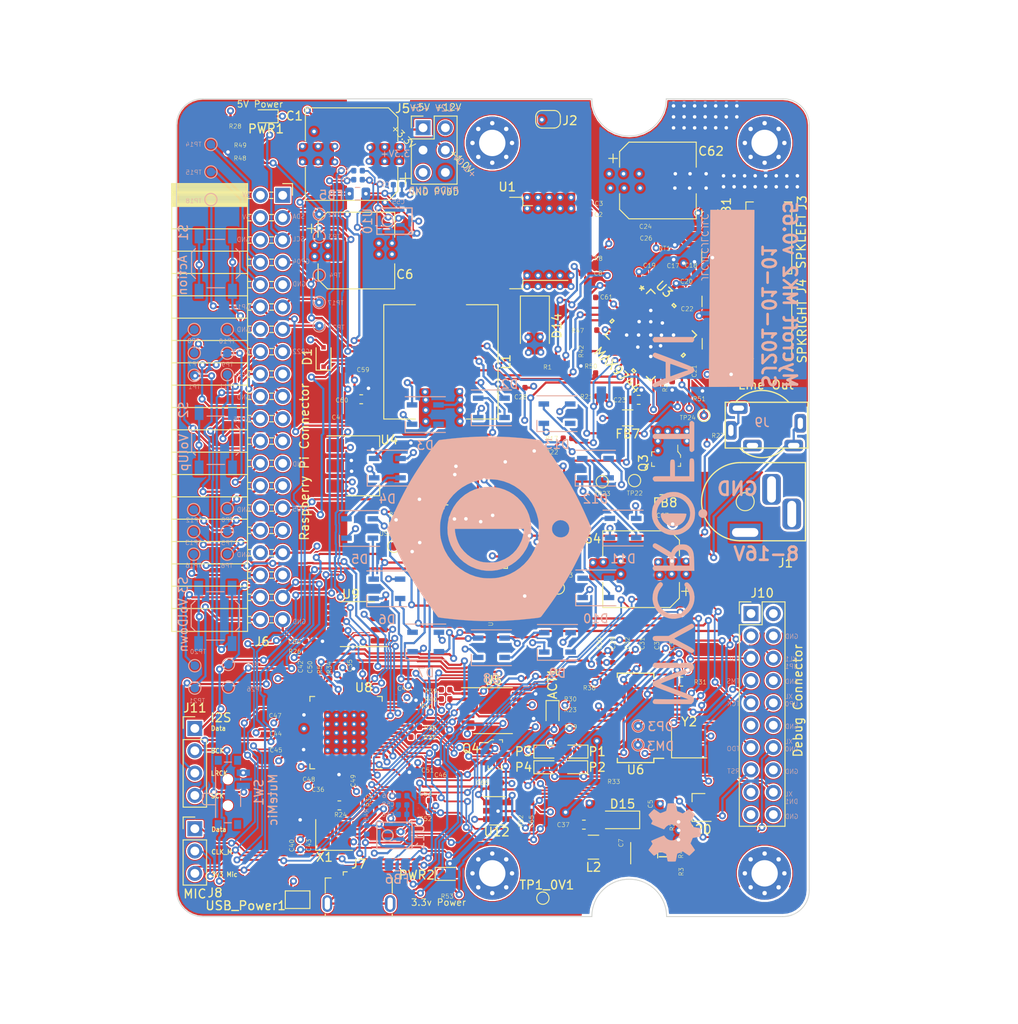
<source format=kicad_pcb>
(kicad_pcb (version 20171130) (host pcbnew "(5.1.6)-1")
  (layers (0 F.Cu signal) (1 In1.Cu power) (2 In2.Cu power) (31 B.Cu signal) (34 B.Paste user) (35 F.Paste user) (36 B.SilkS user) (37 F.SilkS user) (38 B.Mask user) (39 F.Mask user) (44 Edge.Cuts user))
  (net 0 "")
  (net 1 +12V)
  (net 2 +5V)
  (net 3 VoutL)
  (net 4 VoutR)
  (net 5 "Net-(C19-Pad2)")
  (net 6 GNDA)
  (net 7 "Net-(C20-Pad2)")
  (net 8 "Net-(C20-Pad1)")
  (net 9 "Net-(C21-Pad2)")
  (net 10 "Net-(C21-Pad1)")
  (net 11 "Net-(C22-Pad2)")
  (net 12 "Net-(C22-Pad1)")
  (net 13 "Net-(C23-Pad1)")
  (net 14 +3V3)
  (net 15 +1V0)
  (net 16 RST_N)
  (net 17 12v_Unregulated)
  (net 18 GPIO25)
  (net 19 GPIO24)
  (net 20 GPIO23)
  (net 21 GPIO22)
  (net 22 "Net-(J7-Pad3)")
  (net 23 "Net-(J7-Pad2)")
  (net 24 /xmos/XL_DN1)
  (net 25 /xmos/XL_DN0)
  (net 26 /xmos/TDO)
  (net 27 /xmos/XL_UP0)
  (net 28 /xmos/TCK)
  (net 29 /xmos/TMS)
  (net 30 /xmos/XL_UP1)
  (net 31 /xmos/TDI)
  (net 32 I2S_LRCK)
  (net 33 USB_SOUNDCARD_D+)
  (net 34 USB_SOUNDCARD_D-)
  (net 35 I2S_SCK)
  (net 36 I2S_BCK)
  (net 37 I2S_DATA)
  (net 38 "Net-(R17-Pad2)")
  (net 39 "Net-(R18-Pad2)")
  (net 40 "Net-(R20-Pad2)")
  (net 41 "Net-(R21-Pad2)")
  (net 42 "Net-(R22-Pad2)")
  (net 43 "Net-(R31-Pad1)")
  (net 44 "Net-(R32-Pad2)")
  (net 45 /xmos/24M)
  (net 46 "Net-(R34-Pad1)")
  (net 47 "Net-(R35-Pad1)")
  (net 48 "Net-(R36-Pad1)")
  (net 49 /xmos/QSPI_CLK)
  (net 50 /xmos/QSPI_D1)
  (net 51 SPI_CS_N)
  (net 52 /xmos/QSPI_CS_N)
  (net 53 "Net-(R43-Pad2)")
  (net 54 /xmos/MIC_CLK)
  (net 55 "Net-(R44-Pad2)")
  (net 56 /xmos/MIC_DATA)
  (net 57 "Net-(R45-Pad2)")
  (net 58 "Net-(R46-Pad2)")
  (net 59 USB_XMOS_D_P)
  (net 60 USB_XMOS_D_N)
  (net 61 "Net-(U6-Pad3)")
  (net 62 "Net-(U6-Pad2)")
  (net 63 /xmos/QSPI_D3)
  (net 64 /xmos/QSPI_D2)
  (net 65 /xmos/QSPI_D0)
  (net 66 "Net-(C13-Pad2)")
  (net 67 "Net-(C14-Pad2)")
  (net 68 "Net-(C19-Pad1)")
  (net 69 "Net-(C24-Pad1)")
  (net 70 "Net-(C25-Pad1)")
  (net 71 "Net-(C26-Pad2)")
  (net 72 "Net-(C27-Pad2)")
  (net 73 "Net-(C28-Pad1)")
  (net 74 "Net-(C33-Pad1)")
  (net 75 "Net-(C36-Pad1)")
  (net 76 GPIO18)
  (net 77 "Net-(D10-Pad4)")
  (net 78 "Net-(D20-Pad1)")
  (net 79 "Net-(R23-Pad1)")
  (net 80 /AudioAmp/SYNCOUT)
  (net 81 /AudioAmp/ADDR2_3V3)
  (net 82 /AudioAmp/ADDR1_3V3)
  (net 83 "Net-(Q3-Pad1)")
  (net 84 TP5)
  (net 85 TP4)
  (net 86 TP3)
  (net 87 TP2)
  (net 88 TP1)
  (net 89 /xmos/3V3_MIC0)
  (net 90 /xmos/3V3_MIC1)
  (net 91 "Net-(ACT1-Pad2)")
  (net 92 "Net-(ACT1-Pad1)")
  (net 93 3.3vHUB)
  (net 94 /xmos/3V3_MIC)
  (net 95 "Net-(J6-Pad40)")
  (net 96 "Net-(J6-Pad38)")
  (net 97 "Net-(J6-Pad36)")
  (net 98 "Net-(J6-Pad35)")
  (net 99 "Net-(J6-Pad28)")
  (net 100 "Net-(J6-Pad27)")
  (net 101 "Net-(J6-Pad11)")
  (net 102 "Net-(J6-Pad10)")
  (net 103 "Net-(J6-Pad8)")
  (net 104 "Net-(PWR1-Pad2)")
  (net 105 "Net-(R29-Pad1)")
  (net 106 "Net-(R33-Pad1)")
  (net 107 /xmos/MIC_DATA_M)
  (net 108 /xmos/MIC_CLK_M)
  (net 109 "Net-(P1-Pad1)")
  (net 110 "Net-(P2-Pad1)")
  (net 111 "Net-(J6-Pad37)")
  (net 112 "Net-(J6-Pad33)")
  (net 113 "Net-(J6-Pad32)")
  (net 114 "Net-(J6-Pad31)")
  (net 115 "Net-(J6-Pad26)")
  (net 116 "Net-(J6-Pad24)")
  (net 117 "Net-(J6-Pad23)")
  (net 118 "Net-(J6-Pad21)")
  (net 119 "Net-(J6-Pad19)")
  (net 120 "Net-(J6-Pad13)")
  (net 121 "Net-(D20-Pad2)")
  (net 122 "Net-(J6-Pad17)")
  (net 123 "Net-(J6-Pad1)")
  (net 124 "Net-(J7-Pad4)")
  (net 125 "Net-(J10-Pad19)")
  (net 126 "Net-(J10-Pad17)")
  (net 127 "Net-(J10-Pad11)")
  (net 128 "Net-(J10-Pad3)")
  (net 129 "Net-(J10-Pad2)")
  (net 130 "Net-(J10-Pad1)")
  (net 131 "Net-(U3-Pad23)")
  (net 132 "Net-(U5-Pad11)")
  (net 133 "Net-(U6-Pad27)")
  (net 134 "Net-(U6-Pad25)")
  (net 135 "Net-(U6-Pad5)")
  (net 136 "Net-(U6-Pad4)")
  (net 137 I2C_SDA)
  (net 138 I2C_SCL)
  (net 139 "Net-(U8-Pad44)")
  (net 140 "Net-(U8-Pad37)")
  (net 141 "Net-(U8-Pad36)")
  (net 142 "Net-(U8-Pad35)")
  (net 143 INT_N)
  (net 144 "Net-(U8-Pad32)")
  (net 145 SPI_MISO)
  (net 146 "Net-(U8-Pad23)")
  (net 147 SPI_MOSI)
  (net 148 I2S_DOUT)
  (net 149 "Net-(X1-Pad1)")
  (net 150 "Net-(J7-Pad1)")
  (net 151 "Net-(FB8-Pad2)")
  (net 152 SCL_PI)
  (net 153 SDA_PI)
  (net 154 GPIO5)
  (net 155 GPIO4)
  (net 156 PGND)
  (net 157 PVDD)
  (net 158 "Net-(C65-Pad1)")
  (net 159 "Net-(PWR2-Pad1)")
  (net 160 "Net-(Q4-Pad3)")
  (net 161 "Net-(U12-Pad4)")
  (net 162 "Net-(C2-Pad2)")
  (net 163 "Net-(C8-Pad2)")
  (net 164 "Net-(D14-Pad1)")
  (net 165 "Net-(C7-Pad2)")
  (net 166 "Net-(C7-Pad1)")
  (net 167 "Net-(R2-Pad2)")
  (net 168 "Net-(R3-Pad2)")
  (net 169 "Net-(DM3-Pad1)")
  (net 170 "Net-(DP3-Pad1)")
  (net 171 "Net-(R34-Pad2)")
  (net 172 "Net-(D2-Pad2)")
  (net 173 "Net-(D3-Pad2)")
  (net 174 "Net-(D4-Pad2)")
  (net 175 "Net-(D5-Pad2)")
  (net 176 "Net-(D6-Pad2)")
  (net 177 "Net-(D7-Pad2)")
  (net 178 "Net-(D8-Pad2)")
  (net 179 "Net-(D10-Pad2)")
  (net 180 "Net-(D11-Pad2)")
  (net 181 "Net-(D12-Pad2)")
  (net 182 "Net-(D13-Pad2)")
  (net 183 "Net-(U13-Pad40)")
  (net 184 GND)
  (net 185 "Net-(C38-Pad1)")
  (net 186 "Net-(R6-Pad2)")
  (net 187 DREG33)
  (net 188 "Net-(R25-Pad1)")
  (net 189 "Net-(R37-Pad1)")
  (net 190 "Net-(U13-Pad48)")
  (net 191 "Net-(U13-Pad43)")
  (net 192 "Net-(U13-Pad39)")
  (net 193 "Net-(U13-Pad38)")
  (net 194 AREG36)
  (net 195 "Net-(U13-Pad31)")
  (net 196 "Net-(U13-Pad28)")
  (net 197 "Net-(U13-Pad27)")
  (net 198 "Net-(U13-Pad25)")
  (net 199 "Net-(U13-Pad23)")
  (net 200 "Net-(U13-Pad22)")
  (net 201 "Net-(U13-Pad21)")
  (net 202 "Net-(U13-Pad20)")
  (net 203 "Net-(U13-Pad19)")
  (net 204 "Net-(U13-Pad18)")
  (net 205 "Net-(U13-Pad17)")
  (net 206 "Net-(U13-Pad16)")
  (net 207 "Net-(U13-Pad15)")
  (net 208 "Net-(U13-Pad13)")
  (net 209 "Net-(U13-Pad12)")
  (net 210 "Net-(U13-Pad11)")
  (net 211 "Net-(U13-Pad8)")
  (net 212 "Net-(U13-Pad6)")
  (net 213 "Net-(U13-Pad5)")
  (net 214 "Net-(U13-Pad4)")
  (net 215 "Net-(U13-Pad3)")
  (net 216 "Net-(U13-Pad2)")
  (net 217 "Net-(U13-Pad1)")
  (module user:BarrelJack_Vertical (layer F.Cu) (at 64.70904 45.81906 90)
    (fp_text reference J1 (at -6.96468 4.59486 180) (layer F.SilkS))
    (fp_text value Barrel_Jack)
    (pad 3 thru_hole roundrect (at -1.4 5.3 90) (size 3.5 2.1) (drill oval 3 1) (layers *.Cu *.Mask) (net 184 GND))
    (pad 2 thru_hole roundrect (at 1.4 3 180) (size 2.1 3.5) (drill oval 1 3) (layers *.Cu *.Mask) (net 184 GND))
    (pad 1 thru_hole rect (at -3.5 0 90) (size 2 3.5) (drill oval 1 3) (layers *.Cu *.Mask) (net 17 12v_Unregulated))
  )
  (module mycroft:STX-3790-5N (layer B.Cu) (at 66.63182 37.30752)
    (fp_text reference J9 (at 0 -0.5) (layer B.SilkS) (effects (justify mirror)))
    (fp_text value AudioJack3_Ground_Switch)
    (pad G thru_hole roundrect (at -1.1 2.125) (size 2.1 1.3) (drill oval 1.3 0.6) (layers *.Cu *.Mask) (net 184 GND))
    (pad TN thru_hole roundrect (at 4.35 -0.4 90) (size 2.1 1.3) (drill oval 1.3 0.6) (layers *.Cu *.Mask) (net 3 VoutL))
    (pad T thru_hole roundrect (at 3.6 2.125 180) (size 2.1 1.3) (drill oval 1.3 0.6) (layers *.Cu *.Mask) (net 3 VoutL))
    (pad SN thru_hole roundrect (at -2.7 -2.125) (size 2.1 1.3) (drill oval 1.3 0.6) (layers *.Cu *.Mask F.Adhes) (net 4 VoutR))
    (pad S thru_hole roundrect (at -3.55 0.4 270) (size 2.1 1.3) (drill oval 1.3 0.6) (layers *.Cu *.Mask) (net 4 VoutR))
  )
  (module Resistor_SMD:R_0805_2012Metric (layer B.Cu) (at 20.61718 10.795 180)
    (fp_text reference FB5 (at 3.01244 -0.16256) (layer B.SilkS) (effects (justify mirror)))
    (fp_text value 1000R)
    (pad 2 smd roundrect (at 0.9375 0 180) (size 0.975 1.4) (layers B.Cu B.Paste B.Mask) (net 94 /xmos/3V3_MIC))
    (pad 1 smd roundrect (at -0.9375 0 180) (size 0.975 1.4) (layers B.Cu B.Paste B.Mask) (net 89 /xmos/3V3_MIC0))
  )
  (module Connector_PinHeader_2.54mm:PinHeader_1x04_P2.54mm_Vertical (layer F.Cu) (at 2.0955 71.6026)
    (fp_text reference J11 (at 0 -2.33) (layer F.SilkS))
    (fp_text value I2S (at 2.96672 -1.22428) (layer F.SilkS))
    (pad 4 thru_hole oval (at 0 7.62) (size 1.7 1.7) (drill 1) (layers *.Cu *.Mask) (net 35 I2S_SCK))
    (pad 3 thru_hole oval (at 0 5.08) (size 1.7 1.7) (drill 1) (layers *.Cu *.Mask) (net 32 I2S_LRCK))
    (pad 2 thru_hole oval (at 0 2.54) (size 1.7 1.7) (drill 1) (layers *.Cu *.Mask) (net 36 I2S_BCK))
    (pad 1 thru_hole rect (at 0 0) (size 1.7 1.7) (drill 1) (layers *.Cu *.Mask) (net 37 I2S_DATA))
  )
  (module Package_QFP:LQFP-48_7x7mm_P0.5mm (layer F.Cu) (at 34.05378 49.79416 90)
    (fp_text reference U13 (at 0 -5.85 90) (layer F.SilkS))
    (fp_text value CM108B)
    (pad 48 smd roundrect (at -2.75 -4.1625 90) (size 0.3 1.475) (layers F.Cu F.Paste F.Mask) (net 190 "Net-(U13-Pad48)"))
    (pad 47 smd roundrect (at -2.25 -4.1625 90) (size 0.3 1.475) (layers F.Cu F.Paste F.Mask) (net 35 I2S_SCK))
    (pad 46 smd roundrect (at -1.75 -4.1625 90) (size 0.3 1.475) (layers F.Cu F.Paste F.Mask) (net 32 I2S_LRCK))
    (pad 45 smd roundrect (at -1.25 -4.1625 90) (size 0.3 1.475) (layers F.Cu F.Paste F.Mask) (net 36 I2S_BCK))
    (pad 44 smd roundrect (at -0.75 -4.1625 90) (size 0.3 1.475) (layers F.Cu F.Paste F.Mask) (net 37 I2S_DATA))
    (pad 43 smd roundrect (at -0.25 -4.1625 90) (size 0.3 1.475) (layers F.Cu F.Paste F.Mask) (net 191 "Net-(U13-Pad43)"))
    (pad 42 smd roundrect (at 0.25 -4.1625 90) (size 0.3 1.475) (layers F.Cu F.Paste F.Mask) (net 188 "Net-(R25-Pad1)"))
    (pad 41 smd roundrect (at 0.75 -4.1625 90) (size 0.3 1.475) (layers F.Cu F.Paste F.Mask) (net 189 "Net-(R37-Pad1)"))
    (pad 40 smd roundrect (at 1.25 -4.1625 90) (size 0.3 1.475) (layers F.Cu F.Paste F.Mask) (net 183 "Net-(U13-Pad40)"))
    (pad 39 smd roundrect (at 1.75 -4.1625 90) (size 0.3 1.475) (layers F.Cu F.Paste F.Mask) (net 192 "Net-(U13-Pad39)"))
    (pad 38 smd roundrect (at 2.25 -4.1625 90) (size 0.3 1.475) (layers F.Cu F.Paste F.Mask) (net 193 "Net-(U13-Pad38)"))
    (pad 37 smd roundrect (at 2.75 -4.1625 90) (size 0.3 1.475) (layers F.Cu F.Paste F.Mask) (net 194 AREG36))
    (pad 36 smd roundrect (at 4.1625 -2.75 90) (size 1.475 0.3) (layers F.Cu F.Paste F.Mask) (net 184 GND))
    (pad 35 smd roundrect (at 4.1625 -2.25 90) (size 1.475 0.3) (layers F.Cu F.Paste F.Mask) (net 2 +5V))
    (pad 34 smd roundrect (at 4.1625 -1.75 90) (size 1.475 0.3) (layers F.Cu F.Paste F.Mask) (net 2 +5V))
    (pad 33 smd roundrect (at 4.1625 -1.25 90) (size 1.475 0.3) (layers F.Cu F.Paste F.Mask) (net 184 GND))
    (pad 32 smd roundrect (at 4.1625 -0.75 90) (size 1.475 0.3) (layers F.Cu F.Paste F.Mask) (net 4 VoutR))
    (pad 31 smd roundrect (at 4.1625 -0.25 90) (size 1.475 0.3) (layers F.Cu F.Paste F.Mask) (net 195 "Net-(U13-Pad31)"))
    (pad 30 smd roundrect (at 4.1625 0.25 90) (size 1.475 0.3) (layers F.Cu F.Paste F.Mask) (net 3 VoutL))
    (pad 29 smd roundrect (at 4.1625 0.75 90) (size 1.475 0.3) (layers F.Cu F.Paste F.Mask) (net 2 +5V))
    (pad 28 smd roundrect (at 4.1625 1.25 90) (size 1.475 0.3) (layers F.Cu F.Paste F.Mask) (net 196 "Net-(U13-Pad28)"))
    (pad 27 smd roundrect (at 4.1625 1.75 90) (size 1.475 0.3) (layers F.Cu F.Paste F.Mask) (net 197 "Net-(U13-Pad27)"))
    (pad 26 smd roundrect (at 4.1625 2.25 90) (size 1.475 0.3) (layers F.Cu F.Paste F.Mask) (net 185 "Net-(C38-Pad1)"))
    (pad 25 smd roundrect (at 4.1625 2.75 90) (size 1.475 0.3) (layers F.Cu F.Paste F.Mask) (net 198 "Net-(U13-Pad25)"))
    (pad 24 smd roundrect (at 2.75 4.1625 90) (size 0.3 1.475) (layers F.Cu F.Paste F.Mask) (net 184 GND))
    (pad 23 smd roundrect (at 2.25 4.1625 90) (size 0.3 1.475) (layers F.Cu F.Paste F.Mask) (net 199 "Net-(U13-Pad23)"))
    (pad 22 smd roundrect (at 1.75 4.1625 90) (size 0.3 1.475) (layers F.Cu F.Paste F.Mask) (net 200 "Net-(U13-Pad22)"))
    (pad 21 smd roundrect (at 1.25 4.1625 90) (size 0.3 1.475) (layers F.Cu F.Paste F.Mask) (net 201 "Net-(U13-Pad21)"))
    (pad 20 smd roundrect (at 0.75 4.1625 90) (size 0.3 1.475) (layers F.Cu F.Paste F.Mask) (net 202 "Net-(U13-Pad20)"))
    (pad 19 smd roundrect (at 0.25 4.1625 90) (size 0.3 1.475) (layers F.Cu F.Paste F.Mask) (net 203 "Net-(U13-Pad19)"))
    (pad 18 smd roundrect (at -0.25 4.1625 90) (size 0.3 1.475) (layers F.Cu F.Paste F.Mask) (net 204 "Net-(U13-Pad18)"))
    (pad 17 smd roundrect (at -0.75 4.1625 90) (size 0.3 1.475) (layers F.Cu F.Paste F.Mask) (net 205 "Net-(U13-Pad17)"))
    (pad 16 smd roundrect (at -1.25 4.1625 90) (size 0.3 1.475) (layers F.Cu F.Paste F.Mask) (net 206 "Net-(U13-Pad16)"))
    (pad 15 smd roundrect (at -1.75 4.1625 90) (size 0.3 1.475) (layers F.Cu F.Paste F.Mask) (net 207 "Net-(U13-Pad15)"))
    (pad 14 smd roundrect (at -2.25 4.1625 90) (size 0.3 1.475) (layers F.Cu F.Paste F.Mask) (net 184 GND))
    (pad 13 smd roundrect (at -2.75 4.1625 90) (size 0.3 1.475) (layers F.Cu F.Paste F.Mask) (net 208 "Net-(U13-Pad13)"))
    (pad 12 smd roundrect (at -4.1625 2.75 90) (size 1.475 0.3) (layers F.Cu F.Paste F.Mask) (net 209 "Net-(U13-Pad12)"))
    (pad 11 smd roundrect (at -4.1625 2.25 90) (size 1.475 0.3) (layers F.Cu F.Paste F.Mask) (net 210 "Net-(U13-Pad11)"))
    (pad 10 smd roundrect (at -4.1625 1.75 90) (size 1.475 0.3) (layers F.Cu F.Paste F.Mask) (net 187 DREG33))
    (pad 9 smd roundrect (at -4.1625 1.25 90) (size 1.475 0.3) (layers F.Cu F.Paste F.Mask) (net 187 DREG33))
    (pad 8 smd roundrect (at -4.1625 0.75 90) (size 1.475 0.3) (layers F.Cu F.Paste F.Mask) (net 211 "Net-(U13-Pad8)"))
    (pad 7 smd roundrect (at -4.1625 0.25 90) (size 1.475 0.3) (layers F.Cu F.Paste F.Mask) (net 187 DREG33))
    (pad 6 smd roundrect (at -4.1625 -0.25 90) (size 1.475 0.3) (layers F.Cu F.Paste F.Mask) (net 212 "Net-(U13-Pad6)"))
    (pad 5 smd roundrect (at -4.1625 -0.75 90) (size 1.475 0.3) (layers F.Cu F.Paste F.Mask) (net 213 "Net-(U13-Pad5)"))
    (pad 4 smd roundrect (at -4.1625 -1.25 90) (size 1.475 0.3) (layers F.Cu F.Paste F.Mask) (net 214 "Net-(U13-Pad4)"))
    (pad 3 smd roundrect (at -4.1625 -1.75 90) (size 1.475 0.3) (layers F.Cu F.Paste F.Mask) (net 215 "Net-(U13-Pad3)"))
    (pad 2 smd roundrect (at -4.1625 -2.25 90) (size 1.475 0.3) (layers F.Cu F.Paste F.Mask) (net 216 "Net-(U13-Pad2)"))
    (pad 1 smd roundrect (at -4.1625 -2.75 90) (size 1.475 0.3) (layers F.Cu F.Paste F.Mask) (net 217 "Net-(U13-Pad1)"))
  )
  (module LED_SMD:LED_0603_1608Metric (layer F.Cu) (at 36.84778 57.38876 90)
    (fp_text reference USB_SOUND1 (at -0.1524 -1.08204 90) (layer F.SilkS) (effects (font (size 0.5 0.5) (thickness 0.05))))
    (fp_text value LED)
    (pad 2 smd roundrect (at 0.7875 0 90) (size 0.875 0.95) (layers F.Cu F.Paste F.Mask) (net 209 "Net-(U13-Pad12)"))
    (pad 1 smd roundrect (at -0.7875 0 90) (size 0.875 0.95) (layers F.Cu F.Paste F.Mask) (net 186 "Net-(R6-Pad2)"))
  )
  (module TestPoint:TestPoint_Pad_D1.0mm (layer F.Cu) (at 43.4467 52.51196)
    (fp_text reference USB_GP4 (at 0 -1.448) (layer F.SilkS) (effects (font (size 0.5 0.5) (thickness 0.05))))
    (fp_text value TestPoint)
    (pad 1 smd circle (at 0 0) (size 1 1) (layers F.Cu F.Mask) (net 207 "Net-(U13-Pad15)"))
  )
  (module TestPoint:TestPoint_Pad_D1.0mm (layer F.Cu) (at 43.4467 55.63616)
    (fp_text reference USB_GP3 (at 0 -1.448) (layer F.SilkS) (effects (font (size 0.5 0.5) (thickness 0.05))))
    (fp_text value TestPoint)
    (pad 1 smd circle (at 0 0) (size 1 1) (layers F.Cu F.Mask) (net 208 "Net-(U13-Pad13)"))
  )
  (module TestPoint:TestPoint_Pad_D1.0mm (layer F.Cu) (at 24.7523 50.89144)
    (fp_text reference USB_GP1 (at 0 -1.448) (layer F.SilkS) (effects (font (size 0.5 0.5) (thickness 0.05))))
    (fp_text value TestPoint)
    (pad 1 smd circle (at 0 0) (size 1 1) (layers F.Cu F.Mask) (net 191 "Net-(U13-Pad43)"))
  )
  (module Resistor_SMD:R_0402_1005Metric (layer F.Cu) (at 26.49982 47.26432 180)
    (fp_text reference R37 (at 1.6256 -0.03556) (layer F.SilkS) (effects (font (size 0.5 0.5) (thickness 0.05))))
    (fp_text value 22R)
    (pad 2 smd roundrect (at 0.485 0 180) (size 0.59 0.64) (layers F.Cu F.Paste F.Mask) (net 33 USB_SOUNDCARD_D+))
    (pad 1 smd roundrect (at -0.485 0 180) (size 0.59 0.64) (layers F.Cu F.Paste F.Mask) (net 189 "Net-(R37-Pad1)"))
  )
  (module Resistor_SMD:R_0402_1005Metric (layer F.Cu) (at 26.49982 48.44796 180)
    (fp_text reference R25 (at 1.68656 0) (layer F.SilkS) (effects (font (size 0.5 0.5) (thickness 0.05))))
    (fp_text value 22R)
    (pad 2 smd roundrect (at 0.485 0 180) (size 0.59 0.64) (layers F.Cu F.Paste F.Mask) (net 34 USB_SOUNDCARD_D-))
    (pad 1 smd roundrect (at -0.485 0 180) (size 0.59 0.64) (layers F.Cu F.Paste F.Mask) (net 188 "Net-(R25-Pad1)"))
  )
  (module Resistor_SMD:R_0402_1005Metric (layer F.Cu) (at 34.2773 57.15 270)
    (fp_text reference R7 (at 1.41732 0.02032 90) (layer F.SilkS) (effects (font (size 0.5 0.5) (thickness 0.05))))
    (fp_text value 1k5)
    (pad 2 smd roundrect (at 0.485 0 270) (size 0.59 0.64) (layers F.Cu F.Paste F.Mask) (net 33 USB_SOUNDCARD_D+))
    (pad 1 smd roundrect (at -0.485 0 270) (size 0.59 0.64) (layers F.Cu F.Paste F.Mask) (net 187 DREG33))
  )
  (module Resistor_SMD:R_0402_1005Metric (layer F.Cu) (at 38.5953 57.40876 270)
    (fp_text reference R6 (at -0.0254 -0.79248 90) (layer F.SilkS) (effects (font (size 0.5 0.5) (thickness 0.05))))
    (fp_text value 330R)
    (pad 2 smd roundrect (at 0.485 0 270) (size 0.59 0.64) (layers F.Cu F.Paste F.Mask) (net 186 "Net-(R6-Pad2)"))
    (pad 1 smd roundrect (at -0.485 0 270) (size 0.59 0.64) (layers F.Cu F.Paste F.Mask) (net 184 GND))
  )
  (module Capacitor_SMD:C_0402_1005Metric (layer F.Cu) (at 36.25342 41.78808 90)
    (fp_text reference C38 (at 1.61544 -0.06096 90) (layer F.SilkS) (effects (font (size 0.5 0.5) (thickness 0.05))))
    (fp_text value 4.7UF)
    (pad 2 smd roundrect (at 0.485 0 90) (size 0.59 0.64) (layers F.Cu F.Paste F.Mask) (net 184 GND))
    (pad 1 smd roundrect (at -0.485 0 90) (size 0.59 0.64) (layers F.Cu F.Paste F.Mask) (net 185 "Net-(C38-Pad1)"))
  )
  (module Connector_PinHeader_2.54mm:PinHeader_1x03_P2.54mm_Vertical (layer F.Cu) (at 2.0955 83.0072)
    (fp_text reference J8 (at 2.30124 7.2898) (layer F.SilkS))
    (fp_text value MIC (at 0 7.41) (layer F.SilkS))
    (pad 3 thru_hole oval (at 0 5.08) (size 1.7 1.7) (drill 1) (layers *.Cu *.Mask) (net 94 /xmos/3V3_MIC))
    (pad 2 thru_hole oval (at 0 2.54) (size 1.7 1.7) (drill 1) (layers *.Cu *.Mask) (net 108 /xmos/MIC_CLK_M))
    (pad 1 thru_hole rect (at 0 0) (size 1.7 1.7) (drill 1) (layers *.Cu *.Mask) (net 56 /xmos/MIC_DATA))
  )
  (module user:LED_WS2812_Mini_3.5x3.5mm_P1.1mm (layer B.Cu) (at 43.29938 35.80892)
    (fp_text reference D13 (at 0 3.5) (layer B.SilkS) (effects (justify mirror)))
    (fp_text value WS2812B)
    (pad 3 smd rect (at -1.5 1.1) (size 1.2 0.6) (layers B.Cu B.Paste B.Mask) (net 184 GND))
    (pad 4 smd rect (at -1.5 -1.1) (size 1.2 0.6) (layers B.Cu B.Paste B.Mask) (net 181 "Net-(D12-Pad2)"))
    (pad 2 smd rect (at 1.5 1.1) (size 1.2 0.6) (layers B.Cu B.Paste B.Mask) (net 182 "Net-(D13-Pad2)"))
    (pad 1 smd rect (at 1.5 -1.1) (size 1.2 0.6) (layers B.Cu B.Paste B.Mask) (net 2 +5V))
  )
  (module user:LED_WS2812_Mini_3.5x3.5mm_P1.1mm (layer B.Cu) (at 47.66818 42.00652)
    (fp_text reference D12 (at 0 3.5) (layer B.SilkS) (effects (justify mirror)))
    (fp_text value WS2812B)
    (pad 3 smd rect (at -1.5 1.1) (size 1.2 0.6) (layers B.Cu B.Paste B.Mask) (net 184 GND))
    (pad 4 smd rect (at -1.5 -1.1) (size 1.2 0.6) (layers B.Cu B.Paste B.Mask) (net 180 "Net-(D11-Pad2)"))
    (pad 2 smd rect (at 1.5 1.1) (size 1.2 0.6) (layers B.Cu B.Paste B.Mask) (net 181 "Net-(D12-Pad2)"))
    (pad 1 smd rect (at 1.5 -1.1) (size 1.2 0.6) (layers B.Cu B.Paste B.Mask) (net 2 +5V))
  )
  (module user:LED_WS2812_Mini_3.5x3.5mm_P1.1mm (layer B.Cu) (at 50.81778 48.81372)
    (fp_text reference D11 (at 0 3.5) (layer B.SilkS) (effects (justify mirror)))
    (fp_text value WS2812B)
    (pad 3 smd rect (at -1.5 1.1) (size 1.2 0.6) (layers B.Cu B.Paste B.Mask) (net 184 GND))
    (pad 4 smd rect (at -1.5 -1.1) (size 1.2 0.6) (layers B.Cu B.Paste B.Mask) (net 179 "Net-(D10-Pad2)"))
    (pad 2 smd rect (at 1.5 1.1) (size 1.2 0.6) (layers B.Cu B.Paste B.Mask) (net 180 "Net-(D11-Pad2)"))
    (pad 1 smd rect (at 1.5 -1.1) (size 1.2 0.6) (layers B.Cu B.Paste B.Mask) (net 2 +5V))
  )
  (module user:LED_WS2812_Mini_3.5x3.5mm_P1.1mm (layer B.Cu) (at 47.71898 55.62092)
    (fp_text reference D10 (at 0 3.5) (layer B.SilkS) (effects (justify mirror)))
    (fp_text value WS2812B)
    (pad 3 smd rect (at -1.5 1.1) (size 1.2 0.6) (layers B.Cu B.Paste B.Mask) (net 184 GND))
    (pad 4 smd rect (at -1.5 -1.1) (size 1.2 0.6) (layers B.Cu B.Paste B.Mask) (net 77 "Net-(D10-Pad4)"))
    (pad 2 smd rect (at 1.5 1.1) (size 1.2 0.6) (layers B.Cu B.Paste B.Mask) (net 179 "Net-(D10-Pad2)"))
    (pad 1 smd rect (at 1.5 -1.1) (size 1.2 0.6) (layers B.Cu B.Paste B.Mask) (net 2 +5V))
  )
  (module user:LED_WS2812_Mini_3.5x3.5mm_P1.1mm (layer B.Cu) (at 43.35018 61.81852)
    (fp_text reference D9 (at 0 3.5) (layer B.SilkS) (effects (justify mirror)))
    (fp_text value WS2812B)
    (pad 3 smd rect (at -1.5 1.1) (size 1.2 0.6) (layers B.Cu B.Paste B.Mask) (net 184 GND))
    (pad 4 smd rect (at -1.5 -1.1) (size 1.2 0.6) (layers B.Cu B.Paste B.Mask) (net 178 "Net-(D8-Pad2)"))
    (pad 2 smd rect (at 1.5 1.1) (size 1.2 0.6) (layers B.Cu B.Paste B.Mask) (net 77 "Net-(D10-Pad4)"))
    (pad 1 smd rect (at 1.5 -1.1) (size 1.2 0.6) (layers B.Cu B.Paste B.Mask) (net 2 +5V))
  )
  (module user:LED_WS2812_Mini_3.5x3.5mm_P1.1mm (layer B.Cu) (at 35.83178 62.42812)
    (fp_text reference D8 (at 0 3.5) (layer B.SilkS) (effects (justify mirror)))
    (fp_text value WS2812B)
    (pad 3 smd rect (at -1.5 1.1) (size 1.2 0.6) (layers B.Cu B.Paste B.Mask) (net 184 GND))
    (pad 4 smd rect (at -1.5 -1.1) (size 1.2 0.6) (layers B.Cu B.Paste B.Mask) (net 177 "Net-(D7-Pad2)"))
    (pad 2 smd rect (at 1.5 1.1) (size 1.2 0.6) (layers B.Cu B.Paste B.Mask) (net 178 "Net-(D8-Pad2)"))
    (pad 1 smd rect (at 1.5 -1.1) (size 1.2 0.6) (layers B.Cu B.Paste B.Mask) (net 2 +5V))
  )
  (module user:LED_WS2812_Mini_3.5x3.5mm_P1.1mm (layer B.Cu) (at 28.36418 61.76772)
    (fp_text reference D7 (at 0 3.5) (layer B.SilkS) (effects (justify mirror)))
    (fp_text value WS2812B)
    (pad 3 smd rect (at -1.5 1.1) (size 1.2 0.6) (layers B.Cu B.Paste B.Mask) (net 184 GND))
    (pad 4 smd rect (at -1.5 -1.1) (size 1.2 0.6) (layers B.Cu B.Paste B.Mask) (net 176 "Net-(D6-Pad2)"))
    (pad 2 smd rect (at 1.5 1.1) (size 1.2 0.6) (layers B.Cu B.Paste B.Mask) (net 177 "Net-(D7-Pad2)"))
    (pad 1 smd rect (at 1.5 -1.1) (size 1.2 0.6) (layers B.Cu B.Paste B.Mask) (net 2 +5V))
  )
  (module user:LED_WS2812_Mini_3.5x3.5mm_P1.1mm (layer B.Cu) (at 23.94458 55.72252)
    (fp_text reference D6 (at 0 3.5) (layer B.SilkS) (effects (justify mirror)))
    (fp_text value WS2812B)
    (pad 3 smd rect (at -1.5 1.1) (size 1.2 0.6) (layers B.Cu B.Paste B.Mask) (net 184 GND))
    (pad 4 smd rect (at -1.5 -1.1) (size 1.2 0.6) (layers B.Cu B.Paste B.Mask) (net 175 "Net-(D5-Pad2)"))
    (pad 2 smd rect (at 1.5 1.1) (size 1.2 0.6) (layers B.Cu B.Paste B.Mask) (net 176 "Net-(D6-Pad2)"))
    (pad 1 smd rect (at 1.5 -1.1) (size 1.2 0.6) (layers B.Cu B.Paste B.Mask) (net 2 +5V))
  )
  (module user:LED_WS2812_Mini_3.5x3.5mm_P1.1mm (layer B.Cu) (at 20.84578 48.86452)
    (fp_text reference D5 (at 0 3.5) (layer B.SilkS) (effects (justify mirror)))
    (fp_text value WS2812B)
    (pad 3 smd rect (at -1.5 1.1) (size 1.2 0.6) (layers B.Cu B.Paste B.Mask) (net 184 GND))
    (pad 4 smd rect (at -1.5 -1.1) (size 1.2 0.6) (layers B.Cu B.Paste B.Mask) (net 174 "Net-(D4-Pad2)"))
    (pad 2 smd rect (at 1.5 1.1) (size 1.2 0.6) (layers B.Cu B.Paste B.Mask) (net 175 "Net-(D5-Pad2)"))
    (pad 1 smd rect (at 1.5 -1.1) (size 1.2 0.6) (layers B.Cu B.Paste B.Mask) (net 2 +5V))
  )
  (module user:LED_WS2812_Mini_3.5x3.5mm_P1.1mm (layer B.Cu) (at 23.99538 42.00652)
    (fp_text reference D4 (at 0 3.5) (layer B.SilkS) (effects (justify mirror)))
    (fp_text value WS2812B)
    (pad 3 smd rect (at -1.5 1.1) (size 1.2 0.6) (layers B.Cu B.Paste B.Mask) (net 184 GND))
    (pad 4 smd rect (at -1.5 -1.1) (size 1.2 0.6) (layers B.Cu B.Paste B.Mask) (net 173 "Net-(D3-Pad2)"))
    (pad 2 smd rect (at 1.5 1.1) (size 1.2 0.6) (layers B.Cu B.Paste B.Mask) (net 174 "Net-(D4-Pad2)"))
    (pad 1 smd rect (at 1.5 -1.1) (size 1.2 0.6) (layers B.Cu B.Paste B.Mask) (net 2 +5V))
  )
  (module user:LED_WS2812_Mini_3.5x3.5mm_P1.1mm (layer B.Cu) (at 28.31338 35.91052)
    (fp_text reference D3 (at 0 3.5) (layer B.SilkS) (effects (justify mirror)))
    (fp_text value WS2812B)
    (pad 3 smd rect (at -1.5 1.1) (size 1.2 0.6) (layers B.Cu B.Paste B.Mask) (net 184 GND))
    (pad 4 smd rect (at -1.5 -1.1) (size 1.2 0.6) (layers B.Cu B.Paste B.Mask) (net 172 "Net-(D2-Pad2)"))
    (pad 2 smd rect (at 1.5 1.1) (size 1.2 0.6) (layers B.Cu B.Paste B.Mask) (net 173 "Net-(D3-Pad2)"))
    (pad 1 smd rect (at 1.5 -1.1) (size 1.2 0.6) (layers B.Cu B.Paste B.Mask) (net 2 +5V))
  )
  (module user:LED_WS2812_Mini_3.5x3.5mm_P1.1mm (layer B.Cu) (at 35.83178 35.14852)
    (fp_text reference D2 (at 2.08534 -2.68732) (layer B.SilkS) (effects (justify mirror)))
    (fp_text value WS2812B)
    (pad 3 smd rect (at -1.5 1.1) (size 1.2 0.6) (layers B.Cu B.Paste B.Mask) (net 184 GND))
    (pad 4 smd rect (at -1.5 -1.1) (size 1.2 0.6) (layers B.Cu B.Paste B.Mask) (net 76 GPIO18))
    (pad 2 smd rect (at 1.5 1.1) (size 1.2 0.6) (layers B.Cu B.Paste B.Mask) (net 172 "Net-(D2-Pad2)"))
    (pad 1 smd rect (at 1.5 -1.1) (size 1.2 0.6) (layers B.Cu B.Paste B.Mask) (net 73 "Net-(C28-Pad1)"))
  )
  (module Capacitor_SMD:CP_Elec_8x10.5 (layer F.Cu) (at 54.78018 9.29132)
    (fp_text reference C62 (at 6.0452 -3.33248) (layer F.SilkS))
    (fp_text value 470UF/16V)
    (pad 2 smd roundrect (at 3.7 0) (size 4.4 2.5) (layers F.Cu F.Paste F.Mask) (roundrect_rratio 0.1) (net 156 PGND))
    (pad 1 smd roundrect (at -3.7 0) (size 4.4 2.5) (layers F.Cu F.Paste F.Mask) (roundrect_rratio 0.1) (net 157 PVDD))
  )
  (module Resistor_SMD:R_0402_1005Metric (layer F.Cu) (at 16.295792 66.3956 90)
    (fp_text reference R5 (at 1.48336 0.003388 90) (layer F.SilkS) (effects (font (size 0.5 0.5) (thickness 0.05))))
    (fp_text value 10R)
    (pad 2 smd roundrect (at 0.485 0 90) (size 0.59 0.64) (layers F.Cu F.Paste F.Mask) (net 184 GND))
    (pad 1 smd roundrect (at -0.485 0 90) (size 0.59 0.64) (layers F.Cu F.Paste F.Mask) (net 171 "Net-(R34-Pad2)"))
  )
  (module TestPoint:TestPoint_Pad_D1.0mm (layer B.Cu) (at 52.53482 71.32828)
    (fp_text reference DP3 (at 2.54508 0.06096) (layer B.SilkS) (effects (justify mirror)))
    (fp_text value TestPoint)
    (pad 1 smd circle (at 0 0) (size 1 1) (layers B.Cu B.Mask) (net 170 "Net-(DP3-Pad1)"))
  )
  (module TestPoint:TestPoint_Pad_D1.0mm (layer B.Cu) (at 52.5145 73.47204)
    (fp_text reference DM3 (at 2.5654 0.1524) (layer B.SilkS) (effects (justify mirror)))
    (fp_text value TestPoint)
    (pad 1 smd circle (at 0 0) (size 1 1) (layers B.Cu B.Mask) (net 169 "Net-(DM3-Pad1)"))
  )
  (module Diode_SMD:D_SOD-123 (layer F.Cu) (at 50.4571 82.00136 180)
    (fp_text reference D15 (at -0.29972 1.80848) (layer F.SilkS))
    (fp_text value D_Schottky)
    (pad 2 smd rect (at 1.65 0 180) (size 0.9 1.2) (layers F.Cu F.Paste F.Mask) (net 184 GND))
    (pad 1 smd rect (at -1.65 0 180) (size 0.9 1.2) (layers F.Cu F.Paste F.Mask) (net 166 "Net-(C7-Pad1)"))
  )
  (module Capacitor_SMD:C_0402_1005Metric (layer F.Cu) (at 53.9877 81.68132 270)
    (fp_text reference C5 (at -1.48336 0.05588 90) (layer F.SilkS) (effects (font (size 0.5 0.5) (thickness 0.05))))
    (fp_text value 10UF)
    (pad 2 smd roundrect (at 0.485 0 270) (size 0.59 0.64) (layers F.Cu F.Paste F.Mask) (net 2 +5V))
    (pad 1 smd roundrect (at -0.485 0 270) (size 0.59 0.64) (layers F.Cu F.Paste F.Mask) (net 184 GND))
  )
  (module Capacitor_SMD:C_0402_1005Metric (layer F.Cu) (at 50.54346 86.17204 270)
    (fp_text reference C7 (at -1.54432 -0.03556 90) (layer F.SilkS) (effects (font (size 0.5 0.5) (thickness 0.05))))
    (fp_text value 10nF)
    (pad 2 smd roundrect (at 0.485 0 270) (size 0.59 0.64) (layers F.Cu F.Paste F.Mask) (net 165 "Net-(C7-Pad2)"))
    (pad 1 smd roundrect (at -0.485 0 270) (size 0.59 0.64) (layers F.Cu F.Paste F.Mask) (net 166 "Net-(C7-Pad1)"))
  )
  (module Capacitor_SMD:C_0603_1608Metric (layer F.Cu) (at 46.35744 82.54492)
    (fp_text reference C37 (at -2.34686 0.02032) (layer F.SilkS) (effects (font (size 0.5 0.5) (thickness 0.05))))
    (fp_text value 22UF)
    (pad 2 smd roundrect (at 0.7875 0) (size 0.875 0.95) (layers F.Cu F.Paste F.Mask) (net 184 GND))
    (pad 1 smd roundrect (at -0.7875 0) (size 0.875 0.95) (layers F.Cu F.Paste F.Mask) (net 15 +1V0))
  )
  (module Resistor_SMD:R_0402_1005Metric (layer F.Cu) (at 56.53786 87.92972 90)
    (fp_text reference R3 (at 0.0254 0.89916 90) (layer F.SilkS) (effects (font (size 0.5 0.5) (thickness 0.05))))
    (fp_text value 75k)
    (pad 2 smd roundrect (at 0.485 0 90) (size 0.59 0.64) (layers F.Cu F.Paste F.Mask) (net 168 "Net-(R3-Pad2)"))
    (pad 1 smd roundrect (at -0.485 0 90) (size 0.59 0.64) (layers F.Cu F.Paste F.Mask) (net 15 +1V0))
  )
  (module Resistor_SMD:R_0402_1005Metric (layer F.Cu) (at 56.53278 85.8774 270)
    (fp_text reference R4 (at 0.03556 -0.87376 90) (layer F.SilkS) (effects (font (size 0.5 0.5) (thickness 0.05))))
    (fp_text value 330K)
    (pad 2 smd roundrect (at 0.485 0 270) (size 0.59 0.64) (layers F.Cu F.Paste F.Mask) (net 168 "Net-(R3-Pad2)"))
    (pad 1 smd roundrect (at -0.485 0 270) (size 0.59 0.64) (layers F.Cu F.Paste F.Mask) (net 184 GND))
  )
  (module Package_TO_SOT_SMD:TSOT-23-6 (layer F.Cu) (at 53.19522 85.45576 90)
    (fp_text reference U7 (at 0.02032 2.29616 90) (layer F.SilkS))
    (fp_text value MP2359)
    (pad 6 smd rect (at 1.31 -0.95 90) (size 1.22 0.65) (layers F.Cu F.Paste F.Mask) (net 166 "Net-(C7-Pad1)"))
    (pad 5 smd rect (at 1.31 0 90) (size 1.22 0.65) (layers F.Cu F.Paste F.Mask) (net 2 +5V))
    (pad 4 smd rect (at 1.31 0.95 90) (size 1.22 0.65) (layers F.Cu F.Paste F.Mask) (net 167 "Net-(R2-Pad2)"))
    (pad 3 smd rect (at -1.31 0.95 90) (size 1.22 0.65) (layers F.Cu F.Paste F.Mask) (net 168 "Net-(R3-Pad2)"))
    (pad 2 smd rect (at -1.31 0 90) (size 1.22 0.65) (layers F.Cu F.Paste F.Mask) (net 184 GND))
    (pad 1 smd rect (at -1.31 -0.95 90) (size 1.22 0.65) (layers F.Cu F.Paste F.Mask) (net 165 "Net-(C7-Pad2)"))
  )
  (module Inductor_SMD:L_1210_3225Metric (layer F.Cu) (at 47.44974 85.10524 180)
    (fp_text reference L2 (at 0 -2.28) (layer F.SilkS))
    (fp_text value "2.2UH ±30% 1.55A")
    (pad 2 smd roundrect (at 1.4 0 180) (size 1.25 2.65) (layers F.Cu F.Paste F.Mask) (roundrect_rratio 0.2) (net 15 +1V0))
    (pad 1 smd roundrect (at -1.4 0 180) (size 1.25 2.65) (layers F.Cu F.Paste F.Mask) (roundrect_rratio 0.2) (net 166 "Net-(C7-Pad1)"))
  )
  (module Resistor_SMD:R_0402_1005Metric (layer F.Cu) (at 55.58282 82.74812 270)
    (fp_text reference R2 (at 0.03048 -0.8382 90) (layer F.SilkS) (effects (font (size 0.5 0.5) (thickness 0.05))))
    (fp_text value 100K)
    (pad 2 smd roundrect (at 0.485 0 270) (size 0.59 0.64) (layers F.Cu F.Paste F.Mask) (net 167 "Net-(R2-Pad2)"))
    (pad 1 smd roundrect (at -0.485 0 270) (size 0.59 0.64) (layers F.Cu F.Paste F.Mask) (net 2 +5V))
  )
  (module Capacitor_SMD:CP_Elec_8x10.5 (layer F.Cu) (at 52.86756 53.49494 180)
    (fp_text reference C64 (at 5.9944 3.45948) (layer F.SilkS))
    (fp_text value 470UF/16V)
    (pad 2 smd roundrect (at 3.7 0 180) (size 4.4 2.5) (layers F.Cu F.Paste F.Mask) (roundrect_rratio 0.1) (net 184 GND))
    (pad 1 smd roundrect (at -3.7 0 180) (size 4.4 2.5) (layers F.Cu F.Paste F.Mask) (roundrect_rratio 0.1) (net 1 +12V))
  )
  (module Capacitor_SMD:CP_Elec_8x10.5 (layer F.Cu) (at 20.47494 17.25676)
    (fp_text reference C6 (at 5.5118 2.71272) (layer F.SilkS))
    (fp_text value 330uF/25V)
    (pad 2 smd roundrect (at 3.7 0) (size 4.4 2.5) (layers F.Cu F.Paste F.Mask) (roundrect_rratio 0.1) (net 184 GND))
    (pad 1 smd roundrect (at -3.7 0) (size 4.4 2.5) (layers F.Cu F.Paste F.Mask) (roundrect_rratio 0.1) (net 2 +5V))
  )
  (module Resistor_SMD:R_0603_1608Metric (layer F.Cu) (at 18.53438 80.35544 180)
    (fp_text reference R24 (at -0.14732 -1.0668) (layer F.SilkS) (effects (font (size 0.5 0.5) (thickness 0.05))))
    (fp_text value 4R7)
    (pad 2 smd roundrect (at 0.7875 0 180) (size 0.875 0.95) (layers F.Cu F.Paste F.Mask) (net 15 +1V0))
    (pad 1 smd roundrect (at -0.7875 0 180) (size 0.875 0.95) (layers F.Cu F.Paste F.Mask) (net 75 "Net-(C36-Pad1)"))
  )
  (module Capacitor_SMD:C_0603_1608Metric (layer F.Cu) (at 52.59578 34.23412)
    (fp_text reference C23 (at -2.16408 0.0254) (layer F.SilkS) (effects (font (size 0.5 0.5) (thickness 0.05))))
    (fp_text value 2.2UF)
    (pad 2 smd roundrect (at 0.7875 0) (size 0.875 0.95) (layers F.Cu F.Paste F.Mask) (net 6 GNDA))
    (pad 1 smd roundrect (at -0.7875 0) (size 0.875 0.95) (layers F.Cu F.Paste F.Mask) (net 13 "Net-(C23-Pad1)"))
  )
  (module Oscillator:Oscillator_SMD_SeikoEpson_SG8002CE-4Pin_3.2x2.5mm (layer F.Cu) (at 17.95018 83.71332)
    (fp_text reference X1 (at -1.10744 2.54) (layer F.SilkS))
    (fp_text value "SG-210STF 24M")
    (pad 4 smd rect (at -1.2 -0.95) (size 1.4 1.2) (layers F.Cu F.Paste F.Mask) (net 14 +3V3))
    (pad 3 smd rect (at 1.2 -0.95) (size 1.4 1.2) (layers F.Cu F.Paste F.Mask) (net 44 "Net-(R32-Pad2)"))
    (pad 2 smd rect (at 1.2 0.95) (size 1.4 1.2) (layers F.Cu F.Paste F.Mask) (net 184 GND))
    (pad 1 smd rect (at -1.2 0.95) (size 1.4 1.2) (layers F.Cu F.Paste F.Mask) (net 149 "Net-(X1-Pad1)"))
  )
  (module Resistor_SMD:R_1206_3216Metric (layer F.Cu) (at 55.59552 44.11218 180)
    (fp_text reference FB8 (at 0 -1.82) (layer F.SilkS))
    (fp_text value FB)
    (pad 2 smd roundrect (at 1.4 0 180) (size 1.25 1.75) (layers F.Cu F.Paste F.Mask) (roundrect_rratio 0.2) (net 151 "Net-(FB8-Pad2)"))
    (pad 1 smd roundrect (at -1.4 0 180) (size 1.25 1.75) (layers F.Cu F.Paste F.Mask) (roundrect_rratio 0.2) (net 17 12v_Unregulated))
  )
  (module Resistor_SMD:R_1206_3216Metric (layer F.Cu) (at 51.34102 36.29152 180)
    (fp_text reference FB7 (at 0 -1.82) (layer F.SilkS))
    (fp_text value FB)
    (pad 2 smd roundrect (at 1.4 0 180) (size 1.25 1.75) (layers F.Cu F.Paste F.Mask) (roundrect_rratio 0.2) (net 184 GND))
    (pad 1 smd roundrect (at -1.4 0 180) (size 1.25 1.75) (layers F.Cu F.Paste F.Mask) (roundrect_rratio 0.2) (net 6 GNDA))
  )
  (module Resistor_SMD:R_1206_3216Metric (layer F.Cu) (at 60.70854 23.04288 90)
    (fp_text reference FB4 (at 0.70612 1.87452 90) (layer F.SilkS))
    (fp_text value FB)
    (pad 2 smd roundrect (at 1.4 0 90) (size 1.25 1.75) (layers F.Cu F.Paste F.Mask) (roundrect_rratio 0.2) (net 11 "Net-(C22-Pad2)"))
    (pad 1 smd roundrect (at -1.4 0 90) (size 1.25 1.75) (layers F.Cu F.Paste F.Mask) (roundrect_rratio 0.2) (net 72 "Net-(C27-Pad2)"))
  )
  (module Resistor_SMD:R_1206_3216Metric (layer F.Cu) (at 60.72886 27.85872 270)
    (fp_text reference FB3 (at 0.80264 -1.91008 90) (layer F.SilkS))
    (fp_text value FB)
    (pad 2 smd roundrect (at 1.4 0 270) (size 1.25 1.75) (layers F.Cu F.Paste F.Mask) (roundrect_rratio 0.2) (net 9 "Net-(C21-Pad2)"))
    (pad 1 smd roundrect (at -1.4 0 270) (size 1.25 1.75) (layers F.Cu F.Paste F.Mask) (roundrect_rratio 0.2) (net 70 "Net-(C25-Pad1)"))
  )
  (module Resistor_SMD:R_1206_3216Metric (layer F.Cu) (at 60.67806 17.9324 270)
    (fp_text reference FB2 (at 0.79756 -1.94056 270) (layer F.SilkS))
    (fp_text value FB)
    (pad 2 smd roundrect (at 1.4 0 270) (size 1.25 1.75) (layers F.Cu F.Paste F.Mask) (roundrect_rratio 0.2) (net 7 "Net-(C20-Pad2)"))
    (pad 1 smd roundrect (at -1.4 0 270) (size 1.25 1.75) (layers F.Cu F.Paste F.Mask) (roundrect_rratio 0.2) (net 71 "Net-(C26-Pad2)"))
  )
  (module Resistor_SMD:R_1206_3216Metric (layer F.Cu) (at 60.68822 13.22324 90)
    (fp_text reference FB1 (at 0.62484 1.87452 270) (layer F.SilkS))
    (fp_text value FB)
    (pad 2 smd roundrect (at 1.4 0 90) (size 1.25 1.75) (layers F.Cu F.Paste F.Mask) (roundrect_rratio 0.2) (net 5 "Net-(C19-Pad2)"))
    (pad 1 smd roundrect (at -1.4 0 90) (size 1.25 1.75) (layers F.Cu F.Paste F.Mask) (roundrect_rratio 0.2) (net 69 "Net-(C24-Pad1)"))
  )
  (module Package_SO:TSSOP-14_4.4x5mm_P0.65mm (layer F.Cu) (at 36.0299 69.58076)
    (fp_text reference U5 (at 0 -3.45) (layer F.SilkS))
    (fp_text value SN74LVC125APWR)
    (pad 14 smd roundrect (at 2.8625 -1.95) (size 1.475 0.4) (layers F.Cu F.Paste F.Mask) (net 14 +3V3))
    (pad 13 smd roundrect (at 2.8625 -1.3) (size 1.475 0.4) (layers F.Cu F.Paste F.Mask) (net 184 GND))
    (pad 12 smd roundrect (at 2.8625 -0.65) (size 1.475 0.4) (layers F.Cu F.Paste F.Mask) (net 184 GND))
    (pad 11 smd roundrect (at 2.8625 0) (size 1.475 0.4) (layers F.Cu F.Paste F.Mask) (net 132 "Net-(U5-Pad11)"))
    (pad 10 smd roundrect (at 2.8625 0.65) (size 1.475 0.4) (layers F.Cu F.Paste F.Mask) (net 18 GPIO25))
    (pad 9 smd roundrect (at 2.8625 1.3) (size 1.475 0.4) (layers F.Cu F.Paste F.Mask) (net 14 +3V3))
    (pad 8 smd roundrect (at 2.8625 1.95) (size 1.475 0.4) (layers F.Cu F.Paste F.Mask) (net 94 /xmos/3V3_MIC))
    (pad 7 smd roundrect (at -2.8625 1.95) (size 1.475 0.4) (layers F.Cu F.Paste F.Mask) (net 184 GND))
    (pad 6 smd roundrect (at -2.8625 1.3) (size 1.475 0.4) (layers F.Cu F.Paste F.Mask) (net 108 /xmos/MIC_CLK_M))
    (pad 5 smd roundrect (at -2.8625 0.65) (size 1.475 0.4) (layers F.Cu F.Paste F.Mask) (net 54 /xmos/MIC_CLK))
    (pad 4 smd roundrect (at -2.8625 0) (size 1.475 0.4) (layers F.Cu F.Paste F.Mask) (net 18 GPIO25))
    (pad 3 smd roundrect (at -2.8625 -0.65) (size 1.475 0.4) (layers F.Cu F.Paste F.Mask) (net 56 /xmos/MIC_DATA))
    (pad 2 smd roundrect (at -2.8625 -1.3) (size 1.475 0.4) (layers F.Cu F.Paste F.Mask) (net 107 /xmos/MIC_DATA_M))
    (pad 1 smd roundrect (at -2.8625 -1.95) (size 1.475 0.4) (layers F.Cu F.Paste F.Mask) (net 18 GPIO25))
  )
  (module user:HCLGA-MP34DT05 (layer B.Cu) (at 24.80818 13.91412 270)
    (fp_text reference U10 (at 0 3.048 90) (layer B.SilkS) (effects (justify mirror)))
    (fp_text value SPK0838HT4H-1)
    (pad GND1 smd roundrect (at -1.225 0 270) (size 0.35 2.3) (layers B.Cu B.Paste B.Mask) (roundrect_rratio 0.429) (net 184 GND))
    (pad GND3 smd roundrect (at 1.225 0 270) (size 0.35 2.3) (layers B.Cu B.Paste B.Mask) (roundrect_rratio 0.429) (net 184 GND))
    (pad GND smd roundrect (at 0 -1.725 180) (size 0.35 1.3) (layers B.Cu B.Paste B.Mask) (roundrect_rratio 0.429) (net 184 GND))
    (pad GND2 smd roundrect (at 0 1.725 180) (size 0.35 1.3) (layers B.Cu B.Paste B.Mask) (roundrect_rratio 0.429) (net 184 GND))
    (pad VDD smd rect (at 0.425 -0.675 270) (size 0.4 0.95) (layers B.Cu B.Paste B.Mask) (net 89 /xmos/3V3_MIC0))
    (pad DOUT smd rect (at -0.425 -0.675 270) (size 0.4 0.95) (layers B.Cu B.Paste B.Mask) (net 55 "Net-(R44-Pad2)"))
    (pad CLK smd rect (at -0.425 0.675 270) (size 0.4 0.95) (layers B.Cu B.Paste B.Mask) (net 53 "Net-(R43-Pad2)"))
    (pad LR smd rect (at 0.425 0.675 270) (size 0.4 0.95) (layers B.Cu B.Paste B.Mask) (net 184 GND))
  )
  (module user:HCLGA-MP34DT05 (layer B.Cu) (at 24.80818 83.76412 270)
    (fp_text reference U11 (at 0.19304 -2.87528 90) (layer B.SilkS) (effects (justify mirror)))
    (fp_text value SPK0838HT4H-1)
    (pad GND1 smd roundrect (at -1.225 0 270) (size 0.35 2.3) (layers B.Cu B.Paste B.Mask) (roundrect_rratio 0.429) (net 184 GND))
    (pad GND3 smd roundrect (at 1.225 0 270) (size 0.35 2.3) (layers B.Cu B.Paste B.Mask) (roundrect_rratio 0.429) (net 184 GND))
    (pad GND smd roundrect (at 0 -1.725 180) (size 0.35 1.3) (layers B.Cu B.Paste B.Mask) (roundrect_rratio 0.429) (net 184 GND))
    (pad GND2 smd roundrect (at 0 1.725 180) (size 0.35 1.3) (layers B.Cu B.Paste B.Mask) (roundrect_rratio 0.429) (net 184 GND))
    (pad VDD smd rect (at 0.425 -0.675 270) (size 0.4 0.95) (layers B.Cu B.Paste B.Mask) (net 90 /xmos/3V3_MIC1))
    (pad DOUT smd rect (at -0.425 -0.675 270) (size 0.4 0.95) (layers B.Cu B.Paste B.Mask) (net 58 "Net-(R46-Pad2)"))
    (pad CLK smd rect (at -0.425 0.675 270) (size 0.4 0.95) (layers B.Cu B.Paste B.Mask) (net 57 "Net-(R45-Pad2)"))
    (pad LR smd rect (at 0.425 0.675 270) (size 0.4 0.95) (layers B.Cu B.Paste B.Mask) (net 90 /xmos/3V3_MIC1))
  )
  (module Resistor_SMD:R_0805_2012Metric (layer B.Cu) (at 25.11298 87.08644)
    (fp_text reference FB6 (at 0 1.65 180) (layer B.SilkS) (effects (justify mirror)))
    (fp_text value 1000R)
    (pad 2 smd roundrect (at 0.9375 0) (size 0.975 1.4) (layers B.Cu B.Paste B.Mask) (net 94 /xmos/3V3_MIC))
    (pad 1 smd roundrect (at -0.9375 0) (size 0.975 1.4) (layers B.Cu B.Paste B.Mask) (net 90 /xmos/3V3_MIC1))
  )
  (module Resistor_SMD:R_0603_1608Metric (layer F.Cu) (at 57.44718 66.27622)
    (fp_text reference R31 (at 2.15392 0.0635) (layer F.SilkS) (effects (font (size 0.5 0.5) (thickness 0.05))))
    (fp_text value 2.7k)
    (pad 2 smd roundrect (at 0.7875 0) (size 0.875 0.95) (layers F.Cu F.Paste F.Mask) (net 184 GND))
    (pad 1 smd roundrect (at -0.7875 0) (size 0.875 0.95) (layers F.Cu F.Paste F.Mask) (net 43 "Net-(R31-Pad1)"))
  )
  (module user:QFN-60-1EP_7x7mm_P0.4mm_EP5.6x5.6mm (layer F.Cu) (at 19.29638 72.08012 180)
    (fp_text reference U8 (at -2.0066 5.1308) (layer F.SilkS))
    (fp_text value XMOS-XVF3510)
    (pad 61 thru_hole circle (at 2.095 1.968) (size 0.6 0.6) (drill 0.3) (layers *.Cu *.Mask) (net 184 GND))
    (pad 61 thru_hole circle (at 1.095 1.968) (size 0.6 0.6) (drill 0.3) (layers *.Cu *.Mask) (net 184 GND))
    (pad 61 thru_hole circle (at 0.095 1.968) (size 0.6 0.6) (drill 0.3) (layers *.Cu *.Mask) (net 184 GND))
    (pad 61 thru_hole circle (at -0.905 1.968) (size 0.6 0.6) (drill 0.3) (layers *.Cu *.Mask) (net 184 GND))
    (pad 61 thru_hole circle (at -1.905 1.968) (size 0.6 0.6) (drill 0.3) (layers *.Cu *.Mask) (net 184 GND))
    (pad 61 thru_hole circle (at 2.095 0.968) (size 0.6 0.6) (drill 0.3) (layers *.Cu *.Mask) (net 184 GND))
    (pad 61 thru_hole circle (at 1.095 0.968) (size 0.6 0.6) (drill 0.3) (layers *.Cu *.Mask) (net 184 GND))
    (pad 61 thru_hole circle (at 0.095 0.968) (size 0.6 0.6) (drill 0.3) (layers *.Cu *.Mask) (net 184 GND))
    (pad 61 thru_hole circle (at -0.905 0.968) (size 0.6 0.6) (drill 0.3) (layers *.Cu *.Mask) (net 184 GND))
    (pad 61 thru_hole circle (at -1.905 0.968) (size 0.6 0.6) (drill 0.3) (layers *.Cu *.Mask) (net 184 GND))
    (pad 61 thru_hole circle (at 2.095 -0.032) (size 0.6 0.6) (drill 0.3) (layers *.Cu *.Mask) (net 184 GND))
    (pad 61 thru_hole circle (at 1.095 -0.032) (size 0.6 0.6) (drill 0.3) (layers *.Cu *.Mask) (net 184 GND))
    (pad 61 thru_hole circle (at 0.095 -0.032) (size 0.6 0.6) (drill 0.3) (layers *.Cu *.Mask) (net 184 GND))
    (pad 61 thru_hole circle (at -0.905 -0.032) (size 0.6 0.6) (drill 0.3) (layers *.Cu *.Mask) (net 184 GND))
    (pad 61 thru_hole circle (at -1.905 -0.032) (size 0.6 0.6) (drill 0.3) (layers *.Cu *.Mask) (net 184 GND))
    (pad 61 thru_hole circle (at 2.095 -1.032) (size 0.6 0.6) (drill 0.3) (layers *.Cu *.Mask) (net 184 GND))
    (pad 61 thru_hole circle (at 1.095 -1.032) (size 0.6 0.6) (drill 0.3) (layers *.Cu *.Mask) (net 184 GND))
    (pad 61 thru_hole circle (at 0.095 -1.032) (size 0.6 0.6) (drill 0.3) (layers *.Cu *.Mask) (net 184 GND))
    (pad 61 thru_hole circle (at -0.905 -1.032) (size 0.6 0.6) (drill 0.3) (layers *.Cu *.Mask) (net 184 GND))
    (pad 61 thru_hole circle (at -1.905 -1.032) (size 0.6 0.6) (drill 0.3) (layers *.Cu *.Mask) (net 184 GND))
    (pad 61 thru_hole circle (at 2.095 -2.032) (size 0.6 0.6) (drill 0.3) (layers *.Cu *.Mask) (net 184 GND))
    (pad 61 thru_hole circle (at 1.095 -2.032) (size 0.6 0.6) (drill 0.3) (layers *.Cu *.Mask) (net 184 GND))
    (pad 61 thru_hole circle (at 0.095 -2.032) (size 0.6 0.6) (drill 0.3) (layers *.Cu *.Mask) (net 184 GND))
    (pad 61 thru_hole circle (at -0.905 -2.032) (size 0.6 0.6) (drill 0.3) (layers *.Cu *.Mask) (net 184 GND))
    (pad 61 thru_hole circle (at -1.905 -2.032) (size 0.6 0.6) (drill 0.3) (layers *.Cu *.Mask) (net 184 GND))
    (pad 61 smd rect (at 0 0 180) (size 5 5) (layers F.Cu F.Mask) (net 184 GND))
    (pad 60 smd roundrect (at -2.8 -3.5 180) (size 0.2 0.825) (layers F.Cu F.Paste F.Mask) (net 26 /xmos/TDO))
    (pad 59 smd roundrect (at -2.4 -3.5 180) (size 0.2 0.825) (layers F.Cu F.Paste F.Mask) (net 31 /xmos/TDI))
    (pad 58 smd roundrect (at -2 -3.5 180) (size 0.2 0.825) (layers F.Cu F.Paste F.Mask) (net 28 /xmos/TCK))
    (pad 57 smd roundrect (at -1.6 -3.5 180) (size 0.2 0.825) (layers F.Cu F.Paste F.Mask) (net 29 /xmos/TMS))
    (pad 56 smd roundrect (at -1.2 -3.5 180) (size 0.2 0.825) (layers F.Cu F.Paste F.Mask) (net 45 /xmos/24M))
    (pad 55 smd roundrect (at -0.8 -3.5 180) (size 0.2 0.825) (layers F.Cu F.Paste F.Mask) (net 16 RST_N))
    (pad 54 smd roundrect (at -0.4 -3.5 180) (size 0.2 0.825) (layers F.Cu F.Paste F.Mask) (net 137 I2C_SDA))
    (pad 53 smd roundrect (at 0 -3.5 180) (size 0.2 0.825) (layers F.Cu F.Paste F.Mask) (net 15 +1V0))
    (pad 52 smd roundrect (at 0.4 -3.5 180) (size 0.2 0.825) (layers F.Cu F.Paste F.Mask) (net 138 I2C_SCL))
    (pad 51 smd roundrect (at 0.8 -3.5 270) (size 0.825 0.2) (layers F.Cu F.Paste F.Mask) (net 14 +3V3))
    (pad 50 smd roundrect (at 1.2 -3.5 270) (size 0.825 0.2) (layers F.Cu F.Paste F.Mask) (net 75 "Net-(C36-Pad1)"))
    (pad 49 smd roundrect (at 1.6 -3.5 270) (size 0.825 0.2) (layers F.Cu F.Paste F.Mask) (net 84 TP5))
    (pad 48 smd roundrect (at 2 -3.5 270) (size 0.825 0.2) (layers F.Cu F.Paste F.Mask) (net 15 +1V0))
    (pad 47 smd roundrect (at 2.4 -3.5 270) (size 0.825 0.2) (layers F.Cu F.Paste F.Mask) (net 85 TP4))
    (pad 46 smd roundrect (at 2.8 -3.5 270) (size 0.825 0.2) (layers F.Cu F.Paste F.Mask) (net 86 TP3))
    (pad 45 smd roundrect (at 3.5 -2.8) (size 0.825 0.2) (layers F.Cu F.Paste F.Mask) (net 87 TP2))
    (pad 44 smd roundrect (at 3.5 -2.4 180) (size 0.825 0.2) (layers F.Cu F.Paste F.Mask) (net 139 "Net-(U8-Pad44)"))
    (pad 43 smd roundrect (at 3.5 -2 180) (size 0.825 0.2) (layers F.Cu F.Paste F.Mask) (net 56 /xmos/MIC_DATA))
    (pad 42 smd roundrect (at 3.5 -1.6 180) (size 0.825 0.2) (layers F.Cu F.Paste F.Mask) (net 14 +3V3))
    (pad 41 smd roundrect (at 3.5 -1.2 180) (size 0.825 0.2) (layers F.Cu F.Paste F.Mask) (net 54 /xmos/MIC_CLK))
    (pad 40 smd roundrect (at 3.5 -0.8 180) (size 0.825 0.2) (layers F.Cu F.Paste F.Mask) (net 35 I2S_SCK))
    (pad 39 smd roundrect (at 3.5 -0.4 180) (size 0.825 0.2) (layers F.Cu F.Paste F.Mask) (net 35 I2S_SCK))
    (pad 38 smd roundrect (at 3.5 0 180) (size 0.825 0.2) (layers F.Cu F.Paste F.Mask) (net 15 +1V0))
    (pad 37 smd roundrect (at 3.5 0.4 180) (size 0.825 0.2) (layers F.Cu F.Paste F.Mask) (net 140 "Net-(U8-Pad37)"))
    (pad 36 smd roundrect (at 3.5 0.8 180) (size 0.825 0.2) (layers F.Cu F.Paste F.Mask) (net 141 "Net-(U8-Pad36)"))
    (pad 35 smd roundrect (at 3.5 1.2 180) (size 0.825 0.2) (layers F.Cu F.Paste F.Mask) (net 142 "Net-(U8-Pad35)"))
    (pad 34 smd roundrect (at 3.5 1.6 270) (size 0.2 0.825) (layers F.Cu F.Paste F.Mask) (net 143 INT_N))
    (pad 33 smd roundrect (at 3.5 2 270) (size 0.2 0.825) (layers F.Cu F.Paste F.Mask) (net 14 +3V3))
    (pad 32 smd roundrect (at 3.5 2.4 270) (size 0.2 0.825) (layers F.Cu F.Paste F.Mask) (net 144 "Net-(U8-Pad32)"))
    (pad 31 smd roundrect (at 3.5 2.8 270) (size 0.2 0.825) (layers F.Cu F.Paste F.Mask) (net 56 /xmos/MIC_DATA))
    (pad 30 smd roundrect (at 2.8 3.5 180) (size 0.2 0.825) (layers F.Cu F.Paste F.Mask) (net 88 TP1))
    (pad 29 smd roundrect (at 2.4 3.5 180) (size 0.2 0.825) (layers F.Cu F.Paste F.Mask) (net 15 +1V0))
    (pad 28 smd roundrect (at 2 3.5 180) (size 0.2 0.825) (layers F.Cu F.Paste F.Mask) (net 145 SPI_MISO))
    (pad 27 smd roundrect (at 1.6 3.5 180) (size 0.2 0.825) (layers F.Cu F.Paste F.Mask) (net 15 +1V0))
    (pad 26 smd roundrect (at 1.2 3.5 180) (size 0.2 0.825) (layers F.Cu F.Paste F.Mask) (net 46 "Net-(R34-Pad1)"))
    (pad 25 smd roundrect (at 0.8 3.5 180) (size 0.2 0.825) (layers F.Cu F.Paste F.Mask) (net 60 USB_XMOS_D_N))
    (pad 24 smd roundrect (at 0.4 3.5 180) (size 0.2 0.825) (layers F.Cu F.Paste F.Mask) (net 59 USB_XMOS_D_P))
    (pad 23 smd roundrect (at 0 3.5 180) (size 0.2 0.825) (layers F.Cu F.Paste F.Mask) (net 146 "Net-(U8-Pad23)"))
    (pad 22 smd roundrect (at -0.4 3.5 180) (size 0.2 0.825) (layers F.Cu F.Paste F.Mask) (net 14 +3V3))
    (pad 21 smd roundrect (at -0.8 3.5 180) (size 0.2 0.825) (layers F.Cu F.Paste F.Mask) (net 63 /xmos/QSPI_D3))
    (pad 20 smd roundrect (at -1.2 3.5 180) (size 0.2 0.825) (layers F.Cu F.Paste F.Mask) (net 15 +1V0))
    (pad 19 smd roundrect (at -1.6 3.5 180) (size 0.2 0.825) (layers F.Cu F.Paste F.Mask) (net 64 /xmos/QSPI_D2))
    (pad 18 smd roundrect (at -2 3.5 180) (size 0.2 0.825) (layers F.Cu F.Paste F.Mask) (net 50 /xmos/QSPI_D1))
    (pad 17 smd roundrect (at -2.4 3.5 270) (size 0.825 0.2) (layers F.Cu F.Paste F.Mask) (net 65 /xmos/QSPI_D0))
    (pad 16 smd roundrect (at -2.8 3.5 270) (size 0.825 0.2) (layers F.Cu F.Paste F.Mask) (net 147 SPI_MOSI))
    (pad 15 smd roundrect (at -3.5 2.8 180) (size 0.825 0.2) (layers F.Cu F.Paste F.Mask) (net 51 SPI_CS_N))
    (pad 14 smd roundrect (at -3.5 2.4 180) (size 0.825 0.2) (layers F.Cu F.Paste F.Mask) (net 14 +3V3))
    (pad 13 smd roundrect (at -3.5 2 180) (size 0.825 0.2) (layers F.Cu F.Paste F.Mask) (net 49 /xmos/QSPI_CLK))
    (pad 12 smd roundrect (at -3.5 1.6 180) (size 0.825 0.2) (layers F.Cu F.Paste F.Mask) (net 52 /xmos/QSPI_CS_N))
    (pad 11 smd roundrect (at -3.5 1.2 180) (size 0.825 0.2) (layers F.Cu F.Paste F.Mask) (net 15 +1V0))
    (pad 10 smd roundrect (at -3.5 0.8 180) (size 0.825 0.2) (layers F.Cu F.Paste F.Mask) (net 48 "Net-(R36-Pad1)"))
    (pad 9 smd roundrect (at -3.5 0.4 180) (size 0.825 0.2) (layers F.Cu F.Paste F.Mask) (net 47 "Net-(R35-Pad1)"))
    (pad 8 smd roundrect (at -3.5 0 180) (size 0.825 0.2) (layers F.Cu F.Paste F.Mask) (net 15 +1V0))
    (pad 7 smd roundrect (at -3.5 -0.4 180) (size 0.825 0.2) (layers F.Cu F.Paste F.Mask) (net 25 /xmos/XL_DN0))
    (pad 6 smd roundrect (at -3.5 -0.8 180) (size 0.825 0.2) (layers F.Cu F.Paste F.Mask) (net 24 /xmos/XL_DN1))
    (pad 5 smd roundrect (at -3.5 -1.2 180) (size 0.825 0.2) (layers F.Cu F.Paste F.Mask) (net 36 I2S_BCK))
    (pad 4 smd roundrect (at -3.5 -1.6 180) (size 0.825 0.2) (layers F.Cu F.Paste F.Mask) (net 14 +3V3))
    (pad 3 smd roundrect (at -3.5 -2 180) (size 0.825 0.2) (layers F.Cu F.Paste F.Mask) (net 32 I2S_LRCK))
    (pad 2 smd roundrect (at -3.5 -2.4 180) (size 0.825 0.2) (layers F.Cu F.Paste F.Mask) (net 37 I2S_DATA))
    (pad 1 smd roundrect (at -3.5 -2.8 180) (size 0.825 0.2) (layers F.Cu F.Paste F.Mask) (net 148 I2S_DOUT))
  )
  (module user:USB_Micro-B_GCT_USB3076-30-A (layer F.Cu) (at 20.74418 90.31732)
    (fp_text reference J7 (at 0 -3.3) (layer F.SilkS))
    (fp_text value USB_B_Micro)
    (pad 6 smd rect (at -2.32 -1.03) (size 1.15 1.45) (layers F.Cu F.Paste F.Mask) (net 184 GND))
    (pad 6 smd rect (at 2.32 -1.03) (size 1.15 1.45) (layers F.Cu F.Paste F.Mask) (net 184 GND))
    (pad 6 thru_hole oval (at 3.575 1.2) (size 1.2 1.9) (drill oval 0.6 1.4) (layers *.Cu *.Mask) (net 184 GND))
    (pad 6 thru_hole oval (at -3.575 1.2 180) (size 1.1 1.9) (drill oval 0.6 1.4) (layers *.Cu *.Mask) (net 184 GND))
    (pad 6 smd rect (at -1.125 1.2) (size 1.75 1.9) (layers F.Cu F.Paste F.Mask) (net 184 GND))
    (pad 3 smd rect (at 0 -1.45) (size 0.4 1.4) (layers F.Cu F.Paste F.Mask) (net 22 "Net-(J7-Pad3)"))
    (pad 4 smd rect (at 0.65 -1.45) (size 0.4 1.4) (layers F.Cu F.Paste F.Mask) (net 124 "Net-(J7-Pad4)"))
    (pad 5 smd rect (at 1.3 -1.45) (size 0.4 1.4) (layers F.Cu F.Paste F.Mask) (net 184 GND))
    (pad 1 smd rect (at -1.3 -1.45) (size 0.4 1.4) (layers F.Cu F.Paste F.Mask) (net 150 "Net-(J7-Pad1)"))
    (pad 2 smd rect (at -0.65 -1.45) (size 0.4 1.4) (layers F.Cu F.Paste F.Mask) (net 23 "Net-(J7-Pad2)"))
    (pad 6 smd rect (at 1.125 1.2) (size 1.75 1.9) (layers F.Cu F.Paste F.Mask) (net 184 GND))
  )
  (module Connector_PinSocket_2.54mm:PinSocket_2x20_P2.54mm_Horizontal (layer F.Cu) (at 12.09294 10.97788)
    (fp_text reference J6 (at -2.34188 50.75428 180) (layer F.SilkS))
    (fp_text value Raspberry_Pi_4)
    (pad 40 thru_hole oval (at -2.54 48.26) (size 1.7 1.7) (drill 1) (layers *.Cu *.Mask) (net 95 "Net-(J6-Pad40)"))
    (pad 39 thru_hole oval (at 0 48.26) (size 1.7 1.7) (drill 1) (layers *.Cu *.Mask) (net 184 GND))
    (pad 38 thru_hole oval (at -2.54 45.72) (size 1.7 1.7) (drill 1) (layers *.Cu *.Mask) (net 96 "Net-(J6-Pad38)"))
    (pad 37 thru_hole oval (at 0 45.72) (size 1.7 1.7) (drill 1) (layers *.Cu *.Mask) (net 111 "Net-(J6-Pad37)"))
    (pad 36 thru_hole oval (at -2.54 43.18) (size 1.7 1.7) (drill 1) (layers *.Cu *.Mask) (net 97 "Net-(J6-Pad36)"))
    (pad 35 thru_hole oval (at 0 43.18) (size 1.7 1.7) (drill 1) (layers *.Cu *.Mask) (net 98 "Net-(J6-Pad35)"))
    (pad 34 thru_hole oval (at -2.54 40.64) (size 1.7 1.7) (drill 1) (layers *.Cu *.Mask) (net 184 GND))
    (pad 33 thru_hole oval (at 0 40.64) (size 1.7 1.7) (drill 1) (layers *.Cu *.Mask) (net 112 "Net-(J6-Pad33)"))
    (pad 32 thru_hole oval (at -2.54 38.1) (size 1.7 1.7) (drill 1) (layers *.Cu *.Mask) (net 113 "Net-(J6-Pad32)"))
    (pad 31 thru_hole oval (at 0 38.1) (size 1.7 1.7) (drill 1) (layers *.Cu *.Mask) (net 114 "Net-(J6-Pad31)"))
    (pad 30 thru_hole oval (at -2.54 35.56) (size 1.7 1.7) (drill 1) (layers *.Cu *.Mask) (net 184 GND))
    (pad 29 thru_hole oval (at 0 35.56) (size 1.7 1.7) (drill 1) (layers *.Cu *.Mask) (net 154 GPIO5))
    (pad 28 thru_hole oval (at -2.54 33.02) (size 1.7 1.7) (drill 1) (layers *.Cu *.Mask) (net 99 "Net-(J6-Pad28)"))
    (pad 27 thru_hole oval (at 0 33.02) (size 1.7 1.7) (drill 1) (layers *.Cu *.Mask) (net 100 "Net-(J6-Pad27)"))
    (pad 26 thru_hole oval (at -2.54 30.48) (size 1.7 1.7) (drill 1) (layers *.Cu *.Mask) (net 115 "Net-(J6-Pad26)"))
    (pad 25 thru_hole oval (at 0 30.48) (size 1.7 1.7) (drill 1) (layers *.Cu *.Mask) (net 184 GND))
    (pad 24 thru_hole oval (at -2.54 27.94) (size 1.7 1.7) (drill 1) (layers *.Cu *.Mask) (net 116 "Net-(J6-Pad24)"))
    (pad 23 thru_hole oval (at 0 27.94) (size 1.7 1.7) (drill 1) (layers *.Cu *.Mask) (net 117 "Net-(J6-Pad23)"))
    (pad 22 thru_hole oval (at -2.54 25.4) (size 1.7 1.7) (drill 1) (layers *.Cu *.Mask) (net 18 GPIO25))
    (pad 21 thru_hole oval (at 0 25.4) (size 1.7 1.7) (drill 1) (layers *.Cu *.Mask) (net 118 "Net-(J6-Pad21)"))
    (pad 20 thru_hole oval (at -2.54 22.86) (size 1.7 1.7) (drill 1) (layers *.Cu *.Mask) (net 184 GND))
    (pad 19 thru_hole oval (at 0 22.86) (size 1.7 1.7) (drill 1) (layers *.Cu *.Mask) (net 119 "Net-(J6-Pad19)"))
    (pad 18 thru_hole oval (at -2.54 20.32) (size 1.7 1.7) (drill 1) (layers *.Cu *.Mask) (net 19 GPIO24))
    (pad 17 thru_hole oval (at 0 20.32) (size 1.7 1.7) (drill 1) (layers *.Cu *.Mask) (net 122 "Net-(J6-Pad17)"))
    (pad 16 thru_hole oval (at -2.54 17.78) (size 1.7 1.7) (drill 1) (layers *.Cu *.Mask) (net 20 GPIO23))
    (pad 15 thru_hole oval (at 0 17.78) (size 1.7 1.7) (drill 1) (layers *.Cu *.Mask) (net 21 GPIO22))
    (pad 14 thru_hole oval (at -2.54 15.24) (size 1.7 1.7) (drill 1) (layers *.Cu *.Mask) (net 184 GND))
    (pad 13 thru_hole oval (at 0 15.24) (size 1.7 1.7) (drill 1) (layers *.Cu *.Mask) (net 120 "Net-(J6-Pad13)"))
    (pad 12 thru_hole oval (at -2.54 12.7) (size 1.7 1.7) (drill 1) (layers *.Cu *.Mask) (net 76 GPIO18))
    (pad 11 thru_hole oval (at 0 12.7) (size 1.7 1.7) (drill 1) (layers *.Cu *.Mask) (net 101 "Net-(J6-Pad11)"))
    (pad 10 thru_hole oval (at -2.54 10.16) (size 1.7 1.7) (drill 1) (layers *.Cu *.Mask) (net 102 "Net-(J6-Pad10)"))
    (pad 9 thru_hole oval (at 0 10.16) (size 1.7 1.7) (drill 1) (layers *.Cu *.Mask) (net 184 GND))
    (pad 8 thru_hole oval (at -2.54 7.62) (size 1.7 1.7) (drill 1) (layers *.Cu *.Mask) (net 103 "Net-(J6-Pad8)"))
    (pad 7 thru_hole oval (at 0 7.62) (size 1.7 1.7) (drill 1) (layers *.Cu *.Mask) (net 155 GPIO4))
    (pad 6 thru_hole oval (at -2.54 5.08) (size 1.7 1.7) (drill 1) (layers *.Cu *.Mask) (net 184 GND))
    (pad 5 thru_hole oval (at 0 5.08) (size 1.7 1.7) (drill 1) (layers *.Cu *.Mask) (net 152 SCL_PI))
    (pad 4 thru_hole oval (at -2.54 2.54) (size 1.7 1.7) (drill 1) (layers *.Cu *.Mask) (net 2 +5V))
    (pad 3 thru_hole oval (at 0 2.54) (size 1.7 1.7) (drill 1) (layers *.Cu *.Mask) (net 153 SDA_PI))
    (pad 2 thru_hole oval (at -2.54 0) (size 1.7 1.7) (drill 1) (layers *.Cu *.Mask) (net 2 +5V))
    (pad 1 thru_hole rect (at 0 0) (size 1.7 1.7) (drill 1) (layers *.Cu *.Mask) (net 123 "Net-(J6-Pad1)"))
  )
  (module mycroft:mycroft_logo_words (layer B.Cu) (at 57.05602 47.71136 90)
    (fp_text reference H7 hide)
    (fp_text value MountingHole hide)
  )
  (module mycroft:mycroft_logo_graphic (layer B.Cu) (at 35.91306 48.73752 90)
    (fp_text reference H5 hide)
    (fp_text value MountingHole hide)
  )
  (module Diode_SMD:D_SMA (layer F.Cu) (at 40.78478 25.82672 270)
    (fp_text reference D14 (at 0 -2.5 90) (layer F.SilkS))
    (fp_text value D_Schottky)
    (pad 2 smd rect (at 2 0 270) (size 2.5 1.8) (layers F.Cu F.Paste F.Mask) (net 184 GND))
    (pad 1 smd rect (at -2 0 270) (size 2.5 1.8) (layers F.Cu F.Paste F.Mask) (net 164 "Net-(D14-Pad1)"))
  )
  (module Package_TO_SOT_SMD:TO-263-5_TabPin3 (layer F.Cu) (at 36.46678 16.40332 180)
    (fp_text reference U1 (at -1.17348 6.38048) (layer F.SilkS))
    (fp_text value XL4501E1)
    (pad 3 smd rect (at 3.375 0 180) (size 9.4 10.8) (layers F.Cu F.Mask) (net 164 "Net-(D14-Pad1)"))
    (pad 5 smd rect (at -5.775 3.4 180) (size 4.6 1.1) (layers F.Cu F.Paste F.Mask) (net 1 +12V))
    (pad 4 smd rect (at -5.775 1.7 180) (size 4.6 1.1) (layers F.Cu F.Paste F.Mask) (net 162 "Net-(C2-Pad2)"))
    (pad 3 smd rect (at -5.775 0 180) (size 4.6 1.1) (layers F.Cu F.Paste F.Mask) (net 164 "Net-(D14-Pad1)"))
    (pad 2 smd rect (at -5.775 -1.7 180) (size 4.6 1.1) (layers F.Cu F.Paste F.Mask) (net 163 "Net-(C8-Pad2)"))
    (pad 1 smd rect (at -5.775 -3.4 180) (size 4.6 1.1) (layers F.Cu F.Paste F.Mask) (net 184 GND))
  )
  (module Resistor_SMD:R_0402_1005Metric (layer F.Cu) (at 43.68038 30.46222)
    (fp_text reference R1 (at -1.45796 0.05334) (layer F.SilkS) (effects (font (size 0.5 0.5) (thickness 0.05))))
    (fp_text value 10k)
    (pad 2 smd roundrect (at 0.485 0) (size 0.59 0.64) (layers F.Cu F.Paste F.Mask) (net 163 "Net-(C8-Pad2)"))
    (pad 1 smd roundrect (at -0.485 0) (size 0.59 0.64) (layers F.Cu F.Paste F.Mask) (net 2 +5V))
  )
  (module Inductor_SMD:L_Wuerth_HCI-1365 (layer F.Cu) (at 30.09138 29.91612 270)
    (fp_text reference L1 (at 0 -7.4 90) (layer F.SilkS))
    (fp_text value 47uH)
    (pad 2 smd rect (at 5.25 0 270) (size 4.5 5) (layers F.Cu F.Paste F.Mask) (net 2 +5V))
    (pad 1 smd rect (at -5.25 0 270) (size 4.5 5) (layers F.Cu F.Paste F.Mask) (net 164 "Net-(D14-Pad1)"))
  )
  (module Capacitor_SMD:C_0402_1005Metric (layer F.Cu) (at 19.64958 36.17722)
    (fp_text reference C4 (at -1.4962 0.0508) (layer F.SilkS) (effects (font (size 0.5 0.5) (thickness 0.05))))
    (fp_text value 1uF)
    (pad 2 smd roundrect (at 0.485 0) (size 0.59 0.64) (layers F.Cu F.Paste F.Mask) (net 184 GND))
    (pad 1 smd roundrect (at -0.485 0) (size 0.59 0.64) (layers F.Cu F.Paste F.Mask) (net 2 +5V))
  )
  (module Capacitor_SMD:C_0402_1005Metric (layer F.Cu) (at 46.54818 11.86942)
    (fp_text reference C3 (at 1.51624 0.04318) (layer F.SilkS) (effects (font (size 0.5 0.5) (thickness 0.05))))
    (fp_text value 1uF)
    (pad 2 smd roundrect (at 0.485 0) (size 0.59 0.64) (layers F.Cu F.Paste F.Mask) (net 184 GND))
    (pad 1 smd roundrect (at -0.485 0) (size 0.59 0.64) (layers F.Cu F.Paste F.Mask) (net 1 +12V))
  )
  (module Capacitor_SMD:CP_Elec_10x10 (layer F.Cu) (at 19.93138 6.29412 180)
    (fp_text reference C1 (at 6.51256 4.3434) (layer F.SilkS))
    (fp_text value 220uF/50V)
    (pad 2 smd roundrect (at 4 0 180) (size 4 2.5) (layers F.Cu F.Paste F.Mask) (roundrect_rratio 0.1) (net 184 GND))
    (pad 1 smd roundrect (at -4 0 180) (size 4 2.5) (layers F.Cu F.Paste F.Mask) (roundrect_rratio 0.1) (net 1 +12V))
  )
  (module TestPoint:TestPoint_Pad_D1.0mm (layer F.Cu) (at 41.6941 90.90152)
    (fp_text reference TP1_0V1 (at 0.4445 -1.4986) (layer F.SilkS))
    (fp_text value TestPoint)
    (pad 1 smd circle (at 0 0) (size 1 1) (layers F.Cu F.Mask) (net 15 +1V0))
  )
  (module Package_TO_SOT_SMD:SOT-23-5 (layer F.Cu) (at 36.51758 80.97012)
    (fp_text reference U12 (at -0.0762 2.4003) (layer F.SilkS))
    (fp_text value NCP303LSN30)
    (pad 5 smd rect (at 1.1 -0.95) (size 1.06 0.65) (layers F.Cu F.Paste F.Mask) (net 158 "Net-(C65-Pad1)"))
    (pad 4 smd rect (at 1.1 0.95) (size 1.06 0.65) (layers F.Cu F.Paste F.Mask) (net 161 "Net-(U12-Pad4)"))
    (pad 3 smd rect (at -1.1 0.95) (size 1.06 0.65) (layers F.Cu F.Paste F.Mask) (net 184 GND))
    (pad 2 smd rect (at -1.1 0) (size 1.06 0.65) (layers F.Cu F.Paste F.Mask) (net 14 +3V3))
    (pad 1 smd rect (at -1.1 -0.95) (size 1.06 0.65) (layers F.Cu F.Paste F.Mask) (net 16 RST_N))
  )
  (module Resistor_SMD:R_0402_1005Metric (layer F.Cu) (at 30.80258 89.87282 180)
    (fp_text reference R53 (at -0.00508 -0.82042) (layer F.SilkS) (effects (font (size 0.5 0.5) (thickness 0.05))))
    (fp_text value 330R)
    (pad 2 smd roundrect (at 0.485 0 180) (size 0.59 0.64) (layers F.Cu F.Paste F.Mask) (net 159 "Net-(PWR2-Pad1)"))
    (pad 1 smd roundrect (at -0.485 0 180) (size 0.59 0.64) (layers F.Cu F.Paste F.Mask) (net 160 "Net-(Q4-Pad3)"))
  )
  (module Resistor_SMD:R_0402_1005Metric (layer F.Cu) (at 39.12108 80.42402 90)
    (fp_text reference R52 (at -1.7145 0.0635 90) (layer F.SilkS) (effects (font (size 0.5 0.5) (thickness 0.05))))
    (fp_text value 10k)
    (pad 2 smd roundrect (at 0.485 0 90) (size 0.59 0.64) (layers F.Cu F.Paste F.Mask) (net 16 RST_N))
    (pad 1 smd roundrect (at -0.485 0 90) (size 0.59 0.64) (layers F.Cu F.Paste F.Mask) (net 14 +3V3))
  )
  (module digikey-footprints:SOT-23-3 (layer F.Cu) (at 36.27628 74.54392)
    (fp_text reference Q4 (at -2.77622 -0.66548) (layer F.SilkS))
    (fp_text value FDV301N)
    (pad 1 smd rect (at -1.05 -0.95) (size 1.3 0.6) (layers F.Cu F.Paste F.Mask) (net 16 RST_N))
    (pad 2 smd rect (at -1.05 0.95) (size 1.3 0.6) (layers F.Cu F.Paste F.Mask) (net 184 GND))
    (pad 3 smd rect (at 1.05 0) (size 1.3 0.6) (layers F.Cu F.Paste F.Mask) (net 160 "Net-(Q4-Pad3)"))
  )
  (module LED_SMD:LED_0603_1608Metric (layer F.Cu) (at 30.92958 88.14562)
    (fp_text reference PWR2 (at -3.5814 0.127) (layer F.SilkS))
    (fp_text value LED)
    (pad 2 smd roundrect (at 0.7875 0) (size 0.875 0.95) (layers F.Cu F.Paste F.Mask) (net 14 +3V3))
    (pad 1 smd roundrect (at -0.7875 0) (size 0.875 0.95) (layers F.Cu F.Paste F.Mask) (net 159 "Net-(PWR2-Pad1)"))
  )
  (module Capacitor_SMD:C_0402_1005Metric (layer F.Cu) (at 36.47948 77.78242)
    (fp_text reference C66 (at -1.67386 -0.00762) (layer F.SilkS) (effects (font (size 0.5 0.5) (thickness 0.05))))
    (fp_text value 1NF)
    (pad 2 smd roundrect (at 0.485 0) (size 0.59 0.64) (layers F.Cu F.Paste F.Mask) (net 184 GND))
    (pad 1 smd roundrect (at -0.485 0) (size 0.59 0.64) (layers F.Cu F.Paste F.Mask) (net 16 RST_N))
  )
  (module Capacitor_SMD:C_0402_1005Metric (layer F.Cu) (at 40.40378 80.55102 90)
    (fp_text reference C65 (at -1.6256 0 90) (layer F.SilkS) (effects (font (size 0.5 0.5) (thickness 0.05))))
    (fp_text value 2.2NF)
    (pad 2 smd roundrect (at 0.485 0 90) (size 0.59 0.64) (layers F.Cu F.Paste F.Mask) (net 184 GND))
    (pad 1 smd roundrect (at -0.485 0 90) (size 0.59 0.64) (layers F.Cu F.Paste F.Mask) (net 158 "Net-(C65-Pad1)"))
  )
  (module Connector_PinHeader_2.54mm:PinHeader_2x03_P2.54mm_Vertical (layer F.Cu) (at 28.05938 3.29692)
    (fp_text reference J5 (at -2.32664 -2.18948) (layer F.SilkS))
    (fp_text value PowerTP)
    (pad 6 thru_hole oval (at 2.54 5.08) (size 1.7 1.7) (drill 1) (layers *.Cu *.Mask) (net 157 PVDD))
    (pad 5 thru_hole oval (at 0 5.08) (size 1.7 1.7) (drill 1) (layers *.Cu *.Mask) (net 184 GND))
    (pad 4 thru_hole oval (at 2.54 2.54) (size 1.7 1.7) (drill 1) (layers *.Cu *.Mask) (net 15 +1V0))
    (pad 3 thru_hole oval (at 0 2.54) (size 1.7 1.7) (drill 1) (layers *.Cu *.Mask) (net 14 +3V3))
    (pad 2 thru_hole oval (at 2.54 0) (size 1.7 1.7) (drill 1) (layers *.Cu *.Mask) (net 1 +12V))
    (pad 1 thru_hole rect (at 0 0) (size 1.7 1.7) (drill 1) (layers *.Cu *.Mask) (net 2 +5V))
  )
  (module NetTie:NetTie-2_SMD_Pad0.5mm (layer F.Cu) (at 55.28818 17.01292)
    (fp_text reference NT1 (at 0.23368 0.01524) (layer F.SilkS) (effects (font (size 0.5 0.5) (thickness 0.05))))
    (fp_text value Net-Tie_2)
    (fp_poly (pts (xy -0.5 -0.25) (xy 0.5 -0.25) (xy 0.5 0.25) (xy -0.5 0.25)) (layer F.Cu) (width 0))
    (pad 2 smd circle (at 0.5 0) (size 0.5 0.5) (layers F.Cu) (net 156 PGND))
    (pad 1 smd circle (at -0.5 0) (size 0.5 0.5) (layers F.Cu) (net 184 GND))
  )
  (module Jumper:SolderJumper-2_P1.3mm_Bridged_RoundedPad1.0x1.5mm (layer F.Cu) (at 42.28338 2.33172 180)
    (fp_text reference J2 (at -2.4892 -0.1524) (layer F.SilkS))
    (fp_text value "PVDD Jumper")
    (fp_poly (pts (xy 0.25 -0.3) (xy -0.25 -0.3) (xy -0.25 0.3) (xy 0.25 0.3)) (layer F.Cu) (width 0))
    (pad 1 smd custom (at -0.65 0 180) (size 1 0.5) (layers F.Cu F.Mask) (net 157 PVDD) (options (clearance outline) (anchor rect)) (primitives (gr_circle (center 0 0.25) (end 0.5 0.25) (width 0)) (gr_circle (center 0 -0.25) (end 0.5 -0.25) (width 0)) (gr_poly (pts (xy 0 -0.75) (xy 0.5 -0.75) (xy 0.5 0.75) (xy 0 0.75)) (width 0))))
    (pad 2 smd custom (at 0.65 0 180) (size 1 0.5) (layers F.Cu F.Mask) (net 1 +12V) (options (clearance outline) (anchor rect)) (primitives (gr_circle (center 0 0.25) (end 0.5 0.25) (width 0)) (gr_circle (center 0 -0.25) (end 0.5 -0.25) (width 0)) (gr_poly (pts (xy 0 -0.75) (xy -0.5 -0.75) (xy -0.5 0.75) (xy 0 0.75)) (width 0))))
  )
  (module Capacitor_SMD:C_0603_1608Metric (layer F.Cu) (at 21.02358 34.17062 180)
    (fp_text reference C60 (at 2.19964 -0.10922) (layer F.SilkS) (effects (font (size 0.5 0.5) (thickness 0.05))))
    (fp_text value 22UF)
    (pad 2 smd roundrect (at 0.7875 0 180) (size 0.875 0.95) (layers F.Cu F.Paste F.Mask) (net 184 GND))
    (pad 1 smd roundrect (at -0.7875 0 180) (size 0.875 0.95) (layers F.Cu F.Paste F.Mask) (net 14 +3V3))
  )
  (module Capacitor_SMD:C_0402_1005Metric (layer F.Cu) (at 19.52498 30.81782)
    (fp_text reference C59 (at 1.70688 0.00254) (layer F.SilkS) (effects (font (size 0.5 0.5) (thickness 0.05))))
    (fp_text value 10UF)
    (pad 2 smd roundrect (at 0.485 0) (size 0.59 0.64) (layers F.Cu F.Paste F.Mask) (net 184 GND))
    (pad 1 smd roundrect (at -0.485 0) (size 0.59 0.64) (layers F.Cu F.Paste F.Mask) (net 2 +5V))
  )
  (module Capacitor_SMD:C_0402_1005Metric (layer F.Cu) (at 57.04332 47.35068 180)
    (fp_text reference C63 (at 1.73228 -0.04064) (layer F.SilkS) (effects (font (size 0.5 0.5) (thickness 0.05))))
    (fp_text value 100NF)
    (pad 2 smd roundrect (at 0.485 0 180) (size 0.59 0.64) (layers F.Cu F.Paste F.Mask) (net 184 GND))
    (pad 1 smd roundrect (at -0.485 0 180) (size 0.59 0.64) (layers F.Cu F.Paste F.Mask) (net 17 12v_Unregulated))
  )
  (module Capacitor_SMD:C_0402_1005Metric (layer F.Cu) (at 47.21098 22.58822)
    (fp_text reference C61 (at 1.71196 -0.03302) (layer F.SilkS) (effects (font (size 0.5 0.5) (thickness 0.05))))
    (fp_text value 1uF)
    (pad 2 smd roundrect (at 0.485 0) (size 0.59 0.64) (layers F.Cu F.Paste F.Mask) (net 184 GND))
    (pad 1 smd roundrect (at -0.485 0) (size 0.59 0.64) (layers F.Cu F.Paste F.Mask) (net 14 +3V3))
  )
  (module TestPoint:TestPoint_Pad_D1.0mm (layer F.Cu) (at 48.44542 43.54068)
    (fp_text reference TP23 (at 0.02032 1.36144) (layer F.SilkS) (effects (font (size 0.5 0.5) (thickness 0.05))))
    (fp_text value TestPoint)
    (pad 1 smd circle (at 0 0) (size 1 1) (layers F.Cu F.Mask) (net 67 "Net-(C14-Pad2)"))
  )
  (module TestPoint:TestPoint_Pad_D1.0mm (layer F.Cu) (at 52.1208 43.41876)
    (fp_text reference TP22 (at 0.0254 1.43764) (layer F.SilkS) (effects (font (size 0.5 0.5) (thickness 0.05))))
    (fp_text value TestPoint)
    (pad 1 smd circle (at 0 0) (size 1 1) (layers F.Cu F.Mask) (net 66 "Net-(C13-Pad2)"))
  )
  (module Resistor_SMD:R_0402_1005Metric (layer F.Cu) (at 57.82818 34.03092)
    (fp_text reference R51 (at 1.65608 0.09652) (layer F.SilkS) (effects (font (size 0.5 0.5) (thickness 0.05))))
    (fp_text value 10k)
    (pad 2 smd roundrect (at 0.485 0) (size 0.59 0.64) (layers F.Cu F.Paste F.Mask) (net 184 GND))
    (pad 1 smd roundrect (at -0.485 0) (size 0.59 0.64) (layers F.Cu F.Paste F.Mask) (net 155 GPIO4))
  )
  (module Resistor_SMD:R_0402_1005Metric (layer F.Cu) (at 47.21098 31.18612)
    (fp_text reference R50 (at -0.0508 -0.762) (layer F.SilkS) (effects (font (size 0.5 0.5) (thickness 0.05))))
    (fp_text value 10k)
    (pad 2 smd roundrect (at 0.485 0) (size 0.59 0.64) (layers F.Cu F.Paste F.Mask) (net 154 GPIO5))
    (pad 1 smd roundrect (at -0.485 0) (size 0.59 0.64) (layers F.Cu F.Paste F.Mask) (net 14 +3V3))
  )
  (module Resistor_SMD:R_0402_1005Metric (layer F.Cu) (at 46.85538 28.64612 270)
    (fp_text reference R42 (at 0.08636 0.80264 270) (layer F.SilkS) (effects (font (size 0.5 0.5) (thickness 0.05))))
    (fp_text value 10k)
    (pad 2 smd roundrect (at 0.485 0 270) (size 0.59 0.64) (layers F.Cu F.Paste F.Mask) (net 81 /AudioAmp/ADDR2_3V3))
    (pad 1 smd roundrect (at -0.485 0 270) (size 0.59 0.64) (layers F.Cu F.Paste F.Mask) (net 14 +3V3))
  )
  (module Resistor_SMD:R_0402_1005Metric (layer F.Cu) (at 8.96874 5.31876)
    (fp_text reference R49 (at -1.70688 -0.03048) (layer F.SilkS) (effects (font (size 0.5 0.5) (thickness 0.05))))
    (fp_text value 10k)
    (pad 2 smd roundrect (at 0.485 0) (size 0.59 0.64) (layers F.Cu F.Paste F.Mask) (net 152 SCL_PI))
    (pad 1 smd roundrect (at -0.485 0) (size 0.59 0.64) (layers F.Cu F.Paste F.Mask) (net 14 +3V3))
  )
  (module Resistor_SMD:R_0402_1005Metric (layer F.Cu) (at 8.96874 6.70052)
    (fp_text reference R48 (at -1.73228 0.06604) (layer F.SilkS) (effects (font (size 0.5 0.5) (thickness 0.05))))
    (fp_text value 10k)
    (pad 2 smd roundrect (at 0.485 0) (size 0.59 0.64) (layers F.Cu F.Paste F.Mask) (net 153 SDA_PI))
    (pad 1 smd roundrect (at -0.485 0) (size 0.59 0.64) (layers F.Cu F.Paste F.Mask) (net 14 +3V3))
  )
  (module TestPoint:TestPoint_Pad_D1.0mm (layer F.Cu) (at 60.01258 36.00196)
    (fp_text reference TP24 (at -1.84404 0.26924) (layer F.SilkS) (effects (font (size 0.5 0.5) (thickness 0.05))))
    (fp_text value TestPoint)
    (pad 1 smd circle (at 0 0) (size 1 1) (layers F.Cu F.Mask) (net 80 /AudioAmp/SYNCOUT))
  )
  (module Resistor_SMD:R_0402_1005Metric (layer F.Cu) (at 47.34038 26.30932)
    (fp_text reference R47 (at -1.68388 0.06604) (layer F.SilkS) (effects (font (size 0.5 0.5) (thickness 0.05))))
    (fp_text value 10k)
    (pad 2 smd roundrect (at 0.485 0) (size 0.59 0.64) (layers F.Cu F.Paste F.Mask) (net 82 /AudioAmp/ADDR1_3V3))
    (pad 1 smd roundrect (at -0.485 0) (size 0.59 0.64) (layers F.Cu F.Paste F.Mask) (net 14 +3V3))
  )
  (module Crystal:Crystal_SMD_3225-4Pin_3.2x2.5mm (layer F.Cu) (at 58.33618 73.29932)
    (fp_text reference Y2 (at 0 -2.45) (layer F.SilkS))
    (fp_text value 12MHz)
    (pad 4 smd rect (at -1.1 -0.85) (size 1.4 1.2) (layers F.Cu F.Paste F.Mask) (net 61 "Net-(U6-Pad3)"))
    (pad 3 smd rect (at 1.1 -0.85) (size 1.4 1.2) (layers F.Cu F.Paste F.Mask) (net 184 GND))
    (pad 2 smd rect (at 1.1 0.85) (size 1.4 1.2) (layers F.Cu F.Paste F.Mask) (net 184 GND))
    (pad 1 smd rect (at -1.1 0.85) (size 1.4 1.2) (layers F.Cu F.Paste F.Mask) (net 62 "Net-(U6-Pad2)"))
  )
  (module Jumper:SolderJumper-2_P1.3mm_Open_TrianglePad1.0x1.5mm (layer F.Cu) (at 13.78458 91.07932 180)
    (fp_text reference USB_Power1 (at 5.91312 -0.67564) (layer F.SilkS))
    (fp_text value "USB Jumper")
    (pad 1 smd custom (at -0.725 0 180) (size 0.3 0.3) (layers F.Cu F.Mask) (net 150 "Net-(J7-Pad1)") (options (clearance outline) (anchor rect)) (primitives (gr_poly (pts (xy -0.5 -0.75) (xy 0.5 -0.75) (xy 1 0) (xy 0.5 0.75) (xy -0.5 0.75)) (width 0))))
    (pad 2 smd custom (at 0.725 0 180) (size 0.3 0.3) (layers F.Cu F.Mask) (net 2 +5V) (options (clearance outline) (anchor rect)) (primitives (gr_poly (pts (xy -0.65 -0.75) (xy 0.5 -0.75) (xy 0.5 0.75) (xy -0.65 0.75) (xy -0.15 0)) (width 0))))
  )
  (module Symbol:OSHW-Symbol_6.7x6mm_SilkScreen (layer B.Cu) (at 56.65978 83.439 90)
    (fp_text reference H6 hide)
    (fp_text value MountingHole hide)
  )
  (module Button_Switch_SMD:SW_SPDT_PCM12 (layer B.Cu) (at 6.1849 78.88224 90)
    (fp_text reference SW1 (at 0 3.2 90) (layer B.SilkS) (effects (justify mirror)))
    (fp_text value MuteMic (at -0.84328 4.78536 90) (layer B.SilkS) (effects (justify mirror)))
    (pad "" smd rect (at -3.65 0.78 90) (size 1 0.8) (layers B.Cu B.Paste B.Mask))
    (pad "" smd rect (at 3.65 0.78 90) (size 1 0.8) (layers B.Cu B.Paste B.Mask))
    (pad "" smd rect (at 3.65 -1.43 90) (size 1 0.8) (layers B.Cu B.Paste B.Mask))
    (pad "" smd rect (at -3.65 -1.43 90) (size 1 0.8) (layers B.Cu B.Paste B.Mask))
    (pad 3 smd rect (at 2.25 1.43 90) (size 0.7 1.5) (layers B.Cu B.Paste B.Mask) (net 184 GND))
    (pad 2 smd rect (at 0.75 1.43 90) (size 0.7 1.5) (layers B.Cu B.Paste B.Mask) (net 18 GPIO25))
    (pad 1 smd rect (at -2.25 1.43 90) (size 0.7 1.5) (layers B.Cu B.Paste B.Mask) (net 14 +3V3))
    (pad "" np_thru_hole circle (at 1.5 -0.33 90) (size 0.9 0.9) (drill 0.9) (layers *.Cu *.Mask))
    (pad "" np_thru_hole circle (at -1.5 -0.33 90) (size 0.9 0.9) (drill 0.9) (layers *.Cu *.Mask))
  )
  (module TestPoint:TestPoint_Pad_D1.0mm (layer B.Cu) (at 16.24838 25.82672)
    (fp_text reference TP27 (at 1.96088 0.18288) (layer B.SilkS) (effects (font (size 0.5 0.5) (thickness 0.05)) (justify mirror)))
    (fp_text value TestPoint)
    (pad 1 smd circle (at 0 0) (size 1 1) (layers B.Cu B.Mask) (net 120 "Net-(J6-Pad13)"))
  )
  (module TestPoint:TestPoint_Pad_D1.0mm (layer B.Cu) (at 5.91058 66.90868)
    (fp_text reference TP26 (at 2.9972 0.23876) (layer B.SilkS) (effects (font (size 0.5 0.5) (thickness 0.05)) (justify mirror)))
    (fp_text value TestPoint)
    (pad 1 smd circle (at 0 0) (size 1 1) (layers B.Cu B.Mask) (net 111 "Net-(J6-Pad37)"))
  )
  (module TestPoint:TestPoint_Pad_D1.0mm (layer B.Cu) (at 2.09042 67.01028)
    (fp_text reference TP21 (at 0.254 1.4478) (layer B.SilkS) (effects (font (size 0.5 0.5) (thickness 0.05)) (justify mirror)))
    (fp_text value TestPoint)
    (pad 1 smd circle (at 0 0) (size 1 1) (layers B.Cu B.Mask) (net 95 "Net-(J6-Pad40)"))
  )
  (module TestPoint:TestPoint_Pad_D1.0mm (layer B.Cu) (at 2.09042 64.47028)
    (fp_text reference TP20 (at 0.37084 -1.59004) (layer B.SilkS) (effects (font (size 0.5 0.5) (thickness 0.05)) (justify mirror)))
    (fp_text value TestPoint)
    (pad 1 smd circle (at 0 0) (size 1 1) (layers B.Cu B.Mask) (net 96 "Net-(J6-Pad38)"))
  )
  (module TestPoint:TestPoint_Pad_D1.0mm (layer B.Cu) (at 5.91058 64.32296)
    (fp_text reference TP19 (at 2.96164 0.11176) (layer B.SilkS) (effects (font (size 0.5 0.5) (thickness 0.05)) (justify mirror)))
    (fp_text value TestPoint)
    (pad 1 smd circle (at 0 0) (size 1 1) (layers B.Cu B.Mask) (net 98 "Net-(J6-Pad35)"))
  )
  (module TestPoint:TestPoint_Pad_D1.0mm (layer B.Cu) (at 3.9243 11.4554)
    (fp_text reference TP18 (at -1.96596 0.16256) (layer B.SilkS) (effects (font (size 0.5 0.5) (thickness 0.05)) (justify mirror)))
    (fp_text value TestPoint)
    (pad 1 smd circle (at 0 0) (size 1 1) (layers B.Cu B.Mask) (net 76 GPIO18))
  )
  (module TestPoint:TestPoint_Pad_D1.0mm (layer B.Cu) (at 16.24838 23.15972)
    (fp_text reference TP17 (at 1.87452 0.05588) (layer B.SilkS) (effects (font (size 0.5 0.5) (thickness 0.05)) (justify mirror)))
    (fp_text value TestPoint)
    (pad 1 smd circle (at 0 0) (size 1 1) (layers B.Cu B.Mask) (net 101 "Net-(J6-Pad11)"))
  )
  (module TestPoint:TestPoint_Pad_D1.0mm (layer B.Cu) (at 1.96342 51.79568)
    (fp_text reference TP16 (at -0.0254 1.27508) (layer B.SilkS) (effects (font (size 0.5 0.5) (thickness 0.05)) (justify mirror)))
    (fp_text value TestPoint)
    (pad 1 smd circle (at 0 0) (size 1 1) (layers B.Cu B.Mask) (net 97 "Net-(J6-Pad36)"))
  )
  (module TestPoint:TestPoint_Pad_D1.0mm (layer B.Cu) (at 3.9243 8.32104)
    (fp_text reference TP15 (at -1.96596 0.0508) (layer B.SilkS) (effects (font (size 0.5 0.5) (thickness 0.05)) (justify mirror)))
    (fp_text value TestPoint)
    (pad 1 smd circle (at 0 0) (size 1 1) (layers B.Cu B.Mask) (net 102 "Net-(J6-Pad10)"))
  )
  (module TestPoint:TestPoint_Pad_D1.0mm (layer B.Cu) (at 3.9243 5.18668)
    (fp_text reference TP14 (at -1.9812 0) (layer B.SilkS) (effects (font (size 0.5 0.5) (thickness 0.05)) (justify mirror)))
    (fp_text value TestPoint)
    (pad 1 smd circle (at 0 0) (size 1 1) (layers B.Cu B.Mask) (net 103 "Net-(J6-Pad8)"))
  )
  (module TestPoint:TestPoint_Pad_D1.0mm (layer B.Cu) (at 1.96342 49.2252)
    (fp_text reference TP13 (at -0.04572 1.24968) (layer B.SilkS) (effects (font (size 0.5 0.5) (thickness 0.05)) (justify mirror)))
    (fp_text value TestPoint)
    (pad 1 smd circle (at 0 0) (size 1 1) (layers B.Cu B.Mask) (net 112 "Net-(J6-Pad33)"))
  )
  (module TestPoint:TestPoint_Pad_D1.0mm (layer B.Cu) (at 1.96342 46.72584)
    (fp_text reference TP12 (at 0.00508 1.18872) (layer B.SilkS) (effects (font (size 0.5 0.5) (thickness 0.05)) (justify mirror)))
    (fp_text value TestPoint)
    (pad 1 smd circle (at 0 0) (size 1 1) (layers B.Cu B.Mask) (net 113 "Net-(J6-Pad32)"))
  )
  (module TestPoint:TestPoint_Pad_D1.0mm (layer B.Cu) (at 5.78358 31.369)
    (fp_text reference TP11 (at 0 1.34112) (layer B.SilkS) (effects (font (size 0.5 0.5) (thickness 0.05)) (justify mirror)))
    (fp_text value TestPoint)
    (pad 1 smd circle (at 0 0) (size 1 1) (layers B.Cu B.Mask) (net 117 "Net-(J6-Pad23)"))
  )
  (module TestPoint:TestPoint_Pad_D1.0mm (layer B.Cu) (at 5.78358 26.2382)
    (fp_text reference TP10 (at -0.04064 1.33096) (layer B.SilkS) (effects (font (size 0.5 0.5) (thickness 0.05)) (justify mirror)))
    (fp_text value TestPoint)
    (pad 1 smd circle (at 0 0) (size 1 1) (layers B.Cu B.Mask) (net 119 "Net-(J6-Pad19)"))
  )
  (module TestPoint:TestPoint_Pad_D1.0mm (layer B.Cu) (at 5.78358 28.9306)
    (fp_text reference TP9 (at 0.00508 1.28524) (layer B.SilkS) (effects (font (size 0.5 0.5) (thickness 0.05)) (justify mirror)))
    (fp_text value TestPoint)
    (pad 1 smd circle (at 0 0) (size 1 1) (layers B.Cu B.Mask) (net 118 "Net-(J6-Pad21)"))
  )
  (module TestPoint:TestPoint_Pad_D1.0mm (layer B.Cu) (at 2.02946 26.24328)
    (fp_text reference TP8 (at -0.1016 1.28016) (layer B.SilkS) (effects (font (size 0.5 0.5) (thickness 0.05)) (justify mirror)))
    (fp_text value TestPoint)
    (pad 1 smd circle (at 0 0) (size 1 1) (layers B.Cu B.Mask) (net 116 "Net-(J6-Pad24)"))
  )
  (module TestPoint:TestPoint_Pad_D1.0mm (layer B.Cu) (at 2.02946 28.91028)
    (fp_text reference TP7 (at -0.06096 1.2446) (layer B.SilkS) (effects (font (size 0.5 0.5) (thickness 0.05)) (justify mirror)))
    (fp_text value TestPoint)
    (pad 1 smd circle (at 0 0) (size 1 1) (layers B.Cu B.Mask) (net 115 "Net-(J6-Pad26)"))
  )
  (module TestPoint:TestPoint_Pad_D1.0mm (layer B.Cu) (at 5.78358 51.78044)
    (fp_text reference TP6 (at -0.0508 1.31064) (layer B.SilkS) (effects (font (size 0.5 0.5) (thickness 0.05)) (justify mirror)))
    (fp_text value TestPoint)
    (pad 1 smd circle (at 0 0) (size 1 1) (layers B.Cu B.Mask) (net 114 "Net-(J6-Pad31)"))
  )
  (module TestPoint:TestPoint_Pad_D1.0mm (layer B.Cu) (at 5.78358 49.19472)
    (fp_text reference TP5 (at -0.02032 1.31064) (layer B.SilkS) (effects (font (size 0.5 0.5) (thickness 0.05)) (justify mirror)))
    (fp_text value TestPoint)
    (pad 1 smd circle (at 0 0) (size 1 1) (layers B.Cu B.Mask) (net 154 GPIO5))
  )
  (module TestPoint:TestPoint_Pad_D1.0mm (layer B.Cu) (at 16.24838 20.06092)
    (fp_text reference TP4 (at 1.8034 0.02032) (layer B.SilkS) (effects (font (size 0.5 0.5) (thickness 0.05)) (justify mirror)))
    (fp_text value TestPoint)
    (pad 1 smd circle (at 0 0) (size 1 1) (layers B.Cu B.Mask) (net 155 GPIO4))
  )
  (module TestPoint:TestPoint_Pad_D1.0mm (layer B.Cu) (at 16.24838 15.69212)
    (fp_text reference TP3 (at 1.71704 -0.01016) (layer B.SilkS) (effects (font (size 0.5 0.5) (thickness 0.05)) (justify mirror)))
    (fp_text value TestPoint)
    (pad 1 smd circle (at 0 0) (size 1 1) (layers B.Cu B.Mask) (net 152 SCL_PI))
  )
  (module TestPoint:TestPoint_Pad_D1.0mm (layer B.Cu) (at 16.24838 13.12672)
    (fp_text reference TP2 (at 1.69164 0.03556) (layer B.SilkS) (effects (font (size 0.5 0.5) (thickness 0.05)) (justify mirror)))
    (fp_text value TestPoint)
    (pad 1 smd circle (at 0 0) (size 1 1) (layers B.Cu B.Mask) (net 153 SDA_PI))
  )
  (module TestPoint:TestPoint_Pad_D1.0mm (layer B.Cu) (at 2.02946 31.45028)
    (fp_text reference TP1 (at -0.01016 1.30556) (layer B.SilkS) (effects (font (size 0.5 0.5) (thickness 0.05)) (justify mirror)))
    (fp_text value TestPoint)
    (pad 1 smd circle (at 0 0) (size 1 1) (layers B.Cu B.Mask) (net 99 "Net-(J6-Pad28)"))
  )
  (module TestPoint:TestPoint_Pad_D1.0mm (layer B.Cu) (at 5.78358 46.609)
    (fp_text reference TP0 (at -0.02032 1.27508) (layer B.SilkS) (effects (font (size 0.5 0.5) (thickness 0.05)) (justify mirror)))
    (fp_text value TestPoint)
    (pad 1 smd circle (at 0 0) (size 1 1) (layers B.Cu B.Mask) (net 100 "Net-(J6-Pad27)"))
  )
  (module Resistor_SMD:R_0402_1005Metric (layer F.Cu) (at 30.62478 68.2498)
    (fp_text reference R40 (at -1.69164 0.06604) (layer F.SilkS) (effects (font (size 0.5 0.5) (thickness 0.05))))
    (fp_text value 47K)
    (pad 2 smd roundrect (at 0.485 0) (size 0.59 0.64) (layers F.Cu F.Paste F.Mask) (net 107 /xmos/MIC_DATA_M))
    (pad 1 smd roundrect (at -0.485 0) (size 0.59 0.64) (layers F.Cu F.Paste F.Mask) (net 184 GND))
  )
  (module Resistor_SMD:R_0402_1005Metric (layer F.Cu) (at 30.62478 67.19316 180)
    (fp_text reference R39 (at 1.68656 -0.18288) (layer F.SilkS) (effects (font (size 0.5 0.5) (thickness 0.05))))
    (fp_text value 10k)
    (pad 2 smd roundrect (at 0.485 0 180) (size 0.59 0.64) (layers F.Cu F.Paste F.Mask) (net 184 GND))
    (pad 1 smd roundrect (at -0.485 0 180) (size 0.59 0.64) (layers F.Cu F.Paste F.Mask) (net 18 GPIO25))
  )
  (module Resistor_SMD:R_0402_1005Metric (layer F.Cu) (at 45.33138 66.87312 180)
    (fp_text reference R38 (at -1.651 -0.127) (layer F.SilkS) (effects (font (size 0.5 0.5) (thickness 0.05))))
    (fp_text value 330R)
    (pad 2 smd roundrect (at 0.485 0 180) (size 0.59 0.64) (layers F.Cu F.Paste F.Mask) (net 92 "Net-(ACT1-Pad1)"))
    (pad 1 smd roundrect (at -0.485 0 180) (size 0.59 0.64) (layers F.Cu F.Paste F.Mask) (net 184 GND))
  )
  (module Resistor_SMD:R_0402_1005Metric (layer F.Cu) (at 49.77638 76.77912 180)
    (fp_text reference R33 (at 0.01524 -0.87884) (layer F.SilkS) (effects (font (size 0.5 0.5) (thickness 0.05))))
    (fp_text value 330R)
    (pad 2 smd roundrect (at 0.485 0 180) (size 0.59 0.64) (layers F.Cu F.Paste F.Mask) (net 110 "Net-(P2-Pad1)"))
    (pad 1 smd roundrect (at -0.485 0 180) (size 0.59 0.64) (layers F.Cu F.Paste F.Mask) (net 106 "Net-(R33-Pad1)"))
  )
  (module Resistor_SMD:R_0402_1005Metric (layer F.Cu) (at 46.52518 71.44512 180)
    (fp_text reference R29 (at 1.651 0) (layer F.SilkS) (effects (font (size 0.5 0.5) (thickness 0.05))))
    (fp_text value 330R)
    (pad 2 smd roundrect (at 0.485 0 180) (size 0.59 0.64) (layers F.Cu F.Paste F.Mask) (net 109 "Net-(P1-Pad1)"))
    (pad 1 smd roundrect (at -0.485 0 180) (size 0.59 0.64) (layers F.Cu F.Paste F.Mask) (net 105 "Net-(R29-Pad1)"))
  )
  (module Resistor_SMD:R_0402_1005Metric (layer F.Cu) (at 6.62602 2.2912 180)
    (fp_text reference R28 (at -0.05672 -0.83808) (layer F.SilkS) (effects (font (size 0.5 0.5) (thickness 0.05))))
    (fp_text value 330R)
    (pad 2 smd roundrect (at 0.485 0 180) (size 0.59 0.64) (layers F.Cu F.Paste F.Mask) (net 2 +5V))
    (pad 1 smd roundrect (at -0.485 0 180) (size 0.59 0.64) (layers F.Cu F.Paste F.Mask) (net 104 "Net-(PWR1-Pad2)"))
  )
  (module LED_SMD:LED_0603_1608Metric (layer F.Cu) (at 10.08602 1.9912 180)
    (fp_text reference PWR1 (at -0.107 -1.43) (layer F.SilkS))
    (fp_text value LED)
    (pad 2 smd roundrect (at 0.7875 0 180) (size 0.875 0.95) (layers F.Cu F.Paste F.Mask) (net 104 "Net-(PWR1-Pad2)"))
    (pad 1 smd roundrect (at -0.7875 0 180) (size 0.875 0.95) (layers F.Cu F.Paste F.Mask) (net 184 GND))
  )
  (module LED_SMD:LED_0603_1608Metric (layer F.Cu) (at 42.15638 76.01712)
    (fp_text reference P4 (at -2.667 0) (layer F.SilkS))
    (fp_text value LED)
    (pad 2 smd roundrect (at 0.7875 0) (size 0.875 0.95) (layers F.Cu F.Paste F.Mask) (net 110 "Net-(P2-Pad1)"))
    (pad 1 smd roundrect (at -0.7875 0) (size 0.875 0.95) (layers F.Cu F.Paste F.Mask) (net 91 "Net-(ACT1-Pad2)"))
  )
  (module LED_SMD:LED_0603_1608Metric (layer F.Cu) (at 42.15638 74.23912)
    (fp_text reference P3 (at -2.667 0) (layer F.SilkS))
    (fp_text value LED)
    (pad 2 smd roundrect (at 0.7875 0) (size 0.875 0.95) (layers F.Cu F.Paste F.Mask) (net 109 "Net-(P1-Pad1)"))
    (pad 1 smd roundrect (at -0.7875 0) (size 0.875 0.95) (layers F.Cu F.Paste F.Mask) (net 91 "Net-(ACT1-Pad2)"))
  )
  (module LED_SMD:LED_0603_1608Metric (layer F.Cu) (at 45.30588 76.01712 180)
    (fp_text reference P2 (at -2.5655 0) (layer F.SilkS))
    (fp_text value LED)
    (pad 2 smd roundrect (at 0.7875 0 180) (size 0.875 0.95) (layers F.Cu F.Paste F.Mask) (net 91 "Net-(ACT1-Pad2)"))
    (pad 1 smd roundrect (at -0.7875 0 180) (size 0.875 0.95) (layers F.Cu F.Paste F.Mask) (net 110 "Net-(P2-Pad1)"))
  )
  (module LED_SMD:LED_0603_1608Metric (layer F.Cu) (at 45.33138 74.23912 180)
    (fp_text reference P1 (at -2.54 0) (layer F.SilkS))
    (fp_text value LED)
    (pad 2 smd roundrect (at 0.7875 0 180) (size 0.875 0.95) (layers F.Cu F.Paste F.Mask) (net 91 "Net-(ACT1-Pad2)"))
    (pad 1 smd roundrect (at -0.7875 0 180) (size 0.875 0.95) (layers F.Cu F.Paste F.Mask) (net 109 "Net-(P1-Pad1)"))
  )
  (module LED_SMD:LED_0603_1608Metric (layer F.Cu) (at 42.79138 69.92112 270)
    (fp_text reference ACT1 (at -3.429 0 90) (layer F.SilkS))
    (fp_text value LED)
    (pad 2 smd roundrect (at 0.7875 0 270) (size 0.875 0.95) (layers F.Cu F.Paste F.Mask) (net 91 "Net-(ACT1-Pad2)"))
    (pad 1 smd roundrect (at -0.7875 0 270) (size 0.875 0.95) (layers F.Cu F.Paste F.Mask) (net 92 "Net-(ACT1-Pad1)"))
  )
  (module Package_TO_SOT_SMD:SOT-223-3_TabPin2 (layer F.Cu) (at 21.21408 41.73982)
    (fp_text reference U4 (at 2.9972 -2.9464) (layer F.SilkS))
    (fp_text value AZ1117CH-3.3)
    (pad 1 smd rect (at -3.15 -2.3) (size 2 1.5) (layers F.Cu F.Paste F.Mask) (net 184 GND))
    (pad 3 smd rect (at -3.15 2.3) (size 2 1.5) (layers F.Cu F.Paste F.Mask) (net 2 +5V))
    (pad 2 smd rect (at -3.15 0) (size 2 1.5) (layers F.Cu F.Paste F.Mask) (net 14 +3V3))
    (pad 2 smd rect (at 3.15 0) (size 2 3.8) (layers F.Cu F.Paste F.Mask) (net 14 +3V3))
  )
  (module Capacitor_SMD:C_0402_1005Metric (layer F.Cu) (at 54.66588 63.60922 270)
    (fp_text reference C34 (at -1.65862 -0.00254 90) (layer F.SilkS) (effects (font (size 0.5 0.5) (thickness 0.05))))
    (fp_text value 10UF)
    (pad 2 smd roundrect (at 0.485 0 270) (size 0.59 0.64) (layers F.Cu F.Paste F.Mask) (net 74 "Net-(C33-Pad1)"))
    (pad 1 smd roundrect (at -0.485 0 270) (size 0.59 0.64) (layers F.Cu F.Paste F.Mask) (net 184 GND))
  )
  (module Capacitor_SMD:C_0402_1005Metric (layer B.Cu) (at 25.73274 80.30464 180)
    (fp_text reference C58 (at 1.63068 0.08128) (layer B.SilkS) (effects (font (size 0.5 0.5) (thickness 0.05)) (justify mirror)))
    (fp_text value 100NF)
    (pad 1 smd roundrect (at -0.485 0 180) (size 0.59 0.64) (layers B.Cu B.Paste B.Mask) (net 90 /xmos/3V3_MIC1))
    (pad 2 smd roundrect (at 0.485 0 180) (size 0.59 0.64) (layers B.Cu B.Paste B.Mask) (net 184 GND))
  )
  (module Capacitor_SMD:C_0402_1005Metric (layer B.Cu) (at 25.16886 9.77392)
    (fp_text reference C57 (at -1.651 -0.06096) (layer B.SilkS) (effects (font (size 0.5 0.5) (thickness 0.05)) (justify mirror)))
    (fp_text value 100NF)
    (pad 2 smd roundrect (at 0.485 0) (size 0.59 0.64) (layers B.Cu B.Paste B.Mask) (net 184 GND))
    (pad 1 smd roundrect (at -0.485 0) (size 0.59 0.64) (layers B.Cu B.Paste B.Mask) (net 89 /xmos/3V3_MIC0))
  )
  (module Capacitor_SMD:C_0402_1005Metric (layer B.Cu) (at 25.73274 81.3816 180)
    (fp_text reference C56 (at 1.66624 -0.0254) (layer B.SilkS) (effects (font (size 0.5 0.5) (thickness 0.05)) (justify mirror)))
    (fp_text value 1uF)
    (pad 2 smd roundrect (at 0.485 0 180) (size 0.59 0.64) (layers B.Cu B.Paste B.Mask) (net 184 GND))
    (pad 1 smd roundrect (at -0.485 0 180) (size 0.59 0.64) (layers B.Cu B.Paste B.Mask) (net 90 /xmos/3V3_MIC1))
  )
  (module Capacitor_SMD:C_0402_1005Metric (layer B.Cu) (at 25.16886 10.90168)
    (fp_text reference C55 (at 0.09144 0.81788) (layer B.SilkS) (effects (font (size 0.5 0.5) (thickness 0.05)) (justify mirror)))
    (fp_text value 1uF)
    (pad 2 smd roundrect (at 0.485 0) (size 0.59 0.64) (layers B.Cu B.Paste B.Mask) (net 184 GND))
    (pad 1 smd roundrect (at -0.485 0) (size 0.59 0.64) (layers B.Cu B.Paste B.Mask) (net 89 /xmos/3V3_MIC0))
  )
  (module Capacitor_SMD:C_0402_1005Metric (layer F.Cu) (at 15.19428 61.70422 180)
    (fp_text reference C54 (at 1.75006 -0.04826) (layer F.SilkS) (effects (font (size 0.5 0.5) (thickness 0.05))))
    (fp_text value 100NF)
    (pad 2 smd roundrect (at 0.485 0 180) (size 0.59 0.64) (layers F.Cu F.Paste F.Mask) (net 184 GND))
    (pad 1 smd roundrect (at -0.485 0 180) (size 0.59 0.64) (layers F.Cu F.Paste F.Mask) (net 14 +3V3))
  )
  (module Capacitor_SMD:C_0402_1005Metric (layer F.Cu) (at 28.30068 79.80172)
    (fp_text reference C53 (at 0.03302 -0.79248) (layer F.SilkS) (effects (font (size 0.5 0.5) (thickness 0.05))))
    (fp_text value 100NF)
    (pad 2 smd roundrect (at 0.485 0) (size 0.59 0.64) (layers F.Cu F.Paste F.Mask) (net 184 GND))
    (pad 1 smd roundrect (at -0.485 0) (size 0.59 0.64) (layers F.Cu F.Paste F.Mask) (net 15 +1V0))
  )
  (module Capacitor_SMD:C_0402_1005Metric (layer F.Cu) (at 28.30068 81.00822)
    (fp_text reference C52 (at 0.05334 0.86614) (layer F.SilkS) (effects (font (size 0.5 0.5) (thickness 0.05))))
    (fp_text value 100NF)
    (pad 2 smd roundrect (at 0.485 0) (size 0.59 0.64) (layers F.Cu F.Paste F.Mask) (net 184 GND))
    (pad 1 smd roundrect (at -0.485 0) (size 0.59 0.64) (layers F.Cu F.Paste F.Mask) (net 15 +1V0))
  )
  (module Capacitor_SMD:C_0402_1005Metric (layer F.Cu) (at 26.91638 76.32192)
    (fp_text reference C51 (at 1.66116 0.04064) (layer F.SilkS) (effects (font (size 0.5 0.5) (thickness 0.05))))
    (fp_text value 100NF)
    (pad 2 smd roundrect (at 0.485 0) (size 0.59 0.64) (layers F.Cu F.Paste F.Mask) (net 184 GND))
    (pad 1 smd roundrect (at -0.485 0) (size 0.59 0.64) (layers F.Cu F.Paste F.Mask) (net 14 +3V3))
  )
  (module Capacitor_SMD:C_0402_1005Metric (layer F.Cu) (at 15.169726 66.3956 90)
    (fp_text reference C50 (at 1.7653 0.0254 90) (layer F.SilkS) (effects (font (size 0.5 0.5) (thickness 0.05))))
    (fp_text value 100NF)
    (pad 2 smd roundrect (at 0.485 0 90) (size 0.59 0.64) (layers F.Cu F.Paste F.Mask) (net 184 GND))
    (pad 1 smd roundrect (at -0.485 0 90) (size 0.59 0.64) (layers F.Cu F.Paste F.Mask) (net 15 +1V0))
  )
  (module Capacitor_SMD:C_0402_1005Metric (layer F.Cu) (at 19.27098 77.61732 270)
    (fp_text reference C49 (at -0.0508 -0.8382 90) (layer F.SilkS) (effects (font (size 0.5 0.5) (thickness 0.05))))
    (fp_text value 100NF)
    (pad 2 smd roundrect (at 0.485 0 270) (size 0.59 0.64) (layers F.Cu F.Paste F.Mask) (net 184 GND))
    (pad 1 smd roundrect (at -0.485 0 270) (size 0.59 0.64) (layers F.Cu F.Paste F.Mask) (net 14 +3V3))
  )
  (module Capacitor_SMD:C_0402_1005Metric (layer F.Cu) (at 16.78178 77.35062 180)
    (fp_text reference C48 (at 1.71704 -0.04826) (layer F.SilkS) (effects (font (size 0.5 0.5) (thickness 0.05))))
    (fp_text value 100NF)
    (pad 2 smd roundrect (at 0.485 0 180) (size 0.59 0.64) (layers F.Cu F.Paste F.Mask) (net 184 GND))
    (pad 1 smd roundrect (at -0.485 0 180) (size 0.59 0.64) (layers F.Cu F.Paste F.Mask) (net 15 +1V0))
  )
  (module Capacitor_SMD:C_0402_1005Metric (layer F.Cu) (at 13.02258 70.09892 180)
    (fp_text reference C47 (at 1.78576 -0.05588 180) (layer F.SilkS) (effects (font (size 0.5 0.5) (thickness 0.05))))
    (fp_text value 100NF)
    (pad 2 smd roundrect (at 0.485 0 180) (size 0.59 0.64) (layers F.Cu F.Paste F.Mask) (net 184 GND))
    (pad 1 smd roundrect (at -0.485 0 180) (size 0.59 0.64) (layers F.Cu F.Paste F.Mask) (net 14 +3V3))
  )
  (module Capacitor_SMD:C_0402_1005Metric (layer F.Cu) (at 31.729681 76.804521)
    (fp_text reference C46 (at -1.673861 0.086359) (layer F.SilkS) (effects (font (size 0.5 0.5) (thickness 0.05))))
    (fp_text value 100NF)
    (pad 2 smd roundrect (at 0.485 0) (size 0.59 0.64) (layers F.Cu F.Paste F.Mask) (net 184 GND))
    (pad 1 smd roundrect (at -0.485 0) (size 0.59 0.64) (layers F.Cu F.Paste F.Mask) (net 15 +1V0))
  )
  (module Capacitor_SMD:C_0402_1005Metric (layer F.Cu) (at 13.02258 74.01052 180)
    (fp_text reference C45 (at 1.69164 -0.05588) (layer F.SilkS) (effects (font (size 0.5 0.5) (thickness 0.05))))
    (fp_text value 100NF)
    (pad 2 smd roundrect (at 0.485 0 180) (size 0.59 0.64) (layers F.Cu F.Paste F.Mask) (net 184 GND))
    (pad 1 smd roundrect (at -0.485 0 180) (size 0.59 0.64) (layers F.Cu F.Paste F.Mask) (net 14 +3V3))
  )
  (module Capacitor_SMD:C_0402_1005Metric (layer F.Cu) (at 13.02258 72.08012 180)
    (fp_text reference C44 (at 1.74512 -0.13716) (layer F.SilkS) (effects (font (size 0.5 0.5) (thickness 0.05))))
    (fp_text value 100NF)
    (pad 2 smd roundrect (at 0.485 0 180) (size 0.59 0.64) (layers F.Cu F.Paste F.Mask) (net 184 GND))
    (pad 1 smd roundrect (at -0.485 0 180) (size 0.59 0.64) (layers F.Cu F.Paste F.Mask) (net 15 +1V0))
  )
  (module Capacitor_SMD:C_0402_1005Metric (layer F.Cu) (at 14.95298 83.15452 270)
    (fp_text reference C43 (at 1.73736 -0.10668 90) (layer F.SilkS) (effects (font (size 0.5 0.5) (thickness 0.05))))
    (fp_text value 100NF)
    (pad 2 smd roundrect (at 0.485 0 270) (size 0.59 0.64) (layers F.Cu F.Paste F.Mask) (net 184 GND))
    (pad 1 smd roundrect (at -0.485 0 270) (size 0.59 0.64) (layers F.Cu F.Paste F.Mask) (net 14 +3V3))
  )
  (module Capacitor_SMD:C_0402_1005Metric (layer F.Cu) (at 14.04366 66.3956 90)
    (fp_text reference C42 (at 1.8161 0.0889 90) (layer F.SilkS) (effects (font (size 0.5 0.5) (thickness 0.05))))
    (fp_text value 100NF)
    (pad 2 smd roundrect (at 0.485 0 90) (size 0.59 0.64) (layers F.Cu F.Paste F.Mask) (net 184 GND))
    (pad 1 smd roundrect (at -0.485 0 90) (size 0.59 0.64) (layers F.Cu F.Paste F.Mask) (net 15 +1V0))
  )
  (module Capacitor_SMD:C_0402_1005Metric (layer F.Cu) (at 25.77338 68.066918)
    (fp_text reference C41 (at 0.0762 -1.000758) (layer F.SilkS) (effects (font (size 0.5 0.5) (thickness 0.05))))
    (fp_text value 100NF)
    (pad 2 smd roundrect (at 0.485 0) (size 0.59 0.64) (layers F.Cu F.Paste F.Mask) (net 184 GND))
    (pad 1 smd roundrect (at -0.485 0) (size 0.59 0.64) (layers F.Cu F.Paste F.Mask) (net 15 +1V0))
  )
  (module Capacitor_SMD:C_0402_1005Metric (layer F.Cu) (at 13.07338 83.25612 270)
    (fp_text reference C40 (at 1.66624 -0.0508 90) (layer F.SilkS) (effects (font (size 0.5 0.5) (thickness 0.05))))
    (fp_text value 100NF)
    (pad 2 smd roundrect (at 0.485 0 270) (size 0.59 0.64) (layers F.Cu F.Paste F.Mask) (net 184 GND))
    (pad 1 smd roundrect (at -0.485 0 270) (size 0.59 0.64) (layers F.Cu F.Paste F.Mask) (net 14 +3V3))
  )
  (module Capacitor_SMD:C_0402_1005Metric (layer F.Cu) (at 17.74698 78.53172 180)
    (fp_text reference C36 (at 1.63068 -0.0254) (layer F.SilkS) (effects (font (size 0.5 0.5) (thickness 0.05))))
    (fp_text value 100NF)
    (pad 2 smd roundrect (at 0.485 0 180) (size 0.59 0.64) (layers F.Cu F.Paste F.Mask) (net 184 GND))
    (pad 1 smd roundrect (at -0.485 0 180) (size 0.59 0.64) (layers F.Cu F.Paste F.Mask) (net 75 "Net-(C36-Pad1)"))
  )
  (module Capacitor_SMD:C_0402_1005Metric (layer F.Cu) (at 19.72818 66.13652 90)
    (fp_text reference C35 (at 1.6764 0 90) (layer F.SilkS) (effects (font (size 0.5 0.5) (thickness 0.05))))
    (fp_text value 100NF)
    (pad 2 smd roundrect (at 0.485 0 90) (size 0.59 0.64) (layers F.Cu F.Paste F.Mask) (net 184 GND))
    (pad 1 smd roundrect (at -0.485 0 90) (size 0.59 0.64) (layers F.Cu F.Paste F.Mask) (net 14 +3V3))
  )
  (module Capacitor_SMD:C_0402_1005Metric (layer F.Cu) (at 56.34228 63.60922 90)
    (fp_text reference C33 (at 1.67386 0.04826 90) (layer F.SilkS) (effects (font (size 0.5 0.5) (thickness 0.05))))
    (fp_text value 100NF)
    (pad 2 smd roundrect (at 0.485 0 90) (size 0.59 0.64) (layers F.Cu F.Paste F.Mask) (net 184 GND))
    (pad 1 smd roundrect (at -0.485 0 90) (size 0.59 0.64) (layers F.Cu F.Paste F.Mask) (net 74 "Net-(C33-Pad1)"))
  )
  (module Capacitor_SMD:C_0402_1005Metric (layer F.Cu) (at 51.31308 63.60922 270)
    (fp_text reference C32 (at -1.69418 0.01778 90) (layer F.SilkS) (effects (font (size 0.5 0.5) (thickness 0.05))))
    (fp_text value 10UF)
    (pad 2 smd roundrect (at 0.485 0 270) (size 0.59 0.64) (layers F.Cu F.Paste F.Mask) (net 93 3.3vHUB))
    (pad 1 smd roundrect (at -0.485 0 270) (size 0.59 0.64) (layers F.Cu F.Paste F.Mask) (net 184 GND))
  )
  (module Capacitor_SMD:C_0402_1005Metric (layer F.Cu) (at 52.98948 63.60922 90)
    (fp_text reference C31 (at 1.66878 0.00762 90) (layer F.SilkS) (effects (font (size 0.5 0.5) (thickness 0.05))))
    (fp_text value 100NF)
    (pad 2 smd roundrect (at 0.485 0 90) (size 0.59 0.64) (layers F.Cu F.Paste F.Mask) (net 184 GND))
    (pad 1 smd roundrect (at -0.485 0 90) (size 0.59 0.64) (layers F.Cu F.Paste F.Mask) (net 93 3.3vHUB))
  )
  (module Capacitor_SMD:C_0402_1005Metric (layer F.Cu) (at 48.11268 63.60922 90)
    (fp_text reference C30 (at 1.67386 0.02286 90) (layer F.SilkS) (effects (font (size 0.5 0.5) (thickness 0.05))))
    (fp_text value 10UF)
    (pad 2 smd roundrect (at 0.485 0 90) (size 0.59 0.64) (layers F.Cu F.Paste F.Mask) (net 2 +5V))
    (pad 1 smd roundrect (at -0.485 0 90) (size 0.59 0.64) (layers F.Cu F.Paste F.Mask) (net 184 GND))
  )
  (module Capacitor_SMD:C_0402_1005Metric (layer F.Cu) (at 49.63668 63.60922 270)
    (fp_text reference C29 (at -1.70434 -0.02794 90) (layer F.SilkS) (effects (font (size 0.5 0.5) (thickness 0.05))))
    (fp_text value 100NF)
    (pad 2 smd roundrect (at 0.485 0 270) (size 0.59 0.64) (layers F.Cu F.Paste F.Mask) (net 184 GND))
    (pad 1 smd roundrect (at -0.485 0 270) (size 0.59 0.64) (layers F.Cu F.Paste F.Mask) (net 2 +5V))
  )
  (module Capacitor_SMD:C_0402_1005Metric (layer F.Cu) (at 39.16934 32.85236)
    (fp_text reference C28 (at -0.01016 1.06172) (layer F.SilkS) (effects (font (size 0.5 0.5) (thickness 0.05))))
    (fp_text value 100NF)
    (pad 2 smd roundrect (at 0.485 0) (size 0.59 0.64) (layers F.Cu F.Paste F.Mask) (net 184 GND))
    (pad 1 smd roundrect (at -0.485 0) (size 0.59 0.64) (layers F.Cu F.Paste F.Mask) (net 73 "Net-(C28-Pad1)"))
  )
  (module Capacitor_SMD:C_0402_1005Metric (layer F.Cu) (at 61.79058 31.33852 180)
    (fp_text reference C27 (at 0.1016 0.8128) (layer F.SilkS) (effects (font (size 0.5 0.5) (thickness 0.05))))
    (fp_text value 470pF)
    (pad 2 smd roundrect (at 0.485 0 180) (size 0.59 0.64) (layers F.Cu F.Paste F.Mask) (net 72 "Net-(C27-Pad2)"))
    (pad 1 smd roundrect (at -0.485 0 180) (size 0.59 0.64) (layers F.Cu F.Paste F.Mask) (net 184 GND))
  )
  (module Capacitor_SMD:C_0402_1005Metric (layer F.Cu) (at 55.13578 15.79372)
    (fp_text reference C26 (at -1.7018 0.07112) (layer F.SilkS) (effects (font (size 0.5 0.5) (thickness 0.05))))
    (fp_text value 470pF)
    (pad 2 smd roundrect (at 0.485 0) (size 0.59 0.64) (layers F.Cu F.Paste F.Mask) (net 71 "Net-(C26-Pad2)"))
    (pad 1 smd roundrect (at -0.485 0) (size 0.59 0.64) (layers F.Cu F.Paste F.Mask) (net 184 GND))
  )
  (module Capacitor_SMD:C_0402_1005Metric (layer F.Cu) (at 64.73698 31.33852 180)
    (fp_text reference C25 (at 0.1016 0.762) (layer F.SilkS) (effects (font (size 0.5 0.5) (thickness 0.05))))
    (fp_text value 470pF)
    (pad 2 smd roundrect (at 0.485 0 180) (size 0.59 0.64) (layers F.Cu F.Paste F.Mask) (net 184 GND))
    (pad 1 smd roundrect (at -0.485 0 180) (size 0.59 0.64) (layers F.Cu F.Paste F.Mask) (net 70 "Net-(C25-Pad1)"))
  )
  (module Capacitor_SMD:C_0402_1005Metric (layer F.Cu) (at 55.13578 14.47292 180)
    (fp_text reference C24 (at 1.76276 -0.06096) (layer F.SilkS) (effects (font (size 0.5 0.5) (thickness 0.05))))
    (fp_text value 470pF)
    (pad 2 smd roundrect (at 0.485 0 180) (size 0.59 0.64) (layers F.Cu F.Paste F.Mask) (net 184 GND))
    (pad 1 smd roundrect (at -0.485 0 180) (size 0.59 0.64) (layers F.Cu F.Paste F.Mask) (net 69 "Net-(C24-Pad1)"))
  )
  (module Capacitor_SMD:C_0402_1005Metric (layer F.Cu) (at 58.11774 22.98192)
    (fp_text reference C22 (at -0.0127 0.9144) (layer F.SilkS) (effects (font (size 0.5 0.5) (thickness 0.05))))
    (fp_text value 100NF)
    (pad 2 smd roundrect (at 0.485 0) (size 0.59 0.64) (layers F.Cu F.Paste F.Mask) (net 11 "Net-(C22-Pad2)"))
    (pad 1 smd roundrect (at -0.485 0) (size 0.59 0.64) (layers F.Cu F.Paste F.Mask) (net 12 "Net-(C22-Pad1)"))
  )
  (module Capacitor_SMD:C_0402_1005Metric (layer F.Cu) (at 58.8391 29.34716 270)
    (fp_text reference C21 (at 1.63068 -0.08636 90) (layer F.SilkS) (effects (font (size 0.5 0.5) (thickness 0.05))))
    (fp_text value 100NF)
    (pad 2 smd roundrect (at 0.485 0 270) (size 0.59 0.64) (layers F.Cu F.Paste F.Mask) (net 9 "Net-(C21-Pad2)"))
    (pad 1 smd roundrect (at -0.485 0 270) (size 0.59 0.64) (layers F.Cu F.Paste F.Mask) (net 10 "Net-(C21-Pad1)"))
  )
  (module Capacitor_SMD:C_0402_1005Metric (layer F.Cu) (at 57.98058 21.61032 180)
    (fp_text reference C20 (at -0.0508 0.8382) (layer F.SilkS) (effects (font (size 0.5 0.5) (thickness 0.05))))
    (fp_text value 100NF)
    (pad 2 smd roundrect (at 0.485 0 180) (size 0.59 0.64) (layers F.Cu F.Paste F.Mask) (net 7 "Net-(C20-Pad2)"))
    (pad 1 smd roundrect (at -0.485 0 180) (size 0.59 0.64) (layers F.Cu F.Paste F.Mask) (net 8 "Net-(C20-Pad1)"))
  )
  (module Capacitor_SMD:C_0402_1005Metric (layer F.Cu) (at 53.87848 19.73072 180)
    (fp_text reference C19 (at 0.07366 0.77216) (layer F.SilkS) (effects (font (size 0.5 0.5) (thickness 0.05))))
    (fp_text value 100NF)
    (pad 2 smd roundrect (at 0.485 0 180) (size 0.59 0.64) (layers F.Cu F.Paste F.Mask) (net 5 "Net-(C19-Pad2)"))
    (pad 1 smd roundrect (at -0.485 0 180) (size 0.59 0.64) (layers F.Cu F.Paste F.Mask) (net 68 "Net-(C19-Pad1)"))
  )
  (module Capacitor_SMD:C_0402_1005Metric (layer F.Cu) (at 58.43778 19.80692 180)
    (fp_text reference C18 (at -0.1016 0.8636) (layer F.SilkS) (effects (font (size 0.5 0.5) (thickness 0.05))))
    (fp_text value 100NF)
    (pad 2 smd roundrect (at 0.485 0 180) (size 0.59 0.64) (layers F.Cu F.Paste F.Mask) (net 157 PVDD))
    (pad 1 smd roundrect (at -0.485 0 180) (size 0.59 0.64) (layers F.Cu F.Paste F.Mask) (net 156 PGND))
  )
  (module Capacitor_SMD:C_0402_1005Metric (layer F.Cu) (at 56.35498 19.80692 180)
    (fp_text reference C17 (at -0.1524 0.8128) (layer F.SilkS) (effects (font (size 0.5 0.5) (thickness 0.05))))
    (fp_text value 100NF)
    (pad 2 smd roundrect (at 0.485 0 180) (size 0.59 0.64) (layers F.Cu F.Paste F.Mask) (net 157 PVDD))
    (pad 1 smd roundrect (at -0.485 0 180) (size 0.59 0.64) (layers F.Cu F.Paste F.Mask) (net 156 PGND))
  )
  (module Capacitor_SMD:C_0402_1005Metric (layer F.Cu) (at 33.231455 41.81602 90)
    (fp_text reference C14 (at 1.67386 -0.036195 90) (layer F.SilkS) (effects (font (size 0.5 0.5) (thickness 0.05))))
    (fp_text value 470pF)
    (pad 2 smd roundrect (at 0.485 0 90) (size 0.59 0.64) (layers F.Cu F.Paste F.Mask) (net 67 "Net-(C14-Pad2)"))
    (pad 1 smd roundrect (at -0.485 0 90) (size 0.59 0.64) (layers F.Cu F.Paste F.Mask) (net 4 VoutR))
  )
  (module Capacitor_SMD:C_0402_1005Metric (layer F.Cu) (at 34.72053 41.81602 90)
    (fp_text reference C13 (at 1.6891 -0.07747 90) (layer F.SilkS) (effects (font (size 0.5 0.5) (thickness 0.05))))
    (fp_text value 470pF)
    (pad 2 smd roundrect (at 0.485 0 90) (size 0.59 0.64) (layers F.Cu F.Paste F.Mask) (net 66 "Net-(C13-Pad2)"))
    (pad 1 smd roundrect (at -0.485 0 90) (size 0.59 0.64) (layers F.Cu F.Paste F.Mask) (net 3 VoutL))
  )
  (module Capacitor_SMD:C_0402_1005Metric (layer F.Cu) (at 46.54818 19.85772 180)
    (fp_text reference C8 (at -1.42494 0.01016) (layer F.SilkS) (effects (font (size 0.5 0.5) (thickness 0.05))))
    (fp_text value 33NF)
    (pad 2 smd roundrect (at 0.485 0 180) (size 0.59 0.64) (layers F.Cu F.Paste F.Mask) (net 163 "Net-(C8-Pad2)"))
    (pad 1 smd roundrect (at -0.485 0 180) (size 0.59 0.64) (layers F.Cu F.Paste F.Mask) (net 2 +5V))
  )
  (module Capacitor_SMD:C_0402_1005Metric (layer F.Cu) (at 46.54818 13.11402)
    (fp_text reference C2 (at 1.4732 0.05842) (layer F.SilkS) (effects (font (size 0.5 0.5) (thickness 0.05))))
    (fp_text value 1uF)
    (pad 2 smd roundrect (at 0.485 0) (size 0.59 0.64) (layers F.Cu F.Paste F.Mask) (net 162 "Net-(C2-Pad2)"))
    (pad 1 smd roundrect (at -0.485 0) (size 0.59 0.64) (layers F.Cu F.Paste F.Mask) (net 1 +12V))
  )
  (module Resistor_SMD:R_0402_1005Metric (layer F.Cu) (at 59.86018 38.24732)
    (fp_text reference R27 (at 1.7526 0.06096) (layer F.SilkS) (effects (font (size 0.5 0.5) (thickness 0.05))))
    (fp_text value 100k)
    (pad 2 smd roundrect (at 0.485 0) (size 0.59 0.64) (layers F.Cu F.Paste F.Mask) (net 184 GND))
    (pad 1 smd roundrect (at -0.485 0) (size 0.59 0.64) (layers F.Cu F.Paste F.Mask) (net 83 "Net-(Q3-Pad1)"))
  )
  (module Resistor_SMD:R_0402_1005Metric (layer B.Cu) (at 25.7429 79.25308)
    (fp_text reference R46 (at -1.62052 -0.00508) (layer B.SilkS) (effects (font (size 0.5 0.5) (thickness 0.05)) (justify mirror)))
    (fp_text value 100R)
    (pad 2 smd roundrect (at 0.485 0) (size 0.59 0.64) (layers B.Cu B.Paste B.Mask) (net 58 "Net-(R46-Pad2)"))
    (pad 1 smd roundrect (at -0.485 0) (size 0.59 0.64) (layers B.Cu B.Paste B.Mask) (net 107 /xmos/MIC_DATA_M))
  )
  (module Resistor_SMD:R_0402_1005Metric (layer B.Cu) (at 21.6535 83.12912 90)
    (fp_text reference R45 (at 1.6764 -0.03556 90) (layer B.SilkS) (effects (font (size 0.5 0.5) (thickness 0.05)) (justify mirror)))
    (fp_text value 100R)
    (pad 2 smd roundrect (at 0.485 0 90) (size 0.59 0.64) (layers B.Cu B.Paste B.Mask) (net 57 "Net-(R45-Pad2)"))
    (pad 1 smd roundrect (at -0.485 0 90) (size 0.59 0.64) (layers B.Cu B.Paste B.Mask) (net 108 /xmos/MIC_CLK_M))
  )
  (module Resistor_SMD:R_0402_1005Metric (layer B.Cu) (at 20.6629 8.1788)
    (fp_text reference R44 (at -1.7526 -0.0508) (layer B.SilkS) (effects (font (size 0.5 0.5) (thickness 0.05)) (justify mirror)))
    (fp_text value 100R)
    (pad 2 smd roundrect (at 0.485 0) (size 0.59 0.64) (layers B.Cu B.Paste B.Mask) (net 55 "Net-(R44-Pad2)"))
    (pad 1 smd roundrect (at -0.485 0) (size 0.59 0.64) (layers B.Cu B.Paste B.Mask) (net 107 /xmos/MIC_DATA_M))
  )
  (module Resistor_SMD:R_0402_1005Metric (layer B.Cu) (at 20.65782 9.19988)
    (fp_text reference R43 (at -1.7272 -0.03556) (layer B.SilkS) (effects (font (size 0.5 0.5) (thickness 0.05)) (justify mirror)))
    (fp_text value 100R)
    (pad 2 smd roundrect (at 0.485 0) (size 0.59 0.64) (layers B.Cu B.Paste B.Mask) (net 53 "Net-(R43-Pad2)"))
    (pad 1 smd roundrect (at -0.485 0) (size 0.59 0.64) (layers B.Cu B.Paste B.Mask) (net 108 /xmos/MIC_CLK_M))
  )
  (module Resistor_SMD:R_0402_1005Metric (layer F.Cu) (at 26.91638 69.040586)
    (fp_text reference R41 (at 1.64084 0.016934) (layer F.SilkS) (effects (font (size 0.5 0.5) (thickness 0.05))))
    (fp_text value 4.7k)
    (pad 2 smd roundrect (at 0.485 0) (size 0.59 0.64) (layers F.Cu F.Paste F.Mask) (net 14 +3V3))
    (pad 1 smd roundrect (at -0.485 0) (size 0.59 0.64) (layers F.Cu F.Paste F.Mask) (net 51 SPI_CS_N))
  )
  (module Resistor_SMD:R_0402_1005Metric (layer F.Cu) (at 27.17038 71.453584)
    (fp_text reference R36 (at 1.72212 0.088056) (layer F.SilkS) (effects (font (size 0.5 0.5) (thickness 0.05))))
    (fp_text value 33R)
    (pad 2 smd roundrect (at 0.485 0) (size 0.59 0.64) (layers F.Cu F.Paste F.Mask) (net 30 /xmos/XL_UP1))
    (pad 1 smd roundrect (at -0.485 0) (size 0.59 0.64) (layers F.Cu F.Paste F.Mask) (net 48 "Net-(R36-Pad1)"))
  )
  (module Resistor_SMD:R_0402_1005Metric (layer F.Cu) (at 27.17038 72.58812)
    (fp_text reference R35 (at 1.69164 0.0508) (layer F.SilkS) (effects (font (size 0.5 0.5) (thickness 0.05))))
    (fp_text value 33R)
    (pad 2 smd roundrect (at 0.485 0) (size 0.59 0.64) (layers F.Cu F.Paste F.Mask) (net 27 /xmos/XL_UP0))
    (pad 1 smd roundrect (at -0.485 0) (size 0.59 0.64) (layers F.Cu F.Paste F.Mask) (net 47 "Net-(R35-Pad1)"))
  )
  (module Resistor_SMD:R_0402_1005Metric (layer F.Cu) (at 17.42186 66.3956 90)
    (fp_text reference R34 (at 1.7145 -0.0381 90) (layer F.SilkS) (effects (font (size 0.5 0.5) (thickness 0.05))))
    (fp_text value 33R)
    (pad 2 smd roundrect (at 0.485 0 90) (size 0.59 0.64) (layers F.Cu F.Paste F.Mask) (net 171 "Net-(R34-Pad2)"))
    (pad 1 smd roundrect (at -0.485 0 90) (size 0.59 0.64) (layers F.Cu F.Paste F.Mask) (net 46 "Net-(R34-Pad1)"))
  )
  (module Resistor_SMD:R_0402_1005Metric (layer F.Cu) (at 22.6441 79.91856 270)
    (fp_text reference R32 (at -0.11176 0.77724 90) (layer F.SilkS) (effects (font (size 0.5 0.5) (thickness 0.05))))
    (fp_text value 33R)
    (pad 2 smd roundrect (at 0.485 0 270) (size 0.59 0.64) (layers F.Cu F.Paste F.Mask) (net 44 "Net-(R32-Pad2)"))
    (pad 1 smd roundrect (at -0.485 0 270) (size 0.59 0.64) (layers F.Cu F.Paste F.Mask) (net 45 /xmos/24M))
  )
  (module Resistor_SMD:R_0402_1005Metric (layer F.Cu) (at 46.52518 68.18122 180)
    (fp_text reference R30 (at 1.7018 -0.0889) (layer F.SilkS) (effects (font (size 0.5 0.5) (thickness 0.05))))
    (fp_text value 100k)
    (pad 2 smd roundrect (at 0.485 0 180) (size 0.59 0.64) (layers F.Cu F.Paste F.Mask) (net 184 GND))
    (pad 1 smd roundrect (at -0.485 0 180) (size 0.59 0.64) (layers F.Cu F.Paste F.Mask) (net 79 "Net-(R23-Pad1)"))
  )
  (module Resistor_SMD:R_0402_1005Metric (layer F.Cu) (at 15.2019 62.77356 180)
    (fp_text reference R26 (at 1.7272 -0.0762) (layer F.SilkS) (effects (font (size 0.5 0.5) (thickness 0.05))))
    (fp_text value 47K)
    (pad 2 smd roundrect (at 0.485 0 180) (size 0.59 0.64) (layers F.Cu F.Paste F.Mask) (net 14 +3V3))
    (pad 1 smd roundrect (at -0.485 0 180) (size 0.59 0.64) (layers F.Cu F.Paste F.Mask) (net 52 /xmos/QSPI_CS_N))
  )
  (module Resistor_SMD:R_0402_1005Metric (layer F.Cu) (at 46.52518 69.45122 180)
    (fp_text reference R23 (at 1.7018 -0.0381) (layer F.SilkS) (effects (font (size 0.5 0.5) (thickness 0.05))))
    (fp_text value 47K)
    (pad 2 smd roundrect (at 0.485 0 180) (size 0.59 0.64) (layers F.Cu F.Paste F.Mask) (net 2 +5V))
    (pad 1 smd roundrect (at -0.485 0 180) (size 0.59 0.64) (layers F.Cu F.Paste F.Mask) (net 79 "Net-(R23-Pad1)"))
  )
  (module Resistor_SMD:R_0402_1005Metric (layer F.Cu) (at 44.49318 40.18407)
    (fp_text reference R22 (at -1.76784 -0.00127) (layer F.SilkS) (effects (font (size 0.5 0.5) (thickness 0.05))))
    (fp_text value 20k)
    (pad 2 smd roundrect (at 0.485 0) (size 0.59 0.64) (layers F.Cu F.Paste F.Mask) (net 42 "Net-(R22-Pad2)"))
    (pad 1 smd roundrect (at -0.485 0) (size 0.59 0.64) (layers F.Cu F.Paste F.Mask) (net 39 "Net-(R18-Pad2)"))
  )
  (module Resistor_SMD:R_0402_1005Metric (layer F.Cu) (at 48.32858 33.82772)
    (fp_text reference R21 (at -1.67132 0.0508) (layer F.SilkS) (effects (font (size 0.5 0.5) (thickness 0.05))))
    (fp_text value 20k)
    (pad 2 smd roundrect (at 0.485 0) (size 0.59 0.64) (layers F.Cu F.Paste F.Mask) (net 41 "Net-(R21-Pad2)"))
    (pad 1 smd roundrect (at -0.485 0) (size 0.59 0.64) (layers F.Cu F.Paste F.Mask) (net 38 "Net-(R17-Pad2)"))
  )
  (module Resistor_SMD:R_0402_1005Metric (layer F.Cu) (at 56.40578 32.65932 90)
    (fp_text reference R20 (at 0.0254 -0.8128 270) (layer F.SilkS) (effects (font (size 0.5 0.5) (thickness 0.05))))
    (fp_text value 10k)
    (pad 2 smd roundrect (at 0.485 0 90) (size 0.59 0.64) (layers F.Cu F.Paste F.Mask) (net 40 "Net-(R20-Pad2)"))
    (pad 1 smd roundrect (at -0.485 0 90) (size 0.59 0.64) (layers F.Cu F.Paste F.Mask) (net 14 +3V3))
  )
  (module Resistor_SMD:R_0402_1005Metric (layer F.Cu) (at 44.49318 41.755695)
    (fp_text reference R18 (at -1.778 0.093345) (layer F.SilkS) (effects (font (size 0.5 0.5) (thickness 0.05))))
    (fp_text value 20k)
    (pad 2 smd roundrect (at 0.485 0) (size 0.59 0.64) (layers F.Cu F.Paste F.Mask) (net 39 "Net-(R18-Pad2)"))
    (pad 1 smd roundrect (at -0.485 0) (size 0.59 0.64) (layers F.Cu F.Paste F.Mask) (net 67 "Net-(C14-Pad2)"))
  )
  (module Resistor_SMD:R_0402_1005Metric (layer F.Cu) (at 44.49318 38.612445)
    (fp_text reference R17 (at -1.78816 0.026035) (layer F.SilkS) (effects (font (size 0.5 0.5) (thickness 0.05))))
    (fp_text value 20k)
    (pad 2 smd roundrect (at 0.485 0) (size 0.59 0.64) (layers F.Cu F.Paste F.Mask) (net 38 "Net-(R17-Pad2)"))
    (pad 1 smd roundrect (at -0.485 0) (size 0.59 0.64) (layers F.Cu F.Paste F.Mask) (net 66 "Net-(C13-Pad2)"))
  )
  (module Resistor_SMD:R_0402_1005Metric (layer F.Cu) (at 46.54818 18.06702 180)
    (fp_text reference R8 (at -1.46558 -0.09906) (layer F.SilkS) (effects (font (size 0.5 0.5) (thickness 0.05))))
    (fp_text value 3.3K)
    (pad 2 smd roundrect (at 0.485 0 180) (size 0.59 0.64) (layers F.Cu F.Paste F.Mask) (net 163 "Net-(C8-Pad2)"))
    (pad 1 smd roundrect (at -0.485 0 180) (size 0.59 0.64) (layers F.Cu F.Paste F.Mask) (net 184 GND))
  )
  (module Connector_JST:JST_PH_B2B-PH-SM4-TB_1x02-1MP_P2.00mm_Vertical (layer F.Cu) (at 65.65138 25.47112 270)
    (fp_text reference J4 (at -4.1402 -5.4864 90) (layer F.SilkS))
    (fp_text value SPKRIGHT (at 0.9906 -5.5372 270) (layer F.SilkS))
    (pad MP smd roundrect (at 3.4 -1.75 270) (size 1.6 3) (layers F.Cu F.Paste F.Mask) (roundrect_rratio 0.15625))
    (pad MP smd roundrect (at -3.4 -1.75 270) (size 1.6 3) (layers F.Cu F.Paste F.Mask) (roundrect_rratio 0.15625))
    (pad 2 smd roundrect (at 1 0.5 270) (size 1 5.5) (layers F.Cu F.Paste F.Mask) (net 70 "Net-(C25-Pad1)"))
    (pad 1 smd roundrect (at -1 0.5 270) (size 1 5.5) (layers F.Cu F.Paste F.Mask) (net 72 "Net-(C27-Pad2)"))
  )
  (module max9744:max9744eth&plus_ (layer F.Cu) (at 53.96738 26.86812 315)
    (fp_text reference U3 (at -2.604274 -4.759536 315) (layer F.SilkS))
    (fp_text value MAX9744 (at 0.134704 5.522858 315) (layer F.SilkS))
    (fp_text user * (at -4.4958 -2.75 315) (layer F.SilkS))
    (fp_text user * (at -4.4958 -2.75 315) (layer F.SilkS))
    (pad 45 smd rect (at 0 0 315) (size 4.8514 4.8514) (layers F.Cu F.Paste F.Mask) (net 156 PGND))
    (pad 44 smd rect (at -2.5 -3.3782 315) (size 0.3048 0.9652) (layers F.Cu F.Paste F.Mask) (net 156 PGND))
    (pad 43 smd rect (at -2.000001 -3.3782 315) (size 0.3048 0.9652) (layers F.Cu F.Paste F.Mask) (net 156 PGND))
    (pad 42 smd rect (at -1.5 -3.3782 315) (size 0.3048 0.9652) (layers F.Cu F.Paste F.Mask) (net 7 "Net-(C20-Pad2)"))
    (pad 41 smd rect (at -1.000001 -3.3782 315) (size 0.3048 0.9652) (layers F.Cu F.Paste F.Mask) (net 7 "Net-(C20-Pad2)"))
    (pad 40 smd rect (at -0.499999 -3.3782 315) (size 0.3048 0.9652) (layers F.Cu F.Paste F.Mask) (net 8 "Net-(C20-Pad1)"))
    (pad 39 smd rect (at 0 -3.3782 315) (size 0.3048 0.9652) (layers F.Cu F.Paste F.Mask) (net 156 PGND))
    (pad 38 smd rect (at 0.499999 -3.3782 315) (size 0.3048 0.9652) (layers F.Cu F.Paste F.Mask) (net 12 "Net-(C22-Pad1)"))
    (pad 37 smd rect (at 1.000001 -3.3782 315) (size 0.3048 0.9652) (layers F.Cu F.Paste F.Mask) (net 11 "Net-(C22-Pad2)"))
    (pad 36 smd rect (at 1.5 -3.3782 315) (size 0.3048 0.9652) (layers F.Cu F.Paste F.Mask) (net 11 "Net-(C22-Pad2)"))
    (pad 35 smd rect (at 2.000001 -3.3782 315) (size 0.3048 0.9652) (layers F.Cu F.Paste F.Mask) (net 156 PGND))
    (pad 34 smd rect (at 2.5 -3.3782 315) (size 0.3048 0.9652) (layers F.Cu F.Paste F.Mask) (net 156 PGND))
    (pad 33 smd rect (at 3.3782 -2.5 45) (size 0.3048 0.9652) (layers F.Cu F.Paste F.Mask) (net 10 "Net-(C21-Pad1)"))
    (pad 32 smd rect (at 3.3782 -2.000001 45) (size 0.3048 0.9652) (layers F.Cu F.Paste F.Mask) (net 9 "Net-(C21-Pad2)"))
    (pad 31 smd rect (at 3.3782 -1.5 45) (size 0.3048 0.9652) (layers F.Cu F.Paste F.Mask) (net 9 "Net-(C21-Pad2)"))
    (pad 30 smd rect (at 3.3782 -1.000001 45) (size 0.3048 0.9652) (layers F.Cu F.Paste F.Mask) (net 157 PVDD))
    (pad 29 smd rect (at 3.3782 -0.499999 45) (size 0.3048 0.9652) (layers F.Cu F.Paste F.Mask) (net 157 PVDD))
    (pad 28 smd rect (at 3.3782 0 45) (size 0.3048 0.9652) (layers F.Cu F.Paste F.Mask) (net 14 +3V3))
    (pad 27 smd rect (at 3.3782 0.499999 45) (size 0.3048 0.9652) (layers F.Cu F.Paste F.Mask) (net 184 GND))
    (pad 26 smd rect (at 3.3782 1.000001 45) (size 0.3048 0.9652) (layers F.Cu F.Paste F.Mask) (net 80 /AudioAmp/SYNCOUT))
    (pad 25 smd rect (at 3.3782 1.5 45) (size 0.3048 0.9652) (layers F.Cu F.Paste F.Mask) (net 40 "Net-(R20-Pad2)"))
    (pad 24 smd rect (at 3.3782 2.000001 45) (size 0.3048 0.9652) (layers F.Cu F.Paste F.Mask) (net 155 GPIO4))
    (pad 23 smd rect (at 3.3782 2.5 45) (size 0.3048 0.9652) (layers F.Cu F.Paste F.Mask) (net 131 "Net-(U3-Pad23)"))
    (pad 22 smd rect (at 2.5 3.3782 315) (size 0.3048 0.9652) (layers F.Cu F.Paste F.Mask) (net 154 GPIO5))
    (pad 21 smd rect (at 2.000001 3.3782 315) (size 0.3048 0.9652) (layers F.Cu F.Paste F.Mask) (net 14 +3V3))
    (pad 20 smd rect (at 1.5 3.3782 315) (size 0.3048 0.9652) (layers F.Cu F.Paste F.Mask) (net 13 "Net-(C23-Pad1)"))
    (pad 19 smd rect (at 1.000001 3.3782 315) (size 0.3048 0.9652) (layers F.Cu F.Paste F.Mask) (net 39 "Net-(R18-Pad2)"))
    (pad 18 smd rect (at 0.499999 3.3782 315) (size 0.3048 0.9652) (layers F.Cu F.Paste F.Mask) (net 42 "Net-(R22-Pad2)"))
    (pad 17 smd rect (at 0 3.3782 315) (size 0.3048 0.9652) (layers F.Cu F.Paste F.Mask) (net 41 "Net-(R21-Pad2)"))
    (pad 16 smd rect (at -0.499999 3.3782 315) (size 0.3048 0.9652) (layers F.Cu F.Paste F.Mask) (net 38 "Net-(R17-Pad2)"))
    (pad 15 smd rect (at -1.000001 3.3782 315) (size 0.3048 0.9652) (layers F.Cu F.Paste F.Mask) (net 184 GND))
    (pad 14 smd rect (at -1.5 3.3782 315) (size 0.3048 0.9652) (layers F.Cu F.Paste F.Mask) (net 81 /AudioAmp/ADDR2_3V3))
    (pad 13 smd rect (at -2.000001 3.3782 315) (size 0.3048 0.9652) (layers F.Cu F.Paste F.Mask) (net 82 /AudioAmp/ADDR1_3V3))
    (pad 12 smd rect (at -2.5 3.3782 315) (size 0.3048 0.9652) (layers F.Cu F.Paste F.Mask) (net 184 GND))
    (pad 11 smd rect (at -3.3782 2.5 45) (size 0.3048 0.9652) (layers F.Cu F.Paste F.Mask) (net 184 GND))
    (pad 10 smd rect (at -3.3782 2.000001 45) (size 0.3048 0.9652) (layers F.Cu F.Paste F.Mask) (net 14 +3V3))
    (pad 9 smd rect (at -3.3782 1.5 45) (size 0.3048 0.9652) (layers F.Cu F.Paste F.Mask) (net 152 SCL_PI))
    (pad 8 smd rect (at -3.3782 1.000001 45) (size 0.3048 0.9652) (layers F.Cu F.Paste F.Mask) (net 153 SDA_PI))
    (pad 7 smd rect (at -3.3782 0.499999 45) (size 0.3048 0.9652) (layers F.Cu F.Paste F.Mask) (net 184 GND))
    (pad 6 smd rect (at -3.3782 0 45) (size 0.3048 0.9652) (layers F.Cu F.Paste F.Mask) (net 14 +3V3))
    (pad 5 smd rect (at -3.3782 -0.499999 45) (size 0.3048 0.9652) (layers F.Cu F.Paste F.Mask) (net 157 PVDD))
    (pad 4 smd rect (at -3.3782 -1.000001 45) (size 0.3048 0.9652) (layers F.Cu F.Paste F.Mask) (net 157 PVDD))
    (pad 3 smd rect (at -3.3782 -1.5 45) (size 0.3048 0.9652) (layers F.Cu F.Paste F.Mask) (net 5 "Net-(C19-Pad2)"))
    (pad 2 smd rect (at -3.3782 -2.000001 45) (size 0.3048 0.9652) (layers F.Cu F.Paste F.Mask) (net 5 "Net-(C19-Pad2)"))
    (pad 1 smd rect (at -3.3782 -2.5 45) (size 0.3048 0.9652) (layers F.Cu F.Paste F.Mask) (net 68 "Net-(C19-Pad1)"))
  )
  (module Connector_JST:JST_PH_B2B-PH-SM4-TB_1x02-1MP_P2.00mm_Vertical (layer F.Cu) (at 65.65138 15.81912 270)
    (fp_text reference J3 (at -3.9878 -5.5372 90) (layer F.SilkS))
    (fp_text value SPKLEFT (at 0.381 -5.4356 270) (layer F.SilkS))
    (pad MP smd roundrect (at 3.4 -1.75 270) (size 1.6 3) (layers F.Cu F.Paste F.Mask) (roundrect_rratio 0.15625))
    (pad MP smd roundrect (at -3.4 -1.75 270) (size 1.6 3) (layers F.Cu F.Paste F.Mask) (roundrect_rratio 0.15625))
    (pad 2 smd roundrect (at 1 0.5 270) (size 1 5.5) (layers F.Cu F.Paste F.Mask) (net 71 "Net-(C26-Pad2)"))
    (pad 1 smd roundrect (at -1 0.5 270) (size 1 5.5) (layers F.Cu F.Paste F.Mask) (net 69 "Net-(C24-Pad1)"))
  )
  (module MountingHole:MountingHole_3mm_Pad_Via (layer F.Cu) (at 35.93338 88.08212)
    (fp_text reference H4 hide)
    (fp_text value MountingHole)
    (pad 1 thru_hole circle (at 1.59099 -1.59099) (size 0.8 0.8) (drill 0.5) (layers *.Cu *.Mask))
    (pad 1 thru_hole circle (at 0 -2.25) (size 0.8 0.8) (drill 0.5) (layers *.Cu *.Mask))
    (pad 1 thru_hole circle (at -1.59099 -1.59099) (size 0.8 0.8) (drill 0.5) (layers *.Cu *.Mask))
    (pad 1 thru_hole circle (at -2.25 0) (size 0.8 0.8) (drill 0.5) (layers *.Cu *.Mask))
    (pad 1 thru_hole circle (at -1.59099 1.59099) (size 0.8 0.8) (drill 0.5) (layers *.Cu *.Mask))
    (pad 1 thru_hole circle (at 0 2.25) (size 0.8 0.8) (drill 0.5) (layers *.Cu *.Mask))
    (pad 1 thru_hole circle (at 1.59099 1.59099) (size 0.8 0.8) (drill 0.5) (layers *.Cu *.Mask))
    (pad 1 thru_hole circle (at 2.25 0) (size 0.8 0.8) (drill 0.5) (layers *.Cu *.Mask))
    (pad 1 thru_hole circle (at 0 0) (size 6 6) (drill 3) (layers *.Cu *.Mask))
  )
  (module MountingHole:MountingHole_3mm_Pad_Via (layer F.Cu) (at 35.93338 5.02412)
    (fp_text reference H3 hide)
    (fp_text value MountingHole)
    (pad 1 thru_hole circle (at 1.59099 -1.59099) (size 0.8 0.8) (drill 0.5) (layers *.Cu *.Mask))
    (pad 1 thru_hole circle (at 0 -2.25) (size 0.8 0.8) (drill 0.5) (layers *.Cu *.Mask))
    (pad 1 thru_hole circle (at -1.59099 -1.59099) (size 0.8 0.8) (drill 0.5) (layers *.Cu *.Mask))
    (pad 1 thru_hole circle (at -2.25 0) (size 0.8 0.8) (drill 0.5) (layers *.Cu *.Mask))
    (pad 1 thru_hole circle (at -1.59099 1.59099) (size 0.8 0.8) (drill 0.5) (layers *.Cu *.Mask))
    (pad 1 thru_hole circle (at 0 2.25) (size 0.8 0.8) (drill 0.5) (layers *.Cu *.Mask))
    (pad 1 thru_hole circle (at 1.59099 1.59099) (size 0.8 0.8) (drill 0.5) (layers *.Cu *.Mask))
    (pad 1 thru_hole circle (at 2.25 0) (size 0.8 0.8) (drill 0.5) (layers *.Cu *.Mask))
    (pad 1 thru_hole circle (at 0 0) (size 6 6) (drill 3) (layers *.Cu *.Mask))
  )
  (module MountingHole:MountingHole_3mm_Pad_Via (layer F.Cu) (at 66.92138 88.08212)
    (fp_text reference H2 hide)
    (fp_text value MountingHole)
    (pad 1 thru_hole circle (at 1.59099 -1.59099) (size 0.8 0.8) (drill 0.5) (layers *.Cu *.Mask))
    (pad 1 thru_hole circle (at 0 -2.25) (size 0.8 0.8) (drill 0.5) (layers *.Cu *.Mask))
    (pad 1 thru_hole circle (at -1.59099 -1.59099) (size 0.8 0.8) (drill 0.5) (layers *.Cu *.Mask))
    (pad 1 thru_hole circle (at -2.25 0) (size 0.8 0.8) (drill 0.5) (layers *.Cu *.Mask))
    (pad 1 thru_hole circle (at -1.59099 1.59099) (size 0.8 0.8) (drill 0.5) (layers *.Cu *.Mask))
    (pad 1 thru_hole circle (at 0 2.25) (size 0.8 0.8) (drill 0.5) (layers *.Cu *.Mask))
    (pad 1 thru_hole circle (at 1.59099 1.59099) (size 0.8 0.8) (drill 0.5) (layers *.Cu *.Mask))
    (pad 1 thru_hole circle (at 2.25 0) (size 0.8 0.8) (drill 0.5) (layers *.Cu *.Mask))
    (pad 1 thru_hole circle (at 0 0) (size 6 6) (drill 3) (layers *.Cu *.Mask))
  )
  (module MountingHole:MountingHole_3mm_Pad_Via (layer F.Cu) (at 66.92138 5.02412)
    (fp_text reference H1 hide)
    (fp_text value MountingHole)
    (pad 1 thru_hole circle (at 1.59099 -1.59099) (size 0.8 0.8) (drill 0.5) (layers *.Cu *.Mask))
    (pad 1 thru_hole circle (at 0 -2.25) (size 0.8 0.8) (drill 0.5) (layers *.Cu *.Mask))
    (pad 1 thru_hole circle (at -1.59099 -1.59099) (size 0.8 0.8) (drill 0.5) (layers *.Cu *.Mask))
    (pad 1 thru_hole circle (at -2.25 0) (size 0.8 0.8) (drill 0.5) (layers *.Cu *.Mask))
    (pad 1 thru_hole circle (at -1.59099 1.59099) (size 0.8 0.8) (drill 0.5) (layers *.Cu *.Mask))
    (pad 1 thru_hole circle (at 0 2.25) (size 0.8 0.8) (drill 0.5) (layers *.Cu *.Mask))
    (pad 1 thru_hole circle (at 1.59099 1.59099) (size 0.8 0.8) (drill 0.5) (layers *.Cu *.Mask))
    (pad 1 thru_hole circle (at 2.25 0) (size 0.8 0.8) (drill 0.5) (layers *.Cu *.Mask))
    (pad 1 thru_hole circle (at 0 0) (size 6 6) (drill 3) (layers *.Cu *.Mask))
  )
  (module Package_TO_SOT_SMD:SOT-23 (layer F.Cu) (at 59.42838 80.58912 180)
    (fp_text reference D20 (at 0 -2.5) (layer F.SilkS))
    (fp_text value BAT54A)
    (pad 3 smd rect (at 1 0 180) (size 0.9 0.8) (layers F.Cu F.Paste F.Mask) (net 16 RST_N))
    (pad 2 smd rect (at -1 0.95 180) (size 0.9 0.8) (layers F.Cu F.Paste F.Mask) (net 121 "Net-(D20-Pad2)"))
    (pad 1 smd rect (at -1 -0.95 180) (size 0.9 0.8) (layers F.Cu F.Paste F.Mask) (net 78 "Net-(D20-Pad1)"))
  )
  (module Button_Switch_SMD:SW_SPST_TL3342 (layer B.Cu) (at 4.42722 58.80608 90)
    (fp_text reference S3 (at 3.53568 -3.64236 90) (layer B.SilkS) (effects (justify mirror)))
    (fp_text value VolDown (at -1.0668 -3.6576 90) (layer B.SilkS) (effects (justify mirror)))
    (pad 2 smd rect (at 3.15 -1.9 90) (size 1.7 1) (layers B.Cu B.Paste B.Mask) (net 184 GND))
    (pad 2 smd rect (at -3.15 -1.9 90) (size 1.7 1) (layers B.Cu B.Paste B.Mask) (net 184 GND))
    (pad 1 smd rect (at 3.15 1.9 90) (size 1.7 1) (layers B.Cu B.Paste B.Mask) (net 19 GPIO24))
    (pad 1 smd rect (at -3.15 1.9 90) (size 1.7 1) (layers B.Cu B.Paste B.Mask) (net 19 GPIO24))
  )
  (module Button_Switch_SMD:SW_SPST_TL3342 (layer B.Cu) (at 4.47802 38.83152 90)
    (fp_text reference S2 (at 3.44424 -3.66776 90) (layer B.SilkS) (effects (justify mirror)))
    (fp_text value VolUp (at -1.40716 -3.64744 90) (layer B.SilkS) (effects (justify mirror)))
    (pad 2 smd rect (at 3.15 -1.9 90) (size 1.7 1) (layers B.Cu B.Paste B.Mask) (net 184 GND))
    (pad 2 smd rect (at -3.15 -1.9 90) (size 1.7 1) (layers B.Cu B.Paste B.Mask) (net 184 GND))
    (pad 1 smd rect (at 3.15 1.9 90) (size 1.7 1) (layers B.Cu B.Paste B.Mask) (net 20 GPIO23))
    (pad 1 smd rect (at -3.15 1.9 90) (size 1.7 1) (layers B.Cu B.Paste B.Mask) (net 20 GPIO23))
  )
  (module Button_Switch_SMD:SW_SPST_TL3342 (layer B.Cu) (at 4.47294 18.74012 90)
    (fp_text reference S1 (at 3.52552 -3.67792 90) (layer B.SilkS) (effects (justify mirror)))
    (fp_text value Action (at -1.34112 -3.7846 90) (layer B.SilkS) (effects (justify mirror)))
    (pad 2 smd rect (at 3.15 -1.9 90) (size 1.7 1) (layers B.Cu B.Paste B.Mask) (net 184 GND))
    (pad 2 smd rect (at -3.15 -1.9 90) (size 1.7 1) (layers B.Cu B.Paste B.Mask) (net 184 GND))
    (pad 1 smd rect (at 3.15 1.9 90) (size 1.7 1) (layers B.Cu B.Paste B.Mask) (net 21 GPIO22))
    (pad 1 smd rect (at -3.15 1.9 90) (size 1.7 1) (layers B.Cu B.Paste B.Mask) (net 21 GPIO22))
  )
  (module Package_SO:SOIC-8_3.9x4.9mm_P1.27mm (layer F.Cu) (at 20.59178 59.73572 180)
    (fp_text reference U9 (at 0.762 3.4036 180) (layer F.SilkS))
    (fp_text value "AT25SF161 16MBIT")
    (pad 8 smd roundrect (at 2.475 -1.905 180) (size 1.95 0.6) (layers F.Cu F.Paste F.Mask) (net 14 +3V3))
    (pad 7 smd roundrect (at 2.475 -0.635 180) (size 1.95 0.6) (layers F.Cu F.Paste F.Mask) (net 63 /xmos/QSPI_D3))
    (pad 6 smd roundrect (at 2.475 0.635 180) (size 1.95 0.6) (layers F.Cu F.Paste F.Mask) (net 49 /xmos/QSPI_CLK))
    (pad 5 smd roundrect (at 2.475 1.905 180) (size 1.95 0.6) (layers F.Cu F.Paste F.Mask) (net 65 /xmos/QSPI_D0))
    (pad 4 smd roundrect (at -2.475 1.905 180) (size 1.95 0.6) (layers F.Cu F.Paste F.Mask) (net 184 GND))
    (pad 3 smd roundrect (at -2.475 0.635 180) (size 1.95 0.6) (layers F.Cu F.Paste F.Mask) (net 64 /xmos/QSPI_D2))
    (pad 2 smd roundrect (at -2.475 -0.635 180) (size 1.95 0.6) (layers F.Cu F.Paste F.Mask) (net 50 /xmos/QSPI_D1))
    (pad 1 smd roundrect (at -2.475 -1.905 180) (size 1.95 0.6) (layers F.Cu F.Paste F.Mask) (net 52 /xmos/QSPI_CS_N))
  )
  (module Package_SO:SSOP-28_3.9x9.9mm_P0.635mm (layer F.Cu) (at 52.24018 70.40372 180)
    (fp_text reference U6 (at 0 -5.9) (layer F.SilkS))
    (fp_text value FE1.1s)
    (pad 28 smd rect (at 2.6 -4.1275 180) (size 1.2 0.4) (layers F.Cu F.Paste F.Mask) (net 74 "Net-(C33-Pad1)"))
    (pad 27 smd rect (at 2.6 -3.4925 180) (size 1.2 0.4) (layers F.Cu F.Paste F.Mask) (net 133 "Net-(U6-Pad27)"))
    (pad 26 smd rect (at 2.6 -2.8575 180) (size 1.2 0.4) (layers F.Cu F.Paste F.Mask) (net 93 3.3vHUB))
    (pad 25 smd rect (at 2.6 -2.2225 180) (size 1.2 0.4) (layers F.Cu F.Paste F.Mask) (net 134 "Net-(U6-Pad25)"))
    (pad 24 smd rect (at 2.6 -1.5875 180) (size 1.2 0.4) (layers F.Cu F.Paste F.Mask) (net 106 "Net-(R33-Pad1)"))
    (pad 23 smd rect (at 2.6 -0.9525 180) (size 1.2 0.4) (layers F.Cu F.Paste F.Mask) (net 105 "Net-(R29-Pad1)"))
    (pad 22 smd rect (at 2.6 -0.3175 180) (size 1.2 0.4) (layers F.Cu F.Paste F.Mask) (net 91 "Net-(ACT1-Pad2)"))
    (pad 21 smd rect (at 2.6 0.3175 180) (size 1.2 0.4) (layers F.Cu F.Paste F.Mask) (net 93 3.3vHUB))
    (pad 20 smd rect (at 2.6 0.9525 180) (size 1.2 0.4) (layers F.Cu F.Paste F.Mask) (net 2 +5V))
    (pad 19 smd rect (at 2.6 1.5875 180) (size 1.2 0.4) (layers F.Cu F.Paste F.Mask) (net 93 3.3vHUB))
    (pad 18 smd rect (at 2.6 2.2225 180) (size 1.2 0.4) (layers F.Cu F.Paste F.Mask) (net 79 "Net-(R23-Pad1)"))
    (pad 17 smd rect (at 2.6 2.8575 180) (size 1.2 0.4) (layers F.Cu F.Paste F.Mask) (net 93 3.3vHUB))
    (pad 16 smd rect (at 2.6 3.4925 180) (size 1.2 0.4) (layers F.Cu F.Paste F.Mask) (net 22 "Net-(J7-Pad3)"))
    (pad 15 smd rect (at 2.6 4.1275 180) (size 1.2 0.4) (layers F.Cu F.Paste F.Mask) (net 23 "Net-(J7-Pad2)"))
    (pad 14 smd rect (at -2.6 4.1275 180) (size 1.2 0.4) (layers F.Cu F.Paste F.Mask) (net 43 "Net-(R31-Pad1)"))
    (pad 13 smd rect (at -2.6 3.4925 180) (size 1.2 0.4) (layers F.Cu F.Paste F.Mask) (net 93 3.3vHUB))
    (pad 12 smd rect (at -2.6 2.8575 180) (size 1.2 0.4) (layers F.Cu F.Paste F.Mask) (net 74 "Net-(C33-Pad1)"))
    (pad 11 smd rect (at -2.6 2.2225 180) (size 1.2 0.4) (layers F.Cu F.Paste F.Mask) (net 33 USB_SOUNDCARD_D+))
    (pad 10 smd rect (at -2.6 1.5875 180) (size 1.2 0.4) (layers F.Cu F.Paste F.Mask) (net 34 USB_SOUNDCARD_D-))
    (pad 9 smd rect (at -2.6 0.9525 180) (size 1.2 0.4) (layers F.Cu F.Paste F.Mask) (net 59 USB_XMOS_D_P))
    (pad 8 smd rect (at -2.6 0.3175 180) (size 1.2 0.4) (layers F.Cu F.Paste F.Mask) (net 60 USB_XMOS_D_N))
    (pad 7 smd rect (at -2.6 -0.3175 180) (size 1.2 0.4) (layers F.Cu F.Paste F.Mask) (net 170 "Net-(DP3-Pad1)"))
    (pad 6 smd rect (at -2.6 -0.9525 180) (size 1.2 0.4) (layers F.Cu F.Paste F.Mask) (net 169 "Net-(DM3-Pad1)"))
    (pad 5 smd rect (at -2.6 -1.5875 180) (size 1.2 0.4) (layers F.Cu F.Paste F.Mask) (net 135 "Net-(U6-Pad5)"))
    (pad 4 smd rect (at -2.6 -2.2225 180) (size 1.2 0.4) (layers F.Cu F.Paste F.Mask) (net 136 "Net-(U6-Pad4)"))
    (pad 3 smd rect (at -2.6 -2.8575 180) (size 1.2 0.4) (layers F.Cu F.Paste F.Mask) (net 61 "Net-(U6-Pad3)"))
    (pad 2 smd rect (at -2.6 -3.4925 180) (size 1.2 0.4) (layers F.Cu F.Paste F.Mask) (net 62 "Net-(U6-Pad2)"))
    (pad 1 smd rect (at -2.6 -4.1275 180) (size 1.2 0.4) (layers F.Cu F.Paste F.Mask) (net 184 GND))
  )
  (module digikey-footprints:SOT-23-3 (layer F.Cu) (at 55.7149 40.97274 270)
    (fp_text reference Q3 (at 0.4572 2.5908 270) (layer F.SilkS))
    (fp_text value AO3415A)
    (pad 1 smd rect (at -1.05 -0.95 270) (size 1.3 0.6) (layers F.Cu F.Paste F.Mask) (net 83 "Net-(Q3-Pad1)"))
    (pad 2 smd rect (at -1.05 0.95 270) (size 1.3 0.6) (layers F.Cu F.Paste F.Mask) (net 1 +12V))
    (pad 3 smd rect (at 1.05 0 270) (size 1.3 0.6) (layers F.Cu F.Paste F.Mask) (net 151 "Net-(FB8-Pad2)"))
  )
  (module Connector_PinHeader_2.54mm:PinHeader_2x10_P2.54mm_Vertical (layer F.Cu) (at 65.37198 58.54192)
    (fp_text reference J10 (at 1.27 -2.33) (layer F.SilkS))
    (fp_text value "Debug Connector" (at 5.334 9.906 90) (layer F.SilkS))
    (pad 20 thru_hole oval (at 2.54 22.86) (size 1.7 1.7) (drill 1) (layers *.Cu *.Mask) (net 184 GND))
    (pad 19 thru_hole oval (at 0 22.86) (size 1.7 1.7) (drill 1) (layers *.Cu *.Mask) (net 125 "Net-(J10-Pad19)"))
    (pad 18 thru_hole oval (at 2.54 20.32) (size 1.7 1.7) (drill 1) (layers *.Cu *.Mask) (net 24 /xmos/XL_DN1))
    (pad 17 thru_hole oval (at 0 20.32) (size 1.7 1.7) (drill 1) (layers *.Cu *.Mask) (net 126 "Net-(J10-Pad17)"))
    (pad 16 thru_hole oval (at 2.54 17.78) (size 1.7 1.7) (drill 1) (layers *.Cu *.Mask) (net 184 GND))
    (pad 15 thru_hole oval (at 0 17.78) (size 1.7 1.7) (drill 1) (layers *.Cu *.Mask) (net 78 "Net-(D20-Pad1)"))
    (pad 14 thru_hole oval (at 2.54 15.24) (size 1.7 1.7) (drill 1) (layers *.Cu *.Mask) (net 25 /xmos/XL_DN0))
    (pad 13 thru_hole oval (at 0 15.24) (size 1.7 1.7) (drill 1) (layers *.Cu *.Mask) (net 26 /xmos/TDO))
    (pad 12 thru_hole oval (at 2.54 12.7) (size 1.7 1.7) (drill 1) (layers *.Cu *.Mask) (net 184 GND))
    (pad 11 thru_hole oval (at 0 12.7) (size 1.7 1.7) (drill 1) (layers *.Cu *.Mask) (net 127 "Net-(J10-Pad11)"))
    (pad 10 thru_hole oval (at 2.54 10.16) (size 1.7 1.7) (drill 1) (layers *.Cu *.Mask) (net 27 /xmos/XL_UP0))
    (pad 9 thru_hole oval (at 0 10.16) (size 1.7 1.7) (drill 1) (layers *.Cu *.Mask) (net 28 /xmos/TCK))
    (pad 8 thru_hole oval (at 2.54 7.62) (size 1.7 1.7) (drill 1) (layers *.Cu *.Mask) (net 184 GND))
    (pad 7 thru_hole oval (at 0 7.62) (size 1.7 1.7) (drill 1) (layers *.Cu *.Mask) (net 29 /xmos/TMS))
    (pad 6 thru_hole oval (at 2.54 5.08) (size 1.7 1.7) (drill 1) (layers *.Cu *.Mask) (net 30 /xmos/XL_UP1))
    (pad 5 thru_hole oval (at 0 5.08) (size 1.7 1.7) (drill 1) (layers *.Cu *.Mask) (net 31 /xmos/TDI))
    (pad 4 thru_hole oval (at 2.54 2.54) (size 1.7 1.7) (drill 1) (layers *.Cu *.Mask) (net 184 GND))
    (pad 3 thru_hole oval (at 0 2.54) (size 1.7 1.7) (drill 1) (layers *.Cu *.Mask) (net 128 "Net-(J10-Pad3)"))
    (pad 2 thru_hole oval (at 2.54 0) (size 1.7 1.7) (drill 1) (layers *.Cu *.Mask) (net 129 "Net-(J10-Pad2)"))
    (pad 1 thru_hole rect (at 0 0) (size 1.7 1.7) (drill 1) (layers *.Cu *.Mask) (net 130 "Net-(J10-Pad1)"))
  )
  (module Diode_SMD:D_SOD-323F (layer F.Cu) (at 16.73606 29.3624 90)
    (fp_text reference D1 (at 0 -1.85 90) (layer F.SilkS))
    (fp_text value 250mA/100V)
    (pad 1 smd rect (at -1.1 0 90) (size 0.5 0.5) (layers F.Cu F.Paste F.Mask) (net 73 "Net-(C28-Pad1)"))
    (pad 2 smd rect (at 1.1 0 90) (size 0.5 0.5) (layers F.Cu F.Paste F.Mask) (net 2 +5V))
  )
  (gr_text "3.3v Power" (at 29.82468 91.3892) (layer F.SilkS) (effects (font (size 0.75 0.75) (thickness 0.1))))
  (gr_text "Line Out" (at 67.06362 32.5374) (layer F.SilkS) (effects (font (size 1 1))))
  (gr_text "Data\n\n\nCLK_M\n\n\n3v3 Mic" (at 3.9243 85.65388) (layer F.SilkS) (effects (font (size 0.53 0.5) (thickness 0.1)) (justify left)))
  (gr_text "Data\n\n\nBCK\n\n\nLRCK\n\n\nSCK" (at 3.86334 75.438) (layer F.SilkS) (effects (font (size 0.53 0.5) (thickness 0.1)) (justify left)))
  (gr_text "SDA\n\n\nSCL\n\n\nGP04\n\n\nGND\n\n\n\n\n\n\n\n\nGP22\n\n\n\n\n\n\n\n\n\n\n\n\n\n\nGND\n\n\n\n\n\nGP05\n\n\n\n\n\n\n\n\n\n\n\n\n\n\nGND" (at 13.18514 36.4236) (layer B.SilkS) (effects (font (size 0.53 0.5) (thickness 0.05)) (justify right mirror)))
  (gr_text "5V\n\n\n5V\n\n\nGND\n\n\n\n\n\n\n\n\nGP18\n\n\nGND\n\n\nGP23\n\n\nGP24\n\n\nGND\n\n\nGP25\n\n\n\n\n\n\n\n\n\n\n\nGND\n\n\n\n\n\nGND\n" (at 8.42518 31.369) (layer B.SilkS) (effects (font (size 0.53 0.5) (thickness 0.05)) (justify left mirror)))
  (gr_text JLCJLCJLCJLC (at 60.09894 16.88592 270) (layer B.SilkS) (effects (font (size 0.75 0.75) (thickness 0.1)) (justify mirror)))
  (gr_text "TDI\n\n\nTMS\n\n\nTCK\n\n\n\n\n\nTDO\n\n\nRST" (at 64.13246 70.06844) (layer B.SilkS) (effects (font (size 0.53 0.53) (thickness 0.05)) (justify left mirror)))
  (gr_text "GND\n\n\nXL1\nUP1\n\nGND\n\nXL\nUP0\n\n\nGND\n\nXL\nDN0\n\n\nGND\n\n\nXL\nDN1\n\nGND" (at 69.2023 71.38416) (layer B.SilkS) (effects (font (size 0.53 0.5) (thickness 0.05)) (justify right mirror)))
  (gr_text GND (at 63.83274 44.35348) (layer B.SilkS) (effects (font (size 1.5 1.5) (thickness 0.3)) (justify mirror)))
  (gr_text 8-16V (at 67.11442 51.74996) (layer B.SilkS) (effects (font (size 1.5 1.5) (thickness 0.3)) (justify mirror)))
  (gr_text +1.0V (at 32.80918 7.63524 315) (layer B.SilkS) (effects (font (size 0.75 0.75) (thickness 0.1)) (justify mirror)))
  (gr_text "PVDD GND " (at 32.20974 10.4394) (layer B.SilkS) (effects (font (size 0.75 0.75) (thickness 0.1)) (justify left mirror)))
  (gr_text 3.3V+ (at 24.89962 6.24332) (layer B.SilkS) (effects (font (size 0.75 0.75) (thickness 0.1)) (justify mirror)))
  (gr_text "+12V +5V\n" (at 29.51226 1.05664) (layer B.SilkS) (effects (font (size 0.75 0.75) (thickness 0.1)) (justify mirror)))
  (gr_text +1.0V (at 32.43326 7.0866 315) (layer F.SilkS) (effects (font (size 0.75 0.75) (thickness 0.1))))
  (gr_poly (pts (xy 65.6209 32.69996) (xy 60.61964 32.72028) (xy 60.787915 12.67079) (xy 65.719325 12.67841)) (layer B.SilkS) (width 0.1))
  (gr_text "5V Power" (at 9.50722 0.61468) (layer F.SilkS) (effects (font (size 0.75 0.75) (thickness 0.1))))
  (gr_text +3.3V (at 25.79878 4.28752 315) (layer F.SilkS) (effects (font (size 0.75 0.75) (thickness 0.1))))
  (gr_text "GND PVDD" (at 26.35758 10.58672) (layer F.SilkS) (effects (font (size 0.75 0.75) (thickness 0.1)) (justify left)))
  (gr_text "+5V +12V" (at 29.48178 0.96012) (layer F.SilkS) (effects (font (size 0.75 0.75) (thickness 0.1))))
  (gr_text "Raspberry Pi Connector" (at 14.56182 41.29024 90) (layer F.SilkS) (effects (font (size 1 1))))
  (gr_text "Mycroft MK2 v0.65\nSJ201-01-01" (at 68.57746 33.03524 270) (layer B.SilkS) (effects (font (size 1.5 1.5) (thickness 0.3)) (justify left mirror)))
  (gr_arc (start 69 3) (end 72 3) (angle -90) (layer Edge.Cuts) (width 0.1))
  (gr_arc (start 3 90) (end 0 90) (angle -90) (layer Edge.Cuts) (width 0.1))
  (gr_line (start 3 93) (end 47.266727 93) (layer Edge.Cuts) (width 0.1))
  (gr_arc (start 51.516727 93) (end 55.766727 93) (angle -180) (layer Edge.Cuts) (width 0.1))
  (gr_line (start 55.766727 93) (end 69 93) (layer Edge.Cuts) (width 0.1))
  (gr_line (start 72 90) (end 72 3) (layer Edge.Cuts) (width 0.1))
  (gr_line (start 69 0) (end 55.733273 0) (layer Edge.Cuts) (width 0.1))
  (gr_arc (start 51.5 0) (end 47.266727 0) (angle -180) (layer Edge.Cuts) (width 0.1))
  (gr_line (start 47.266727 0) (end 3 0) (layer Edge.Cuts) (width 0.1))
  (gr_arc (start 3 3) (end 3 0) (angle -90) (layer Edge.Cuts) (width 0.1))
  (gr_line (start 0 3) (end 0 90) (layer Edge.Cuts) (width 0.1))
  (gr_arc (start 69 90) (end 69 93) (angle -90) (layer Edge.Cuts) (width 0.1))
  (via (at 56.35498 54.04612) (size 0.8) (drill 0.4) (layers F.Cu B.Cu) (net 1))
  (via (at 56.38038 52.57292) (size 0.8) (drill 0.4) (layers F.Cu B.Cu) (net 1))
  (via (at 54.9656 54.1528) (size 0.8) (drill 0.4) (layers F.Cu B.Cu) (net 1))
  (via (at 54.79796 52.68468) (size 0.8) (drill 0.4) (layers F.Cu B.Cu) (net 1))
  (via (at 57.98058 54.04612) (size 0.8) (drill 0.4) (layers F.Cu B.Cu) (net 1))
  (via (at 57.99328 52.57292) (size 0.8) (drill 0.4) (layers F.Cu B.Cu) (net 1))
  (via (at 21.91258 7.10692) (size 0.8) (drill 0.4) (layers F.Cu B.Cu) (net 1))
  (via (at 23.69058 7.10692) (size 0.8) (drill 0.4) (layers F.Cu B.Cu) (net 1))
  (via (at 25.36698 7.10692) (size 0.8) (drill 0.4) (layers F.Cu B.Cu) (net 1))
  (via (at 25.41778 5.48132) (size 0.8) (drill 0.4) (layers F.Cu B.Cu) (net 1))
  (via (at 23.69058 5.48132) (size 0.8) (drill 0.4) (layers F.Cu B.Cu) (net 1))
  (via (at 22.01418 5.53212) (size 0.8) (drill 0.4) (layers F.Cu B.Cu) (net 1))
  (via (at 54.78018 37.81552) (size 0.8) (drill 0.4) (layers F.Cu B.Cu) (net 1))
  (via (at 41.57218 2.38252) (size 0.8) (drill 0.4) (layers F.Cu B.Cu) (net 1))
  (via (at 55.88018 37.81552) (size 0.8) (drill 0.4) (layers F.Cu B.Cu) (net 1))
  (via (at 56.98018 37.81552) (size 0.8) (drill 0.4) (layers F.Cu B.Cu) (net 1))
  (via (at 58.08018 37.81552) (size 0.8) (drill 0.4) (layers F.Cu B.Cu) (net 1))
  (via (at 54.78018 38.91552) (size 0.8) (drill 0.4) (layers F.Cu B.Cu) (net 1))
  (via (at 58.08018 38.91552) (size 0.8) (drill 0.4) (layers F.Cu B.Cu) (net 1))
  (via (at 54.78018 40.01552) (size 0.8) (drill 0.4) (layers F.Cu B.Cu) (net 1))
  (via (at 39.90848 11.22172) (size 0.8) (drill 0.4) (layers F.Cu B.Cu) (net 1))
  (via (at 41.15848 11.22172) (size 0.8) (drill 0.4) (layers F.Cu B.Cu) (net 1))
  (via (at 42.40848 11.22172) (size 0.8) (drill 0.4) (layers F.Cu B.Cu) (net 1))
  (via (at 43.65848 11.22172) (size 0.8) (drill 0.4) (layers F.Cu B.Cu) (net 1))
  (via (at 44.90848 11.22172) (size 0.8) (drill 0.4) (layers F.Cu B.Cu) (net 1))
  (via (at 39.90848 12.47172) (size 0.8) (drill 0.4) (layers F.Cu B.Cu) (net 1))
  (via (at 41.15848 12.47172) (size 0.8) (drill 0.4) (layers F.Cu B.Cu) (net 1))
  (via (at 42.40848 12.47172) (size 0.8) (drill 0.4) (layers F.Cu B.Cu) (net 1))
  (via (at 43.65848 12.47172) (size 0.8) (drill 0.4) (layers F.Cu B.Cu) (net 1))
  (via (at 44.90848 12.47172) (size 0.8) (drill 0.4) (layers F.Cu B.Cu) (net 1))
  (segment (start 46.05274 12.99958) (end 46.05274 11.87986) (width 0.5) (layer F.Cu) (net 1))
  (segment (start 42.24178 13.00332) (end 46.05648 13.00332) (width 0.5) (layer F.Cu) (net 1))
  (segment (start 46.05274 11.87986) (end 46.06318 11.86942) (width 0.5) (layer F.Cu) (net 1))
  (segment (start 46.05648 13.00332) (end 46.05274 12.99958) (width 0.5) (layer F.Cu) (net 1))
  (via (at 6.15442 1.3716) (size 0.8) (drill 0.4) (layers F.Cu B.Cu) (net 2))
  (via (at 28.36418 36.67252) (size 0.8) (drill 0.4) (layers F.Cu B.Cu) (net 2))
  (via (at 28.36418 35.40252) (size 0.8) (drill 0.4) (layers F.Cu B.Cu) (net 2))
  (via (at 28.36418 34.23412) (size 0.8) (drill 0.4) (layers F.Cu B.Cu) (net 2))
  (via (at 32.27578 36.67252) (size 0.8) (drill 0.4) (layers F.Cu B.Cu) (net 2))
  (via (at 32.27578 35.40252) (size 0.8) (drill 0.4) (layers F.Cu B.Cu) (net 2))
  (via (at 32.27578 34.23412) (size 0.8) (drill 0.4) (layers F.Cu B.Cu) (net 2))
  (via (at 48.025652 69.037927) (size 0.8) (drill 0.4) (layers F.Cu B.Cu) (net 2))
  (segment (start 49.64018 69.45122) (end 48.438945 69.45122) (width 0.25) (layer F.Cu) (net 2))
  (segment (start 48.438945 69.45122) (end 48.025652 69.037927) (width 0.25) (layer F.Cu) (net 2))
  (segment (start 46.63519 70.04623) (end 46.04018 69.45122) (width 0.25) (layer F.Cu) (net 2))
  (segment (start 47.583034 70.04623) (end 46.63519 70.04623) (width 0.25) (layer F.Cu) (net 2))
  (segment (start 48.025652 69.603612) (end 47.583034 70.04623) (width 0.25) (layer F.Cu) (net 2))
  (segment (start 48.025652 69.037927) (end 48.025652 69.603612) (width 0.25) (layer F.Cu) (net 2))
  (via (at 14.90218 1.31572) (size 0.8) (drill 0.4) (layers F.Cu B.Cu) (net 2))
  (segment (start 28.31338 3.50012) (end 17.08658 3.50012) (width 0.25) (layer F.Cu) (net 2))
  (segment (start 17.08658 3.50012) (end 14.90218 1.31572) (width 0.25) (layer F.Cu) (net 2))
  (segment (start 6.15442 2.2778) (end 6.14102 2.2912) (width 0.25) (layer F.Cu) (net 2))
  (segment (start 6.15442 1.3716) (end 6.15442 2.2778) (width 0.25) (layer F.Cu) (net 2))
  (via (at 49.02708 20.09902) (size 0.8) (drill 0.4) (layers F.Cu B.Cu) (net 2))
  (segment (start 47.32768 19.85772) (end 48.78578 19.85772) (width 0.25) (layer F.Cu) (net 2))
  (segment (start 48.78578 19.85772) (end 49.02708 20.09902) (width 0.25) (layer F.Cu) (net 2))
  (via (at 44.98848 23.42642) (size 0.8) (drill 0.4) (layers F.Cu B.Cu) (net 2))
  (via (at 43.41368 28.48102) (size 0.8) (drill 0.4) (layers F.Cu B.Cu) (net 2))
  (segment (start 43.19538 30.46222) (end 43.19538 28.69932) (width 0.25) (layer F.Cu) (net 2))
  (segment (start 43.19538 28.69932) (end 43.41368 28.48102) (width 0.25) (layer F.Cu) (net 2))
  (via (at 43.638572 22.892346) (size 0.8) (drill 0.4) (layers F.Cu B.Cu) (net 2))
  (segment (start 43.41368 28.48102) (end 43.41368 23.117238) (width 0.25) (layer B.Cu) (net 2))
  (segment (start 43.41368 23.117238) (end 43.638572 22.892346) (width 0.25) (layer B.Cu) (net 2))
  (segment (start 44.454406 22.892346) (end 44.98848 23.42642) (width 0.25) (layer F.Cu) (net 2))
  (segment (start 43.638572 22.892346) (end 44.454406 22.892346) (width 0.25) (layer F.Cu) (net 2))
  (via (at 15.72146 16.67764) (size 0.8) (drill 0.4) (layers F.Cu B.Cu) (net 2))
  (via (at 17.22146 16.67764) (size 0.8) (drill 0.4) (layers F.Cu B.Cu) (net 2))
  (via (at 15.72146 17.92764) (size 0.8) (drill 0.4) (layers F.Cu B.Cu) (net 2))
  (via (at 17.22146 17.92764) (size 0.8) (drill 0.4) (layers F.Cu B.Cu) (net 2))
  (via (at 32.23514 33.27908) (size 0.8) (drill 0.4) (layers F.Cu B.Cu) (net 2))
  (via (at 28.28798 33.34004) (size 0.8) (drill 0.4) (layers F.Cu B.Cu) (net 2))
  (via (at 15.25778 27.41168) (size 0.8) (drill 0.4) (layers F.Cu B.Cu) (net 2))
  (segment (start 15.88534 27.41168) (end 15.25778 27.41168) (width 0.25) (layer F.Cu) (net 2))
  (segment (start 16.73606 28.2624) (end 15.88534 27.41168) (width 0.25) (layer F.Cu) (net 2))
  (segment (start 13.0385 88.96604) (end 13.40358 88.96604) (width 0.25) (layer F.Cu) (net 2))
  (segment (start 13.40358 88.96604) (end 13.31722 88.96604) (width 0.25) (layer F.Cu) (net 2))
  (segment (start 13.05958 91.07932) (end 13.05958 89.22368) (width 0.25) (layer F.Cu) (net 2))
  (segment (start 13.05958 89.22368) (end 13.31722 88.96604) (width 0.25) (layer F.Cu) (net 2))
  (via (at 13.31722 88.96604) (size 0.8) (drill 0.4) (layers F.Cu B.Cu) (net 2))
  (segment (start 55.48602 82.16632) (end 55.58282 82.26312) (width 0.25) (layer F.Cu) (net 2))
  (via (at 57.12714 82.22488) (size 0.8) (drill 0.4) (layers F.Cu B.Cu) (net 2))
  (via (at 57.12206 84.25688) (size 0.8) (drill 0.4) (layers F.Cu B.Cu) (net 2))
  (via (at 57.14746 83.20024) (size 0.8) (drill 0.4) (layers F.Cu B.Cu) (net 2))
  (segment (start 45.972703 22.442197) (end 44.98848 23.42642) (width 0.25) (layer B.Cu) (net 2))
  (segment (start 49.02708 20.09902) (end 46.986678 20.09902) (width 0.25) (layer B.Cu) (net 2))
  (segment (start 45.972703 21.112995) (end 45.972703 22.442197) (width 0.25) (layer B.Cu) (net 2))
  (segment (start 46.986678 20.09902) (end 45.972703 21.112995) (width 0.25) (layer B.Cu) (net 2))
  (via (at 36.652971 30.37112) (size 0.8) (drill 0.4) (layers F.Cu B.Cu) (net 2))
  (segment (start 37.302445 29.721646) (end 36.652971 30.37112) (width 0.25) (layer F.Cu) (net 2))
  (segment (start 43.19538 30.14222) (end 42.774806 29.721646) (width 0.25) (layer F.Cu) (net 2))
  (segment (start 43.19538 30.46222) (end 43.19538 30.14222) (width 0.25) (layer F.Cu) (net 2))
  (segment (start 42.774806 29.721646) (end 37.302445 29.721646) (width 0.25) (layer F.Cu) (net 2))
  (via (at 26.9621 40.2336) (size 0.8) (drill 0.4) (layers F.Cu B.Cu) (net 2))
  (segment (start 25.49538 40.90652) (end 26.28918 40.90652) (width 0.25) (layer B.Cu) (net 2))
  (segment (start 26.28918 40.90652) (end 26.9621 40.2336) (width 0.25) (layer B.Cu) (net 2))
  (segment (start 22.34578 47.76452) (end 22.82426 47.76452) (width 0.25) (layer B.Cu) (net 2))
  (via (at 23.63978 48.58004) (size 0.8) (drill 0.4) (layers F.Cu B.Cu) (net 2))
  (segment (start 22.82426 47.76452) (end 23.63978 48.58004) (width 0.25) (layer B.Cu) (net 2))
  (via (at 24.13762 54.58968) (size 0.8) (drill 0.4) (layers F.Cu B.Cu) (net 2))
  (segment (start 25.44458 54.62252) (end 24.17046 54.62252) (width 0.25) (layer B.Cu) (net 2))
  (segment (start 24.17046 54.62252) (end 24.13762 54.58968) (width 0.25) (layer B.Cu) (net 2))
  (via (at 30.24378 61.57976) (size 0.8) (drill 0.4) (layers F.Cu B.Cu) (net 2))
  (segment (start 29.86418 60.66772) (end 29.86418 61.20016) (width 0.25) (layer B.Cu) (net 2))
  (segment (start 29.86418 61.20016) (end 30.24378 61.57976) (width 0.25) (layer B.Cu) (net 2))
  (via (at 50.30978 55.72252) (size 0.8) (drill 0.4) (layers F.Cu B.Cu) (net 2))
  (segment (start 49.21898 54.63172) (end 50.30978 55.72252) (width 0.25) (layer B.Cu) (net 2))
  (segment (start 49.21898 54.52092) (end 49.21898 54.63172) (width 0.25) (layer B.Cu) (net 2))
  (via (at 52.24018 46.27372) (size 0.8) (drill 0.4) (layers F.Cu B.Cu) (net 2))
  (segment (start 52.31778 47.71372) (end 52.31778 46.35132) (width 0.25) (layer B.Cu) (net 2))
  (segment (start 52.31778 46.35132) (end 52.24018 46.27372) (width 0.25) (layer B.Cu) (net 2))
  (via (at 50.63998 43.88104) (size 0.8) (drill 0.4) (layers F.Cu B.Cu) (net 2))
  (segment (start 50.63998 42.37832) (end 50.63998 43.88104) (width 0.25) (layer B.Cu) (net 2))
  (segment (start 49.16818 40.90652) (end 50.63998 42.37832) (width 0.25) (layer B.Cu) (net 2))
  (via (at 39.62717 36.563919) (size 0.8) (drill 0.4) (layers F.Cu B.Cu) (net 2))
  (segment (start 36.652971 30.37112) (end 39.62717 33.345319) (width 0.25) (layer B.Cu) (net 2))
  (segment (start 39.62717 33.345319) (end 39.62717 36.563919) (width 0.25) (layer B.Cu) (net 2))
  (via (at 43.60926 35.57016) (size 0.8) (drill 0.4) (layers F.Cu B.Cu) (net 2))
  (segment (start 44.79938 34.70892) (end 44.4705 34.70892) (width 0.25) (layer B.Cu) (net 2))
  (segment (start 44.4705 34.70892) (end 43.60926 35.57016) (width 0.25) (layer B.Cu) (net 2))
  (via (at 20.00758 43.57624) (size 0.8) (drill 0.4) (layers F.Cu B.Cu) (net 2))
  (via (at 20.00758 44.5878) (size 0.8) (drill 0.4) (layers F.Cu B.Cu) (net 2))
  (segment (start 18.61206 44.5878) (end 18.06408 44.03982) (width 0.25) (layer F.Cu) (net 2))
  (segment (start 20.00758 44.5878) (end 18.61206 44.5878) (width 0.25) (layer F.Cu) (net 2))
  (segment (start 18.52766 43.57624) (end 18.06408 44.03982) (width 0.25) (layer F.Cu) (net 2))
  (segment (start 20.00758 43.57624) (end 18.52766 43.57624) (width 0.25) (layer F.Cu) (net 2))
  (segment (start 31.69938 34.81052) (end 32.27578 34.23412) (width 0.25) (layer B.Cu) (net 2))
  (segment (start 29.81338 34.81052) (end 31.69938 34.81052) (width 0.25) (layer B.Cu) (net 2))
  (via (at 38.787057 61.923487) (size 0.8) (drill 0.4) (layers F.Cu B.Cu) (net 2))
  (segment (start 38.19169 61.32812) (end 38.787057 61.923487) (width 0.25) (layer B.Cu) (net 2))
  (segment (start 37.33178 61.32812) (end 38.19169 61.32812) (width 0.25) (layer B.Cu) (net 2))
  (segment (start 48.11268 63.12422) (end 48.698432 63.12422) (width 0.25) (layer F.Cu) (net 2))
  (segment (start 48.698432 63.12422) (end 49.077456 62.745196) (width 0.25) (layer F.Cu) (net 2))
  (segment (start 49.63668 63.12422) (end 49.45648 63.12422) (width 0.25) (layer F.Cu) (net 2))
  (via (at 49.077456 62.745196) (size 0.8) (drill 0.4) (layers F.Cu B.Cu) (net 2))
  (segment (start 49.45648 63.12422) (end 49.077456 62.745196) (width 0.25) (layer F.Cu) (net 2))
  (via (at 31.67126 42.73296) (size 0.8) (drill 0.4) (layers F.Cu B.Cu) (net 2))
  (segment (start 31.80378 45.62416) (end 31.80378 42.86548) (width 0.25) (layer F.Cu) (net 2))
  (segment (start 31.80378 42.86548) (end 31.67126 42.73296) (width 0.25) (layer F.Cu) (net 2))
  (segment (start 32.30378 43.36548) (end 31.67126 42.73296) (width 0.25) (layer F.Cu) (net 2))
  (segment (start 32.30378 45.62416) (end 32.30378 43.36548) (width 0.25) (layer F.Cu) (net 2))
  (via (at 34.61766 48.09236) (size 0.8) (drill 0.4) (layers F.Cu B.Cu) (net 2))
  (segment (start 34.80378 45.63166) (end 34.80378 47.90624) (width 0.25) (layer F.Cu) (net 2))
  (segment (start 34.80378 47.90624) (end 34.61766 48.09236) (width 0.25) (layer F.Cu) (net 2))
  (segment (start 44.85018 60.93828) (end 43.98518 61.80328) (width 0.25) (layer B.Cu) (net 2))
  (via (at 43.98518 61.80328) (size 0.8) (drill 0.4) (layers F.Cu B.Cu) (net 2))
  (segment (start 44.85018 60.71852) (end 44.85018 60.93828) (width 0.25) (layer B.Cu) (net 2))
  (via (at 19.49427 33.02762) (size 0.8) (drill 0.4) (layers F.Cu B.Cu) (net 2))
  (segment (start 19.03998 30.81782) (end 19.03998 32.57333) (width 0.25) (layer F.Cu) (net 2))
  (segment (start 19.16458 36.17722) (end 19.16458 33.35731) (width 0.25) (layer F.Cu) (net 2))
  (segment (start 19.16458 33.35731) (end 19.49427 33.02762) (width 0.25) (layer F.Cu) (net 2))
  (segment (start 19.03998 32.57333) (end 19.49427 33.02762) (width 0.25) (layer F.Cu) (net 2))
  (segment (start 34.30378 42.71777) (end 34.72053 42.30102) (width 0.25) (layer F.Cu) (net 3))
  (segment (start 34.30378 45.62416) (end 34.30378 42.71777) (width 0.25) (layer F.Cu) (net 3))
  (via (at 41.01846 50.38852) (size 0.8) (drill 0.4) (layers F.Cu B.Cu) (net 3))
  (via (at 35.00374 43.34256) (size 0.8) (drill 0.4) (layers F.Cu B.Cu) (net 3))
  (segment (start 41.01846 50.38852) (end 41.01846 49.35728) (width 0.25) (layer B.Cu) (net 3))
  (segment (start 41.01846 49.35728) (end 35.00374 43.34256) (width 0.25) (layer B.Cu) (net 3))
  (segment (start 35.00374 42.58423) (end 34.72053 42.30102) (width 0.25) (layer F.Cu) (net 3))
  (segment (start 35.00374 43.34256) (end 35.00374 42.58423) (width 0.25) (layer F.Cu) (net 3))
  (segment (start 70.23182 37.65752) (end 70.98182 36.90752) (width 0.25) (layer B.Cu) (net 3))
  (segment (start 70.23182 39.43252) (end 70.23182 37.65752) (width 0.25) (layer B.Cu) (net 3))
  (via (at 61.1251 52.17668) (size 0.8) (drill 0.4) (layers F.Cu B.Cu) (net 3))
  (segment (start 41.01846 50.38852) (end 59.33694 50.38852) (width 0.25) (layer F.Cu) (net 3))
  (segment (start 59.33694 50.38852) (end 61.1251 52.17668) (width 0.25) (layer F.Cu) (net 3))
  (segment (start 65.44818 43.16984) (end 61.1251 47.49292) (width 0.25) (layer B.Cu) (net 3))
  (segment (start 65.59296 43.16984) (end 65.44818 43.16984) (width 0.25) (layer B.Cu) (net 3))
  (segment (start 61.1251 47.49292) (end 61.1251 52.17668) (width 0.25) (layer B.Cu) (net 3))
  (segment (start 70.23182 39.43252) (end 69.33028 39.43252) (width 0.25) (layer B.Cu) (net 3))
  (segment (start 69.33028 39.43252) (end 65.59296 43.16984) (width 0.25) (layer B.Cu) (net 3))
  (segment (start 33.30378 42.373345) (end 33.231455 42.30102) (width 0.25) (layer F.Cu) (net 4))
  (segment (start 33.30378 45.62416) (end 33.30378 42.373345) (width 0.25) (layer F.Cu) (net 4))
  (via (at 40.1701 49.69256) (size 0.8) (drill 0.4) (layers F.Cu B.Cu) (net 4))
  (via (at 31.799369 41.791636) (size 0.8) (drill 0.4) (layers F.Cu B.Cu) (net 4))
  (segment (start 40.1701 49.69256) (end 32.269176 41.791636) (width 0.25) (layer B.Cu) (net 4))
  (segment (start 32.269176 41.791636) (end 31.799369 41.791636) (width 0.25) (layer B.Cu) (net 4))
  (segment (start 32.722071 41.791636) (end 33.231455 42.30102) (width 0.25) (layer F.Cu) (net 4))
  (segment (start 31.799369 41.791636) (end 32.722071 41.791636) (width 0.25) (layer F.Cu) (net 4))
  (segment (start 63.93182 36.85752) (end 63.08182 37.70752) (width 0.25) (layer B.Cu) (net 4))
  (segment (start 63.93182 35.18252) (end 63.93182 36.85752) (width 0.25) (layer B.Cu) (net 4))
  (segment (start 40.1701 49.69256) (end 59.678797 49.69256) (width 0.25) (layer F.Cu) (net 4))
  (segment (start 60.114134 40.675206) (end 60.114134 49.257223) (width 0.25) (layer B.Cu) (net 4))
  (segment (start 63.08182 37.70752) (end 60.114134 40.675206) (width 0.25) (layer B.Cu) (net 4))
  (segment (start 59.678797 49.69256) (end 60.114134 49.257223) (width 0.25) (layer F.Cu) (net 4))
  (via (at 60.114134 49.257223) (size 0.8) (drill 0.4) (layers F.Cu B.Cu) (net 4))
  (via (at 52.63388 19.65452) (size 0.8) (drill 0.4) (layers F.Cu B.Cu) (net 5))
  (segment (start 52.622376 22.694688) (end 52.992846 23.065158) (width 0.25) (layer F.Cu) (net 5))
  (segment (start 52.810532 23.247472) (end 52.639292 23.418712) (width 0.25) (layer F.Cu) (net 5))
  (segment (start 52.992846 23.065158) (end 52.810532 23.247472) (width 0.25) (layer F.Cu) (net 5))
  (segment (start 52.63388 19.65452) (end 52.71008 19.73072) (width 0.5) (layer B.Cu) (net 5))
  (segment (start 52.71008 19.73072) (end 52.63388 19.65452) (width 0.5) (layer F.Cu) (net 5))
  (segment (start 53.39348 19.73072) (end 52.71008 19.73072) (width 0.5) (layer F.Cu) (net 5))
  (segment (start 52.347376 22.784316) (end 52.810532 23.247472) (width 0.5) (layer F.Cu) (net 5))
  (segment (start 52.63388 19.65452) (end 52.63388 20.761812) (width 0.5) (layer F.Cu) (net 5))
  (segment (start 52.63388 20.761812) (end 52.36718 21.028512) (width 0.5) (layer F.Cu) (net 5))
  (segment (start 52.36718 21.028512) (end 52.36718 22.23049) (width 0.5) (layer F.Cu) (net 5))
  (segment (start 52.36718 22.23049) (end 52.347376 22.250294) (width 0.5) (layer F.Cu) (net 5))
  (segment (start 52.347376 22.250294) (end 52.347376 22.784316) (width 0.5) (layer F.Cu) (net 5))
  (via (at 59.35218 12.98702) (size 0.8) (drill 0.4) (layers F.Cu B.Cu) (net 5))
  (via (at 52.63388 19.65452) (size 0.8) (drill 0.4) (layers F.Cu B.Cu) (net 5))
  (segment (start 59.33948 13.02512) (end 59.33948 13.853522) (width 0.5) (layer B.Cu) (net 5))
  (segment (start 59.44108 15.105742) (end 57.130141 17.416681) (width 0.5) (layer B.Cu) (net 5))
  (segment (start 59.44108 13.78712) (end 59.44108 15.105742) (width 0.5) (layer B.Cu) (net 5))
  (segment (start 55.437404 17.416681) (end 53.199565 19.65452) (width 0.5) (layer B.Cu) (net 5))
  (segment (start 57.130141 17.416681) (end 55.437404 17.416681) (width 0.5) (layer B.Cu) (net 5))
  (segment (start 53.199565 19.65452) (end 52.63388 19.65452) (width 0.5) (layer B.Cu) (net 5))
  (segment (start 59.35218 12.98702) (end 60.51596 11.82324) (width 0.5) (layer F.Cu) (net 5))
  (segment (start 60.51596 11.82324) (end 60.68822 11.82324) (width 0.5) (layer F.Cu) (net 5))
  (segment (start 53.08078 35.62892) (end 52.95158 35.75812) (width 0.25) (layer F.Cu) (net 6))
  (segment (start 53.08078 34.43732) (end 53.08078 35.62892) (width 0.25) (layer F.Cu) (net 6))
  (segment (start 55.64902 23.772264) (end 55.295468 23.418712) (width 0.25) (layer F.Cu) (net 7))
  (segment (start 55.649021 23.772264) (end 55.64902 23.772264) (width 0.25) (layer F.Cu) (net 7))
  (via (at 56.86298 20.98802) (size 0.8) (drill 0.4) (layers F.Cu B.Cu) (net 7))
  (segment (start 56.87328 20.98802) (end 56.86298 20.98802) (width 0.25) (layer B.Cu) (net 7))
  (segment (start 57.48528 21.61032) (end 56.86298 20.98802) (width 0.5) (layer F.Cu) (net 7))
  (segment (start 57.49558 21.61032) (end 57.48528 21.61032) (width 0.5) (layer F.Cu) (net 7))
  (segment (start 55.649021 23.772264) (end 56.03494 23.386345) (width 0.25) (layer F.Cu) (net 7))
  (segment (start 56.03494 23.386345) (end 56.03494 21.7424) (width 0.25) (layer F.Cu) (net 7))
  (segment (start 56.1086 21.7424) (end 56.86298 20.98802) (width 0.25) (layer F.Cu) (net 7))
  (segment (start 56.03494 21.7424) (end 56.1086 21.7424) (width 0.25) (layer F.Cu) (net 7))
  (segment (start 56.86298 21.12264) (end 56.86298 20.98802) (width 0.5) (layer F.Cu) (net 7))
  (segment (start 55.438594 23.349706) (end 55.790937 22.997363) (width 0.5) (layer F.Cu) (net 7))
  (segment (start 55.438594 23.561838) (end 55.438594 23.349706) (width 0.5) (layer F.Cu) (net 7))
  (segment (start 55.555289 22.430331) (end 56.86298 21.12264) (width 0.5) (layer F.Cu) (net 7))
  (segment (start 55.790937 22.997363) (end 55.790937 22.665979) (width 0.5) (layer F.Cu) (net 7))
  (segment (start 55.790937 22.665979) (end 55.555289 22.430331) (width 0.5) (layer F.Cu) (net 7))
  (via (at 60.98286 18.06448) (size 0.8) (drill 0.4) (layers F.Cu B.Cu) (net 7))
  (segment (start 56.86298 20.98802) (end 58.05932 20.98802) (width 0.5) (layer B.Cu) (net 7))
  (segment (start 58.05932 20.98802) (end 60.98286 18.06448) (width 0.5) (layer B.Cu) (net 7))
  (segment (start 60.72378 18.86482) (end 60.98286 18.60574) (width 0.5) (layer F.Cu) (net 7))
  (segment (start 60.98286 18.60574) (end 60.98286 18.06448) (width 0.5) (layer F.Cu) (net 7))
  (segment (start 56.473374 23.65502) (end 56.002575 24.125819) (width 0.25) (layer F.Cu) (net 8))
  (segment (start 56.473374 22.274246) (end 56.473374 23.65502) (width 0.25) (layer F.Cu) (net 8))
  (segment (start 56.7576 22.23008) (end 56.51754 22.23008) (width 0.25) (layer F.Cu) (net 8))
  (segment (start 56.78235 22.20533) (end 56.7576 22.23008) (width 0.25) (layer F.Cu) (net 8))
  (segment (start 58.21426 21.61032) (end 58.06559 21.75899) (width 0.25) (layer F.Cu) (net 8))
  (segment (start 57.81809 22.20533) (end 56.78235 22.20533) (width 0.25) (layer F.Cu) (net 8))
  (segment (start 58.46558 21.61032) (end 58.21426 21.61032) (width 0.25) (layer F.Cu) (net 8))
  (segment (start 56.51754 22.23008) (end 56.473374 22.274246) (width 0.25) (layer F.Cu) (net 8))
  (segment (start 58.06559 21.95783) (end 57.81809 22.20533) (width 0.25) (layer F.Cu) (net 8))
  (segment (start 58.06559 21.75899) (end 58.06559 21.95783) (width 0.25) (layer F.Cu) (net 8))
  (segment (start 57.627215 28.403224) (end 57.627215 27.985781) (width 0.5) (layer F.Cu) (net 9))
  (segment (start 57.862259 28.638268) (end 57.627215 28.403224) (width 0.5) (layer F.Cu) (net 9))
  (segment (start 57.862259 28.855319) (end 57.862259 28.638268) (width 0.5) (layer F.Cu) (net 9))
  (segment (start 58.11909 29.11215) (end 57.862259 28.855319) (width 0.5) (layer F.Cu) (net 9))
  (segment (start 58.8391 29.83216) (end 58.56411 29.55717) (width 0.5) (layer F.Cu) (net 9))
  (segment (start 58.56411 29.55717) (end 58.439812 29.55717) (width 0.5) (layer F.Cu) (net 9))
  (segment (start 58.11909 29.236448) (end 58.11909 29.11215) (width 0.5) (layer F.Cu) (net 9))
  (segment (start 58.439812 29.55717) (end 58.11909 29.236448) (width 0.5) (layer F.Cu) (net 9))
  (segment (start 60.15542 29.83216) (end 58.8391 29.83216) (width 0.5) (layer F.Cu) (net 9))
  (segment (start 60.72886 29.25872) (end 60.15542 29.83216) (width 0.5) (layer F.Cu) (net 9))
  (segment (start 58.8391 28.204306) (end 58.123895 27.489101) (width 0.25) (layer F.Cu) (net 10))
  (segment (start 58.8391 28.86216) (end 58.8391 28.204306) (width 0.25) (layer F.Cu) (net 10))
  (segment (start 57.063236 25.186479) (end 57.315121 25.186479) (width 0.25) (layer F.Cu) (net 11))
  (segment (start 57.416788 25.288146) (end 57.315121 25.186479) (width 0.25) (layer F.Cu) (net 11))
  (segment (start 57.416788 25.540032) (end 57.416788 25.288146) (width 0.25) (layer F.Cu) (net 11))
  (segment (start 58.60274 24.024332) (end 58.60274 22.98192) (width 0.5) (layer F.Cu) (net 11))
  (segment (start 57.332304 25.203662) (end 57.42341 25.203662) (width 0.5) (layer F.Cu) (net 11))
  (segment (start 57.42341 25.203662) (end 58.60274 24.024332) (width 0.5) (layer F.Cu) (net 11))
  (segment (start 58.830302 23.209482) (end 59.41759 23.209482) (width 0.25) (layer F.Cu) (net 11))
  (segment (start 57.315121 25.186479) (end 58.60274 23.89886) (width 0.25) (layer F.Cu) (net 11))
  (segment (start 58.60274 22.98192) (end 58.830302 23.209482) (width 0.25) (layer F.Cu) (net 11))
  (segment (start 58.60274 23.89886) (end 58.60274 22.98192) (width 0.25) (layer F.Cu) (net 11))
  (segment (start 59.3695 22.98192) (end 58.60274 22.98192) (width 0.5) (layer F.Cu) (net 11))
  (segment (start 60.70854 21.64288) (end 59.3695 22.98192) (width 0.5) (layer F.Cu) (net 11))
  (segment (start 57.63274 23.909866) (end 56.709681 24.832925) (width 0.25) (layer F.Cu) (net 12))
  (segment (start 57.63274 22.98192) (end 57.63274 23.909866) (width 0.25) (layer F.Cu) (net 12))
  (segment (start 52.11078 30.84604) (end 52.639292 30.317528) (width 0.25) (layer F.Cu) (net 13))
  (segment (start 52.11078 34.43732) (end 52.11078 30.84604) (width 0.25) (layer F.Cu) (net 13))
  (via (at 26.67508 39.13632) (size 0.8) (drill 0.4) (layers F.Cu B.Cu) (net 14))
  (via (at 21.84908 32.92602) (size 0.8) (drill 0.4) (layers F.Cu B.Cu) (net 14))
  (via (at 46.01718 30.38602) (size 0.8) (drill 0.4) (layers F.Cu B.Cu) (net 14))
  (via (at 56.40578 33.11652) (size 0.8) (drill 0.4) (layers F.Cu B.Cu) (net 14))
  (via (at 14.07668 81.99882) (size 0.8) (drill 0.4) (layers F.Cu B.Cu) (net 14))
  (segment (start 19.69638 68.58012) (end 19.69638 66.93272) (width 0.25) (layer F.Cu) (net 14))
  (via (at 14.50848 70.06082) (size 0.8) (drill 0.4) (layers F.Cu B.Cu) (net 14))
  (segment (start 22.79638 73.68012) (end 23.268514 73.68012) (width 0.25) (layer F.Cu) (net 14))
  (segment (start 19.67738 66.87552) (end 19.67738 66.879812) (width 0.25) (layer F.Cu) (net 14))
  (segment (start 19.67738 66.879812) (end 19.681379 66.883811) (width 0.25) (layer F.Cu) (net 14))
  (segment (start 15.67928 61.70422) (end 18.05328 61.70422) (width 0.25) (layer F.Cu) (net 14))
  (segment (start 13.54938 70.08012) (end 13.53058 70.09892) (width 0.25) (layer F.Cu) (net 14))
  (segment (start 15.79638 70.08012) (end 13.54938 70.08012) (width 0.25) (layer F.Cu) (net 14))
  (segment (start 13.27898 82.66952) (end 13.14958 82.79892) (width 0.25) (layer F.Cu) (net 14))
  (segment (start 14.95298 82.66952) (end 13.27898 82.66952) (width 0.25) (layer F.Cu) (net 14))
  (segment (start 18.05328 61.70422) (end 18.11678 61.64072) (width 0.25) (layer F.Cu) (net 14))
  (via (at 16.61668 61.69152) (size 0.8) (drill 0.4) (layers F.Cu B.Cu) (net 14))
  (segment (start 15.67928 61.70422) (end 15.67928 61.45502) (width 0.25) (layer F.Cu) (net 14))
  (segment (start 15.34678 83.06332) (end 14.95298 82.66952) (width 0.25) (layer F.Cu) (net 14))
  (segment (start 17.10018 83.06332) (end 15.34678 83.06332) (width 0.25) (layer F.Cu) (net 14))
  (segment (start 52.533806 32.900036) (end 52.933805 33.300035) (width 0.25) (layer F.Cu) (net 14))
  (segment (start 52.533806 31.130122) (end 52.533806 32.900036) (width 0.25) (layer F.Cu) (net 14))
  (segment (start 52.992846 30.671082) (end 52.533806 31.130122) (width 0.25) (layer F.Cu) (net 14))
  (via (at 52.90058 33.11652) (size 0.8) (drill 0.4) (layers F.Cu B.Cu) (net 14))
  (segment (start 50.164418 25.893586) (end 49.462552 25.19172) (width 0.25) (layer F.Cu) (net 14))
  (segment (start 49.462552 25.19172) (end 46.90618 25.19172) (width 0.25) (layer F.Cu) (net 14))
  (segment (start 14.74738 82.66952) (end 14.07668 81.99882) (width 0.25) (layer F.Cu) (net 14))
  (segment (start 14.95298 82.66952) (end 14.74738 82.66952) (width 0.25) (layer F.Cu) (net 14))
  (segment (start 21.81108 32.96402) (end 21.84908 32.92602) (width 0.25) (layer F.Cu) (net 14))
  (segment (start 21.81108 34.17062) (end 21.81108 32.96402) (width 0.25) (layer F.Cu) (net 14))
  (via (at 14.47038 74.01052) (size 0.8) (drill 0.4) (layers F.Cu B.Cu) (net 14))
  (segment (start 14.80078 73.68012) (end 14.47038 74.01052) (width 0.25) (layer F.Cu) (net 14))
  (segment (start 15.79638 73.68012) (end 14.80078 73.68012) (width 0.25) (layer F.Cu) (net 14))
  (segment (start 14.47038 74.01052) (end 13.50758 74.01052) (width 0.25) (layer F.Cu) (net 14))
  (segment (start 18.49638 75.58012) (end 18.49638 76.851207) (width 0.25) (layer F.Cu) (net 14))
  (via (at 18.49484 76.852747) (size 0.8) (drill 0.4) (layers F.Cu B.Cu) (net 14))
  (segment (start 18.774413 77.13232) (end 18.49484 76.852747) (width 0.25) (layer F.Cu) (net 14))
  (segment (start 18.49638 76.851207) (end 18.49484 76.852747) (width 0.25) (layer F.Cu) (net 14))
  (segment (start 19.27098 77.13232) (end 18.774413 77.13232) (width 0.25) (layer F.Cu) (net 14))
  (segment (start 46.72598 31.09482) (end 46.01718 30.38602) (width 0.25) (layer F.Cu) (net 14))
  (segment (start 46.72598 31.18612) (end 46.72598 31.09482) (width 0.25) (layer F.Cu) (net 14))
  (segment (start 46.01718 28.99932) (end 46.01718 30.38602) (width 0.25) (layer F.Cu) (net 14))
  (segment (start 46.85538 28.16112) (end 46.01718 28.99932) (width 0.25) (layer F.Cu) (net 14))
  (segment (start 46.85538 28.16112) (end 46.85538 26.30932) (width 0.25) (layer F.Cu) (net 14))
  (segment (start 46.90618 26.25852) (end 46.85538 26.30932) (width 0.25) (layer F.Cu) (net 14))
  (segment (start 46.90618 25.19172) (end 46.90618 26.25852) (width 0.25) (layer F.Cu) (net 14))
  (via (at 19.926123 42.356863) (size 0.8) (drill 0.4) (layers F.Cu B.Cu) (net 14))
  (segment (start 18.681123 42.356863) (end 19.926123 42.356863) (width 0.25) (layer F.Cu) (net 14))
  (segment (start 18.06408 41.73982) (end 18.681123 42.356863) (width 0.25) (layer F.Cu) (net 14))
  (via (at 22.33168 39.88562) (size 0.8) (drill 0.4) (layers F.Cu B.Cu) (net 14))
  (segment (start 24.12873 41.68267) (end 22.33168 39.88562) (width 0.25) (layer F.Cu) (net 14))
  (segment (start 26.67508 39.13632) (end 24.12873 41.68267) (width 0.25) (layer F.Cu) (net 14))
  (via (at 48.188878 21.22932) (size 0.8) (drill 0.4) (layers F.Cu B.Cu) (net 14))
  (segment (start 46.49978 21.38172) (end 48.036478 21.38172) (width 0.25) (layer B.Cu) (net 14))
  (segment (start 48.036478 21.38172) (end 48.188878 21.22932) (width 0.25) (layer B.Cu) (net 14))
  (segment (start 48.08488 21.22932) (end 48.188878 21.22932) (width 0.25) (layer F.Cu) (net 14))
  (segment (start 46.72598 22.58822) (end 48.08488 21.22932) (width 0.25) (layer F.Cu) (net 14))
  (segment (start 14.7169 62.6666) (end 15.67928 61.70422) (width 0.25) (layer F.Cu) (net 14))
  (segment (start 14.7169 62.77356) (end 14.7169 62.6666) (width 0.25) (layer F.Cu) (net 14))
  (segment (start 26.75389 69.635596) (end 27.256321 69.133165) (width 0.25) (layer F.Cu) (net 14))
  (segment (start 25.651404 69.17813) (end 26.10887 69.635596) (width 0.25) (layer F.Cu) (net 14))
  (segment (start 22.79638 69.68012) (end 23.268514 69.68012) (width 0.25) (layer F.Cu) (net 14))
  (segment (start 26.10887 69.635596) (end 26.75389 69.635596) (width 0.25) (layer F.Cu) (net 14))
  (segment (start 27.256321 69.133165) (end 27.256321 68.398654) (width 0.25) (layer F.Cu) (net 14))
  (segment (start 23.268514 69.68012) (end 23.770504 69.17813) (width 0.25) (layer F.Cu) (net 14))
  (via (at 27.256321 68.398654) (size 0.8) (drill 0.4) (layers F.Cu B.Cu) (net 14))
  (segment (start 23.770504 69.17813) (end 25.651404 69.17813) (width 0.25) (layer F.Cu) (net 14))
  (segment (start 38.8924 70.88076) (end 40.23662 70.88076) (width 0.25) (layer F.Cu) (net 14))
  (via (at 40.63746 70.47992) (size 0.8) (drill 0.4) (layers F.Cu B.Cu) (net 14))
  (segment (start 40.23662 70.88076) (end 40.63746 70.47992) (width 0.25) (layer F.Cu) (net 14))
  (via (at 40.87114 67.67576) (size 0.8) (drill 0.4) (layers F.Cu B.Cu) (net 14))
  (segment (start 38.8924 67.63076) (end 40.82614 67.63076) (width 0.25) (layer F.Cu) (net 14))
  (segment (start 40.82614 67.63076) (end 40.87114 67.67576) (width 0.25) (layer F.Cu) (net 14))
  (segment (start 36.55822 80.97012) (end 36.59632 81.00822) (width 0.25) (layer F.Cu) (net 14))
  (segment (start 35.41758 80.97012) (end 36.55822 80.97012) (width 0.25) (layer F.Cu) (net 14))
  (via (at 36.59632 81.00822) (size 0.8) (drill 0.4) (layers F.Cu B.Cu) (net 14))
  (segment (start 38.96628 81.00822) (end 36.59632 81.00822) (width 0.25) (layer F.Cu) (net 14))
  (segment (start 48.754563 21.22932) (end 48.188878 21.22932) (width 0.25) (layer F.Cu) (net 14))
  (segment (start 50.453429 22.928186) (end 48.754563 21.22932) (width 0.25) (layer F.Cu) (net 14))
  (segment (start 50.453429 23.354169) (end 50.453429 22.928186) (width 0.25) (layer F.Cu) (net 14))
  (segment (start 51.578632 24.479372) (end 50.453429 23.354169) (width 0.25) (layer F.Cu) (net 14))
  (via (at 5.86486 6.05536) (size 0.8) (drill 0.4) (layers F.Cu B.Cu) (net 14))
  (segment (start 6.51002 6.70052) (end 5.86486 6.05536) (width 0.25) (layer F.Cu) (net 14))
  (segment (start 8.48374 6.70052) (end 6.51002 6.70052) (width 0.25) (layer F.Cu) (net 14))
  (segment (start 7.72174 6.05536) (end 5.86486 6.05536) (width 0.25) (layer F.Cu) (net 14))
  (segment (start 8.45834 5.31876) (end 7.72174 6.05536) (width 0.25) (layer F.Cu) (net 14))
  (segment (start 26.43138 76.32192) (end 26.43138 76.517017) (width 0.25) (layer F.Cu) (net 14))
  (segment (start 22.79638 73.68012) (end 24.52858 73.68012) (width 0.25) (layer F.Cu) (net 14))
  (segment (start 26.5049 75.65644) (end 26.5049 76.590537) (width 0.25) (layer F.Cu) (net 14))
  (via (at 26.5049 76.590537) (size 0.8) (drill 0.4) (layers F.Cu B.Cu) (net 14))
  (segment (start 26.43138 76.517017) (end 26.5049 76.590537) (width 0.25) (layer F.Cu) (net 14))
  (segment (start 24.52858 73.68012) (end 26.5049 75.65644) (width 0.25) (layer F.Cu) (net 14))
  (via (at 20.14982 64.81064) (size 0.8) (drill 0.4) (layers F.Cu B.Cu) (net 14))
  (segment (start 20.32319 64.98401) (end 20.14982 64.81064) (width 0.25) (layer F.Cu) (net 14))
  (segment (start 19.62658 66.73582) (end 20.32319 66.03921) (width 0.25) (layer F.Cu) (net 14))
  (segment (start 20.32319 66.03921) (end 20.32319 64.98401) (width 0.25) (layer F.Cu) (net 14))
  (via (at 31.11246 86.9696) (size 0.8) (drill 0.4) (layers F.Cu B.Cu) (net 14))
  (segment (start 31.71708 88.14562) (end 31.71708 87.57422) (width 0.25) (layer F.Cu) (net 14))
  (segment (start 31.71708 87.57422) (end 31.11246 86.9696) (width 0.25) (layer F.Cu) (net 14))
  (via (at 19.9009 41.13276) (size 0.8) (drill 0.4) (layers F.Cu B.Cu) (net 14))
  (segment (start 18.67114 41.13276) (end 18.06408 41.73982) (width 0.25) (layer F.Cu) (net 14))
  (segment (start 19.9009 41.13276) (end 18.67114 41.13276) (width 0.25) (layer F.Cu) (net 14))
  (segment (start 59.85002 32.75076) (end 59.85002 33.2232) (width 0.25) (layer F.Cu) (net 14))
  (via (at 59.85002 33.2232) (size 0.8) (drill 0.4) (layers F.Cu B.Cu) (net 14))
  (segment (start 56.356128 29.256868) (end 59.85002 32.75076) (width 0.25) (layer F.Cu) (net 14))
  (segment (start 17.29638 77.32102) (end 17.29638 75.58012) (width 0.25) (layer F.Cu) (net 15))
  (segment (start 15.79638 72.08012) (end 13.53058 72.08012) (width 0.25) (layer F.Cu) (net 15))
  (via (at 14.50848 71.62292) (size 0.8) (drill 0.4) (layers F.Cu B.Cu) (net 15))
  (segment (start 17.26678 77.35062) (end 17.29638 77.32102) (width 0.25) (layer F.Cu) (net 15))
  (segment (start 13.98778 71.62292) (end 13.53058 72.08012) (width 0.25) (layer F.Cu) (net 15))
  (segment (start 14.50848 71.62292) (end 13.98778 71.62292) (width 0.25) (layer F.Cu) (net 15))
  (via (at 15.6591 3.71856) (size 0.8) (drill 0.4) (layers F.Cu B.Cu) (net 15))
  (segment (start 29.185819 4.423359) (end 16.363899 4.423359) (width 0.25) (layer F.Cu) (net 15))
  (segment (start 16.363899 4.423359) (end 15.6591 3.71856) (width 0.25) (layer F.Cu) (net 15))
  (segment (start 30.59938 5.83692) (end 29.185819 4.423359) (width 0.25) (layer F.Cu) (net 15))
  (via (at 44.27474 81.13268) (size 0.8) (drill 0.4) (layers F.Cu B.Cu) (net 15))
  (segment (start 56.53786 88.41472) (end 56.45418 88.33104) (width 0.25) (layer F.Cu) (net 15))
  (segment (start 47.83582 77.5716) (end 47.83582 73.01992) (width 0.25) (layer B.Cu) (net 15))
  (via (at 47.83582 73.01992) (size 0.8) (drill 0.4) (layers F.Cu B.Cu) (net 15))
  (segment (start 44.27474 81.13268) (end 47.83582 77.5716) (width 0.25) (layer B.Cu) (net 15))
  (segment (start 34.93008 78.44282) (end 34.84118 78.53172) (width 0.25) (layer F.Cu) (net 16))
  (segment (start 35.52698 78.24992) (end 35.99448 77.78242) (width 0.25) (layer F.Cu) (net 16))
  (segment (start 35.52698 78.44282) (end 35.52698 78.24992) (width 0.25) (layer F.Cu) (net 16))
  (segment (start 35.52698 78.44282) (end 34.93008 78.44282) (width 0.25) (layer F.Cu) (net 16))
  (segment (start 39.12108 78.87462) (end 39.157279 78.838421) (width 0.25) (layer F.Cu) (net 16))
  (segment (start 39.12108 79.93902) (end 39.12108 78.87462) (width 0.25) (layer F.Cu) (net 16))
  (segment (start 35.623475 78.539315) (end 35.52698 78.44282) (width 0.25) (layer F.Cu) (net 16))
  (segment (start 39.157279 78.838421) (end 38.858173 78.539315) (width 0.25) (layer F.Cu) (net 16))
  (segment (start 38.858173 78.539315) (end 35.623475 78.539315) (width 0.25) (layer F.Cu) (net 16))
  (via (at 20.847122 85.813665) (size 0.8) (drill 0.4) (layers F.Cu B.Cu) (net 16))
  (segment (start 35.943727 73.59392) (end 36.246129 73.896322) (width 0.25) (layer F.Cu) (net 16))
  (via (at 36.246129 73.896322) (size 0.8) (drill 0.4) (layers F.Cu B.Cu) (net 16))
  (segment (start 35.22628 73.59392) (end 35.943727 73.59392) (width 0.25) (layer F.Cu) (net 16))
  (segment (start 58.42838 79.939119) (end 57.45877 78.969509) (width 0.25) (layer F.Cu) (net 16))
  (segment (start 58.42838 80.58912) (end 58.42838 79.939119) (width 0.25) (layer F.Cu) (net 16))
  (segment (start 57.45877 78.969509) (end 54.128615 78.969509) (width 0.25) (layer F.Cu) (net 16))
  (segment (start 39.34272 79.023862) (end 39.157279 78.838421) (width 0.25) (layer F.Cu) (net 16))
  (segment (start 54.074262 79.023862) (end 39.34272 79.023862) (width 0.25) (layer F.Cu) (net 16))
  (segment (start 54.128615 78.969509) (end 54.074262 79.023862) (width 0.25) (layer F.Cu) (net 16))
  (via (at 34.362053 79.117255) (size 0.8) (drill 0.4) (layers F.Cu B.Cu) (net 16))
  (segment (start 35.41758 80.02012) (end 35.264918 80.02012) (width 0.25) (layer F.Cu) (net 16))
  (segment (start 35.264918 80.02012) (end 34.362053 79.117255) (width 0.25) (layer F.Cu) (net 16))
  (segment (start 34.711251 78.768057) (end 34.362053 79.117255) (width 0.25) (layer B.Cu) (net 16))
  (segment (start 34.711251 75.4312) (end 34.711251 78.768057) (width 0.25) (layer B.Cu) (net 16))
  (segment (start 34.362053 79.010847) (end 34.362053 79.117255) (width 0.25) (layer F.Cu) (net 16))
  (segment (start 36.246129 73.896322) (end 34.711251 75.4312) (width 0.25) (layer B.Cu) (net 16))
  (segment (start 34.84118 78.53172) (end 34.362053 79.010847) (width 0.25) (layer F.Cu) (net 16))
  (via (at 27.670314 77.810445) (size 0.8) (drill 0.4) (layers F.Cu B.Cu) (net 16))
  (segment (start 28.070313 78.210444) (end 27.670314 77.810445) (width 0.25) (layer F.Cu) (net 16))
  (segment (start 34.519904 78.210444) (end 28.070313 78.210444) (width 0.25) (layer F.Cu) (net 16))
  (segment (start 34.84118 78.53172) (end 34.519904 78.210444) (width 0.25) (layer F.Cu) (net 16))
  (segment (start 27.670314 80.054101) (end 29.059161 81.442948) (width 0.25) (layer B.Cu) (net 16))
  (via (at 28.659162 86.349058) (size 0.8) (drill 0.4) (layers F.Cu B.Cu) (net 16))
  (segment (start 21.529978 86.496521) (end 27.946014 86.496521) (width 0.25) (layer F.Cu) (net 16))
  (segment (start 29.059161 85.949059) (end 28.659162 86.349058) (width 0.25) (layer B.Cu) (net 16))
  (segment (start 27.670314 77.810445) (end 27.670314 80.054101) (width 0.25) (layer B.Cu) (net 16))
  (segment (start 28.093477 86.349058) (end 28.659162 86.349058) (width 0.25) (layer F.Cu) (net 16))
  (segment (start 29.059161 81.442948) (end 29.059161 85.949059) (width 0.25) (layer B.Cu) (net 16))
  (segment (start 27.946014 86.496521) (end 28.093477 86.349058) (width 0.25) (layer F.Cu) (net 16))
  (segment (start 20.847122 85.813665) (end 21.529978 86.496521) (width 0.25) (layer F.Cu) (net 16))
  (segment (start 23.56358 81.016578) (end 23.56358 80.75676) (width 0.25) (layer F.Cu) (net 16))
  (segment (start 21.160102 80.798398) (end 20.070181 81.888319) (width 0.25) (layer F.Cu) (net 16))
  (segment (start 20.09638 75.58012) (end 20.09638 77.387836) (width 0.25) (layer F.Cu) (net 16))
  (segment (start 18.230179 81.888319) (end 18.175179 81.943319) (width 0.25) (layer F.Cu) (net 16))
  (segment (start 20.09638 77.387836) (end 21.160102 78.451558) (width 0.25) (layer F.Cu) (net 16))
  (via (at 23.56358 80.75676) (size 0.8) (drill 0.4) (layers F.Cu B.Cu) (net 16))
  (segment (start 21.160102 78.451558) (end 21.160102 80.798398) (width 0.25) (layer F.Cu) (net 16))
  (segment (start 20.070181 81.888319) (end 18.230179 81.888319) (width 0.25) (layer F.Cu) (net 16))
  (segment (start 18.230179 83.638321) (end 20.941837 83.638321) (width 0.25) (layer F.Cu) (net 16))
  (segment (start 18.175179 83.583321) (end 18.230179 83.638321) (width 0.25) (layer F.Cu) (net 16))
  (segment (start 18.175179 81.943319) (end 18.175179 83.583321) (width 0.25) (layer F.Cu) (net 16))
  (segment (start 20.941837 83.638321) (end 23.56358 81.016578) (width 0.25) (layer F.Cu) (net 16))
  (segment (start 21.63155 82.07411) (end 22.9489 80.75676) (width 0.25) (layer B.Cu) (net 16))
  (segment (start 22.9489 80.75676) (end 23.56358 80.75676) (width 0.25) (layer B.Cu) (net 16))
  (segment (start 21.30599 82.07411) (end 21.63155 82.07411) (width 0.25) (layer B.Cu) (net 16))
  (segment (start 20.831179 85.797722) (end 20.831179 82.874481) (width 0.25) (layer B.Cu) (net 16))
  (segment (start 20.847122 85.813665) (end 20.831179 85.797722) (width 0.25) (layer B.Cu) (net 16))
  (segment (start 20.831179 82.874481) (end 21.05849 82.64717) (width 0.25) (layer B.Cu) (net 16))
  (segment (start 21.05849 82.32161) (end 21.30599 82.07411) (width 0.25) (layer B.Cu) (net 16))
  (segment (start 21.05849 82.64717) (end 21.05849 82.32161) (width 0.25) (layer B.Cu) (net 16))
  (via (at 3.88874 37.78504) (size 0.8) (drill 0.4) (layers F.Cu B.Cu) (net 18))
  (segment (start 5.2959 36.37788) (end 3.88874 37.78504) (width 0.25) (layer F.Cu) (net 18))
  (segment (start 9.55294 36.37788) (end 5.2959 36.37788) (width 0.25) (layer F.Cu) (net 18))
  (segment (start 34.435246 70.23076) (end 33.785246 69.58076) (width 0.25) (layer F.Cu) (net 18))
  (segment (start 33.785246 69.58076) (end 33.1674 69.58076) (width 0.25) (layer F.Cu) (net 18))
  (segment (start 38.8924 70.23076) (end 34.435246 70.23076) (width 0.25) (layer F.Cu) (net 18))
  (segment (start 34.17991 67.90577) (end 33.9049 67.63076) (width 0.25) (layer F.Cu) (net 18))
  (segment (start 33.9049 69.58076) (end 34.17991 69.30575) (width 0.25) (layer F.Cu) (net 18))
  (segment (start 33.9049 67.63076) (end 33.1674 67.63076) (width 0.25) (layer F.Cu) (net 18))
  (segment (start 34.17991 69.30575) (end 34.17991 67.90577) (width 0.25) (layer F.Cu) (net 18))
  (segment (start 33.1674 69.58076) (end 33.9049 69.58076) (width 0.25) (layer F.Cu) (net 18))
  (segment (start 31.54738 67.63076) (end 31.10978 67.19316) (width 0.25) (layer F.Cu) (net 18))
  (segment (start 33.1674 67.63076) (end 31.54738 67.63076) (width 0.25) (layer F.Cu) (net 18))
  (segment (start 33.1674 67.63076) (end 34.676246 67.63076) (width 0.25) (layer F.Cu) (net 18))
  (segment (start 34.676246 67.63076) (end 34.950651 67.356355) (width 0.25) (layer F.Cu) (net 18))
  (via (at 34.950651 67.356355) (size 0.8) (drill 0.4) (layers F.Cu B.Cu) (net 18))
  (via (at 22.9235 64.54584) (size 0.8) (drill 0.4) (layers F.Cu B.Cu) (net 18))
  (via (at 3.38074 53.08092) (size 0.8) (drill 0.4) (layers F.Cu B.Cu) (net 18))
  (segment (start 3.38074 53.08092) (end 4.002938 53.08092) (width 0.25) (layer B.Cu) (net 18))
  (segment (start 4.002938 53.08092) (end 4.095699 52.988159) (width 0.25) (layer B.Cu) (net 18))
  (segment (start 3.38074 53.08092) (end 7.97349 53.08092) (width 0.25) (layer F.Cu) (net 18))
  (segment (start 7.97349 53.08092) (end 8.011375 53.118805) (width 0.25) (layer F.Cu) (net 18))
  (via (at 8.011375 53.118805) (size 0.8) (drill 0.4) (layers F.Cu B.Cu) (net 18))
  (via (at 10.95673 52.83371) (size 0.8) (drill 0.4) (layers F.Cu B.Cu) (net 18))
  (segment (start 8.57706 53.118805) (end 8.862155 52.83371) (width 0.25) (layer B.Cu) (net 18))
  (segment (start 8.862155 52.83371) (end 10.95673 52.83371) (width 0.25) (layer B.Cu) (net 18))
  (segment (start 8.011375 53.118805) (end 8.57706 53.118805) (width 0.25) (layer B.Cu) (net 18))
  (segment (start 4.09194 75.96632) (end 4.09194 77.66812) (width 0.25) (layer B.Cu) (net 18))
  (segment (start 4.095699 74.496439) (end 4.079899 74.512239) (width 0.25) (layer B.Cu) (net 18))
  (segment (start 4.079899 74.512239) (end 4.079899 75.952241) (width 0.25) (layer B.Cu) (net 18))
  (segment (start 4.095699 52.988159) (end 4.095699 74.496439) (width 0.25) (layer B.Cu) (net 18))
  (segment (start 4.079899 75.952241) (end 4.092959 75.965301) (width 0.25) (layer B.Cu) (net 18))
  (segment (start 4.092959 75.965301) (end 4.09194 75.96632) (width 0.25) (layer B.Cu) (net 18))
  (segment (start 4.095699 43.440243) (end 4.095699 52.988159) (width 0.25) (layer B.Cu) (net 18))
  (segment (start 4.153043 43.382899) (end 4.095699 43.440243) (width 0.25) (layer B.Cu) (net 18))
  (segment (start 4.153043 38.049343) (end 4.153043 43.382899) (width 0.25) (layer B.Cu) (net 18))
  (segment (start 3.88874 37.78504) (end 4.153043 38.049343) (width 0.25) (layer B.Cu) (net 18))
  (segment (start 36.68522 65.621786) (end 36.68522 65.343412) (width 0.25) (layer B.Cu) (net 18))
  (segment (start 34.950651 67.356355) (end 36.68522 65.621786) (width 0.25) (layer B.Cu) (net 18))
  (via (at 36.68522 65.343412) (size 0.8) (drill 0.4) (layers F.Cu B.Cu) (net 18))
  (segment (start 30.058504 64.54584) (end 30.684202 65.171538) (width 0.25) (layer F.Cu) (net 18))
  (segment (start 22.9235 64.54584) (end 30.058504 64.54584) (width 0.25) (layer F.Cu) (net 18))
  (segment (start 30.684202 65.171538) (end 36.513346 65.171538) (width 0.25) (layer F.Cu) (net 18))
  (segment (start 36.513346 65.171538) (end 36.68522 65.343412) (width 0.25) (layer F.Cu) (net 18))
  (via (at 7.66826 78.83652) (size 0.8) (drill 0.4) (layers F.Cu B.Cu) (net 18))
  (segment (start 7.6149 78.13224) (end 7.6149 78.78316) (width 0.25) (layer B.Cu) (net 18))
  (segment (start 7.6149 78.78316) (end 7.66826 78.83652) (width 0.25) (layer B.Cu) (net 18))
  (via (at 4.24942 78.83652) (size 0.8) (drill 0.4) (layers F.Cu B.Cu) (net 18))
  (segment (start 7.66826 78.83652) (end 4.24942 78.83652) (width 0.25) (layer F.Cu) (net 18))
  (segment (start 4.24942 77.8256) (end 4.09194 77.66812) (width 0.25) (layer B.Cu) (net 18))
  (segment (start 4.24942 78.83652) (end 4.24942 77.8256) (width 0.25) (layer B.Cu) (net 18))
  (segment (start 22.9235 61.249622) (end 20.453981 58.780103) (width 0.25) (layer B.Cu) (net 18))
  (via (at 19.065195 52.6288) (size 0.8) (drill 0.4) (layers F.Cu B.Cu) (net 18))
  (segment (start 18.860285 52.83371) (end 19.065195 52.6288) (width 0.25) (layer F.Cu) (net 18))
  (segment (start 22.9235 64.54584) (end 22.9235 61.249622) (width 0.25) (layer B.Cu) (net 18))
  (segment (start 14.886053 52.789993) (end 15.534057 52.789993) (width 0.25) (layer F.Cu) (net 18))
  (segment (start 15.577774 52.83371) (end 18.860285 52.83371) (width 0.25) (layer F.Cu) (net 18))
  (segment (start 15.534057 52.789993) (end 15.577774 52.83371) (width 0.25) (layer F.Cu) (net 18))
  (segment (start 10.95673 52.83371) (end 14.842336 52.83371) (width 0.25) (layer F.Cu) (net 18))
  (segment (start 20.453981 54.017586) (end 19.065195 52.6288) (width 0.25) (layer B.Cu) (net 18))
  (segment (start 20.453981 58.780103) (end 20.453981 54.017586) (width 0.25) (layer B.Cu) (net 18))
  (segment (start 14.842336 52.83371) (end 14.886053 52.789993) (width 0.25) (layer F.Cu) (net 18))
  (segment (start 6.32722 61.95608) (end 6.32722 55.65608) (width 0.25) (layer B.Cu) (net 19))
  (via (at 5.12826 62.63132) (size 0.8) (drill 0.4) (layers F.Cu B.Cu) (net 19))
  (segment (start 5.8035 61.95608) (end 5.12826 62.63132) (width 0.25) (layer B.Cu) (net 19))
  (segment (start 6.32722 61.95608) (end 5.8035 61.95608) (width 0.25) (layer B.Cu) (net 19))
  (via (at 5.15366 33.42132) (size 0.8) (drill 0.4) (layers F.Cu B.Cu) (net 19))
  (segment (start 4.58978 33.9852) (end 5.15366 33.42132) (width 0.25) (layer B.Cu) (net 19))
  (segment (start 5.12826 62.63132) (end 4.58978 62.09284) (width 0.25) (layer B.Cu) (net 19))
  (segment (start 4.58978 62.09284) (end 4.58978 33.9852) (width 0.25) (layer B.Cu) (net 19))
  (segment (start 9.55294 31.29788) (end 8.350859 31.29788) (width 0.25) (layer F.Cu) (net 19))
  (segment (start 8.350859 31.29788) (end 7.383141 32.265598) (width 0.25) (layer F.Cu) (net 19))
  (segment (start 7.383141 32.265598) (end 7.383141 33.029041) (width 0.25) (layer F.Cu) (net 19))
  (segment (start 6.990862 33.42132) (end 5.15366 33.42132) (width 0.25) (layer F.Cu) (net 19))
  (segment (start 7.383141 33.029041) (end 6.990862 33.42132) (width 0.25) (layer F.Cu) (net 19))
  (segment (start 6.37802 41.98152) (end 6.37802 35.68152) (width 0.25) (layer B.Cu) (net 20))
  (via (at 6.70814 32.70504) (size 0.8) (drill 0.4) (layers F.Cu B.Cu) (net 20))
  (segment (start 6.70814 31.60268) (end 6.70814 32.70504) (width 0.25) (layer F.Cu) (net 20))
  (segment (start 6.37802 33.03516) (end 6.70814 32.70504) (width 0.25) (layer B.Cu) (net 20))
  (segment (start 6.37802 35.68152) (end 6.37802 33.03516) (width 0.25) (layer B.Cu) (net 20))
  (segment (start 9.55294 28.75788) (end 6.70814 31.60268) (width 0.25) (layer F.Cu) (net 20))
  (segment (start 6.37294 18.5624) (end 6.39826 18.58772) (width 0.25) (layer B.Cu) (net 21))
  (segment (start 6.37294 18.16108) (end 6.37294 15.59012) (width 0.25) (layer B.Cu) (net 21))
  (via (at 6.39826 18.58772) (size 0.8) (drill 0.4) (layers F.Cu B.Cu) (net 21))
  (segment (start 6.37294 18.16108) (end 6.37294 18.5624) (width 0.25) (layer B.Cu) (net 21))
  (segment (start 6.37294 21.89012) (end 6.37294 18.16108) (width 0.25) (layer B.Cu) (net 21))
  (via (at 7.29234 24.67864) (size 0.8) (drill 0.4) (layers F.Cu B.Cu) (net 21))
  (segment (start 9.025136 27.342881) (end 7.29234 25.610085) (width 0.25) (layer F.Cu) (net 21))
  (segment (start 10.677941 27.342881) (end 9.025136 27.342881) (width 0.25) (layer F.Cu) (net 21))
  (segment (start 7.29234 25.610085) (end 7.29234 24.67864) (width 0.25) (layer F.Cu) (net 21))
  (segment (start 12.09294 28.75788) (end 10.677941 27.342881) (width 0.25) (layer F.Cu) (net 21))
  (segment (start 6.37294 23.75924) (end 7.29234 24.67864) (width 0.25) (layer B.Cu) (net 21))
  (segment (start 6.37294 21.89012) (end 6.37294 23.75924) (width 0.25) (layer B.Cu) (net 21))
  (segment (start 24.472815 87.892319) (end 26.913056 90.33256) (width 0.25) (layer F.Cu) (net 22))
  (segment (start 26.913056 90.33256) (end 27.75966 90.33256) (width 0.25) (layer F.Cu) (net 22))
  (segment (start 20.769181 87.892319) (end 24.472815 87.892319) (width 0.25) (layer F.Cu) (net 22))
  (segment (start 20.74418 87.91732) (end 20.769181 87.892319) (width 0.25) (layer F.Cu) (net 22))
  (via (at 27.75966 90.33256) (size 0.8) (drill 0.4) (layers F.Cu B.Cu) (net 22))
  (segment (start 20.74418 88.86732) (end 20.74418 87.91732) (width 0.25) (layer F.Cu) (net 22))
  (segment (start 48.024646 65.722584) (end 40.916725 65.722584) (width 0.25) (layer F.Cu) (net 22))
  (via (at 40.861718 65.667577) (size 0.8) (drill 0.4) (layers F.Cu B.Cu) (net 22))
  (segment (start 48.79018 66.91122) (end 48.297461 66.418501) (width 0.25) (layer F.Cu) (net 22))
  (segment (start 40.916725 65.722584) (end 40.861718 65.667577) (width 0.25) (layer F.Cu) (net 22))
  (segment (start 48.297461 65.995399) (end 48.024646 65.722584) (width 0.25) (layer F.Cu) (net 22))
  (segment (start 49.64018 66.91122) (end 48.79018 66.91122) (width 0.25) (layer F.Cu) (net 22))
  (segment (start 48.297461 66.418501) (end 48.297461 65.995399) (width 0.25) (layer F.Cu) (net 22))
  (segment (start 27.75966 90.33256) (end 30.285573 87.806647) (width 0.25) (layer B.Cu) (net 22))
  (segment (start 30.285573 87.806647) (end 30.285573 84.592579) (width 0.25) (layer B.Cu) (net 22))
  (segment (start 31.913954 72.435426) (end 33.157158 71.192222) (width 0.25) (layer B.Cu) (net 22))
  (segment (start 32.437031 76.855212) (end 30.885348 75.303529) (width 0.25) (layer B.Cu) (net 22))
  (segment (start 30.285573 84.592579) (end 32.437031 82.441121) (width 0.25) (layer B.Cu) (net 22))
  (segment (start 32.437031 82.441121) (end 32.437031 76.855212) (width 0.25) (layer B.Cu) (net 22))
  (segment (start 30.885348 75.303529) (end 30.885348 73.711132) (width 0.25) (layer B.Cu) (net 22))
  (segment (start 31.913954 72.682526) (end 31.913954 72.435426) (width 0.25) (layer B.Cu) (net 22))
  (segment (start 34.828589 71.192222) (end 39.4183 66.602511) (width 0.25) (layer B.Cu) (net 22))
  (segment (start 30.885348 73.711132) (end 31.913954 72.682526) (width 0.25) (layer B.Cu) (net 22))
  (segment (start 33.157158 71.192222) (end 34.828589 71.192222) (width 0.25) (layer B.Cu) (net 22))
  (segment (start 39.4183 66.602511) (end 39.926784 66.602511) (width 0.25) (layer B.Cu) (net 22))
  (segment (start 39.926784 66.602511) (end 40.861718 65.667577) (width 0.25) (layer B.Cu) (net 22))
  (via (at 39.220378 65.927509) (size 0.8) (drill 0.4) (layers F.Cu B.Cu) (net 23))
  (segment (start 20.09418 88.86732) (end 20.09418 87.91732) (width 0.25) (layer F.Cu) (net 23))
  (segment (start 20.09418 87.91732) (end 20.519192 87.492308) (width 0.25) (layer F.Cu) (net 23))
  (via (at 26.93162 89.312022) (size 0.8) (drill 0.4) (layers F.Cu B.Cu) (net 23))
  (segment (start 25.111906 87.492308) (end 26.93162 89.312022) (width 0.25) (layer F.Cu) (net 23))
  (segment (start 20.519192 87.492308) (end 25.111906 87.492308) (width 0.25) (layer F.Cu) (net 23))
  (segment (start 49.64018 66.27622) (end 48.686533 65.322573) (width 0.25) (layer F.Cu) (net 23))
  (segment (start 39.647177 65.927509) (end 39.220378 65.927509) (width 0.25) (layer F.Cu) (net 23))
  (segment (start 40.638864 64.935822) (end 39.647177 65.927509) (width 0.25) (layer F.Cu) (net 23))
  (segment (start 41.874075 65.322573) (end 41.487324 64.935822) (width 0.25) (layer F.Cu) (net 23))
  (segment (start 41.487324 64.935822) (end 40.638864 64.935822) (width 0.25) (layer F.Cu) (net 23))
  (segment (start 48.686533 65.322573) (end 41.874075 65.322573) (width 0.25) (layer F.Cu) (net 23))
  (segment (start 29.885562 84.426891) (end 29.885562 86.923765) (width 0.25) (layer B.Cu) (net 23))
  (segment (start 39.220378 65.927509) (end 37.856171 65.927509) (width 0.25) (layer B.Cu) (net 23))
  (segment (start 32.03702 82.275432) (end 29.885562 84.426891) (width 0.25) (layer B.Cu) (net 23))
  (segment (start 29.885562 86.923765) (end 27.497305 89.312022) (width 0.25) (layer B.Cu) (net 23))
  (segment (start 32.03702 77.020901) (end 32.03702 82.275432) (width 0.25) (layer B.Cu) (net 23))
  (segment (start 30.485337 75.469218) (end 32.03702 77.020901) (width 0.25) (layer B.Cu) (net 23))
  (segment (start 31.513943 72.269737) (end 31.513943 72.516837) (width 0.25) (layer B.Cu) (net 23))
  (segment (start 37.856171 65.927509) (end 31.513943 72.269737) (width 0.25) (layer B.Cu) (net 23))
  (segment (start 30.485337 73.545443) (end 30.485337 75.469218) (width 0.25) (layer B.Cu) (net 23))
  (segment (start 31.513943 72.516837) (end 30.485337 73.545443) (width 0.25) (layer B.Cu) (net 23))
  (segment (start 27.497305 89.312022) (end 26.93162 89.312022) (width 0.25) (layer B.Cu) (net 23))
  (segment (start 23.845792 72.893642) (end 23.83227 72.88012) (width 0.2) (layer F.Cu) (net 24))
  (segment (start 23.83227 72.88012) (end 22.79638 72.88012) (width 0.2) (layer F.Cu) (net 24))
  (via (at 41.40454 83.01736) (size 0.8) (drill 0.4) (layers F.Cu B.Cu) (net 24))
  (via (at 30.051753 81.188907) (size 0.8) (drill 0.4) (layers F.Cu B.Cu) (net 24))
  (segment (start 26.362511 74.414329) (end 28.785306 74.414329) (width 0.2) (layer F.Cu) (net 24))
  (segment (start 24.828302 72.88012) (end 26.362511 74.414329) (width 0.2) (layer F.Cu) (net 24))
  (segment (start 23.83227 72.88012) (end 24.828302 72.88012) (width 0.2) (layer F.Cu) (net 24))
  (via (at 28.785306 74.414329) (size 0.8) (drill 0.4) (layers F.Cu B.Cu) (net 24))
  (segment (start 41.40454 83.01736) (end 41.897535 82.524365) (width 0.2) (layer B.Cu) (net 24))
  (segment (start 41.897535 82.524365) (end 41.897535 78.358429) (width 0.2) (layer B.Cu) (net 24))
  (segment (start 41.897535 78.358429) (end 41.41761 77.878504) (width 0.2) (layer B.Cu) (net 24))
  (via (at 41.41761 77.878504) (size 0.8) (drill 0.4) (layers F.Cu B.Cu) (net 24))
  (segment (start 41.887946 78.34884) (end 41.41761 77.878504) (width 0.2) (layer F.Cu) (net 24))
  (segment (start 53.79466 78.34884) (end 41.887946 78.34884) (width 0.2) (layer F.Cu) (net 24))
  (segment (start 55.1561 76.9874) (end 53.79466 78.34884) (width 0.2) (layer F.Cu) (net 24))
  (segment (start 63.70066 76.9874) (end 55.1561 76.9874) (width 0.2) (layer F.Cu) (net 24))
  (segment (start 67.91198 78.86192) (end 66.61658 77.56652) (width 0.2) (layer F.Cu) (net 24))
  (segment (start 66.61658 77.56652) (end 64.27978 77.56652) (width 0.2) (layer F.Cu) (net 24))
  (segment (start 64.27978 77.56652) (end 63.70066 76.9874) (width 0.2) (layer F.Cu) (net 24))
  (segment (start 38.471496 83.01736) (end 34.008242 83.01736) (width 0.2) (layer F.Cu) (net 24))
  (segment (start 34.008242 83.01736) (end 32.179789 81.188907) (width 0.2) (layer F.Cu) (net 24))
  (segment (start 41.40454 83.01736) (end 40.856191 83.565709) (width 0.2) (layer F.Cu) (net 24))
  (segment (start 32.179789 81.188907) (end 30.051753 81.188907) (width 0.2) (layer F.Cu) (net 24))
  (segment (start 39.019845 83.565709) (end 38.471496 83.01736) (width 0.2) (layer F.Cu) (net 24))
  (segment (start 40.856191 83.565709) (end 39.019845 83.565709) (width 0.2) (layer F.Cu) (net 24))
  (segment (start 28.385307 77.995093) (end 28.385307 74.814328) (width 0.2) (layer B.Cu) (net 24))
  (segment (start 28.937311 78.547097) (end 28.385307 77.995093) (width 0.2) (layer B.Cu) (net 24))
  (segment (start 28.857179 80.710621) (end 28.857179 80.086619) (width 0.2) (layer B.Cu) (net 24))
  (segment (start 28.937311 80.006487) (end 28.937311 78.547097) (width 0.2) (layer B.Cu) (net 24))
  (segment (start 29.335465 81.188907) (end 28.857179 80.710621) (width 0.2) (layer B.Cu) (net 24))
  (segment (start 28.385307 74.814328) (end 28.785306 74.414329) (width 0.2) (layer B.Cu) (net 24))
  (segment (start 28.857179 80.086619) (end 28.937311 80.006487) (width 0.2) (layer B.Cu) (net 24))
  (segment (start 30.051753 81.188907) (end 29.335465 81.188907) (width 0.2) (layer B.Cu) (net 24))
  (via (at 66.61658 82.87512) (size 0.8) (drill 0.4) (layers F.Cu B.Cu) (net 25))
  (segment (start 66.61658 75.07732) (end 66.61658 82.87512) (width 0.2) (layer B.Cu) (net 25))
  (segment (start 67.91198 73.78192) (end 66.61658 75.07732) (width 0.2) (layer B.Cu) (net 25))
  (via (at 30.12758 79.48732) (size 0.8) (drill 0.4) (layers F.Cu B.Cu) (net 25))
  (via (at 29.410324 73.766738) (size 0.8) (drill 0.4) (layers F.Cu B.Cu) (net 25))
  (via (at 41.297529 79.790312) (size 0.8) (drill 0.4) (layers F.Cu B.Cu) (net 25))
  (segment (start 26.256038 73.766738) (end 29.410324 73.766738) (width 0.2) (layer F.Cu) (net 25))
  (segment (start 22.79638 72.48012) (end 24.96942 72.48012) (width 0.2) (layer F.Cu) (net 25))
  (segment (start 24.96942 72.48012) (end 26.256038 73.766738) (width 0.2) (layer F.Cu) (net 25))
  (segment (start 66.61658 82.87512) (end 66.5353 82.9564) (width 0.2) (layer F.Cu) (net 25))
  (via (at 57.2389 79.87284) (size 0.8) (drill 0.4) (layers F.Cu B.Cu) (net 25))
  (via (at 59.91098 83.96224) (size 0.8) (drill 0.4) (layers F.Cu B.Cu) (net 25))
  (segment (start 57.2389 79.87284) (end 59.91098 82.54492) (width 0.2) (layer B.Cu) (net 25))
  (segment (start 59.91098 82.54492) (end 59.91098 83.96224) (width 0.2) (layer B.Cu) (net 25))
  (segment (start 65.52946 83.96224) (end 66.61658 82.87512) (width 0.2) (layer F.Cu) (net 25))
  (segment (start 59.91098 83.96224) (end 65.52946 83.96224) (width 0.2) (layer F.Cu) (net 25))
  (via (at 40.643574 84.247754) (size 0.8) (drill 0.4) (layers F.Cu B.Cu) (net 25))
  (segment (start 40.643574 80.444267) (end 40.643574 84.247754) (width 0.2) (layer B.Cu) (net 25))
  (segment (start 41.297529 79.790312) (end 40.643574 80.444267) (width 0.2) (layer B.Cu) (net 25))
  (segment (start 56.764933 79.398873) (end 41.688968 79.398873) (width 0.2) (layer F.Cu) (net 25))
  (segment (start 41.688968 79.398873) (end 41.297529 79.790312) (width 0.2) (layer F.Cu) (net 25))
  (segment (start 57.2389 79.87284) (end 56.764933 79.398873) (width 0.2) (layer F.Cu) (net 25))
  (via (at 32.977118 82.846022) (size 0.8) (drill 0.4) (layers F.Cu B.Cu) (net 25))
  (segment (start 34.37885 84.247754) (end 32.977118 82.846022) (width 0.2) (layer F.Cu) (net 25))
  (segment (start 40.643574 84.247754) (end 34.37885 84.247754) (width 0.2) (layer F.Cu) (net 25))
  (segment (start 32.977118 82.846022) (end 32.977118 80.038243) (width 0.2) (layer B.Cu) (net 25))
  (segment (start 32.977118 80.038243) (end 33.112041 79.90332) (width 0.2) (layer B.Cu) (net 25))
  (segment (start 30.54358 79.90332) (end 33.112041 79.90332) (width 0.2) (layer F.Cu) (net 25))
  (segment (start 30.12758 79.48732) (end 30.54358 79.90332) (width 0.2) (layer F.Cu) (net 25))
  (via (at 33.112041 79.90332) (size 0.8) (drill 0.4) (layers F.Cu B.Cu) (net 25))
  (segment (start 29.068624 77.862679) (end 29.068624 75.00002) (width 0.2) (layer B.Cu) (net 25))
  (segment (start 29.068624 75.00002) (end 29.410324 74.65832) (width 0.2) (layer B.Cu) (net 25))
  (segment (start 30.12758 78.921635) (end 29.068624 77.862679) (width 0.2) (layer B.Cu) (net 25))
  (segment (start 30.12758 79.48732) (end 30.12758 78.921635) (width 0.2) (layer B.Cu) (net 25))
  (segment (start 29.410324 74.65832) (end 29.410324 73.766738) (width 0.2) (layer B.Cu) (net 25))
  (via (at 56.97982 64.96304) (size 0.8) (drill 0.4) (layers F.Cu B.Cu) (net 26))
  (segment (start 22.928364 75.58012) (end 23.059715 75.711471) (width 0.2) (layer F.Cu) (net 26))
  (via (at 23.059715 75.711471) (size 0.8) (drill 0.4) (layers F.Cu B.Cu) (net 26))
  (segment (start 22.09638 75.58012) (end 22.928364 75.58012) (width 0.2) (layer F.Cu) (net 26))
  (via (at 56.59882 70.9422) (size 0.8) (drill 0.4) (layers F.Cu B.Cu) (net 26))
  (segment (start 65.37198 73.78192) (end 62.53226 70.9422) (width 0.2) (layer F.Cu) (net 26))
  (segment (start 56.97982 70.5612) (end 56.59882 70.9422) (width 0.2) (layer B.Cu) (net 26))
  (segment (start 56.97982 64.96304) (end 56.97982 70.5612) (width 0.2) (layer B.Cu) (net 26))
  (segment (start 62.53226 70.9422) (end 56.59882 70.9422) (width 0.2) (layer F.Cu) (net 26))
  (segment (start 24.182872 76.11147) (end 29.522182 70.77216) (width 0.2) (layer B.Cu) (net 26))
  (segment (start 30.105456 65.556236) (end 29.84246 65.29324) (width 0.2) (layer F.Cu) (net 26))
  (segment (start 35.96652 65.556236) (end 30.105456 65.556236) (width 0.2) (layer F.Cu) (net 26))
  (segment (start 36.997222 65.993414) (end 36.403698 65.993414) (width 0.2) (layer F.Cu) (net 26))
  (via (at 29.84246 65.29324) (size 0.8) (drill 0.4) (layers F.Cu B.Cu) (net 26))
  (segment (start 52.033775 65.469719) (end 51.511618 64.947562) (width 0.2) (layer F.Cu) (net 26))
  (segment (start 23.459714 76.11147) (end 24.182872 76.11147) (width 0.2) (layer B.Cu) (net 26))
  (segment (start 23.059715 75.711471) (end 23.459714 76.11147) (width 0.2) (layer B.Cu) (net 26))
  (segment (start 41.642658 64.560811) (end 40.48353 64.560811) (width 0.2) (layer F.Cu) (net 26))
  (segment (start 36.403698 65.993414) (end 35.96652 65.556236) (width 0.2) (layer F.Cu) (net 26))
  (segment (start 29.522182 65.613518) (end 29.84246 65.29324) (width 0.2) (layer B.Cu) (net 26))
  (segment (start 40.00093 65.043411) (end 37.947225 65.043411) (width 0.2) (layer F.Cu) (net 26))
  (segment (start 42.029409 64.947562) (end 41.642658 64.560811) (width 0.2) (layer F.Cu) (net 26))
  (segment (start 56.473141 65.469719) (end 52.033775 65.469719) (width 0.2) (layer F.Cu) (net 26))
  (segment (start 29.522182 70.77216) (end 29.522182 65.613518) (width 0.2) (layer B.Cu) (net 26))
  (segment (start 51.511618 64.947562) (end 42.029409 64.947562) (width 0.2) (layer F.Cu) (net 26))
  (segment (start 37.947225 65.043411) (end 36.997222 65.993414) (width 0.2) (layer F.Cu) (net 26))
  (segment (start 56.97982 64.96304) (end 56.473141 65.469719) (width 0.2) (layer F.Cu) (net 26))
  (segment (start 40.48353 64.560811) (end 40.00093 65.043411) (width 0.2) (layer F.Cu) (net 26))
  (via (at 61.63818 58.31332) (size 0.8) (drill 0.4) (layers F.Cu B.Cu) (net 27))
  (segment (start 61.238181 58.713319) (end 61.238181 66.289563) (width 0.2) (layer B.Cu) (net 27))
  (segment (start 66.56578 70.04812) (end 66.15938 70.04812) (width 0.2) (layer F.Cu) (net 27))
  (segment (start 67.91198 68.70192) (end 66.56578 70.04812) (width 0.2) (layer F.Cu) (net 27))
  (segment (start 61.63818 58.31332) (end 61.238181 58.713319) (width 0.2) (layer B.Cu) (net 27))
  (segment (start 61.238181 66.289563) (end 61.288338 66.33972) (width 0.2) (layer B.Cu) (net 27))
  (segment (start 66.15938 70.04812) (end 65.95618 69.84492) (width 0.2) (layer F.Cu) (net 27))
  (segment (start 64.793538 69.84492) (end 61.288338 66.33972) (width 0.2) (layer F.Cu) (net 27))
  (segment (start 65.95618 69.84492) (end 64.793538 69.84492) (width 0.2) (layer F.Cu) (net 27))
  (via (at 61.288338 66.33972) (size 0.8) (drill 0.4) (layers F.Cu B.Cu) (net 27))
  (via (at 50.59934 56.97728) (size 0.8) (drill 0.4) (layers F.Cu B.Cu) (net 27))
  (segment (start 41.840603 66.317579) (end 40.746922 66.317579) (width 0.2) (layer B.Cu) (net 27))
  (segment (start 29.766648 72.58812) (end 31.592508 74.41398) (width 0.2) (layer F.Cu) (net 27))
  (segment (start 27.65538 72.58812) (end 29.766648 72.58812) (width 0.2) (layer F.Cu) (net 27))
  (segment (start 50.59934 58.519362) (end 45.650181 63.468521) (width 0.2) (layer B.Cu) (net 27))
  (segment (start 44.689661 63.468521) (end 41.840603 66.317579) (width 0.2) (layer B.Cu) (net 27))
  (segment (start 40.746922 66.317579) (end 40.086979 66.977522) (width 0.2) (layer B.Cu) (net 27))
  (via (at 31.592508 74.41398) (size 0.8) (drill 0.4) (layers F.Cu B.Cu) (net 27))
  (segment (start 33.512973 73.044759) (end 32.082066 73.044759) (width 0.2) (layer B.Cu) (net 27))
  (segment (start 32.082066 73.044759) (end 31.592508 73.534317) (width 0.2) (layer B.Cu) (net 27))
  (segment (start 39.58021 66.977522) (end 33.512973 73.044759) (width 0.2) (layer B.Cu) (net 27))
  (segment (start 40.086979 66.977522) (end 39.58021 66.977522) (width 0.2) (layer B.Cu) (net 27))
  (segment (start 45.650181 63.468521) (end 44.689661 63.468521) (width 0.2) (layer B.Cu) (net 27))
  (segment (start 31.592508 73.534317) (end 31.592508 74.41398) (width 0.2) (layer B.Cu) (net 27))
  (segment (start 50.59934 56.97728) (end 50.59934 58.519362) (width 0.2) (layer B.Cu) (net 27))
  (segment (start 57.032179 57.754589) (end 56.889939 57.896829) (width 0.2) (layer F.Cu) (net 27))
  (segment (start 61.63818 58.31332) (end 61.079449 57.754589) (width 0.2) (layer F.Cu) (net 27))
  (segment (start 56.889939 57.896829) (end 51.518889 57.896829) (width 0.2) (layer F.Cu) (net 27))
  (segment (start 51.518889 57.896829) (end 50.999339 57.377279) (width 0.2) (layer F.Cu) (net 27))
  (segment (start 61.079449 57.754589) (end 57.032179 57.754589) (width 0.2) (layer F.Cu) (net 27))
  (segment (start 50.999339 57.377279) (end 50.59934 56.97728) (width 0.2) (layer F.Cu) (net 27))
  (via (at 63.671969 61.445247) (size 0.8) (drill 0.4) (layers F.Cu B.Cu) (net 28))
  (segment (start 63.82258 67.15252) (end 63.28918 67.15252) (width 0.2) (layer F.Cu) (net 28))
  (segment (start 65.37198 68.70192) (end 63.82258 67.15252) (width 0.2) (layer F.Cu) (net 28))
  (segment (start 63.671969 66.769731) (end 63.28918 67.15252) (width 0.2) (layer B.Cu) (net 28))
  (segment (start 63.671969 61.445247) (end 63.671969 66.769731) (width 0.2) (layer B.Cu) (net 28))
  (via (at 63.28918 67.15252) (size 0.8) (drill 0.4) (layers F.Cu B.Cu) (net 28))
  (segment (start 21.29638 75.970466) (end 22.237396 76.911482) (width 0.2) (layer F.Cu) (net 28))
  (segment (start 21.29638 75.58012) (end 21.29638 75.970466) (width 0.2) (layer F.Cu) (net 28))
  (via (at 22.859122 76.911482) (size 0.8) (drill 0.4) (layers F.Cu B.Cu) (net 28))
  (segment (start 22.237396 76.911482) (end 22.859122 76.911482) (width 0.2) (layer F.Cu) (net 28))
  (via (at 47.613262 66.397594) (size 0.8) (drill 0.4) (layers F.Cu B.Cu) (net 28))
  (via (at 27.252516 65.331808) (size 0.8) (drill 0.4) (layers F.Cu B.Cu) (net 28))
  (segment (start 34.777439 66.030131) (end 34.630119 65.882811) (width 0.2) (layer F.Cu) (net 28))
  (segment (start 35.025975 66.030131) (end 34.777439 66.030131) (width 0.2) (layer F.Cu) (net 28))
  (segment (start 35.573354 66.57751) (end 35.025975 66.030131) (width 0.2) (layer F.Cu) (net 28))
  (segment (start 41.170637 66.30311) (end 40.896237 66.57751) (width 0.2) (layer F.Cu) (net 28))
  (segment (start 47.518778 66.30311) (end 41.170637 66.30311) (width 0.2) (layer F.Cu) (net 28))
  (segment (start 34.630119 65.882811) (end 29.993573 65.882811) (width 0.2) (layer F.Cu) (net 28))
  (segment (start 47.613262 66.397594) (end 47.518778 66.30311) (width 0.2) (layer F.Cu) (net 28))
  (segment (start 29.720146 66.156238) (end 28.076946 66.156238) (width 0.2) (layer F.Cu) (net 28))
  (segment (start 29.993573 65.882811) (end 29.720146 66.156238) (width 0.2) (layer F.Cu) (net 28))
  (segment (start 28.076946 66.156238) (end 27.252516 65.331808) (width 0.2) (layer F.Cu) (net 28))
  (segment (start 40.896237 66.57751) (end 35.573354 66.57751) (width 0.2) (layer F.Cu) (net 28))
  (segment (start 55.448228 58.35459) (end 57.32018 58.35459) (width 0.2) (layer B.Cu) (net 28))
  (segment (start 47.613262 66.397594) (end 51.381899 62.628957) (width 0.2) (layer B.Cu) (net 28))
  (segment (start 51.381899 62.420919) (end 55.448228 58.35459) (width 0.2) (layer B.Cu) (net 28))
  (segment (start 51.381899 62.628957) (end 51.381899 62.420919) (width 0.2) (layer B.Cu) (net 28))
  (segment (start 63.67018 61.457574) (end 60.567196 58.35459) (width 0.2) (layer F.Cu) (net 28))
  (segment (start 57.885865 58.35459) (end 57.32018 58.35459) (width 0.2) (layer F.Cu) (net 28))
  (segment (start 60.567196 58.35459) (end 57.885865 58.35459) (width 0.2) (layer F.Cu) (net 28))
  (via (at 57.32018 58.35459) (size 0.8) (drill 0.4) (layers F.Cu B.Cu) (net 28))
  (segment (start 28.4353 66.514592) (end 27.252516 65.331808) (width 0.2) (layer B.Cu) (net 28))
  (segment (start 28.4353 68.569571) (end 28.4353 66.514592) (width 0.2) (layer B.Cu) (net 28))
  (segment (start 27.568397 69.436474) (end 28.4353 68.569571) (width 0.2) (layer B.Cu) (net 28))
  (segment (start 22.459123 74.937141) (end 27.568397 69.827867) (width 0.2) (layer B.Cu) (net 28))
  (segment (start 22.459123 76.511483) (end 22.459123 74.937141) (width 0.2) (layer B.Cu) (net 28))
  (segment (start 22.859122 76.911482) (end 22.459123 76.511483) (width 0.2) (layer B.Cu) (net 28))
  (segment (start 27.568397 69.827867) (end 27.568397 69.436474) (width 0.2) (layer B.Cu) (net 28))
  (via (at 33.25622 74.77252) (size 0.8) (drill 0.4) (layers F.Cu B.Cu) (net 29))
  (segment (start 60.145981 77.187411) (end 60.54598 77.58741) (width 0.2) (layer B.Cu) (net 29))
  (segment (start 60.145981 71.387919) (end 60.145981 77.187411) (width 0.2) (layer B.Cu) (net 29))
  (segment (start 65.37198 66.16192) (end 60.145981 71.387919) (width 0.2) (layer B.Cu) (net 29))
  (via (at 60.54598 77.58741) (size 0.8) (drill 0.4) (layers F.Cu B.Cu) (net 29))
  (segment (start 40.706886 77.739938) (end 39.507069 76.540121) (width 0.2) (layer F.Cu) (net 29))
  (segment (start 36.126281 74.993919) (end 35.904882 74.77252) (width 0.2) (layer F.Cu) (net 29))
  (segment (start 53.918928 78.648851) (end 40.761239 78.648851) (width 0.2) (layer F.Cu) (net 29))
  (segment (start 39.507069 76.540121) (end 36.862781 76.540121) (width 0.2) (layer F.Cu) (net 29))
  (segment (start 40.706886 78.594498) (end 40.706886 77.739938) (width 0.2) (layer F.Cu) (net 29))
  (segment (start 40.761239 78.648851) (end 40.706886 78.594498) (width 0.2) (layer F.Cu) (net 29))
  (segment (start 60.54598 77.58741) (end 54.980369 77.58741) (width 0.2) (layer F.Cu) (net 29))
  (segment (start 35.904882 74.77252) (end 33.25622 74.77252) (width 0.2) (layer F.Cu) (net 29))
  (segment (start 54.980369 77.58741) (end 53.918928 78.648851) (width 0.2) (layer F.Cu) (net 29))
  (segment (start 36.126281 75.803621) (end 36.126281 74.993919) (width 0.2) (layer F.Cu) (net 29))
  (segment (start 36.862781 76.540121) (end 36.126281 75.803621) (width 0.2) (layer F.Cu) (net 29))
  (via (at 33.112041 78.88732) (size 0.8) (drill 0.4) (layers F.Cu B.Cu) (net 29))
  (segment (start 33.25622 74.77252) (end 33.945779 75.462079) (width 0.2) (layer B.Cu) (net 29))
  (segment (start 33.945779 75.462079) (end 33.945779 78.053582) (width 0.2) (layer B.Cu) (net 29))
  (segment (start 33.945779 78.053582) (end 33.112041 78.88732) (width 0.2) (layer B.Cu) (net 29))
  (segment (start 27.778984 78.88732) (end 33.112041 78.88732) (width 0.2) (layer F.Cu) (net 29))
  (segment (start 22.29513 77.393494) (end 22.501803 77.393494) (width 0.2) (layer F.Cu) (net 29))
  (segment (start 22.501803 77.393494) (end 23.385467 78.277158) (width 0.2) (layer F.Cu) (net 29))
  (segment (start 20.89638 75.58012) (end 20.89638 75.994744) (width 0.2) (layer F.Cu) (net 29))
  (segment (start 20.89638 75.994744) (end 22.29513 77.393494) (width 0.2) (layer F.Cu) (net 29))
  (segment (start 23.385467 78.277158) (end 27.168822 78.277158) (width 0.2) (layer F.Cu) (net 29))
  (segment (start 27.168822 78.277158) (end 27.778984 78.88732) (width 0.2) (layer F.Cu) (net 29))
  (via (at 51.79314 56.91632) (size 0.8) (drill 0.4) (layers F.Cu B.Cu) (net 30))
  (segment (start 67.91198 63.62192) (end 66.69278 62.40272) (width 0.2) (layer F.Cu) (net 30))
  (segment (start 66.69278 62.40272) (end 65.064778 62.40272) (width 0.2) (layer F.Cu) (net 30))
  (segment (start 61.53658 56.91632) (end 51.79314 56.91632) (width 0.2) (layer F.Cu) (net 30))
  (segment (start 64.271979 61.609921) (end 64.271979 59.651719) (width 0.2) (layer F.Cu) (net 30))
  (segment (start 64.271979 59.651719) (end 61.53658 56.91632) (width 0.2) (layer F.Cu) (net 30))
  (segment (start 65.064778 62.40272) (end 64.271979 61.609921) (width 0.2) (layer F.Cu) (net 30))
  (segment (start 40.211247 67.277533) (end 39.704478 67.277533) (width 0.2) (layer B.Cu) (net 30))
  (segment (start 33.219806 73.762205) (end 32.213161 73.762205) (width 0.2) (layer B.Cu) (net 30))
  (segment (start 45.363353 64.077627) (end 44.504833 64.077627) (width 0.2) (layer B.Cu) (net 30))
  (segment (start 41.964871 66.61759) (end 40.87119 66.61759) (width 0.2) (layer B.Cu) (net 30))
  (segment (start 40.87119 66.61759) (end 40.211247 67.277533) (width 0.2) (layer B.Cu) (net 30))
  (segment (start 51.79314 56.91632) (end 51.79314 57.749841) (width 0.2) (layer B.Cu) (net 30))
  (segment (start 45.774449 63.768532) (end 45.672448 63.768532) (width 0.2) (layer B.Cu) (net 30))
  (segment (start 39.704478 67.277533) (end 33.219806 73.762205) (width 0.2) (layer B.Cu) (net 30))
  (segment (start 51.79314 57.749841) (end 45.774449 63.768532) (width 0.2) (layer B.Cu) (net 30))
  (segment (start 45.672448 63.768532) (end 45.363353 64.077627) (width 0.2) (layer B.Cu) (net 30))
  (via (at 32.213161 73.762205) (size 0.8) (drill 0.4) (layers F.Cu B.Cu) (net 30))
  (segment (start 44.504833 64.077627) (end 41.964871 66.61759) (width 0.2) (layer B.Cu) (net 30))
  (segment (start 31.392465 73.762205) (end 32.213161 73.762205) (width 0.2) (layer F.Cu) (net 30))
  (segment (start 27.65538 71.453584) (end 29.083844 71.453584) (width 0.2) (layer F.Cu) (net 30))
  (segment (start 29.083844 71.453584) (end 31.392465 73.762205) (width 0.2) (layer F.Cu) (net 30))
  (via (at 58.475882 63.72352) (size 0.8) (drill 0.4) (layers F.Cu B.Cu) (net 31))
  (segment (start 58.577482 63.62192) (end 58.475882 63.72352) (width 0.2) (layer F.Cu) (net 31))
  (segment (start 65.37198 63.62192) (end 58.577482 63.62192) (width 0.2) (layer F.Cu) (net 31))
  (segment (start 56.800923 62.42812) (end 42.890345 76.338698) (width 0.2) (layer B.Cu) (net 31))
  (segment (start 58.475882 63.72352) (end 58.475882 63.157835) (width 0.2) (layer B.Cu) (net 31))
  (segment (start 58.475882 63.157835) (end 57.746167 62.42812) (width 0.2) (layer B.Cu) (net 31))
  (segment (start 41.768762 76.338698) (end 39.9923 78.11516) (width 0.2) (layer B.Cu) (net 31))
  (segment (start 42.890345 76.338698) (end 41.768762 76.338698) (width 0.2) (layer B.Cu) (net 31))
  (segment (start 57.746167 62.42812) (end 56.800923 62.42812) (width 0.2) (layer B.Cu) (net 31))
  (via (at 39.9923 78.11516) (size 0.8) (drill 0.4) (layers F.Cu B.Cu) (net 31))
  (segment (start 22.061673 76.311481) (end 24.813044 76.311481) (width 0.2) (layer F.Cu) (net 31))
  (segment (start 24.813044 76.311481) (end 25.74211 77.240547) (width 0.2) (layer F.Cu) (net 31))
  (segment (start 28.314493 77.492622) (end 33.387882 77.492622) (width 0.2) (layer F.Cu) (net 31))
  (segment (start 33.678423 77.202081) (end 39.079221 77.202081) (width 0.2) (layer F.Cu) (net 31))
  (segment (start 27.358313 77.160444) (end 27.982315 77.160444) (width 0.2) (layer F.Cu) (net 31))
  (segment (start 27.27821 77.240547) (end 27.358313 77.160444) (width 0.2) (layer F.Cu) (net 31))
  (segment (start 27.982315 77.160444) (end 28.314493 77.492622) (width 0.2) (layer F.Cu) (net 31))
  (segment (start 33.387882 77.492622) (end 33.678423 77.202081) (width 0.2) (layer F.Cu) (net 31))
  (segment (start 21.69638 75.946188) (end 22.061673 76.311481) (width 0.2) (layer F.Cu) (net 31))
  (segment (start 21.69638 75.58012) (end 21.69638 75.946188) (width 0.2) (layer F.Cu) (net 31))
  (segment (start 25.74211 77.240547) (end 27.27821 77.240547) (width 0.2) (layer F.Cu) (net 31))
  (segment (start 39.079221 77.202081) (end 39.9923 78.11516) (width 0.2) (layer F.Cu) (net 31))
  (via (at 25.57018 65.98412) (size 0.8) (drill 0.4) (layers F.Cu B.Cu) (net 32))
  (segment (start 23.972014 74.08012) (end 24.633491 74.741597) (width 0.25) (layer F.Cu) (net 32))
  (segment (start 22.79638 74.08012) (end 23.972014 74.08012) (width 0.25) (layer F.Cu) (net 32))
  (via (at 24.633491 74.741597) (size 0.8) (drill 0.4) (layers F.Cu B.Cu) (net 32))
  (segment (start 24.633491 73.987089) (end 28.87218 69.7484) (width 0.25) (layer B.Cu) (net 32))
  (segment (start 24.633491 74.741597) (end 24.633491 73.987089) (width 0.25) (layer B.Cu) (net 32))
  (via (at 28.87218 69.7484) (size 0.8) (drill 0.4) (layers F.Cu B.Cu) (net 32))
  (segment (start 28.576069 67.481249) (end 28.87218 67.77736) (width 0.25) (layer F.Cu) (net 32))
  (segment (start 28.352549 67.481249) (end 28.576069 67.481249) (width 0.25) (layer F.Cu) (net 32))
  (segment (start 25.57018 65.98412) (end 26.85542 65.98412) (width 0.25) (layer F.Cu) (net 32))
  (segment (start 28.87218 67.77736) (end 28.87218 69.7484) (width 0.25) (layer F.Cu) (net 32))
  (segment (start 26.85542 65.98412) (end 28.352549 67.481249) (width 0.25) (layer F.Cu) (net 32))
  (via (at 15.91818 52.15871) (size 0.8) (drill 0.4) (layers F.Cu B.Cu) (net 32))
  (via (at 10.22794 66.55308) (size 0.8) (drill 0.4) (layers F.Cu B.Cu) (net 32))
  (via (at 1.211332 66.436078) (size 0.8) (drill 0.4) (layers F.Cu B.Cu) (net 32))
  (segment (start 10.22794 66.55308) (end 1.328334 66.55308) (width 0.25) (layer F.Cu) (net 32))
  (segment (start 1.328334 66.55308) (end 1.211332 66.436078) (width 0.25) (layer F.Cu) (net 32))
  (segment (start 0.811333 75.398433) (end 2.0955 76.6826) (width 0.25) (layer B.Cu) (net 32))
  (segment (start 0.811333 66.836077) (end 0.811333 75.398433) (width 0.25) (layer B.Cu) (net 32))
  (segment (start 1.211332 66.436078) (end 0.811333 66.836077) (width 0.25) (layer B.Cu) (net 32))
  (segment (start 16.318179 51.758711) (end 22.729051 51.758711) (width 0.25) (layer F.Cu) (net 32))
  (via (at 23.7109 52.74056) (size 0.8) (drill 0.4) (layers F.Cu B.Cu) (net 32))
  (segment (start 25.589168 65.965132) (end 25.589168 61.122282) (width 0.25) (layer B.Cu) (net 32))
  (segment (start 23.331221 53.120239) (end 23.7109 52.74056) (width 0.25) (layer B.Cu) (net 32))
  (segment (start 25.309779 60.842893) (end 25.309779 58.510119) (width 0.25) (layer B.Cu) (net 32))
  (segment (start 23.331221 54.782283) (end 23.331221 53.120239) (width 0.25) (layer B.Cu) (net 32))
  (segment (start 27.72162 51.54416) (end 26.52522 52.74056) (width 0.25) (layer F.Cu) (net 32))
  (segment (start 29.88378 51.54416) (end 27.72162 51.54416) (width 0.25) (layer F.Cu) (net 32))
  (segment (start 22.729051 51.758711) (end 23.7109 52.74056) (width 0.25) (layer F.Cu) (net 32))
  (segment (start 26.52522 52.74056) (end 23.7109 52.74056) (width 0.25) (layer F.Cu) (net 32))
  (segment (start 24.569579 57.769919) (end 24.569579 56.020641) (width 0.25) (layer B.Cu) (net 32))
  (segment (start 25.309779 58.510119) (end 24.569579 57.769919) (width 0.25) (layer B.Cu) (net 32))
  (segment (start 15.91818 52.15871) (end 16.318179 51.758711) (width 0.25) (layer F.Cu) (net 32))
  (segment (start 25.589168 61.122282) (end 25.309779 60.842893) (width 0.25) (layer B.Cu) (net 32))
  (segment (start 25.57018 65.98412) (end 25.589168 65.965132) (width 0.25) (layer B.Cu) (net 32))
  (segment (start 24.569579 56.020641) (end 23.331221 54.782283) (width 0.25) (layer B.Cu) (net 32))
  (segment (start 15.571431 54.645111) (end 15.571431 59.845529) (width 0.25) (layer B.Cu) (net 32))
  (segment (start 10.22794 65.18902) (end 10.22794 66.55308) (width 0.25) (layer B.Cu) (net 32))
  (segment (start 15.571431 59.845529) (end 10.22794 65.18902) (width 0.25) (layer B.Cu) (net 32))
  (segment (start 16.389981 53.826561) (end 15.571431 54.645111) (width 0.25) (layer B.Cu) (net 32))
  (segment (start 16.389981 52.630511) (end 16.389981 53.826561) (width 0.25) (layer B.Cu) (net 32))
  (segment (start 15.91818 52.15871) (end 16.389981 52.630511) (width 0.25) (layer B.Cu) (net 32))
  (segment (start 54.84018 68.18122) (end 58.00852 68.18122) (width 0.25) (layer F.Cu) (net 33))
  (via (at 58.59526 67.59448) (size 0.8) (drill 0.4) (layers F.Cu B.Cu) (net 33))
  (segment (start 58.00852 68.18122) (end 58.59526 67.59448) (width 0.25) (layer F.Cu) (net 33))
  (via (at 26.75382 57.54116) (size 0.8) (drill 0.4) (layers F.Cu B.Cu) (net 33))
  (segment (start 34.2773 57.635) (end 26.84766 57.635) (width 0.25) (layer F.Cu) (net 33))
  (segment (start 26.84766 57.635) (end 26.75382 57.54116) (width 0.25) (layer F.Cu) (net 33))
  (segment (start 24.314781 47.639601) (end 23.64486 46.96968) (width 0.25) (layer B.Cu) (net 33))
  (via (at 23.64486 46.96968) (size 0.8) (drill 0.4) (layers F.Cu B.Cu) (net 33))
  (segment (start 24.314781 51.989839) (end 24.314781 47.639601) (width 0.25) (layer B.Cu) (net 33))
  (segment (start 26.75382 57.54116) (end 26.75382 54.428878) (width 0.25) (layer B.Cu) (net 33))
  (segment (start 26.75382 54.428878) (end 24.314781 51.989839) (width 0.25) (layer B.Cu) (net 33))
  (segment (start 25.72018 46.96968) (end 26.01482 47.26432) (width 0.25) (layer F.Cu) (net 33))
  (segment (start 23.64486 46.96968) (end 25.72018 46.96968) (width 0.25) (layer F.Cu) (net 33))
  (via (at 59.40298 59.09564) (size 0.8) (drill 0.4) (layers F.Cu B.Cu) (net 33))
  (segment (start 58.59526 67.59448) (end 59.40298 66.78676) (width 0.25) (layer B.Cu) (net 33))
  (segment (start 59.40298 66.78676) (end 59.40298 59.09564) (width 0.25) (layer B.Cu) (net 33))
  (segment (start 35.73794 59.09564) (end 59.40298 59.09564) (width 0.25) (layer F.Cu) (net 33))
  (segment (start 34.2773 57.635) (end 35.73794 59.09564) (width 0.25) (layer F.Cu) (net 33))
  (via (at 59.65698 67.86372) (size 0.8) (drill 0.4) (layers F.Cu B.Cu) (net 34))
  (segment (start 58.636189 68.884511) (end 59.65698 67.86372) (width 0.25) (layer F.Cu) (net 34))
  (segment (start 54.84018 68.81622) (end 54.908471 68.884511) (width 0.25) (layer F.Cu) (net 34))
  (segment (start 54.908471 68.884511) (end 58.636189 68.884511) (width 0.25) (layer F.Cu) (net 34))
  (segment (start 26.01482 48.44796) (end 25.553661 48.44796) (width 0.25) (layer F.Cu) (net 34))
  (via (at 24.989781 47.88408) (size 0.8) (drill 0.4) (layers F.Cu B.Cu) (net 34))
  (segment (start 25.553661 48.44796) (end 24.989781 47.88408) (width 0.25) (layer F.Cu) (net 34))
  (via (at 27.52598 59.63412) (size 0.8) (drill 0.4) (layers F.Cu B.Cu) (net 34))
  (segment (start 27.52598 53.196002) (end 27.52598 59.63412) (width 0.25) (layer B.Cu) (net 34))
  (segment (start 24.989781 47.88408) (end 24.989781 50.659803) (width 0.25) (layer B.Cu) (net 34))
  (segment (start 24.989781 50.659803) (end 27.52598 53.196002) (width 0.25) (layer B.Cu) (net 34))
  (via (at 60.52566 59.32932) (size 0.8) (drill 0.4) (layers F.Cu B.Cu) (net 34))
  (segment (start 60.52566 59.32932) (end 60.52566 66.099638) (width 0.25) (layer B.Cu) (net 34))
  (segment (start 60.5409 66.9798) (end 60.5409 66.10096) (width 0.25) (layer B.Cu) (net 34))
  (segment (start 59.65698 67.86372) (end 60.5409 66.9798) (width 0.25) (layer B.Cu) (net 34))
  (segment (start 27.52598 59.63412) (end 27.91714 60.02528) (width 0.25) (layer F.Cu) (net 34))
  (segment (start 27.91714 60.02528) (end 45.120968 60.02528) (width 0.25) (layer F.Cu) (net 34))
  (segment (start 45.120968 60.02528) (end 45.258128 59.88812) (width 0.25) (layer F.Cu) (net 34))
  (segment (start 45.258128 59.88812) (end 59.96686 59.88812) (width 0.25) (layer F.Cu) (net 34))
  (segment (start 59.96686 59.88812) (end 60.52566 59.32932) (width 0.25) (layer F.Cu) (net 34))
  (segment (start 10.97534 72.88784) (end 10.7569 73.10628) (width 0.25) (layer F.Cu) (net 35))
  (via (at 10.7569 73.10628) (size 0.8) (drill 0.4) (layers F.Cu B.Cu) (net 35))
  (via (at 3.23342 72.9488) (size 0.8) (drill 0.4) (layers F.Cu B.Cu) (net 35))
  (segment (start 3.270981 72.911239) (end 3.23342 72.9488) (width 0.25) (layer F.Cu) (net 35))
  (segment (start 10.7569 73.10628) (end 10.561859 72.911239) (width 0.25) (layer F.Cu) (net 35))
  (segment (start 10.561859 72.911239) (end 3.270981 72.911239) (width 0.25) (layer F.Cu) (net 35))
  (segment (start 3.23342 78.08468) (end 2.0955 79.2226) (width 0.25) (layer B.Cu) (net 35))
  (segment (start 3.23342 72.9488) (end 3.23342 78.08468) (width 0.25) (layer B.Cu) (net 35))
  (segment (start 15.837539 53.415561) (end 15.71498 53.53812) (width 0.25) (layer F.Cu) (net 35))
  (segment (start 26.429339 53.415561) (end 15.837539 53.415561) (width 0.25) (layer F.Cu) (net 35))
  (segment (start 29.88378 52.04416) (end 27.80074 52.04416) (width 0.25) (layer F.Cu) (net 35))
  (segment (start 27.80074 52.04416) (end 26.429339 53.415561) (width 0.25) (layer F.Cu) (net 35))
  (via (at 15.71498 53.53812) (size 0.8) (drill 0.4) (layers F.Cu B.Cu) (net 35))
  (segment (start 15.79638 72.88012) (end 12.050106 72.88012) (width 0.25) (layer F.Cu) (net 35))
  (segment (start 12.050106 72.88012) (end 11.800106 72.63012) (width 0.25) (layer F.Cu) (net 35))
  (segment (start 15.79638 72.48012) (end 15.79638 72.88012) (width 0.25) (layer F.Cu) (net 35))
  (segment (start 11.23306 72.63012) (end 10.7569 73.10628) (width 0.25) (layer F.Cu) (net 35))
  (segment (start 11.800106 72.63012) (end 11.23306 72.63012) (width 0.25) (layer F.Cu) (net 35))
  (segment (start 10.7569 71.631322) (end 10.7569 73.10628) (width 0.25) (layer B.Cu) (net 35))
  (segment (start 9.9187 68.047638) (end 9.9187 70.793122) (width 0.25) (layer B.Cu) (net 35))
  (segment (start 9.85774 67.95008) (end 10.016258 67.95008) (width 0.25) (layer B.Cu) (net 35))
  (segment (start 9.9187 70.793122) (end 10.7569 71.631322) (width 0.25) (layer B.Cu) (net 35))
  (segment (start 15.167661 54.085439) (end 15.167661 59.683599) (width 0.25) (layer B.Cu) (net 35))
  (segment (start 15.167661 59.683599) (end 9.55294 65.29832) (width 0.25) (layer B.Cu) (net 35))
  (segment (start 15.71498 53.53812) (end 15.167661 54.085439) (width 0.25) (layer B.Cu) (net 35))
  (segment (start 10.016258 67.95008) (end 9.9187 68.047638) (width 0.25) (layer B.Cu) (net 35))
  (segment (start 9.55294 67.64528) (end 9.85774 67.95008) (width 0.25) (layer B.Cu) (net 35))
  (segment (start 9.55294 65.29832) (end 9.55294 67.64528) (width 0.25) (layer B.Cu) (net 35))
  (segment (start 22.79638 73.28012) (end 24.697958 73.28012) (width 0.25) (layer F.Cu) (net 36))
  (segment (start 28.533027 75.467931) (end 29.718626 75.467931) (width 0.25) (layer F.Cu) (net 36))
  (segment (start 27.882427 74.817331) (end 28.533027 75.467931) (width 0.25) (layer F.Cu) (net 36))
  (segment (start 26.235168 74.817331) (end 27.882427 74.817331) (width 0.25) (layer F.Cu) (net 36))
  (segment (start 24.697958 73.28012) (end 26.235168 74.817331) (width 0.25) (layer F.Cu) (net 36))
  (via (at 29.718626 75.467931) (size 0.8) (drill 0.4) (layers F.Cu B.Cu) (net 36))
  (segment (start 31.102594 71.869726) (end 31.348254 71.869726) (width 0.25) (layer B.Cu) (net 36))
  (segment (start 30.085326 72.886994) (end 31.102594 71.869726) (width 0.25) (layer B.Cu) (net 36))
  (segment (start 29.718626 75.467931) (end 30.085326 75.101231) (width 0.25) (layer B.Cu) (net 36))
  (segment (start 30.085326 75.101231) (end 30.085326 72.886994) (width 0.25) (layer B.Cu) (net 36))
  (via (at 31.07564 71.753444) (size 0.8) (drill 0.4) (layers F.Cu B.Cu) (net 36))
  (segment (start 31.348254 71.869726) (end 31.191922 71.869726) (width 0.25) (layer B.Cu) (net 36))
  (segment (start 31.191922 71.869726) (end 31.07564 71.753444) (width 0.25) (layer B.Cu) (net 36))
  (segment (start 26.587549 66.73088) (end 26.38298 66.73088) (width 0.25) (layer F.Cu) (net 36))
  (segment (start 29.745597 70.423401) (end 28.548179 70.423401) (width 0.25) (layer F.Cu) (net 36))
  (segment (start 31.07564 71.753444) (end 29.745597 70.423401) (width 0.25) (layer F.Cu) (net 36))
  (segment (start 28.197179 68.34051) (end 26.587549 66.73088) (width 0.25) (layer F.Cu) (net 36))
  (segment (start 28.548179 70.423401) (end 28.197179 70.072401) (width 0.25) (layer F.Cu) (net 36))
  (via (at 26.38298 66.73088) (size 0.8) (drill 0.4) (layers F.Cu B.Cu) (net 36))
  (segment (start 28.197179 70.072401) (end 28.197179 68.34051) (width 0.25) (layer F.Cu) (net 36))
  (segment (start 28.798791 51.144149) (end 27.167021 51.144149) (width 0.25) (layer F.Cu) (net 36))
  (segment (start 29.88378 51.04416) (end 28.89878 51.04416) (width 0.25) (layer F.Cu) (net 36))
  (segment (start 27.167021 51.144149) (end 26.820075 51.491095) (width 0.25) (layer F.Cu) (net 36))
  (segment (start 28.89878 51.04416) (end 28.798791 51.144149) (width 0.25) (layer F.Cu) (net 36))
  (via (at 26.820075 51.491095) (size 0.8) (drill 0.4) (layers F.Cu B.Cu) (net 36))
  (segment (start 26.38298 63.781522) (end 25.989179 63.387721) (width 0.25) (layer B.Cu) (net 36))
  (segment (start 25.989179 61.902441) (end 27.024461 61.902441) (width 0.25) (layer B.Cu) (net 36))
  (segment (start 28.24226 52.91328) (end 26.820075 51.491095) (width 0.25) (layer B.Cu) (net 36))
  (segment (start 26.38298 66.73088) (end 26.38298 63.781522) (width 0.25) (layer B.Cu) (net 36))
  (segment (start 25.989179 63.387721) (end 25.989179 61.902441) (width 0.25) (layer B.Cu) (net 36))
  (segment (start 27.024461 61.902441) (end 28.24226 60.684642) (width 0.25) (layer B.Cu) (net 36))
  (via (at 4.87426 88.96604) (size 0.8) (drill 0.4) (layers F.Cu B.Cu) (net 36))
  (via (at 5.7531 74.08164) (size 0.8) (drill 0.4) (layers F.Cu B.Cu) (net 36))
  (segment (start 2.15646 74.08164) (end 2.0955 74.1426) (width 0.25) (layer F.Cu) (net 36))
  (segment (start 5.7531 74.08164) (end 2.15646 74.08164) (width 0.25) (layer F.Cu) (net 36))
  (segment (start 5.26034 76.903798) (end 5.26034 76.041857) (width 0.25) (layer B.Cu) (net 36))
  (segment (start 5.129899 77.730241) (end 5.129899 77.034239) (width 0.25) (layer B.Cu) (net 36))
  (segment (start 5.26034 77.860682) (end 5.129899 77.730241) (width 0.25) (layer B.Cu) (net 36))
  (segment (start 5.26034 78.368519) (end 5.26034 77.860682) (width 0.25) (layer B.Cu) (net 36))
  (segment (start 5.1435 78.485359) (end 5.26034 78.368519) (width 0.25) (layer B.Cu) (net 36))
  (segment (start 5.1435 80.020638) (end 5.1435 78.485359) (width 0.25) (layer B.Cu) (net 36))
  (segment (start 5.129899 77.034239) (end 5.26034 76.903798) (width 0.25) (layer B.Cu) (net 36))
  (segment (start 5.1435 83.307241) (end 5.374901 83.307241) (width 0.25) (layer B.Cu) (net 36))
  (segment (start 5.129899 80.034239) (end 5.1435 80.020638) (width 0.25) (layer B.Cu) (net 36))
  (segment (start 5.429901 83.252241) (end 5.429901 81.812239) (width 0.25) (layer B.Cu) (net 36))
  (segment (start 4.87426 88.96604) (end 4.87426 84.046602) (width 0.25) (layer B.Cu) (net 36))
  (segment (start 4.87426 84.046602) (end 5.1435 83.777362) (width 0.25) (layer B.Cu) (net 36))
  (segment (start 5.374901 83.307241) (end 5.429901 83.252241) (width 0.25) (layer B.Cu) (net 36))
  (segment (start 5.26034 76.041857) (end 5.7531 75.549097) (width 0.25) (layer B.Cu) (net 36))
  (segment (start 5.1435 81.757239) (end 5.1435 80.743842) (width 0.25) (layer B.Cu) (net 36))
  (segment (start 5.7531 75.549097) (end 5.7531 74.08164) (width 0.25) (layer B.Cu) (net 36))
  (segment (start 5.1435 83.777362) (end 5.1435 83.307241) (width 0.25) (layer B.Cu) (net 36))
  (segment (start 5.429901 81.812239) (end 5.374901 81.757239) (width 0.25) (layer B.Cu) (net 36))
  (segment (start 5.374901 81.757239) (end 5.1435 81.757239) (width 0.25) (layer B.Cu) (net 36))
  (segment (start 5.1435 80.743842) (end 5.129899 80.730241) (width 0.25) (layer B.Cu) (net 36))
  (segment (start 5.129899 80.730241) (end 5.129899 80.034239) (width 0.25) (layer B.Cu) (net 36))
  (segment (start 28.24226 60.684642) (end 28.24226 52.91328) (width 0.25) (layer B.Cu) (net 36))
  (via (at 28.149295 87.150656) (size 0.8) (drill 0.4) (layers F.Cu B.Cu) (net 36))
  (segment (start 4.87426 88.96604) (end 7.437902 88.96604) (width 0.25) (layer F.Cu) (net 36))
  (segment (start 28.057427 87.058788) (end 28.149295 87.150656) (width 0.25) (layer F.Cu) (net 36))
  (segment (start 8.322732 88.08121) (end 15.281034 88.08121) (width 0.25) (layer F.Cu) (net 36))
  (segment (start 15.281034 88.08121) (end 16.118324 87.24392) (width 0.25) (layer F.Cu) (net 36))
  (segment (start 16.118324 87.24392) (end 20.201881 87.24392) (width 0.25) (layer F.Cu) (net 36))
  (segment (start 20.201881 87.24392) (end 20.387013 87.058788) (width 0.25) (layer F.Cu) (net 36))
  (segment (start 7.437902 88.96604) (end 8.322732 88.08121) (width 0.25) (layer F.Cu) (net 36))
  (segment (start 29.485551 86.521673) (end 28.856568 87.150656) (width 0.25) (layer B.Cu) (net 36))
  (segment (start 30.802581 82.944173) (end 29.485551 84.261203) (width 0.25) (layer B.Cu) (net 36))
  (segment (start 30.802581 76.551886) (end 30.802581 82.944173) (width 0.25) (layer B.Cu) (net 36))
  (segment (start 28.856568 87.150656) (end 28.149295 87.150656) (width 0.25) (layer B.Cu) (net 36))
  (segment (start 20.387013 87.058788) (end 28.057427 87.058788) (width 0.25) (layer F.Cu) (net 36))
  (segment (start 29.718626 75.467931) (end 30.802581 76.551886) (width 0.25) (layer B.Cu) (net 36))
  (segment (start 29.485551 84.261203) (end 29.485551 86.521673) (width 0.25) (layer B.Cu) (net 36))
  (segment (start 23.594181 74.48012) (end 23.961732 74.847671) (width 0.25) (layer F.Cu) (net 37))
  (segment (start 23.961732 74.847671) (end 23.961732 75.413356) (width 0.25) (layer F.Cu) (net 37))
  (via (at 23.961732 75.413356) (size 0.8) (drill 0.4) (layers F.Cu B.Cu) (net 37))
  (segment (start 22.79638 74.48012) (end 23.594181 74.48012) (width 0.25) (layer F.Cu) (net 37))
  (segment (start 29.88378 50.54416) (end 27.754757 50.54416) (width 0.25) (layer F.Cu) (net 37))
  (segment (start 27.754757 50.54416) (end 27.679736 50.469139) (width 0.25) (layer F.Cu) (net 37))
  (via (at 27.679736 50.469139) (size 0.8) (drill 0.4) (layers F.Cu B.Cu) (net 37))
  (via (at 27.6479 45.54728) (size 0.8) (drill 0.4) (layers F.Cu B.Cu) (net 37))
  (segment (start 27.679736 50.469139) (end 27.679736 45.579116) (width 0.25) (layer B.Cu) (net 37))
  (segment (start 27.679736 45.579116) (end 27.6479 45.54728) (width 0.25) (layer B.Cu) (net 37))
  (via (at 15.42542 45.83684) (size 0.8) (drill 0.4) (layers F.Cu B.Cu) (net 37))
  (segment (start 27.6479 45.54728) (end 15.71498 45.54728) (width 0.25) (layer F.Cu) (net 37))
  (segment (start 15.71498 45.54728) (end 15.42542 45.83684) (width 0.25) (layer F.Cu) (net 37))
  (segment (start 15.42542 45.83684) (end 14.590929 46.671331) (width 0.25) (layer B.Cu) (net 37))
  (segment (start 14.590929 46.671331) (end 14.590929 52.4256) (width 0.25) (layer B.Cu) (net 37))
  (via (at 9.90854 63.83528) (size 0.8) (drill 0.4) (layers F.Cu B.Cu) (net 37))
  (segment (start 10.145973 63.83528) (end 9.90854 63.83528) (width 0.25) (layer B.Cu) (net 37))
  (segment (start 14.590929 52.4256) (end 14.590929 59.390324) (width 0.25) (layer B.Cu) (net 37))
  (segment (start 14.590929 59.390324) (end 10.145973 63.83528) (width 0.25) (layer B.Cu) (net 37))
  (via (at 4.90982 64.86144) (size 0.8) (drill 0.4) (layers F.Cu B.Cu) (net 37))
  (segment (start 9.90854 63.83528) (end 5.93598 63.83528) (width 0.25) (layer F.Cu) (net 37))
  (segment (start 5.93598 63.83528) (end 4.90982 64.86144) (width 0.25) (layer F.Cu) (net 37))
  (via (at 5.0673 69.37756) (size 0.8) (drill 0.4) (layers F.Cu B.Cu) (net 37))
  (segment (start 4.90982 64.86144) (end 4.90982 69.22008) (width 0.25) (layer B.Cu) (net 37))
  (segment (start 4.90982 69.22008) (end 5.0673 69.37756) (width 0.25) (layer B.Cu) (net 37))
  (segment (start 2.84226 71.6026) (end 2.0955 71.6026) (width 0.25) (layer F.Cu) (net 37))
  (segment (start 5.0673 69.37756) (end 2.84226 71.6026) (width 0.25) (layer F.Cu) (net 37))
  (segment (start 23.561733 74.364875) (end 28.080338 69.84627) (width 0.25) (layer B.Cu) (net 37))
  (segment (start 28.810311 68.724905) (end 28.810311 66.359258) (width 0.25) (layer B.Cu) (net 37))
  (segment (start 28.815662 62.726722) (end 28.815662 51.605065) (width 0.25) (layer B.Cu) (net 37))
  (segment (start 28.080338 69.84627) (end 28.080338 69.454878) (width 0.25) (layer B.Cu) (net 37))
  (segment (start 28.75026 66.299207) (end 28.75026 62.792124) (width 0.25) (layer B.Cu) (net 37))
  (segment (start 28.080338 69.454878) (end 28.810311 68.724905) (width 0.25) (layer B.Cu) (net 37))
  (segment (start 23.961732 75.413356) (end 23.561733 75.013357) (width 0.25) (layer B.Cu) (net 37))
  (segment (start 28.75026 62.792124) (end 28.815662 62.726722) (width 0.25) (layer B.Cu) (net 37))
  (segment (start 23.561733 75.013357) (end 23.561733 74.364875) (width 0.25) (layer B.Cu) (net 37))
  (segment (start 28.815662 51.605065) (end 27.679736 50.469139) (width 0.25) (layer B.Cu) (net 37))
  (segment (start 28.810311 66.359258) (end 28.75026 66.299207) (width 0.25) (layer B.Cu) (net 37))
  (segment (start 51.225079 29.041325) (end 51.225079 28.903315) (width 0.2) (layer F.Cu) (net 38))
  (segment (start 50.879609 29.386795) (end 51.225079 29.041325) (width 0.2) (layer F.Cu) (net 38))
  (segment (start 50.879609 29.425547) (end 50.879609 29.386795) (width 0.2) (layer F.Cu) (net 38))
  (segment (start 51.225079 28.903315) (end 50.357597 29.770797) (width 0.2) (layer F.Cu) (net 38))
  (via (at 49.911417 29.770797) (size 0.8) (drill 0.4) (layers F.Cu B.Cu) (net 38))
  (segment (start 50.357597 29.770797) (end 49.911417 29.770797) (width 0.2) (layer F.Cu) (net 38))
  (segment (start 47.84358 34.75722) (end 47.76978 34.83102) (width 0.2) (layer F.Cu) (net 38))
  (segment (start 47.84358 33.82772) (end 47.84358 34.75722) (width 0.2) (layer F.Cu) (net 38))
  (segment (start 49.911417 29.770797) (end 47.45482 32.227394) (width 0.2) (layer B.Cu) (net 38))
  (via (at 47.44466 39.11092) (size 0.8) (drill 0.4) (layers F.Cu B.Cu) (net 38))
  (segment (start 47.45482 38.98392) (end 47.45482 39.10076) (width 0.2) (layer B.Cu) (net 38))
  (segment (start 47.45482 39.10076) (end 47.44466 39.11092) (width 0.2) (layer B.Cu) (net 38))
  (segment (start 45.476655 39.11092) (end 44.97818 38.612445) (width 0.2) (layer F.Cu) (net 38))
  (segment (start 47.44466 39.11092) (end 45.476655 39.11092) (width 0.2) (layer F.Cu) (net 38))
  (via (at 47.45482 34.9758) (size 0.8) (drill 0.4) (layers F.Cu B.Cu) (net 38))
  (segment (start 47.84358 34.75722) (end 47.6734 34.75722) (width 0.2) (layer F.Cu) (net 38))
  (segment (start 47.6734 34.75722) (end 47.45482 34.9758) (width 0.2) (layer F.Cu) (net 38))
  (segment (start 47.45482 32.227394) (end 47.45482 34.9758) (width 0.2) (layer B.Cu) (net 38))
  (segment (start 47.45482 34.9758) (end 47.45482 38.98392) (width 0.2) (layer B.Cu) (net 38))
  (segment (start 44.97818 41.15407) (end 44.00818 40.18407) (width 0.25) (layer F.Cu) (net 39))
  (segment (start 44.97818 41.755695) (end 44.97818 41.15407) (width 0.25) (layer F.Cu) (net 39))
  (via (at 51.38928 32.71012) (size 0.8) (drill 0.4) (layers F.Cu B.Cu) (net 39))
  (segment (start 52.285739 29.963976) (end 51.526403 30.723312) (width 0.25) (layer F.Cu) (net 39))
  (segment (start 51.526403 32.572997) (end 51.38928 32.71012) (width 0.25) (layer F.Cu) (net 39))
  (segment (start 51.526403 30.723312) (end 51.526403 32.572997) (width 0.25) (layer F.Cu) (net 39))
  (via (at 51.19878 41.3258) (size 0.8) (drill 0.4) (layers F.Cu B.Cu) (net 39))
  (segment (start 51.38928 32.71012) (end 51.38928 41.1353) (width 0.25) (layer B.Cu) (net 39))
  (segment (start 44.97818 41.15407) (end 51.02705 41.15407) (width 0.25) (layer F.Cu) (net 39))
  (segment (start 51.38928 41.1353) (end 51.19878 41.3258) (width 0.25) (layer B.Cu) (net 39))
  (segment (start 51.02705 41.15407) (end 51.19878 41.3258) (width 0.25) (layer F.Cu) (net 39))
  (segment (start 55.940367 30.962427) (end 55.295468 30.317528) (width 0.25) (layer F.Cu) (net 40))
  (segment (start 56.40578 32.17432) (end 55.940367 31.708907) (width 0.25) (layer F.Cu) (net 40))
  (segment (start 55.940367 31.708907) (end 55.940367 30.962427) (width 0.25) (layer F.Cu) (net 40))
  (via (at 50.262561 30.653531) (size 0.8) (drill 0.4) (layers F.Cu B.Cu) (net 41))
  (segment (start 51.578632 29.256868) (end 50.262561 30.572939) (width 0.25) (layer F.Cu) (net 41))
  (segment (start 50.262561 30.572939) (end 50.262561 30.653531) (width 0.25) (layer F.Cu) (net 41))
  (segment (start 48.81358 33.82772) (end 48.81358 34.292402) (width 0.25) (layer F.Cu) (net 41))
  (via (at 49.25822 34.737042) (size 0.8) (drill 0.4) (layers F.Cu B.Cu) (net 41))
  (segment (start 48.81358 34.292402) (end 49.25822 34.737042) (width 0.25) (layer F.Cu) (net 41))
  (segment (start 50.262561 30.653531) (end 49.25822 31.657872) (width 0.25) (layer B.Cu) (net 41))
  (segment (start 49.25822 31.657872) (end 49.25822 34.737042) (width 0.25) (layer B.Cu) (net 41))
  (segment (start 51.932185 29.610421) (end 51.932185 29.71308) (width 0.25) (layer F.Cu) (net 42))
  (via (at 45.02658 40.12692) (size 0.8) (drill 0.4) (layers F.Cu B.Cu) (net 42))
  (segment (start 44.97818 40.18407) (end 44.97818 40.17532) (width 0.25) (layer F.Cu) (net 42))
  (segment (start 44.97818 40.17532) (end 45.02658 40.12692) (width 0.25) (layer F.Cu) (net 42))
  (segment (start 51.126392 30.416214) (end 51.126392 31.920594) (width 0.25) (layer F.Cu) (net 42))
  (segment (start 42.036106 32.271594) (end 40.30218 34.00552) (width 0.25) (layer F.Cu) (net 42))
  (segment (start 51.126392 31.920594) (end 50.775392 32.271594) (width 0.25) (layer F.Cu) (net 42))
  (segment (start 51.932185 29.610421) (end 51.126392 30.416214) (width 0.25) (layer F.Cu) (net 42))
  (segment (start 50.775392 32.271594) (end 42.036106 32.271594) (width 0.25) (layer F.Cu) (net 42))
  (via (at 40.30218 34.00552) (size 0.8) (drill 0.4) (layers F.Cu B.Cu) (net 42))
  (segment (start 40.30218 37.56152) (end 40.30218 34.00552) (width 0.25) (layer B.Cu) (net 42))
  (segment (start 41.80078 39.06012) (end 40.30218 37.56152) (width 0.25) (layer B.Cu) (net 42))
  (segment (start 45.02658 40.12692) (end 43.95978 39.06012) (width 0.25) (layer B.Cu) (net 42))
  (segment (start 43.95978 39.06012) (end 41.80078 39.06012) (width 0.25) (layer B.Cu) (net 42))
  (segment (start 56.96218 66.27622) (end 54.84018 66.27622) (width 0.25) (layer F.Cu) (net 43))
  (segment (start 20.951139 83.06332) (end 18.80018 83.06332) (width 0.25) (layer F.Cu) (net 44))
  (segment (start 22.6441 81.370359) (end 20.951139 83.06332) (width 0.25) (layer F.Cu) (net 44))
  (segment (start 22.6441 80.40356) (end 22.6441 81.370359) (width 0.25) (layer F.Cu) (net 44))
  (segment (start 22.6441 79.43356) (end 21.655122 78.444582) (width 0.2) (layer F.Cu) (net 45))
  (segment (start 20.49638 77.053589) (end 20.49638 75.58012) (width 0.2) (layer F.Cu) (net 45))
  (segment (start 21.655122 78.444582) (end 21.655122 78.212331) (width 0.2) (layer F.Cu) (net 45))
  (segment (start 21.655122 78.212331) (end 20.49638 77.053589) (width 0.2) (layer F.Cu) (net 45))
  (segment (start 18.09638 67.8626) (end 18.09638 68.58012) (width 0.25) (layer F.Cu) (net 46))
  (segment (start 17.42186 66.8806) (end 17.42186 67.18808) (width 0.25) (layer F.Cu) (net 46))
  (segment (start 17.42186 67.18808) (end 18.09638 67.8626) (width 0.25) (layer F.Cu) (net 46))
  (segment (start 22.79638 71.68012) (end 25.77738 71.68012) (width 0.2) (layer F.Cu) (net 47))
  (segment (start 25.77738 71.68012) (end 26.68538 72.58812) (width 0.2) (layer F.Cu) (net 47))
  (segment (start 26.511916 71.28012) (end 22.79638 71.28012) (width 0.25) (layer F.Cu) (net 48))
  (segment (start 26.68538 71.453584) (end 26.511916 71.28012) (width 0.25) (layer F.Cu) (net 48))
  (segment (start 22.79638 70.08012) (end 23.398859 70.08012) (width 0.2) (layer F.Cu) (net 49))
  (via (at 25.19762 69.853132) (size 0.8) (drill 0.4) (layers F.Cu B.Cu) (net 49))
  (segment (start 24.897629 69.553141) (end 25.19762 69.853132) (width 0.2) (layer F.Cu) (net 49))
  (segment (start 23.398859 70.08012) (end 23.925838 69.553141) (width 0.2) (layer F.Cu) (net 49))
  (segment (start 23.925838 69.553141) (end 24.897629 69.553141) (width 0.2) (layer F.Cu) (net 49))
  (via (at 24.914152 62.263188) (size 0.8) (drill 0.4) (layers F.Cu B.Cu) (net 49))
  (segment (start 24.768692 62.408648) (end 24.914152 62.263188) (width 0.2) (layer B.Cu) (net 49))
  (segment (start 24.768692 69.424204) (end 24.768692 62.408648) (width 0.2) (layer B.Cu) (net 49))
  (segment (start 25.19762 69.853132) (end 24.768692 69.424204) (width 0.2) (layer B.Cu) (net 49))
  (segment (start 18.464852 59.448792) (end 19.354708 59.448792) (width 0.2) (layer F.Cu) (net 49))
  (segment (start 18.11678 59.10072) (end 18.464852 59.448792) (width 0.2) (layer F.Cu) (net 49))
  (via (at 19.354708 59.448792) (size 0.8) (drill 0.4) (layers F.Cu B.Cu) (net 49))
  (segment (start 21.743839 62.263188) (end 21.245135 61.764484) (width 0.2) (layer F.Cu) (net 49))
  (segment (start 21.245135 61.339219) (end 21.245135 61.764484) (width 0.2) (layer B.Cu) (net 49))
  (segment (start 19.354708 59.448792) (end 21.245135 61.339219) (width 0.2) (layer B.Cu) (net 49))
  (via (at 21.245135 61.764484) (size 0.8) (drill 0.4) (layers F.Cu B.Cu) (net 49))
  (segment (start 24.914152 62.263188) (end 21.743839 62.263188) (width 0.2) (layer F.Cu) (net 49))
  (via (at 23.33498 66.44132) (size 0.8) (drill 0.4) (layers F.Cu B.Cu) (net 50))
  (segment (start 23.242978 66.533322) (end 23.33498 66.44132) (width 0.2) (layer F.Cu) (net 50))
  (segment (start 21.29638 68.58012) (end 21.29638 67.624608) (width 0.2) (layer F.Cu) (net 50))
  (segment (start 21.29638 67.624608) (end 22.387666 66.533322) (width 0.2) (layer F.Cu) (net 50))
  (segment (start 22.387666 66.533322) (end 23.242978 66.533322) (width 0.2) (layer F.Cu) (net 50))
  (via (at 24.60498 60.33262) (size 0.8) (drill 0.4) (layers F.Cu B.Cu) (net 50))
  (segment (start 24.56688 60.37072) (end 24.60498 60.33262) (width 0.2) (layer F.Cu) (net 50))
  (segment (start 23.06678 60.37072) (end 24.56688 60.37072) (width 0.2) (layer F.Cu) (net 50))
  (segment (start 23.33498 65.586009) (end 24.082031 64.838958) (width 0.2) (layer B.Cu) (net 50))
  (segment (start 23.33498 66.44132) (end 23.33498 65.586009) (width 0.2) (layer B.Cu) (net 50))
  (segment (start 24.082031 64.838958) (end 24.082031 62.74335) (width 0.2) (layer B.Cu) (net 50))
  (segment (start 24.204981 61.660077) (end 24.204981 60.732619) (width 0.2) (layer B.Cu) (net 50))
  (segment (start 24.082031 62.74335) (end 24.014139 62.675458) (width 0.2) (layer B.Cu) (net 50))
  (segment (start 24.204981 60.732619) (end 24.60498 60.33262) (width 0.2) (layer B.Cu) (net 50))
  (segment (start 24.014139 61.850918) (end 24.204981 61.660077) (width 0.2) (layer B.Cu) (net 50))
  (segment (start 24.014139 62.675458) (end 24.014139 61.850918) (width 0.2) (layer B.Cu) (net 50))
  (segment (start 26.43138 69.040586) (end 26.168914 68.77812) (width 0.25) (layer F.Cu) (net 51))
  (segment (start 23.29838 68.77812) (end 22.79638 69.28012) (width 0.25) (layer F.Cu) (net 51))
  (segment (start 26.168914 68.77812) (end 23.29838 68.77812) (width 0.25) (layer F.Cu) (net 51))
  (segment (start 22.79638 70.48012) (end 24.022119 70.48012) (width 0.2) (layer F.Cu) (net 52))
  (segment (start 24.022119 70.48012) (end 24.349087 70.153152) (width 0.2) (layer F.Cu) (net 52))
  (via (at 24.349087 70.153152) (size 0.8) (drill 0.4) (layers F.Cu B.Cu) (net 52))
  (segment (start 23.06678 61.64072) (end 24.562494 61.64072) (width 0.2) (layer F.Cu) (net 52))
  (segment (start 24.382042 64.963226) (end 24.382042 62.619082) (width 0.2) (layer B.Cu) (net 52))
  (via (at 24.839907 61.363307) (size 0.8) (drill 0.4) (layers F.Cu B.Cu) (net 52))
  (segment (start 24.839907 61.449435) (end 24.839907 61.363307) (width 0.2) (layer B.Cu) (net 52))
  (segment (start 24.31415 61.975192) (end 24.839907 61.449435) (width 0.2) (layer B.Cu) (net 52))
  (segment (start 24.349087 64.996181) (end 24.382042 64.963226) (width 0.2) (layer B.Cu) (net 52))
  (segment (start 24.349087 70.153152) (end 24.349087 64.996181) (width 0.2) (layer B.Cu) (net 52))
  (segment (start 24.31415 62.55119) (end 24.31415 61.975192) (width 0.2) (layer B.Cu) (net 52))
  (segment (start 24.382042 62.619082) (end 24.31415 62.55119) (width 0.2) (layer B.Cu) (net 52))
  (segment (start 24.562494 61.64072) (end 24.839907 61.363307) (width 0.2) (layer F.Cu) (net 52))
  (segment (start 16.928681 62.341521) (end 16.118939 62.341521) (width 0.2) (layer F.Cu) (net 52))
  (segment (start 17.079472 62.19073) (end 16.928681 62.341521) (width 0.2) (layer F.Cu) (net 52))
  (segment (start 22.434881 61.008821) (end 20.289381 61.008821) (width 0.2) (layer F.Cu) (net 52))
  (segment (start 19.107472 62.19073) (end 17.079472 62.19073) (width 0.2) (layer F.Cu) (net 52))
  (segment (start 20.289381 61.008821) (end 19.107472 62.19073) (width 0.2) (layer F.Cu) (net 52))
  (segment (start 16.118939 62.341521) (end 15.6869 62.77356) (width 0.2) (layer F.Cu) (net 52))
  (segment (start 23.06678 61.64072) (end 22.434881 61.008821) (width 0.2) (layer F.Cu) (net 52))
  (segment (start 24.12918 13.48912) (end 24.09698 13.45692) (width 0.25) (layer B.Cu) (net 53))
  (segment (start 24.13318 13.48912) (end 24.12918 13.48912) (width 0.25) (layer B.Cu) (net 53))
  (via (at 24.09698 13.45692) (size 0.8) (drill 0.4) (layers F.Cu B.Cu) (net 53))
  (segment (start 23.04542 12.40536) (end 22.93874 12.40536) (width 0.2) (layer F.Cu) (net 53))
  (segment (start 24.09698 13.45692) (end 23.04542 12.40536) (width 0.2) (layer F.Cu) (net 53))
  (via (at 22.93874 12.40536) (size 0.8) (drill 0.4) (layers F.Cu B.Cu) (net 53))
  (via (at 23.141555 9.709973) (size 0.8) (drill 0.4) (layers F.Cu B.Cu) (net 53))
  (segment (start 22.407433 9.709973) (end 21.9583 9.26084) (width 0.2) (layer F.Cu) (net 53))
  (segment (start 22.93874 12.40536) (end 22.93874 9.912788) (width 0.2) (layer B.Cu) (net 53))
  (segment (start 23.141555 9.709973) (end 22.407433 9.709973) (width 0.2) (layer F.Cu) (net 53))
  (segment (start 22.93874 9.912788) (end 23.141555 9.709973) (width 0.2) (layer B.Cu) (net 53))
  (via (at 21.9583 9.26084) (size 0.8) (drill 0.4) (layers F.Cu B.Cu) (net 53))
  (segment (start 21.20378 9.26084) (end 21.14282 9.19988) (width 0.2) (layer B.Cu) (net 53))
  (segment (start 21.9583 9.26084) (end 21.20378 9.26084) (width 0.2) (layer B.Cu) (net 53))
  (via (at 8.769085 73.58624) (size 0.8) (drill 0.4) (layers F.Cu B.Cu) (net 54))
  (via (at 31.38678 70.85584) (size 0.8) (drill 0.4) (layers F.Cu B.Cu) (net 54))
  (via (at 6.889585 86.551707) (size 0.8) (drill 0.4) (layers F.Cu B.Cu) (net 54))
  (segment (start 8.769085 73.58624) (end 9.74598 74.563135) (width 0.2) (layer B.Cu) (net 54))
  (segment (start 9.74598 74.563135) (end 9.74598 83.695312) (width 0.2) (layer B.Cu) (net 54))
  (segment (start 9.74598 83.695312) (end 6.889585 86.551707) (width 0.2) (layer B.Cu) (net 54))
  (segment (start 32.942319 70.455841) (end 31.786779 70.455841) (width 0.2) (layer F.Cu) (net 54))
  (segment (start 33.1674 70.23076) (end 32.942319 70.455841) (width 0.2) (layer F.Cu) (net 54))
  (segment (start 9.169084 73.986239) (end 8.769085 73.58624) (width 0.2) (layer F.Cu) (net 54))
  (segment (start 31.786779 70.455841) (end 31.38678 70.85584) (width 0.2) (layer F.Cu) (net 54))
  (segment (start 15.79638 73.28012) (end 11.529824 73.28012) (width 0.2) (layer F.Cu) (net 54))
  (segment (start 10.823705 73.986239) (end 9.169084 73.986239) (width 0.2) (layer F.Cu) (net 54))
  (segment (start 11.529824 73.28012) (end 10.823705 73.986239) (width 0.2) (layer F.Cu) (net 54))
  (segment (start 12.113679 86.551707) (end 12.204931 86.642959) (width 0.2) (layer F.Cu) (net 54))
  (segment (start 31.04134 70.85584) (end 15.254221 86.642959) (width 0.2) (layer B.Cu) (net 54))
  (via (at 12.204931 86.642959) (size 0.8) (drill 0.4) (layers F.Cu B.Cu) (net 54))
  (segment (start 15.254221 86.642959) (end 12.204931 86.642959) (width 0.2) (layer B.Cu) (net 54))
  (segment (start 31.38678 70.85584) (end 31.04134 70.85584) (width 0.2) (layer B.Cu) (net 54))
  (segment (start 6.889585 86.551707) (end 12.113679 86.551707) (width 0.2) (layer F.Cu) (net 54))
  (segment (start 25.48318 13.48912) (end 25.48318 13.49312) (width 0.25) (layer B.Cu) (net 55))
  (segment (start 25.48318 13.49312) (end 25.46858 13.50772) (width 0.25) (layer B.Cu) (net 55))
  (via (at 25.28062 13.589) (size 0.8) (drill 0.4) (layers F.Cu B.Cu) (net 55))
  (segment (start 25.48318 13.48912) (end 25.3805 13.48912) (width 0.2) (layer B.Cu) (net 55))
  (segment (start 25.3805 13.48912) (end 25.28062 13.589) (width 0.2) (layer B.Cu) (net 55))
  (segment (start 25.28062 13.589) (end 24.24938 14.62024) (width 0.2) (layer F.Cu) (net 55))
  (segment (start 21.784582 8.2042) (end 22.558301 8.977919) (width 0.2) (layer B.Cu) (net 55))
  (segment (start 24.24938 14.62024) (end 20.5867 14.62024) (width 0.2) (layer F.Cu) (net 55))
  (segment (start 22.395741 9.731721) (end 22.395741 11.281511) (width 0.2) (layer B.Cu) (net 55))
  (segment (start 22.558301 9.569161) (end 22.395741 9.731721) (width 0.2) (layer B.Cu) (net 55))
  (segment (start 22.558301 8.977919) (end 22.558301 9.569161) (width 0.2) (layer B.Cu) (net 55))
  (segment (start 20.5867 13.090552) (end 20.5867 14.62024) (width 0.2) (layer B.Cu) (net 55))
  (segment (start 21.11502 8.2042) (end 21.784582 8.2042) (width 0.2) (layer B.Cu) (net 55))
  (via (at 20.5867 14.62024) (size 0.8) (drill 0.4) (layers F.Cu B.Cu) (net 55))
  (segment (start 22.395741 11.281511) (end 20.5867 13.090552) (width 0.2) (layer B.Cu) (net 55))
  (via (at 7.724129 70.982829) (size 0.8) (drill 0.4) (layers F.Cu B.Cu) (net 56))
  (segment (start 7.724129 70.982829) (end 7.724129 74.274669) (width 0.2) (layer B.Cu) (net 56))
  (segment (start 7.724129 74.274669) (end 8.09498 74.64552) (width 0.2) (layer B.Cu) (net 56))
  (segment (start 15.79638 69.28012) (end 9.426838 69.28012) (width 0.2) (layer F.Cu) (net 56))
  (segment (start 9.426838 69.28012) (end 7.724129 70.982829) (width 0.2) (layer F.Cu) (net 56))
  (via (at 6.269406 84.647385) (size 0.8) (drill 0.4) (layers F.Cu B.Cu) (net 56))
  (segment (start 6.269406 84.647385) (end 6.835091 84.647385) (width 0.2) (layer F.Cu) (net 56))
  (segment (start 13.806221 85.693199) (end 14.11986 85.37956) (width 0.2) (layer F.Cu) (net 56))
  (segment (start 6.835091 84.647385) (end 7.880905 85.693199) (width 0.2) (layer F.Cu) (net 56))
  (segment (start 7.880905 85.693199) (end 13.806221 85.693199) (width 0.2) (layer F.Cu) (net 56))
  (via (at 14.11986 85.37956) (size 0.8) (drill 0.4) (layers F.Cu B.Cu) (net 56))
  (via (at 8.09498 74.64552) (size 0.8) (drill 0.4) (layers F.Cu B.Cu) (net 56))
  (segment (start 8.326842 74.877382) (end 8.09498 74.64552) (width 0.2) (layer B.Cu) (net 56))
  (segment (start 8.93826 75.4888) (end 8.326842 74.877382) (width 0.2) (layer B.Cu) (net 56))
  (segment (start 8.93826 82.2198) (end 8.93826 75.4888) (width 0.2) (layer B.Cu) (net 56))
  (segment (start 6.269406 84.647385) (end 6.510675 84.647385) (width 0.2) (layer B.Cu) (net 56))
  (segment (start 6.510675 84.647385) (end 8.93826 82.2198) (width 0.2) (layer B.Cu) (net 56))
  (segment (start 15.79638 74.08012) (end 15.3596 74.08012) (width 0.2) (layer F.Cu) (net 56))
  (segment (start 11.942662 75.940682) (end 9.390142 75.940682) (width 0.2) (layer F.Cu) (net 56))
  (segment (start 9.390142 75.940682) (end 8.494979 75.045519) (width 0.2) (layer F.Cu) (net 56))
  (segment (start 14.159438 75.280282) (end 12.603062 75.280282) (width 0.2) (layer F.Cu) (net 56))
  (segment (start 8.494979 75.045519) (end 8.09498 74.64552) (width 0.2) (layer F.Cu) (net 56))
  (segment (start 12.603062 75.280282) (end 11.942662 75.940682) (width 0.2) (layer F.Cu) (net 56))
  (segment (start 15.3596 74.08012) (end 14.159438 75.280282) (width 0.2) (layer F.Cu) (net 56))
  (via (at 31.603168 69.835003) (size 0.8) (drill 0.4) (layers F.Cu B.Cu) (net 56))
  (segment (start 32.507411 68.93076) (end 31.603168 69.835003) (width 0.2) (layer F.Cu) (net 56))
  (segment (start 33.1674 68.93076) (end 32.507411 68.93076) (width 0.2) (layer F.Cu) (net 56))
  (segment (start 31.550908 69.835003) (end 31.603168 69.835003) (width 0.2) (layer B.Cu) (net 56))
  (segment (start 16.006351 85.37956) (end 31.550908 69.835003) (width 0.2) (layer B.Cu) (net 56))
  (segment (start 14.11986 85.37956) (end 16.006351 85.37956) (width 0.2) (layer B.Cu) (net 56))
  (segment (start 4.523085 84.647385) (end 2.1209 82.2452) (width 0.2) (layer F.Cu) (net 56))
  (segment (start 6.269406 84.647385) (end 4.523085 84.647385) (width 0.2) (layer F.Cu) (net 56))
  (via (at 23.06188 82.472888) (size 0.8) (drill 0.4) (layers F.Cu B.Cu) (net 57))
  (segment (start 23.06814 82.479148) (end 23.06188 82.472888) (width 0.2) (layer F.Cu) (net 57))
  (segment (start 23.928112 83.33912) (end 23.06188 82.472888) (width 0.2) (layer B.Cu) (net 57))
  (segment (start 22.890648 82.64412) (end 23.06188 82.472888) (width 0.2) (layer B.Cu) (net 57))
  (segment (start 22.97938 82.34172) (end 23.06188 82.42422) (width 0.2) (layer B.Cu) (net 57))
  (segment (start 21.6535 82.64412) (end 22.890648 82.64412) (width 0.2) (layer B.Cu) (net 57))
  (segment (start 24.13318 83.33912) (end 23.928112 83.33912) (width 0.2) (layer B.Cu) (net 57))
  (segment (start 23.06188 82.42422) (end 23.06188 82.472888) (width 0.2) (layer B.Cu) (net 57))
  (via (at 25.51938 83.35772) (size 0.8) (drill 0.4) (layers F.Cu B.Cu) (net 58))
  (via (at 27.64861 82.17824) (size 0.8) (drill 0.4) (layers F.Cu B.Cu) (net 58))
  (segment (start 25.51938 83.35772) (end 26.69886 82.17824) (width 0.2) (layer F.Cu) (net 58))
  (segment (start 26.69886 82.17824) (end 27.64861 82.17824) (width 0.2) (layer F.Cu) (net 58))
  (segment (start 26.95194 81.48157) (end 27.64861 82.17824) (width 0.2) (layer B.Cu) (net 58))
  (segment (start 26.2279 79.25308) (end 26.95194 79.97712) (width 0.2) (layer B.Cu) (net 58))
  (segment (start 26.95194 79.97712) (end 26.95194 81.48157) (width 0.2) (layer B.Cu) (net 58))
  (via (at 62.981204 62.097449) (size 0.8) (drill 0.4) (layers F.Cu B.Cu) (net 59))
  (segment (start 62.581205 67.411699) (end 60.245634 69.74727) (width 0.25) (layer B.Cu) (net 59))
  (segment (start 58.493183 69.45122) (end 58.789233 69.74727) (width 0.25) (layer F.Cu) (net 59))
  (via (at 58.789233 69.74727) (size 0.8) (drill 0.4) (layers F.Cu B.Cu) (net 59))
  (segment (start 54.84018 69.45122) (end 58.493183 69.45122) (width 0.25) (layer F.Cu) (net 59))
  (segment (start 62.581205 62.497448) (end 62.581205 67.411699) (width 0.25) (layer B.Cu) (net 59))
  (segment (start 60.245634 69.74727) (end 58.789233 69.74727) (width 0.25) (layer B.Cu) (net 59))
  (segment (start 62.981204 62.097449) (end 62.581205 62.497448) (width 0.25) (layer B.Cu) (net 59))
  (segment (start 18.89638 68.58012) (end 18.89638 67.662522) (width 0.25) (layer F.Cu) (net 59))
  (segment (start 19.082381 66.267961) (end 18.29562 65.4812) (width 0.25) (layer F.Cu) (net 59))
  (segment (start 18.89638 67.662522) (end 19.082381 67.476521) (width 0.25) (layer F.Cu) (net 59))
  (via (at 18.29562 65.4812) (size 0.8) (drill 0.4) (layers F.Cu B.Cu) (net 59))
  (segment (start 19.082381 67.476521) (end 19.082381 66.267961) (width 0.25) (layer F.Cu) (net 59))
  (segment (start 17.895621 65.081201) (end 18.29562 65.4812) (width 0.25) (layer B.Cu) (net 59))
  (segment (start 20.068504 62.333539) (end 17.895621 64.506422) (width 0.25) (layer B.Cu) (net 59))
  (segment (start 17.895621 64.506422) (end 17.895621 65.081201) (width 0.25) (layer B.Cu) (net 59))
  (via (at 20.068504 62.333539) (size 0.8) (drill 0.4) (layers F.Cu B.Cu) (net 59))
  (via (at 31.53918 63.64224) (size 0.8) (drill 0.4) (layers F.Cu B.Cu) (net 59))
  (segment (start 27.786179 63.159001) (end 31.055941 63.159001) (width 0.25) (layer F.Cu) (net 59))
  (segment (start 27.696699 63.069521) (end 27.786179 63.159001) (width 0.25) (layer F.Cu) (net 59))
  (segment (start 31.055941 63.159001) (end 31.53918 63.64224) (width 0.25) (layer F.Cu) (net 59))
  (segment (start 21.45102 62.608538) (end 21.912003 63.069521) (width 0.25) (layer F.Cu) (net 59))
  (segment (start 21.912003 63.069521) (end 27.696699 63.069521) (width 0.25) (layer F.Cu) (net 59))
  (segment (start 20.343503 62.608538) (end 21.45102 62.608538) (width 0.25) (layer F.Cu) (net 59))
  (segment (start 20.068504 62.333539) (end 20.343503 62.608538) (width 0.25) (layer F.Cu) (net 59))
  (segment (start 40.854781 61.181619) (end 40.206779 61.181619) (width 0.25) (layer F.Cu) (net 59))
  (segment (start 62.981204 62.097449) (end 62.981204 61.298942) (width 0.25) (layer F.Cu) (net 59))
  (segment (start 31.53918 63.64224) (end 31.53918 61.41149) (width 0.25) (layer B.Cu) (net 59))
  (segment (start 62.981204 61.298942) (end 62.203472 60.52121) (width 0.25) (layer F.Cu) (net 59))
  (segment (start 41.51519 60.52121) (end 40.854781 61.181619) (width 0.25) (layer F.Cu) (net 59))
  (segment (start 31.53918 61.41149) (end 32.25038 60.70029) (width 0.25) (layer B.Cu) (net 59))
  (segment (start 33.501235 60.70029) (end 32.25038 60.70029) (width 0.25) (layer F.Cu) (net 59))
  (segment (start 62.203472 60.52121) (end 41.51519 60.52121) (width 0.25) (layer F.Cu) (net 59))
  (via (at 32.25038 60.70029) (size 0.8) (drill 0.4) (layers F.Cu B.Cu) (net 59))
  (segment (start 40.206779 61.181619) (end 40.154078 61.23432) (width 0.25) (layer F.Cu) (net 59))
  (segment (start 40.154078 61.23432) (end 34.035265 61.23432) (width 0.25) (layer F.Cu) (net 59))
  (segment (start 34.035265 61.23432) (end 33.501235 60.70029) (width 0.25) (layer F.Cu) (net 59))
  (via (at 18.40738 67.15252) (size 0.8) (drill 0.4) (layers F.Cu B.Cu) (net 60))
  (segment (start 18.49638 67.24152) (end 18.49638 68.58012) (width 0.25) (layer F.Cu) (net 60))
  (segment (start 18.40738 67.15252) (end 18.49638 67.24152) (width 0.25) (layer F.Cu) (net 60))
  (via (at 59.75858 68.98132) (size 0.8) (drill 0.4) (layers F.Cu B.Cu) (net 60))
  (segment (start 59.75858 68.98132) (end 62.09538 66.64452) (width 0.25) (layer B.Cu) (net 60))
  (segment (start 62.09538 66.64452) (end 62.09538 61.61532) (width 0.25) (layer B.Cu) (net 60))
  (via (at 62.09538 61.61532) (size 0.8) (drill 0.4) (layers F.Cu B.Cu) (net 60))
  (segment (start 59.75858 69.776925) (end 59.75858 68.98132) (width 0.25) (layer F.Cu) (net 60))
  (segment (start 54.84018 70.08622) (end 54.892883 70.033517) (width 0.25) (layer F.Cu) (net 60))
  (segment (start 58.076478 70.033517) (end 58.465232 70.422271) (width 0.25) (layer F.Cu) (net 60))
  (segment (start 58.465232 70.422271) (end 59.113234 70.422271) (width 0.25) (layer F.Cu) (net 60))
  (segment (start 54.892883 70.033517) (end 58.076478 70.033517) (width 0.25) (layer F.Cu) (net 60))
  (segment (start 59.113234 70.422271) (end 59.75858 69.776925) (width 0.25) (layer F.Cu) (net 60))
  (segment (start 16.467199 65.212339) (end 16.467199 64.024138) (width 0.25) (layer B.Cu) (net 60))
  (via (at 16.467199 64.024138) (size 0.8) (drill 0.4) (layers F.Cu B.Cu) (net 60))
  (segment (start 18.40738 67.15252) (end 16.467199 65.212339) (width 0.25) (layer B.Cu) (net 60))
  (via (at 47.22622 64.29756) (size 0.8) (drill 0.4) (layers F.Cu B.Cu) (net 60))
  (via (at 50.42662 61.52896) (size 0.8) (drill 0.4) (layers F.Cu B.Cu) (net 60))
  (segment (start 50.51298 61.61532) (end 50.42662 61.52896) (width 0.25) (layer F.Cu) (net 60))
  (segment (start 62.09538 61.61532) (end 50.51298 61.61532) (width 0.25) (layer F.Cu) (net 60))
  (segment (start 47.22622 63.641823) (end 49.339083 61.52896) (width 0.25) (layer B.Cu) (net 60))
  (segment (start 49.339083 61.52896) (end 50.42662 61.52896) (width 0.25) (layer B.Cu) (net 60))
  (segment (start 47.22622 64.29756) (end 47.22622 63.641823) (width 0.25) (layer B.Cu) (net 60))
  (segment (start 30.037387 63.959023) (end 30.849891 64.771527) (width 0.25) (layer F.Cu) (net 60))
  (segment (start 16.467199 64.024138) (end 17.032884 64.024138) (width 0.25) (layer F.Cu) (net 60))
  (segment (start 27.366618 63.87084) (end 27.454801 63.959023) (width 0.25) (layer F.Cu) (net 60))
  (segment (start 33.015702 64.6684) (end 39.845596 64.6684) (width 0.25) (layer F.Cu) (net 60))
  (segment (start 17.186182 63.87084) (end 27.366618 63.87084) (width 0.25) (layer F.Cu) (net 60))
  (segment (start 40.616435 63.897561) (end 46.826221 63.897561) (width 0.25) (layer F.Cu) (net 60))
  (segment (start 32.912575 64.771527) (end 33.015702 64.6684) (width 0.25) (layer F.Cu) (net 60))
  (segment (start 46.826221 63.897561) (end 47.22622 64.29756) (width 0.25) (layer F.Cu) (net 60))
  (segment (start 17.032884 64.024138) (end 17.186182 63.87084) (width 0.25) (layer F.Cu) (net 60))
  (segment (start 39.845596 64.6684) (end 40.616435 63.897561) (width 0.25) (layer F.Cu) (net 60))
  (segment (start 27.454801 63.959023) (end 30.037387 63.959023) (width 0.25) (layer F.Cu) (net 60))
  (segment (start 30.849891 64.771527) (end 32.912575 64.771527) (width 0.25) (layer F.Cu) (net 60))
  (segment (start 56.99578 72.68972) (end 57.23618 72.44932) (width 0.25) (layer F.Cu) (net 61))
  (segment (start 56.25338 72.68972) (end 56.99578 72.68972) (width 0.25) (layer F.Cu) (net 61))
  (segment (start 54.84018 73.26122) (end 55.68188 73.26122) (width 0.25) (layer F.Cu) (net 61))
  (segment (start 55.68188 73.26122) (end 56.25338 72.68972) (width 0.25) (layer F.Cu) (net 61))
  (segment (start 56.98308 73.89622) (end 54.84018 73.89622) (width 0.25) (layer F.Cu) (net 62))
  (segment (start 57.23618 74.14932) (end 56.98308 73.89622) (width 0.25) (layer F.Cu) (net 62))
  (via (at 19.520986 60.463614) (size 0.8) (drill 0.4) (layers F.Cu B.Cu) (net 63))
  (segment (start 18.11678 60.37072) (end 19.428092 60.37072) (width 0.2) (layer F.Cu) (net 63))
  (segment (start 19.428092 60.37072) (end 19.520986 60.463614) (width 0.2) (layer F.Cu) (net 63))
  (segment (start 21.18551 64.005488) (end 21.18551 65.400426) (width 0.2) (layer B.Cu) (net 63))
  (segment (start 20.718506 62.052017) (end 20.718506 63.538484) (width 0.2) (layer B.Cu) (net 63))
  (segment (start 21.18551 66.046356) (end 21.18551 65.400426) (width 0.2) (layer F.Cu) (net 63))
  (segment (start 20.718506 63.538484) (end 21.18551 64.005488) (width 0.2) (layer B.Cu) (net 63))
  (segment (start 19.520986 60.463614) (end 19.520986 60.854497) (width 0.2) (layer B.Cu) (net 63))
  (via (at 21.18551 65.400426) (size 0.8) (drill 0.4) (layers F.Cu B.Cu) (net 63))
  (segment (start 20.09638 67.135486) (end 21.18551 66.046356) (width 0.2) (layer F.Cu) (net 63))
  (segment (start 20.09638 68.58012) (end 20.09638 67.135486) (width 0.2) (layer F.Cu) (net 63))
  (segment (start 19.520986 60.854497) (end 20.718506 62.052017) (width 0.2) (layer B.Cu) (net 63))
  (segment (start 20.89638 67.60033) (end 22.56339 65.93332) (width 0.2) (layer F.Cu) (net 64))
  (segment (start 20.89638 68.58012) (end 20.89638 67.60033) (width 0.2) (layer F.Cu) (net 64))
  (via (at 22.56339 65.93332) (size 0.8) (drill 0.4) (layers F.Cu B.Cu) (net 64))
  (segment (start 23.06678 59.10072) (end 21.83638 59.10072) (width 0.2) (layer F.Cu) (net 64))
  (segment (start 21.83638 59.10072) (end 21.35378 58.61812) (width 0.2) (layer F.Cu) (net 64))
  (via (at 21.35378 58.61812) (size 0.8) (drill 0.4) (layers F.Cu B.Cu) (net 64))
  (segment (start 23.78202 61.04636) (end 21.35378 58.61812) (width 0.2) (layer B.Cu) (net 64))
  (segment (start 23.78202 61.658758) (end 23.78202 61.04636) (width 0.2) (layer B.Cu) (net 64))
  (segment (start 23.714128 62.799726) (end 23.714128 61.72665) (width 0.2) (layer B.Cu) (net 64))
  (segment (start 23.78202 62.867618) (end 23.714128 62.799726) (width 0.2) (layer B.Cu) (net 64))
  (segment (start 22.56339 65.93332) (end 23.78202 64.71469) (width 0.2) (layer B.Cu) (net 64))
  (segment (start 23.714128 61.72665) (end 23.78202 61.658758) (width 0.2) (layer B.Cu) (net 64))
  (segment (start 23.78202 64.71469) (end 23.78202 62.867618) (width 0.2) (layer B.Cu) (net 64))
  (segment (start 21.69638 68.58012) (end 21.69638 67.651547) (width 0.2) (layer F.Cu) (net 65))
  (via (at 22.694861 67.223159) (size 0.8) (drill 0.4) (layers F.Cu B.Cu) (net 65))
  (segment (start 22.124768 67.223159) (end 22.694861 67.223159) (width 0.2) (layer F.Cu) (net 65))
  (segment (start 21.69638 67.651547) (end 22.124768 67.223159) (width 0.2) (layer F.Cu) (net 65))
  (via (at 19.77898 57.85612) (size 0.8) (drill 0.4) (layers F.Cu B.Cu) (net 65))
  (segment (start 18.14218 57.85612) (end 18.11678 57.83072) (width 0.2) (layer F.Cu) (net 65))
  (segment (start 19.77898 57.85612) (end 18.14218 57.85612) (width 0.2) (layer F.Cu) (net 65))
  (segment (start 21.96338 61.20892) (end 19.77898 59.02452) (width 0.2) (layer B.Cu) (net 65))
  (segment (start 19.77898 59.02452) (end 19.77898 57.85612) (width 0.2) (layer B.Cu) (net 65))
  (segment (start 21.96338 66.491678) (end 21.96338 61.20892) (width 0.2) (layer B.Cu) (net 65))
  (segment (start 22.694861 67.223159) (end 21.96338 66.491678) (width 0.2) (layer B.Cu) (net 65))
  (segment (start 34.72053 41.03602) (end 34.72053 41.33102) (width 0.25) (layer F.Cu) (net 66))
  (segment (start 38.29369 41.00851) (end 37.8566 40.57142) (width 0.25) (layer F.Cu) (net 66))
  (segment (start 35.66773 40.08882) (end 34.72053 41.03602) (width 0.25) (layer F.Cu) (net 66))
  (segment (start 44.00818 38.612445) (end 41.539304 41.081321) (width 0.25) (layer F.Cu) (net 66))
  (segment (start 37.81298 40.57142) (end 37.679479 40.437919) (width 0.25) (layer F.Cu) (net 66))
  (segment (start 38.29369 41.081321) (end 38.29369 41.00851) (width 0.25) (layer F.Cu) (net 66))
  (segment (start 37.679479 40.437919) (end 37.662481 40.437919) (width 0.25) (layer F.Cu) (net 66))
  (segment (start 37.8566 40.57142) (end 37.81298 40.57142) (width 0.25) (layer F.Cu) (net 66))
  (segment (start 41.539304 41.081321) (end 38.29369 41.081321) (width 0.25) (layer F.Cu) (net 66))
  (segment (start 37.662481 40.437919) (end 37.311481 40.086919) (width 0.25) (layer F.Cu) (net 66))
  (segment (start 37.311481 40.086919) (end 36.663479 40.086919) (width 0.25) (layer F.Cu) (net 66))
  (segment (start 36.663479 40.086919) (end 36.661578 40.08882) (width 0.25) (layer F.Cu) (net 66))
  (segment (start 36.661578 40.08882) (end 35.66773 40.08882) (width 0.25) (layer F.Cu) (net 66))
  (segment (start 42.26306 41.805077) (end 41.539304 41.081321) (width 0.25) (layer F.Cu) (net 66))
  (segment (start 52.34686 43.54068) (end 50.584739 45.302801) (width 0.25) (layer F.Cu) (net 66))
  (segment (start 50.584739 45.302801) (end 44.523021 45.302801) (width 0.25) (layer F.Cu) (net 66))
  (segment (start 44.523021 45.302801) (end 42.26306 43.04284) (width 0.25) (layer F.Cu) (net 66))
  (segment (start 42.26306 43.04284) (end 42.26306 41.805077) (width 0.25) (layer F.Cu) (net 66))
  (via (at 44.00818 41.755695) (size 0.8) (drill 0.4) (layers F.Cu B.Cu) (net 67))
  (segment (start 42.413555 41.755695) (end 40.70858 40.05072) (width 0.25) (layer B.Cu) (net 67))
  (via (at 40.70858 40.05072) (size 0.8) (drill 0.4) (layers F.Cu B.Cu) (net 67))
  (segment (start 44.00818 41.755695) (end 42.413555 41.755695) (width 0.25) (layer B.Cu) (net 67))
  (segment (start 38.668178 40.05072) (end 40.70858 40.05072) (width 0.25) (layer F.Cu) (net 67))
  (segment (start 34.875567 39.686908) (end 38.304366 39.686908) (width 0.25) (layer F.Cu) (net 67))
  (segment (start 33.231455 41.33102) (end 34.875567 39.686908) (width 0.25) (layer F.Cu) (net 67))
  (segment (start 38.304366 39.686908) (end 38.668178 40.05072) (width 0.25) (layer F.Cu) (net 67))
  (segment (start 44.09694 41.844455) (end 44.00818 41.755695) (width 0.25) (layer F.Cu) (net 67))
  (segment (start 44.09694 43.04284) (end 44.09694 41.844455) (width 0.25) (layer F.Cu) (net 67))
  (segment (start 44.59478 43.54068) (end 44.09694 43.04284) (width 0.25) (layer F.Cu) (net 67))
  (segment (start 48.44542 43.54068) (end 44.59478 43.54068) (width 0.25) (layer F.Cu) (net 67))
  (segment (start 54.36348 21.694524) (end 53.346399 22.711605) (width 0.25) (layer F.Cu) (net 68))
  (segment (start 54.36348 19.73072) (end 54.36348 21.694524) (width 0.25) (layer F.Cu) (net 68))
  (segment (start 60.62218 14.80082) (end 58.03608 14.80082) (width 0.5) (layer F.Cu) (net 69))
  (segment (start 60.64048 14.81912) (end 60.62218 14.80082) (width 0.5) (layer F.Cu) (net 69))
  (segment (start 65.15138 14.81912) (end 60.64048 14.81912) (width 0.5) (layer F.Cu) (net 69))
  (segment (start 55.94868 14.80082) (end 55.62078 14.47292) (width 0.5) (layer F.Cu) (net 69))
  (segment (start 58.03608 14.80082) (end 55.94868 14.80082) (width 0.5) (layer F.Cu) (net 69))
  (segment (start 61.04688 26.47112) (end 60.87618 26.64182) (width 0.5) (layer F.Cu) (net 70))
  (segment (start 65.15138 26.47112) (end 61.04688 26.47112) (width 0.5) (layer F.Cu) (net 70))
  (segment (start 65.22198 26.54172) (end 65.15138 26.47112) (width 0.5) (layer F.Cu) (net 70))
  (segment (start 65.22198 31.33852) (end 65.22198 26.54172) (width 0.5) (layer F.Cu) (net 70))
  (segment (start 55.694342 15.720158) (end 55.62078 15.79372) (width 0.5) (layer F.Cu) (net 71))
  (segment (start 57.196182 15.720158) (end 55.694342 15.720158) (width 0.5) (layer F.Cu) (net 71))
  (segment (start 58.008424 16.5324) (end 57.196182 15.720158) (width 0.5) (layer F.Cu) (net 71))
  (segment (start 65.15138 16.81912) (end 64.86466 16.5324) (width 0.5) (layer F.Cu) (net 71))
  (segment (start 64.86466 16.5324) (end 58.008424 16.5324) (width 0.5) (layer F.Cu) (net 71))
  (segment (start 60.89448 24.47112) (end 60.82538 24.40202) (width 0.5) (layer F.Cu) (net 72))
  (segment (start 65.15138 24.47112) (end 60.89448 24.47112) (width 0.5) (layer F.Cu) (net 72))
  (via (at 60.38088 31.33852) (size 0.8) (drill 0.4) (layers F.Cu B.Cu) (net 72))
  (segment (start 61.30558 31.33852) (end 61.28258 31.33852) (width 0.5) (layer F.Cu) (net 72))
  (via (at 59.47918 24.68372) (size 0.8) (drill 0.4) (layers F.Cu B.Cu) (net 72))
  (segment (start 61.28258 24.85922) (end 60.82538 24.40202) (width 0.5) (layer B.Cu) (net 72))
  (segment (start 61.30558 31.33852) (end 60.38088 31.33852) (width 0.5) (layer F.Cu) (net 72))
  (segment (start 61.28258 31.33852) (end 61.28258 24.85922) (width 0.5) (layer B.Cu) (net 72))
  (segment (start 60.38088 31.33852) (end 61.28258 31.33852) (width 0.5) (layer B.Cu) (net 72))
  (segment (start 59.76088 24.40202) (end 59.47918 24.68372) (width 0.5) (layer B.Cu) (net 72))
  (segment (start 60.82538 24.40202) (end 59.76088 24.40202) (width 0.5) (layer B.Cu) (net 72))
  (segment (start 60.54368 24.68372) (end 60.82538 24.40202) (width 0.5) (layer F.Cu) (net 72))
  (segment (start 59.47918 24.68372) (end 60.54368 24.68372) (width 0.5) (layer F.Cu) (net 72))
  (via (at 34.43338 29.85453) (size 0.8) (drill 0.4) (layers F.Cu B.Cu) (net 73))
  (segment (start 34.94038 30.36153) (end 34.43338 29.85453) (width 0.25) (layer B.Cu) (net 73))
  (segment (start 34.94038 31.5444) (end 34.94038 30.36153) (width 0.25) (layer B.Cu) (net 73))
  (segment (start 19.742301 29.752921) (end 20.040691 29.454531) (width 0.25) (layer F.Cu) (net 73))
  (segment (start 34.033381 29.454531) (end 34.43338 29.85453) (width 0.25) (layer F.Cu) (net 73))
  (segment (start 20.040691 29.454531) (end 34.033381 29.454531) (width 0.25) (layer F.Cu) (net 73))
  (segment (start 16.73606 30.4624) (end 17.445539 29.752921) (width 0.25) (layer F.Cu) (net 73))
  (segment (start 17.445539 29.752921) (end 19.742301 29.752921) (width 0.25) (layer F.Cu) (net 73))
  (segment (start 36.029538 32.44756) (end 36.595223 32.44756) (width 0.25) (layer B.Cu) (net 73))
  (segment (start 38.68434 32.85236) (end 37.000023 32.85236) (width 0.25) (layer F.Cu) (net 73))
  (via (at 36.595223 32.44756) (size 0.8) (drill 0.4) (layers F.Cu B.Cu) (net 73))
  (segment (start 34.94038 31.5444) (end 35.84354 32.44756) (width 0.25) (layer B.Cu) (net 73))
  (segment (start 37.000023 32.85236) (end 36.595223 32.44756) (width 0.25) (layer F.Cu) (net 73))
  (segment (start 35.84354 32.44756) (end 36.029538 32.44756) (width 0.25) (layer B.Cu) (net 73))
  (segment (start 36.595223 33.311963) (end 37.33178 34.04852) (width 0.25) (layer B.Cu) (net 73))
  (segment (start 36.595223 32.44756) (end 36.595223 33.311963) (width 0.25) (layer B.Cu) (net 73))
  (segment (start 56.34228 64.09422) (end 54.66588 64.09422) (width 0.25) (layer F.Cu) (net 74))
  (via (at 50.89398 74.35342) (size 0.8) (drill 0.4) (layers F.Cu B.Cu) (net 74))
  (segment (start 49.64018 74.53122) (end 50.71618 74.53122) (width 0.25) (layer F.Cu) (net 74))
  (segment (start 50.71618 74.53122) (end 50.89398 74.35342) (width 0.25) (layer F.Cu) (net 74))
  (segment (start 53.584488 68.265181) (end 53.584488 67.699496) (width 0.25) (layer B.Cu) (net 74))
  (via (at 53.584488 67.699496) (size 0.8) (drill 0.4) (layers F.Cu B.Cu) (net 74))
  (segment (start 53.737764 67.54622) (end 53.584488 67.699496) (width 0.25) (layer F.Cu) (net 74))
  (segment (start 50.89398 74.35342) (end 50.89398 70.955689) (width 0.25) (layer B.Cu) (net 74))
  (segment (start 54.84018 67.54622) (end 53.737764 67.54622) (width 0.25) (layer F.Cu) (net 74))
  (segment (start 50.89398 70.955689) (end 53.584488 68.265181) (width 0.25) (layer B.Cu) (net 74))
  (segment (start 56.66878 64.049519) (end 57.240594 64.049519) (width 0.25) (layer B.Cu) (net 74))
  (via (at 57.240594 64.049519) (size 0.8) (drill 0.4) (layers F.Cu B.Cu) (net 74))
  (segment (start 53.584488 67.699496) (end 53.584488 67.133811) (width 0.25) (layer B.Cu) (net 74))
  (segment (start 56.34228 64.09422) (end 57.195893 64.09422) (width 0.25) (layer F.Cu) (net 74))
  (segment (start 53.584488 67.133811) (end 56.66878 64.049519) (width 0.25) (layer B.Cu) (net 74))
  (segment (start 57.195893 64.09422) (end 57.240594 64.049519) (width 0.25) (layer F.Cu) (net 74))
  (segment (start 18.09638 75.58012) (end 18.07139 75.60511) (width 0.25) (layer F.Cu) (net 75))
  (segment (start 17.83679 77.00311) (end 17.83679 78.13653) (width 0.25) (layer F.Cu) (net 75))
  (segment (start 18.09638 75.58012) (end 18.09638 76.243515) (width 0.25) (layer F.Cu) (net 75))
  (segment (start 18.09638 76.243515) (end 17.795877 76.544018) (width 0.25) (layer F.Cu) (net 75))
  (segment (start 17.795877 76.544018) (end 17.795877 76.962197) (width 0.25) (layer F.Cu) (net 75))
  (segment (start 17.83679 78.13653) (end 18.23198 78.53172) (width 0.25) (layer F.Cu) (net 75))
  (segment (start 17.795877 76.962197) (end 17.83679 77.00311) (width 0.25) (layer F.Cu) (net 75))
  (segment (start 18.23198 79.26554) (end 18.23198 78.53172) (width 0.25) (layer F.Cu) (net 75))
  (segment (start 19.32188 80.35544) (end 18.23198 79.26554) (width 0.25) (layer F.Cu) (net 75))
  (segment (start 29.78658 38.19652) (end 35.715384 38.19652) (width 0.25) (layer F.Cu) (net 76))
  (via (at 35.976782 37.935122) (size 0.8) (drill 0.4) (layers F.Cu B.Cu) (net 76))
  (segment (start 35.715384 38.19652) (end 35.976782 37.935122) (width 0.25) (layer F.Cu) (net 76))
  (segment (start 35.976782 37.935122) (end 35.976782 34.553518) (width 0.25) (layer B.Cu) (net 76))
  (via (at 4.18846 23.56104) (size 0.8) (drill 0.4) (layers F.Cu B.Cu) (net 76))
  (segment (start 9.55294 23.67788) (end 4.3053 23.67788) (width 0.25) (layer F.Cu) (net 76))
  (segment (start 3.9751 11.4554) (end 3.9751 23.34768) (width 0.25) (layer B.Cu) (net 76))
  (segment (start 3.9751 23.34768) (end 4.18846 23.56104) (width 0.25) (layer B.Cu) (net 76))
  (segment (start 4.3053 23.67788) (end 4.18846 23.56104) (width 0.25) (layer F.Cu) (net 76))
  (via (at 13.428311 25.03932) (size 0.8) (drill 0.4) (layers F.Cu B.Cu) (net 76))
  (segment (start 10.91438 25.03932) (end 9.55294 23.67788) (width 0.25) (layer F.Cu) (net 76))
  (segment (start 13.428311 25.03932) (end 10.91438 25.03932) (width 0.25) (layer F.Cu) (net 76))
  (segment (start 24.875541 37.171681) (end 14.255468 37.171681) (width 0.25) (layer F.Cu) (net 76))
  (via (at 13.565909 37.86124) (size 0.8) (drill 0.4) (layers F.Cu B.Cu) (net 76))
  (segment (start 14.255468 37.171681) (end 13.565909 37.86124) (width 0.25) (layer F.Cu) (net 76))
  (segment (start 13.428311 37.723642) (end 13.565909 37.86124) (width 0.25) (layer B.Cu) (net 76))
  (segment (start 29.78658 38.19652) (end 25.90038 38.19652) (width 0.25) (layer F.Cu) (net 76))
  (segment (start 13.428311 25.03932) (end 13.428311 37.723642) (width 0.25) (layer B.Cu) (net 76))
  (segment (start 25.90038 38.19652) (end 24.875541 37.171681) (width 0.25) (layer F.Cu) (net 76))
  (segment (start 35.471784 34.04852) (end 35.976782 34.553518) (width 0.25) (layer B.Cu) (net 76))
  (segment (start 34.33178 34.04852) (end 35.471784 34.04852) (width 0.25) (layer B.Cu) (net 76))
  (segment (start 46.739142 54.52092) (end 46.21898 54.52092) (width 0.25) (layer B.Cu) (net 77))
  (segment (start 44.85018 62.91852) (end 47.703101 60.065599) (width 0.25) (layer B.Cu) (net 77))
  (segment (start 47.703101 55.484879) (end 46.739142 54.52092) (width 0.25) (layer B.Cu) (net 77))
  (segment (start 47.703101 60.065599) (end 47.703101 55.484879) (width 0.25) (layer B.Cu) (net 77))
  (segment (start 65.37198 76.32192) (end 64.860281 76.833619) (width 0.25) (layer F.Cu) (net 78))
  (segment (start 65.37198 76.32192) (end 62.12078 79.57312) (width 0.25) (layer B.Cu) (net 78))
  (segment (start 62.12078 79.57312) (end 62.12078 81.53885) (width 0.25) (layer B.Cu) (net 78))
  (segment (start 62.12051 81.53912) (end 62.12078 81.53885) (width 0.25) (layer F.Cu) (net 78))
  (segment (start 60.42838 81.53912) (end 62.12051 81.53912) (width 0.25) (layer F.Cu) (net 78))
  (via (at 62.12078 81.53885) (size 0.8) (drill 0.4) (layers F.Cu B.Cu) (net 78))
  (segment (start 47.01018 69.45122) (end 47.01018 68.18122) (width 0.25) (layer F.Cu) (net 79))
  (segment (start 47.01018 68.18122) (end 49.64018 68.18122) (width 0.25) (layer F.Cu) (net 79))
  (via (at 57.510349 32.526122) (size 0.8) (drill 0.4) (layers F.Cu B.Cu) (net 80))
  (segment (start 55.649021 29.963976) (end 57.510349 31.825304) (width 0.25) (layer F.Cu) (net 80))
  (segment (start 57.510349 31.825304) (end 57.510349 32.526122) (width 0.25) (layer F.Cu) (net 80))
  (segment (start 57.510349 32.526122) (end 60.012581 35.028354) (width 0.25) (layer B.Cu) (net 80))
  (segment (start 60.012581 35.028354) (end 60.012581 36.001959) (width 0.25) (layer B.Cu) (net 80))
  (via (at 60.012581 36.001959) (size 0.8) (drill 0.4) (layers F.Cu B.Cu) (net 80))
  (segment (start 50.018395 28.695785) (end 50.517972 28.196208) (width 0.25) (layer F.Cu) (net 81))
  (segment (start 46.85538 29.13112) (end 47.290715 28.695785) (width 0.25) (layer F.Cu) (net 81))
  (segment (start 47.290715 28.695785) (end 50.018395 28.695785) (width 0.25) (layer F.Cu) (net 81))
  (segment (start 48.27778 26.76172) (end 47.82538 26.30932) (width 0.25) (layer F.Cu) (net 82))
  (segment (start 48.27778 27.37612) (end 48.27778 26.76172) (width 0.25) (layer F.Cu) (net 82))
  (segment (start 48.744314 27.842654) (end 48.27778 27.37612) (width 0.25) (layer F.Cu) (net 82))
  (segment (start 50.061762 27.842654) (end 49.691292 28.213124) (width 0.25) (layer F.Cu) (net 82))
  (segment (start 50.164418 27.842654) (end 50.061762 27.842654) (width 0.25) (layer F.Cu) (net 82))
  (segment (start 49.463464 28.213124) (end 49.092994 27.842654) (width 0.25) (layer F.Cu) (net 82))
  (segment (start 49.691292 28.213124) (end 49.463464 28.213124) (width 0.25) (layer F.Cu) (net 82))
  (segment (start 49.092994 27.842654) (end 48.744314 27.842654) (width 0.25) (layer F.Cu) (net 82))
  (segment (start 59.33698 38.35672) (end 59.17678 38.19652) (width 0.25) (layer F.Cu) (net 83))
  (segment (start 59.33698 39.94052) (end 59.33698 38.35672) (width 0.25) (layer F.Cu) (net 83))
  (segment (start 56.68268 39.94052) (end 56.6649 39.92274) (width 0.25) (layer F.Cu) (net 83))
  (segment (start 59.33698 39.94052) (end 56.68268 39.94052) (width 0.25) (layer F.Cu) (net 83))
  (segment (start 16.13558 75.94092) (end 14.19098 75.94092) (width 0.25) (layer F.Cu) (net 86))
  (segment (start 16.49638 75.58012) (end 16.13558 75.94092) (width 0.25) (layer F.Cu) (net 86))
  (via (at 14.19098 75.94092) (size 0.8) (drill 0.4) (layers F.Cu B.Cu) (net 86))
  (segment (start 25.48318 14.33912) (end 25.733179 14.33912) (width 0.25) (layer B.Cu) (net 89))
  (segment (start 25.733179 14.33912) (end 25.808178 14.414119) (width 0.25) (layer B.Cu) (net 89))
  (segment (start 25.48318 14.33912) (end 25.74118 14.33912) (width 0.2) (layer B.Cu) (net 89))
  (segment (start 25.74118 14.33912) (end 26.97988 15.57782) (width 0.2) (layer B.Cu) (net 89))
  (via (at 27.36342 15.29588) (size 0.8) (drill 0.4) (layers F.Cu B.Cu) (net 89))
  (segment (start 26.97988 15.57782) (end 27.08148 15.57782) (width 0.2) (layer B.Cu) (net 89))
  (segment (start 27.08148 15.57782) (end 27.36342 15.29588) (width 0.2) (layer B.Cu) (net 89))
  (via (at 23.71598 10.74928) (size 0.8) (drill 0.4) (layers F.Cu B.Cu) (net 89))
  (segment (start 26.911539 13.944839) (end 23.71598 10.74928) (width 0.2) (layer F.Cu) (net 89))
  (segment (start 27.36342 15.29588) (end 26.911539 14.843999) (width 0.2) (layer F.Cu) (net 89))
  (segment (start 26.911539 14.843999) (end 26.911539 13.944839) (width 0.2) (layer F.Cu) (net 89))
  (segment (start 24.53146 10.74928) (end 24.68386 10.90168) (width 0.2) (layer B.Cu) (net 89))
  (segment (start 23.71598 10.74928) (end 24.53146 10.74928) (width 0.2) (layer B.Cu) (net 89))
  (segment (start 24.68386 10.90168) (end 24.68386 9.77392) (width 0.2) (layer B.Cu) (net 89))
  (via (at 21.55468 10.795) (size 0.8) (drill 0.4) (layers F.Cu B.Cu) (net 89))
  (segment (start 23.71598 10.74928) (end 21.6004 10.74928) (width 0.2) (layer F.Cu) (net 89))
  (segment (start 21.6004 10.74928) (end 21.55468 10.795) (width 0.2) (layer F.Cu) (net 89))
  (segment (start 25.48318 84.18912) (end 24.13318 84.18912) (width 0.2) (layer B.Cu) (net 90))
  (segment (start 25.48318 84.18912) (end 25.75818 84.18912) (width 0.2) (layer B.Cu) (net 90))
  (segment (start 25.75818 84.18912) (end 26.23319 84.66413) (width 0.2) (layer B.Cu) (net 90))
  (segment (start 26.21774 81.3816) (end 26.21774 80.30464) (width 0.2) (layer B.Cu) (net 90))
  (segment (start 25.326219 86.061695) (end 26.57687 84.811044) (width 0.2) (layer B.Cu) (net 90))
  (segment (start 26.57687 84.811044) (end 26.57687 84.66413) (width 0.2) (layer B.Cu) (net 90))
  (segment (start 25.200225 86.061695) (end 25.326219 86.061695) (width 0.2) (layer B.Cu) (net 90))
  (segment (start 24.17548 87.08644) (end 25.200225 86.061695) (width 0.2) (layer B.Cu) (net 90))
  (segment (start 26.23319 84.66413) (end 26.57687 84.66413) (width 0.2) (layer B.Cu) (net 90))
  (segment (start 26.21774 82.099282) (end 26.21774 81.3816) (width 0.2) (layer B.Cu) (net 90))
  (segment (start 27.003379 82.884921) (end 26.21774 82.099282) (width 0.2) (layer B.Cu) (net 90))
  (segment (start 26.57687 84.66413) (end 26.723784 84.66413) (width 0.2) (layer B.Cu) (net 90))
  (segment (start 26.723784 84.66413) (end 27.003379 84.384535) (width 0.2) (layer B.Cu) (net 90))
  (segment (start 27.003379 84.384535) (end 27.003379 82.884921) (width 0.2) (layer B.Cu) (net 90))
  (segment (start 41.36888 74.23912) (end 41.36888 76.01712) (width 0.25) (layer F.Cu) (net 91))
  (segment (start 44.54388 75.99162) (end 44.51838 76.01712) (width 0.25) (layer F.Cu) (net 91))
  (segment (start 44.54388 74.23912) (end 44.54388 75.99162) (width 0.25) (layer F.Cu) (net 91))
  (segment (start 42.80398 70.72122) (end 42.79138 70.70862) (width 0.25) (layer F.Cu) (net 91))
  (segment (start 49.64018 70.72122) (end 42.80398 70.72122) (width 0.25) (layer F.Cu) (net 91))
  (segment (start 42.11889 75.26711) (end 41.36888 76.01712) (width 0.25) (layer F.Cu) (net 91))
  (segment (start 43.76837 75.26711) (end 42.11889 75.26711) (width 0.25) (layer F.Cu) (net 91))
  (segment (start 44.51838 76.01712) (end 43.76837 75.26711) (width 0.25) (layer F.Cu) (net 91))
  (via (at 40.08374 74.07656) (size 0.8) (drill 0.4) (layers F.Cu B.Cu) (net 91))
  (segment (start 41.36888 74.23912) (end 40.2463 74.23912) (width 0.25) (layer F.Cu) (net 91))
  (segment (start 40.2463 74.23912) (end 40.08374 74.07656) (width 0.25) (layer F.Cu) (net 91))
  (via (at 42.9641 71.72452) (size 0.8) (drill 0.4) (layers F.Cu B.Cu) (net 91))
  (segment (start 40.08374 74.07656) (end 42.43578 71.72452) (width 0.25) (layer B.Cu) (net 91))
  (segment (start 42.43578 71.72452) (end 42.9641 71.72452) (width 0.25) (layer B.Cu) (net 91))
  (segment (start 42.9641 70.88134) (end 42.79138 70.70862) (width 0.25) (layer F.Cu) (net 91))
  (segment (start 42.9641 71.72452) (end 42.9641 70.88134) (width 0.25) (layer F.Cu) (net 91))
  (segment (start 42.79138 68.92812) (end 42.79138 69.13362) (width 0.25) (layer F.Cu) (net 92))
  (segment (start 44.84638 66.87312) (end 42.79138 68.92812) (width 0.25) (layer F.Cu) (net 92))
  (segment (start 49.64018 70.08622) (end 50.868582 70.08622) (width 0.25) (layer F.Cu) (net 93))
  (segment (start 49.64018 73.26122) (end 50.49018 73.26122) (width 0.25) (layer F.Cu) (net 93))
  (segment (start 50.868582 72.882818) (end 50.868582 70.08622) (width 0.25) (layer F.Cu) (net 93))
  (segment (start 50.49018 73.26122) (end 50.868582 72.882818) (width 0.25) (layer F.Cu) (net 93))
  (segment (start 50.98418 69.970622) (end 50.868582 70.08622) (width 0.25) (layer F.Cu) (net 93))
  (segment (start 50.98418 69.31022) (end 50.98418 69.970622) (width 0.25) (layer F.Cu) (net 93))
  (segment (start 50.49018 68.81622) (end 49.64018 68.81622) (width 0.25) (layer F.Cu) (net 93))
  (segment (start 50.98418 69.31022) (end 50.49018 68.81622) (width 0.25) (layer F.Cu) (net 93))
  (segment (start 50.98418 68.27142) (end 50.98418 69.31022) (width 0.25) (layer F.Cu) (net 93))
  (segment (start 49.64018 67.54622) (end 50.25898 67.54622) (width 0.25) (layer F.Cu) (net 93))
  (segment (start 50.25898 67.54622) (end 50.98418 68.27142) (width 0.25) (layer F.Cu) (net 93))
  (segment (start 52.98948 64.09422) (end 52.98948 64.09422) (width 0.25) (layer F.Cu) (net 93))
  (via (at 50.86858 66.03492) (size 0.8) (drill 0.4) (layers F.Cu B.Cu) (net 93))
  (segment (start 51.04878 66.03492) (end 50.86858 66.03492) (width 0.25) (layer F.Cu) (net 93))
  (segment (start 50.98418 66.15052) (end 50.98418 68.27142) (width 0.25) (layer F.Cu) (net 93))
  (segment (start 54.726914 67.024486) (end 52.457646 67.024486) (width 0.25) (layer F.Cu) (net 93))
  (segment (start 51.92528 66.49212) (end 51.32578 66.49212) (width 0.25) (layer F.Cu) (net 93))
  (segment (start 52.457646 67.024486) (end 51.92528 66.49212) (width 0.25) (layer F.Cu) (net 93))
  (segment (start 54.84018 66.91122) (end 54.726914 67.024486) (width 0.25) (layer F.Cu) (net 93))
  (segment (start 51.32578 66.49212) (end 50.98418 66.15052) (width 0.25) (layer F.Cu) (net 93))
  (segment (start 51.36148 64.09422) (end 52.98948 64.09422) (width 0.25) (layer F.Cu) (net 93))
  (segment (start 52.98948 64.09422) (end 52.98948 64.16802) (width 0.25) (layer F.Cu) (net 93))
  (via (at 52.34178 64.81572) (size 0.8) (drill 0.4) (layers F.Cu B.Cu) (net 93))
  (segment (start 52.98948 64.16802) (end 52.34178 64.81572) (width 0.25) (layer F.Cu) (net 93))
  (segment (start 52.08778 64.81572) (end 52.34178 64.81572) (width 0.25) (layer B.Cu) (net 93))
  (segment (start 50.86858 66.03492) (end 52.08778 64.81572) (width 0.25) (layer B.Cu) (net 93))
  (via (at 8.12038 61.96584) (size 0.8) (drill 0.4) (layers F.Cu B.Cu) (net 94))
  (via (at 6.71322 85.43036) (size 0.8) (drill 0.4) (layers F.Cu B.Cu) (net 94))
  (segment (start 40.44006 71.53076) (end 40.64762 71.3232) (width 0.2) (layer F.Cu) (net 94))
  (segment (start 38.8924 71.53076) (end 40.44006 71.53076) (width 0.2) (layer F.Cu) (net 94))
  (via (at 40.838532 71.4084) (size 0.8) (drill 0.4) (layers F.Cu B.Cu) (net 94))
  (segment (start 40.716172 71.53076) (end 40.44006 71.53076) (width 0.2) (layer F.Cu) (net 94))
  (segment (start 40.838532 71.4084) (end 40.716172 71.53076) (width 0.2) (layer F.Cu) (net 94))
  (segment (start 4.81838 87.3252) (end 2.1209 87.3252) (width 0.2) (layer F.Cu) (net 94))
  (segment (start 6.71322 85.43036) (end 4.81838 87.3252) (width 0.2) (layer F.Cu) (net 94))
  (segment (start 8.12038 61.96584) (end 11.016411 61.96584) (width 0.2) (layer F.Cu) (net 94))
  (via (at 11.372033 61.610218) (size 0.8) (drill 0.4) (layers F.Cu B.Cu) (net 94))
  (segment (start 11.016411 61.96584) (end 11.372033 61.610218) (width 0.2) (layer F.Cu) (net 94))
  (segment (start 14.215919 58.965256) (end 14.152558 59.028617) (width 0.2) (layer B.Cu) (net 94))
  (segment (start 14.39926 43.914718) (end 13.363179 44.950799) (width 0.2) (layer B.Cu) (net 94))
  (segment (start 14.152558 59.028617) (end 14.152558 59.253956) (width 0.2) (layer B.Cu) (net 94))
  (segment (start 11.796296 61.610218) (end 11.372033 61.610218) (width 0.2) (layer B.Cu) (net 94))
  (segment (start 14.152558 59.253956) (end 11.796296 61.610218) (width 0.2) (layer B.Cu) (net 94))
  (segment (start 14.39926 23.73376) (end 14.39926 43.914718) (width 0.2) (layer B.Cu) (net 94))
  (segment (start 14.215919 46.427541) (end 14.215919 58.965256) (width 0.2) (layer B.Cu) (net 94))
  (segment (start 13.363179 44.950799) (end 13.363179 45.574801) (width 0.2) (layer B.Cu) (net 94))
  (segment (start 13.363179 45.574801) (end 14.215919 46.427541) (width 0.2) (layer B.Cu) (net 94))
  (segment (start 8.12038 61.96584) (end 8.827918 62.673378) (width 0.2) (layer B.Cu) (net 94))
  (segment (start 9.238271 74.900809) (end 9.238271 82.905309) (width 0.2) (layer B.Cu) (net 94))
  (segment (start 8.296621 74.045519) (end 8.382981 74.045519) (width 0.2) (layer B.Cu) (net 94))
  (segment (start 8.827918 62.673378) (end 8.827918 71.408387) (width 0.2) (layer B.Cu) (net 94))
  (segment (start 8.382981 74.045519) (end 9.238271 74.900809) (width 0.2) (layer B.Cu) (net 94))
  (segment (start 8.827918 71.408387) (end 8.134061 72.102244) (width 0.2) (layer B.Cu) (net 94))
  (segment (start 8.134061 72.102244) (end 8.134061 73.882959) (width 0.2) (layer B.Cu) (net 94))
  (segment (start 9.238271 82.905309) (end 6.71322 85.43036) (width 0.2) (layer B.Cu) (net 94))
  (segment (start 8.134061 73.882959) (end 8.296621 74.045519) (width 0.2) (layer B.Cu) (net 94))
  (via (at 14.0589 11.76528) (size 0.8) (drill 0.4) (layers F.Cu B.Cu) (net 94))
  (segment (start 14.39926 23.73376) (end 14.39926 12.10564) (width 0.2) (layer B.Cu) (net 94))
  (segment (start 14.39926 12.10564) (end 14.0589 11.76528) (width 0.2) (layer B.Cu) (net 94))
  (via (at 19.67968 10.795) (size 0.8) (drill 0.4) (layers F.Cu B.Cu) (net 94))
  (segment (start 14.0589 11.76528) (end 15.02918 10.795) (width 0.2) (layer F.Cu) (net 94))
  (segment (start 15.02918 10.795) (end 19.67968 10.795) (width 0.2) (layer F.Cu) (net 94))
  (segment (start 35.249195 76.997737) (end 35.249195 82.277033) (width 0.2) (layer B.Cu) (net 94))
  (via (at 30.960583 85.99996) (size 0.8) (drill 0.4) (layers F.Cu B.Cu) (net 94))
  (segment (start 35.249195 82.277033) (end 31.526268 85.99996) (width 0.2) (layer B.Cu) (net 94))
  (segment (start 30.951087 86.009456) (end 30.960583 85.99996) (width 0.2) (layer F.Cu) (net 94))
  (segment (start 31.526268 85.99996) (end 30.960583 85.99996) (width 0.2) (layer B.Cu) (net 94))
  (segment (start 40.838532 71.4084) (end 35.249195 76.997737) (width 0.2) (layer B.Cu) (net 94))
  (via (at 28.16606 85.53704) (size 0.8) (drill 0.4) (layers F.Cu B.Cu) (net 94))
  (segment (start 30.960583 85.99996) (end 30.497663 85.53704) (width 0.2) (layer F.Cu) (net 94))
  (segment (start 6.71322 85.43036) (end 7.325817 86.042957) (width 0.2) (layer F.Cu) (net 94))
  (segment (start 27.59988 85.53704) (end 28.16606 85.53704) (width 0.2) (layer B.Cu) (net 94))
  (segment (start 30.497663 85.53704) (end 28.16606 85.53704) (width 0.2) (layer F.Cu) (net 94))
  (segment (start 20.963855 85.130879) (end 21.020058 85.187082) (width 0.2) (layer F.Cu) (net 94))
  (segment (start 21.020058 85.187082) (end 22.169216 85.187082) (width 0.2) (layer F.Cu) (net 94))
  (segment (start 20.584809 85.130879) (end 20.963855 85.130879) (width 0.2) (layer F.Cu) (net 94))
  (segment (start 26.05048 87.08644) (end 27.59988 85.53704) (width 0.2) (layer B.Cu) (net 94))
  (segment (start 27.755901 85.126881) (end 28.16606 85.53704) (width 0.2) (layer F.Cu) (net 94))
  (segment (start 7.325817 86.042957) (end 17.311432 86.042957) (width 0.2) (layer F.Cu) (net 94))
  (segment (start 22.229417 85.126881) (end 27.755901 85.126881) (width 0.2) (layer F.Cu) (net 94))
  (segment (start 22.169216 85.187082) (end 22.229417 85.126881) (width 0.2) (layer F.Cu) (net 94))
  (segment (start 19.884569 85.831119) (end 20.584809 85.130879) (width 0.2) (layer F.Cu) (net 94))
  (segment (start 17.52327 85.831119) (end 19.884569 85.831119) (width 0.2) (layer F.Cu) (net 94))
  (segment (start 17.311432 86.042957) (end 17.52327 85.831119) (width 0.2) (layer F.Cu) (net 94))
  (via (at 3.29438 57.79008) (size 0.8) (drill 0.4) (layers F.Cu B.Cu) (net 95))
  (segment (start 4.74218 59.23788) (end 9.55294 59.23788) (width 0.25) (layer F.Cu) (net 95))
  (segment (start 3.29438 57.79008) (end 4.74218 59.23788) (width 0.25) (layer F.Cu) (net 95))
  (segment (start 3.302221 57.797921) (end 3.29438 57.79008) (width 0.25) (layer B.Cu) (net 95))
  (segment (start 2.11582 66.84264) (end 3.302221 65.656239) (width 0.25) (layer B.Cu) (net 95))
  (segment (start 3.302221 65.656239) (end 3.302221 57.797921) (width 0.25) (layer B.Cu) (net 95))
  (via (at 1.477168 56.388) (size 0.8) (drill 0.4) (layers F.Cu B.Cu) (net 96))
  (segment (start 9.55294 56.69788) (end 1.787048 56.69788) (width 0.25) (layer F.Cu) (net 96))
  (segment (start 1.787048 56.69788) (end 1.477168 56.388) (width 0.25) (layer F.Cu) (net 96))
  (segment (start 1.065581 56.799587) (end 1.477168 56.388) (width 0.25) (layer B.Cu) (net 96))
  (segment (start 2.11582 64.47536) (end 1.065581 63.425121) (width 0.25) (layer B.Cu) (net 96))
  (segment (start 1.065581 63.425121) (end 1.065581 56.799587) (width 0.25) (layer B.Cu) (net 96))
  (via (at 1.74498 53.96992) (size 0.8) (drill 0.4) (layers F.Cu B.Cu) (net 97))
  (segment (start 1.96342 53.75148) (end 1.74498 53.96992) (width 0.25) (layer B.Cu) (net 97))
  (segment (start 1.96342 51.79568) (end 1.96342 53.75148) (width 0.25) (layer B.Cu) (net 97))
  (segment (start 1.93294 54.15788) (end 1.74498 53.96992) (width 0.25) (layer F.Cu) (net 97))
  (segment (start 9.55294 54.15788) (end 1.93294 54.15788) (width 0.25) (layer F.Cu) (net 97))
  (via (at 7.7597 55.32628) (size 0.8) (drill 0.4) (layers F.Cu B.Cu) (net 98))
  (segment (start 10.92454 55.32628) (end 12.09294 54.15788) (width 0.25) (layer F.Cu) (net 98))
  (segment (start 7.7597 55.32628) (end 10.92454 55.32628) (width 0.25) (layer F.Cu) (net 98))
  (segment (start 7.102221 55.983759) (end 7.7597 55.32628) (width 0.25) (layer B.Cu) (net 98))
  (segment (start 5.9309 64.3128) (end 7.102221 63.141479) (width 0.25) (layer B.Cu) (net 98))
  (segment (start 7.102221 63.141479) (end 7.102221 55.983759) (width 0.25) (layer B.Cu) (net 98))
  (via (at 3.03022 44.68368) (size 0.8) (drill 0.4) (layers F.Cu B.Cu) (net 99))
  (segment (start 9.55294 43.99788) (end 8.86714 44.68368) (width 0.25) (layer F.Cu) (net 99))
  (segment (start 8.86714 44.68368) (end 3.03022 44.68368) (width 0.25) (layer F.Cu) (net 99))
  (via (at 4.0005 31.50108) (size 0.8) (drill 0.4) (layers F.Cu B.Cu) (net 99))
  (via (at 2.13106 31.50108) (size 0.8) (drill 0.4) (layers F.Cu B.Cu) (net 99))
  (segment (start 1.9939 31.50108) (end 2.13106 31.50108) (width 0.25) (layer F.Cu) (net 99))
  (segment (start 4.0005 31.50108) (end 2.13106 31.50108) (width 0.25) (layer F.Cu) (net 99))
  (segment (start 3.753032 38.648334) (end 3.213739 38.109041) (width 0.25) (layer B.Cu) (net 99))
  (segment (start 3.753032 43.21721) (end 3.753032 38.648334) (width 0.25) (layer B.Cu) (net 99))
  (segment (start 4.0005 36.674278) (end 4.0005 31.50108) (width 0.25) (layer B.Cu) (net 99))
  (segment (start 3.03022 44.68368) (end 3.03022 43.940022) (width 0.25) (layer B.Cu) (net 99))
  (segment (start 3.213739 37.461039) (end 4.0005 36.674278) (width 0.25) (layer B.Cu) (net 99))
  (segment (start 3.03022 43.940022) (end 3.753032 43.21721) (width 0.25) (layer B.Cu) (net 99))
  (segment (start 3.213739 38.109041) (end 3.213739 37.461039) (width 0.25) (layer B.Cu) (net 99))
  (segment (start 12.09294 43.99788) (end 12.4587 43.63212) (width 0.25) (layer F.Cu) (net 100))
  (via (at 6.86562 45.52188) (size 0.8) (drill 0.4) (layers F.Cu B.Cu) (net 100))
  (segment (start 5.78358 46.609) (end 5.78358 46.60392) (width 0.25) (layer B.Cu) (net 100))
  (segment (start 5.78358 46.60392) (end 6.86562 45.52188) (width 0.25) (layer B.Cu) (net 100))
  (segment (start 10.967939 45.122881) (end 12.09294 43.99788) (width 0.25) (layer F.Cu) (net 100))
  (segment (start 7.264619 45.122881) (end 10.967939 45.122881) (width 0.25) (layer F.Cu) (net 100))
  (segment (start 6.86562 45.52188) (end 7.264619 45.122881) (width 0.25) (layer F.Cu) (net 100))
  (via (at 16.22298 23.15972) (size 0.8) (drill 0.4) (layers F.Cu B.Cu) (net 101))
  (segment (start 16.24838 23.15972) (end 16.22298 23.15972) (width 0.25) (layer B.Cu) (net 101))
  (segment (start 16.22298 23.15972) (end 15.822981 22.759721) (width 0.25) (layer F.Cu) (net 101))
  (segment (start 15.822981 22.759721) (end 13.011099 22.759721) (width 0.25) (layer F.Cu) (net 101))
  (segment (start 13.011099 22.759721) (end 12.09294 23.67788) (width 0.25) (layer F.Cu) (net 101))
  (segment (start 9.70788 20.77212) (end 9.63168 20.69592) (width 0.25) (layer F.Cu) (net 102))
  (segment (start 7.5311 19.11604) (end 9.55294 21.13788) (width 0.25) (layer B.Cu) (net 102))
  (segment (start 7.5311 11.33348) (end 7.5311 19.11604) (width 0.25) (layer B.Cu) (net 102))
  (segment (start 3.95986 8.2804) (end 4.47802 8.2804) (width 0.25) (layer B.Cu) (net 102))
  (segment (start 4.47802 8.2804) (end 7.5311 11.33348) (width 0.25) (layer B.Cu) (net 102))
  (segment (start 8.18642 17.23136) (end 9.55294 18.59788) (width 0.25) (layer B.Cu) (net 103))
  (segment (start 3.9243 5.18668) (end 8.18642 9.4488) (width 0.25) (layer B.Cu) (net 103))
  (segment (start 8.18642 9.4488) (end 8.18642 17.23136) (width 0.25) (layer B.Cu) (net 103))
  (segment (start 7.11102 2.2912) (end 8.99852 2.2912) (width 0.25) (layer F.Cu) (net 104))
  (segment (start 49.55128 71.44512) (end 49.64018 71.35622) (width 0.25) (layer F.Cu) (net 105))
  (segment (start 47.84838 71.44512) (end 49.55128 71.44512) (width 0.25) (layer F.Cu) (net 105))
  (segment (start 47.84838 71.44512) (end 47.278388 71.44512) (width 0.25) (layer F.Cu) (net 105))
  (segment (start 48.79018 71.99122) (end 49.64018 71.99122) (width 0.25) (layer F.Cu) (net 106))
  (segment (start 48.765179 72.016221) (end 48.79018 71.99122) (width 0.25) (layer F.Cu) (net 106))
  (segment (start 48.765179 75.282919) (end 48.765179 72.016221) (width 0.25) (layer F.Cu) (net 106))
  (segment (start 50.26138 76.77912) (end 48.765179 75.282919) (width 0.25) (layer F.Cu) (net 106))
  (segment (start 31.14074 68.28076) (end 31.10978 68.2498) (width 0.2) (layer F.Cu) (net 107))
  (segment (start 33.1674 68.28076) (end 31.14074 68.28076) (width 0.2) (layer F.Cu) (net 107))
  (via (at 32.76854 63.92164) (size 0.8) (drill 0.4) (layers F.Cu B.Cu) (net 107))
  (segment (start 31.88462 68.8848) (end 32.76854 68.00088) (width 0.25) (layer B.Cu) (net 107))
  (segment (start 32.76854 68.00088) (end 32.76854 63.92164) (width 0.25) (layer B.Cu) (net 107))
  (segment (start 22.30882 78.232) (end 22.213802 78.136982) (width 0.2) (layer B.Cu) (net 107))
  (via (at 22.213802 77.993495) (size 0.8) (drill 0.4) (layers F.Cu B.Cu) (net 107))
  (segment (start 22.32914 78.25232) (end 22.213802 78.136982) (width 0.2) (layer B.Cu) (net 107))
  (segment (start 22.213802 78.136982) (end 22.213802 77.993495) (width 0.2) (layer B.Cu) (net 107))
  (via (at 31.007159 69.092402) (size 0.8) (drill 0.4) (layers F.Cu B.Cu) (net 107))
  (segment (start 31.10978 68.2498) (end 31.10978 68.989781) (width 0.2) (layer F.Cu) (net 107))
  (segment (start 31.10978 68.989781) (end 31.007159 69.092402) (width 0.2) (layer F.Cu) (net 107))
  (segment (start 31.88462 68.8848) (end 31.214761 68.8848) (width 0.2) (layer B.Cu) (net 107))
  (segment (start 22.213802 77.993495) (end 22.779487 77.993495) (width 0.2) (layer B.Cu) (net 107))
  (segment (start 31.214761 68.8848) (end 31.007159 69.092402) (width 0.2) (layer B.Cu) (net 107))
  (segment (start 31.007159 69.765823) (end 31.007159 69.092402) (width 0.2) (layer B.Cu) (net 107))
  (segment (start 22.779487 77.993495) (end 31.007159 69.765823) (width 0.2) (layer B.Cu) (net 107))
  (segment (start 30.203076 63.559012) (end 27.62049 63.559012) (width 0.25) (layer F.Cu) (net 107))
  (segment (start 27.62049 63.559012) (end 27.532307 63.470829) (width 0.25) (layer F.Cu) (net 107))
  (segment (start 32.318664 64.371516) (end 31.01558 64.371516) (width 0.25) (layer F.Cu) (net 107))
  (segment (start 27.532307 63.470829) (end 21.747611 63.470829) (width 0.25) (layer F.Cu) (net 107))
  (segment (start 16.20691 63.10036) (end 15.75995 63.54732) (width 0.25) (layer F.Cu) (net 107))
  (segment (start 32.76854 63.92164) (end 32.318664 64.371516) (width 0.25) (layer F.Cu) (net 107))
  (segment (start 21.747611 63.470829) (end 21.377142 63.10036) (width 0.25) (layer F.Cu) (net 107))
  (segment (start 21.377142 63.10036) (end 16.20691 63.10036) (width 0.25) (layer F.Cu) (net 107))
  (segment (start 15.75995 63.54732) (end 13.389949 63.54732) (width 0.25) (layer F.Cu) (net 107))
  (via (at 13.389949 63.54732) (size 0.8) (drill 0.4) (layers F.Cu B.Cu) (net 107))
  (segment (start 31.01558 64.371516) (end 30.203076 63.559012) (width 0.25) (layer F.Cu) (net 107))
  (segment (start 17.015161 59.922108) (end 17.015161 54.116657) (width 0.25) (layer B.Cu) (net 107))
  (segment (start 13.389949 63.54732) (end 17.015161 59.922108) (width 0.25) (layer B.Cu) (net 107))
  (segment (start 18.414881 54.116657) (end 18.715184 54.41696) (width 0.25) (layer F.Cu) (net 107))
  (segment (start 17.015161 54.116657) (end 18.414881 54.116657) (width 0.25) (layer F.Cu) (net 107))
  (via (at 17.015161 54.116657) (size 0.8) (drill 0.4) (layers F.Cu B.Cu) (net 107))
  (via (at 18.715184 54.41696) (size 0.8) (drill 0.4) (layers F.Cu B.Cu) (net 107))
  (segment (start 18.87474 22.06752) (end 18.87474 22.36724) (width 0.25) (layer B.Cu) (net 107))
  (segment (start 18.90522 22.03704) (end 18.87474 22.06752) (width 0.25) (layer B.Cu) (net 107))
  (segment (start 18.84426 22.098) (end 18.84426 46.916038) (width 0.2) (layer B.Cu) (net 107))
  (segment (start 18.84426 46.916038) (end 18.495779 47.264519) (width 0.2) (layer B.Cu) (net 107))
  (segment (start 18.543631 50.512373) (end 18.543631 52.188362) (width 0.2) (layer B.Cu) (net 107))
  (segment (start 18.495779 47.264519) (end 18.495779 48.264521) (width 0.2) (layer B.Cu) (net 107))
  (segment (start 18.715184 53.240791) (end 18.715184 54.41696) (width 0.2) (layer B.Cu) (net 107))
  (segment (start 18.495779 48.264521) (end 18.543631 48.312373) (width 0.2) (layer B.Cu) (net 107))
  (segment (start 18.543631 52.188362) (end 18.415194 52.316799) (width 0.2) (layer B.Cu) (net 107))
  (segment (start 18.543631 49.416667) (end 18.495779 49.464519) (width 0.2) (layer B.Cu) (net 107))
  (segment (start 18.90522 22.03704) (end 18.84426 22.098) (width 0.2) (layer B.Cu) (net 107))
  (segment (start 18.495779 49.464519) (end 18.495779 50.464521) (width 0.2) (layer B.Cu) (net 107))
  (segment (start 18.495779 50.464521) (end 18.543631 50.512373) (width 0.2) (layer B.Cu) (net 107))
  (segment (start 18.415194 52.940801) (end 18.715184 53.240791) (width 0.2) (layer B.Cu) (net 107))
  (segment (start 18.543631 48.312373) (end 18.543631 49.416667) (width 0.2) (layer B.Cu) (net 107))
  (segment (start 18.415194 52.316799) (end 18.415194 52.940801) (width 0.2) (layer B.Cu) (net 107))
  (segment (start 18.976101 12.476719) (end 18.976101 9.793005) (width 0.2) (layer B.Cu) (net 107))
  (segment (start 18.976101 9.793005) (end 18.797977 9.614881) (width 0.2) (layer B.Cu) (net 107))
  (segment (start 19.109977 8.726879) (end 19.303019 8.726879) (width 0.2) (layer B.Cu) (net 107))
  (segment (start 19.303019 8.726879) (end 19.896818 8.13308) (width 0.2) (layer B.Cu) (net 107))
  (segment (start 18.626059 12.826761) (end 18.976101 12.476719) (width 0.2) (layer B.Cu) (net 107))
  (segment (start 18.797977 9.614881) (end 18.797977 9.038879) (width 0.2) (layer B.Cu) (net 107))
  (segment (start 18.90522 22.03704) (end 18.976101 21.966159) (width 0.2) (layer B.Cu) (net 107))
  (segment (start 19.896818 8.13308) (end 20.19046 8.13308) (width 0.2) (layer B.Cu) (net 107))
  (segment (start 18.797977 9.038879) (end 19.109977 8.726879) (width 0.2) (layer B.Cu) (net 107))
  (segment (start 18.976101 21.966159) (end 18.976101 13.788763) (width 0.2) (layer B.Cu) (net 107))
  (segment (start 18.976101 13.788763) (end 18.626059 13.438721) (width 0.2) (layer B.Cu) (net 107))
  (segment (start 18.626059 13.438721) (end 18.626059 12.826761) (width 0.2) (layer B.Cu) (net 107))
  (segment (start 25.2579 79.25308) (end 24.589654 79.25308) (width 0.2) (layer B.Cu) (net 107))
  (segment (start 24.589654 79.25308) (end 24.557369 79.285365) (width 0.2) (layer B.Cu) (net 107))
  (segment (start 24.436797 78.599108) (end 24.557369 78.71968) (width 0.2) (layer F.Cu) (net 107))
  (via (at 24.557369 79.285365) (size 0.8) (drill 0.4) (layers F.Cu B.Cu) (net 107))
  (segment (start 22.819415 78.599108) (end 24.436797 78.599108) (width 0.2) (layer F.Cu) (net 107))
  (segment (start 24.557369 78.71968) (end 24.557369 79.285365) (width 0.2) (layer F.Cu) (net 107))
  (segment (start 22.213802 77.993495) (end 22.819415 78.599108) (width 0.2) (layer F.Cu) (net 107))
  (segment (start 17.433968 23.681012) (end 17.433968 22.165988) (width 0.2) (layer B.Cu) (net 108))
  (segment (start 17.433968 22.165988) (end 17.4117 22.14372) (width 0.2) (layer B.Cu) (net 108))
  (segment (start 17.4117 23.67788) (end 17.46758 23.73376) (width 0.25) (layer B.Cu) (net 108))
  (segment (start 17.4117 22.14372) (end 17.4117 23.67788) (width 0.25) (layer B.Cu) (net 108))
  (via (at 37.15258 71.02856) (size 0.8) (drill 0.4) (layers F.Cu B.Cu) (net 108))
  (segment (start 33.3152 71.02856) (end 33.1674 70.88076) (width 0.2) (layer F.Cu) (net 108))
  (segment (start 37.15258 71.02856) (end 33.3152 71.02856) (width 0.2) (layer F.Cu) (net 108))
  (via (at 18.84934 86.43112) (size 0.8) (drill 0.4) (layers F.Cu B.Cu) (net 108))
  (via (at 17.65554 56.22036) (size 0.8) (drill 0.4) (layers F.Cu B.Cu) (net 108))
  (via (at 21.506189 84.58708) (size 0.8) (drill 0.4) (layers F.Cu B.Cu) (net 108))
  (segment (start 20.791672 86.831119) (end 21.506189 86.116602) (width 0.2) (layer B.Cu) (net 108))
  (segment (start 21.506189 86.116602) (end 21.506189 84.58708) (width 0.2) (layer B.Cu) (net 108))
  (segment (start 19.249339 86.831119) (end 20.791672 86.831119) (width 0.2) (layer B.Cu) (net 108))
  (segment (start 18.84934 86.43112) (end 19.249339 86.831119) (width 0.2) (layer B.Cu) (net 108))
  (via (at 31.269848 84.571748) (size 0.8) (drill 0.4) (layers F.Cu B.Cu) (net 108))
  (via (at 7.69366 87.71128) (size 0.8) (drill 0.4) (layers F.Cu B.Cu) (net 108))
  (segment (start 8.093659 87.311281) (end 7.69366 87.71128) (width 0.2) (layer B.Cu) (net 108))
  (segment (start 10.083181 76.008121) (end 10.083181 85.321759) (width 0.2) (layer B.Cu) (net 108))
  (segment (start 10.083181 85.321759) (end 8.093659 87.311281) (width 0.2) (layer B.Cu) (net 108))
  (segment (start 33.712043 81.096841) (end 33.277129 81.531755) (width 0.2) (layer B.Cu) (net 108))
  (segment (start 33.712043 78.711596) (end 33.712043 81.096841) (width 0.2) (layer B.Cu) (net 108))
  (segment (start 37.15258 71.02856) (end 34.24579 73.93535) (width 0.2) (layer B.Cu) (net 108))
  (segment (start 32.120054 84.571748) (end 31.269848 84.571748) (width 0.2) (layer B.Cu) (net 108))
  (segment (start 34.24579 73.93535) (end 34.24579 78.17785) (width 0.2) (layer B.Cu) (net 108))
  (segment (start 33.57712 83.114682) (end 32.120054 84.571748) (width 0.2) (layer B.Cu) (net 108))
  (segment (start 33.277129 82.258029) (end 33.57712 82.55802) (width 0.2) (layer B.Cu) (net 108))
  (segment (start 33.277129 81.531755) (end 33.277129 82.258029) (width 0.2) (layer B.Cu) (net 108))
  (segment (start 34.24579 78.17785) (end 33.712043 78.711596) (width 0.2) (layer B.Cu) (net 108))
  (segment (start 33.57712 82.55802) (end 33.57712 83.114682) (width 0.2) (layer B.Cu) (net 108))
  (segment (start 16.40078 86.43112) (end 15.6845 87.1474) (width 0.2) (layer F.Cu) (net 108))
  (segment (start 7.69874 87.7062) (end 7.69366 87.71128) (width 0.2) (layer F.Cu) (net 108))
  (segment (start 18.84934 86.43112) (end 16.40078 86.43112) (width 0.2) (layer F.Cu) (net 108))
  (segment (start 11.97102 87.7062) (end 7.69874 87.7062) (width 0.2) (layer F.Cu) (net 108))
  (segment (start 15.6845 87.1474) (end 12.52982 87.1474) (width 0.2) (layer F.Cu) (net 108))
  (segment (start 12.52982 87.1474) (end 11.97102 87.7062) (width 0.2) (layer F.Cu) (net 108))
  (segment (start 3.84302 86.50732) (end 3.84302 88.42248) (width 0.2) (layer B.Cu) (net 108))
  (segment (start 2.1209 84.7852) (end 3.84302 86.50732) (width 0.2) (layer B.Cu) (net 108))
  (via (at 3.84302 88.42248) (size 0.8) (drill 0.4) (layers F.Cu B.Cu) (net 108))
  (segment (start 7.69366 87.71128) (end 4.55422 87.71128) (width 0.2) (layer F.Cu) (net 108))
  (segment (start 4.55422 87.71128) (end 3.84302 88.42248) (width 0.2) (layer F.Cu) (net 108))
  (via (at 13.5763 56.42864) (size 0.8) (drill 0.4) (layers F.Cu B.Cu) (net 108))
  (segment (start 13.78458 56.22036) (end 13.5763 56.42864) (width 0.25) (layer F.Cu) (net 108))
  (segment (start 17.65554 56.22036) (end 13.78458 56.22036) (width 0.25) (layer F.Cu) (net 108))
  (segment (start 10.081899 76.006839) (end 10.081899 71.522021) (width 0.25) (layer B.Cu) (net 108))
  (segment (start 13.5763 59.370582) (end 13.5763 56.42864) (width 0.25) (layer B.Cu) (net 108))
  (segment (start 10.081899 71.522021) (end 9.152929 70.593051) (width 0.25) (layer B.Cu) (net 108))
  (segment (start 11.961666 60.985216) (end 13.5763 59.370582) (width 0.25) (layer B.Cu) (net 108))
  (segment (start 10.083181 76.008121) (end 10.081899 76.006839) (width 0.25) (layer B.Cu) (net 108))
  (segment (start 9.152929 70.593051) (end 9.152929 62.904318) (width 0.25) (layer B.Cu) (net 108))
  (segment (start 9.152929 62.904318) (end 11.072031 60.985216) (width 0.25) (layer B.Cu) (net 108))
  (segment (start 11.072031 60.985216) (end 11.961666 60.985216) (width 0.25) (layer B.Cu) (net 108))
  (segment (start 17.433968 23.681012) (end 17.433968 53.61046) (width 0.25) (layer B.Cu) (net 108))
  (segment (start 17.433968 53.61046) (end 17.640163 53.816655) (width 0.25) (layer B.Cu) (net 108))
  (segment (start 17.640163 56.204983) (end 17.65554 56.22036) (width 0.25) (layer B.Cu) (net 108))
  (segment (start 17.640163 53.816655) (end 17.640163 56.204983) (width 0.25) (layer B.Cu) (net 108))
  (segment (start 21.506189 83.761431) (end 21.6535 83.61412) (width 0.2) (layer B.Cu) (net 108))
  (segment (start 21.506189 84.58708) (end 21.506189 83.761431) (width 0.2) (layer B.Cu) (net 108))
  (segment (start 25.479299 84.58708) (end 26.484069 83.58231) (width 0.2) (layer F.Cu) (net 108))
  (segment (start 21.506189 84.58708) (end 25.479299 84.58708) (width 0.2) (layer F.Cu) (net 108))
  (segment (start 30.869849 84.171749) (end 31.269848 84.571748) (width 0.2) (layer F.Cu) (net 108))
  (segment (start 30.28041 83.58231) (end 30.869849 84.171749) (width 0.2) (layer F.Cu) (net 108))
  (segment (start 26.484069 83.58231) (end 30.28041 83.58231) (width 0.2) (layer F.Cu) (net 108))
  (segment (start 17.871461 9.781561) (end 17.41678 9.32688) (width 0.2) (layer B.Cu) (net 108))
  (segment (start 17.871461 21.683959) (end 17.871461 9.781561) (width 0.2) (layer B.Cu) (net 108))
  (segment (start 17.4117 22.14372) (end 17.871461 21.683959) (width 0.2) (layer B.Cu) (net 108))
  (via (at 17.41678 9.32688) (size 0.8) (drill 0.4) (layers F.Cu B.Cu) (net 108))
  (via (at 19.413216 9.32688) (size 0.8) (drill 0.4) (layers F.Cu B.Cu) (net 108))
  (segment (start 17.41678 9.32688) (end 19.413216 9.32688) (width 0.2) (layer F.Cu) (net 108))
  (segment (start 19.540216 9.19988) (end 19.413216 9.32688) (width 0.2) (layer B.Cu) (net 108))
  (segment (start 20.17282 9.19988) (end 19.540216 9.19988) (width 0.2) (layer B.Cu) (net 108))
  (segment (start 45.36887 73.48911) (end 46.11888 74.23912) (width 0.25) (layer F.Cu) (net 109))
  (segment (start 42.94388 74.23912) (end 43.342903 74.23912) (width 0.25) (layer F.Cu) (net 109))
  (segment (start 43.342903 74.23912) (end 44.092913 73.48911) (width 0.25) (layer F.Cu) (net 109))
  (segment (start 44.092913 73.48911) (end 45.36887 73.48911) (width 0.25) (layer F.Cu) (net 109))
  (via (at 42.56786 73.26884) (size 0.8) (drill 0.4) (layers F.Cu B.Cu) (net 109))
  (segment (start 44.092913 73.48911) (end 42.78813 73.48911) (width 0.25) (layer F.Cu) (net 109))
  (segment (start 42.78813 73.48911) (end 42.56786 73.26884) (width 0.25) (layer F.Cu) (net 109))
  (via (at 44.72686 71.60768) (size 0.8) (drill 0.4) (layers F.Cu B.Cu) (net 109))
  (segment (start 42.56786 73.26884) (end 44.22902 71.60768) (width 0.25) (layer B.Cu) (net 109))
  (segment (start 44.22902 71.60768) (end 44.72686 71.60768) (width 0.25) (layer B.Cu) (net 109))
  (segment (start 45.87762 71.60768) (end 46.04018 71.44512) (width 0.25) (layer F.Cu) (net 109))
  (segment (start 44.72686 71.60768) (end 45.87762 71.60768) (width 0.25) (layer F.Cu) (net 109))
  (via (at 43.03268 77.066249) (size 0.8) (drill 0.4) (layers F.Cu B.Cu) (net 110))
  (segment (start 42.94388 76.01712) (end 42.94388 76.977449) (width 0.25) (layer F.Cu) (net 110))
  (segment (start 42.94388 76.977449) (end 43.03268 77.066249) (width 0.25) (layer F.Cu) (net 110))
  (segment (start 43.03268 77.066249) (end 46.329709 77.066249) (width 0.25) (layer B.Cu) (net 110))
  (segment (start 46.329709 77.066249) (end 46.33468 77.07122) (width 0.25) (layer B.Cu) (net 110))
  (via (at 46.33468 77.07122) (size 0.8) (drill 0.4) (layers F.Cu B.Cu) (net 110))
  (segment (start 46.33468 76.25842) (end 46.09338 76.01712) (width 0.25) (layer F.Cu) (net 110))
  (segment (start 46.33468 77.07122) (end 46.33468 76.25842) (width 0.25) (layer F.Cu) (net 110))
  (segment (start 48.99928 77.07122) (end 46.33468 77.07122) (width 0.25) (layer F.Cu) (net 110))
  (segment (start 49.29138 76.77912) (end 48.99928 77.07122) (width 0.25) (layer F.Cu) (net 110))
  (via (at 13.565918 54.975982) (size 0.8) (drill 0.4) (layers F.Cu B.Cu) (net 111))
  (segment (start 12.09294 56.69788) (end 12.09294 56.44896) (width 0.25) (layer B.Cu) (net 111))
  (segment (start 12.09294 56.44896) (end 13.565918 54.975982) (width 0.25) (layer B.Cu) (net 111))
  (via (at 13.100148 64.789651) (size 0.8) (drill 0.4) (layers F.Cu B.Cu) (net 111))
  (segment (start 5.9309 66.88836) (end 6.029068 66.88836) (width 0.25) (layer B.Cu) (net 111))
  (segment (start 7.777909 65.139519) (end 8.177908 64.73952) (width 0.25) (layer B.Cu) (net 111))
  (segment (start 13.100148 64.789651) (end 8.228039 64.789651) (width 0.25) (layer F.Cu) (net 111))
  (via (at 8.177908 64.73952) (size 0.8) (drill 0.4) (layers F.Cu B.Cu) (net 111))
  (segment (start 6.029068 66.88836) (end 7.777909 65.139519) (width 0.25) (layer B.Cu) (net 111))
  (segment (start 8.228039 64.789651) (end 8.177908 64.73952) (width 0.25) (layer F.Cu) (net 111))
  (segment (start 13.565918 54.975982) (end 16.053623 54.975982) (width 0.25) (layer F.Cu) (net 111))
  (via (at 16.246441 55.1688) (size 0.8) (drill 0.4) (layers F.Cu B.Cu) (net 111))
  (segment (start 16.053623 54.975982) (end 16.246441 55.1688) (width 0.25) (layer F.Cu) (net 111))
  (segment (start 16.246441 59.736219) (end 16.246441 55.1688) (width 0.25) (layer B.Cu) (net 111))
  (segment (start 13.100148 64.789651) (end 12.566019 64.255522) (width 0.25) (layer B.Cu) (net 111))
  (segment (start 12.566019 64.255522) (end 12.566019 63.416641) (width 0.25) (layer B.Cu) (net 111))
  (segment (start 12.566019 63.416641) (end 16.246441 59.736219) (width 0.25) (layer B.Cu) (net 111))
  (via (at 3.06578 50.70856) (size 0.8) (drill 0.4) (layers F.Cu B.Cu) (net 112))
  (segment (start 1.96342 49.2252) (end 3.06578 50.32756) (width 0.25) (layer B.Cu) (net 112))
  (segment (start 11.217942 51.61788) (end 10.092941 52.742881) (width 0.25) (layer F.Cu) (net 112))
  (segment (start 8.590061 52.742881) (end 6.55574 50.70856) (width 0.25) (layer F.Cu) (net 112))
  (segment (start 6.55574 50.70856) (end 3.06578 50.70856) (width 0.25) (layer F.Cu) (net 112))
  (segment (start 10.092941 52.742881) (end 8.590061 52.742881) (width 0.25) (layer F.Cu) (net 112))
  (segment (start 12.09294 51.61788) (end 11.217942 51.61788) (width 0.25) (layer F.Cu) (net 112))
  (segment (start 3.06578 50.32756) (end 3.06578 50.70856) (width 0.25) (layer B.Cu) (net 112))
  (via (at 15.991077 50.87221) (size 0.8) (drill 0.4) (layers F.Cu B.Cu) (net 112))
  (segment (start 15.245407 51.61788) (end 15.991077 50.87221) (width 0.25) (layer F.Cu) (net 112))
  (segment (start 12.09294 51.61788) (end 15.245407 51.61788) (width 0.25) (layer F.Cu) (net 112))
  (via (at 3.11658 48.00092) (size 0.8) (drill 0.4) (layers F.Cu B.Cu) (net 113))
  (segment (start 1.96342 46.72584) (end 3.11658 47.879) (width 0.25) (layer B.Cu) (net 113))
  (segment (start 4.19354 49.07788) (end 3.11658 48.00092) (width 0.25) (layer F.Cu) (net 113))
  (segment (start 9.55294 49.07788) (end 4.19354 49.07788) (width 0.25) (layer F.Cu) (net 113))
  (segment (start 3.11658 47.879) (end 3.11658 48.00092) (width 0.25) (layer B.Cu) (net 113))
  (via (at 7.33806 50.42916) (size 0.8) (drill 0.4) (layers F.Cu B.Cu) (net 114))
  (segment (start 5.78358 51.78044) (end 5.98678 51.78044) (width 0.25) (layer B.Cu) (net 114))
  (segment (start 5.98678 51.78044) (end 7.33806 50.42916) (width 0.25) (layer B.Cu) (net 114))
  (segment (start 10.74166 50.42916) (end 12.09294 49.07788) (width 0.25) (layer F.Cu) (net 114))
  (segment (start 7.33806 50.42916) (end 10.74166 50.42916) (width 0.25) (layer F.Cu) (net 114))
  (via (at 7.2009 28.9306) (size 0.8) (drill 0.4) (layers F.Cu B.Cu) (net 115))
  (via (at 6.69798 43.60164) (size 0.8) (drill 0.4) (layers F.Cu B.Cu) (net 115))
  (segment (start 9.55294 41.45788) (end 7.40918 43.60164) (width 0.25) (layer F.Cu) (net 115))
  (segment (start 7.40918 43.60164) (end 6.69798 43.60164) (width 0.25) (layer F.Cu) (net 115))
  (segment (start 7.402779 29.132479) (end 7.402779 42.896841) (width 0.25) (layer B.Cu) (net 115))
  (segment (start 7.2009 28.9306) (end 7.402779 29.132479) (width 0.25) (layer B.Cu) (net 115))
  (segment (start 7.402779 42.896841) (end 6.69798 43.60164) (width 0.25) (layer B.Cu) (net 115))
  (via (at 2.5019 27.87904) (size 0.8) (drill 0.4) (layers F.Cu B.Cu) (net 115))
  (segment (start 2.02946 28.35148) (end 2.5019 27.87904) (width 0.25) (layer B.Cu) (net 115))
  (segment (start 2.02946 28.91028) (end 2.02946 28.35148) (width 0.25) (layer B.Cu) (net 115))
  (segment (start 3.55346 28.9306) (end 2.5019 27.87904) (width 0.25) (layer F.Cu) (net 115))
  (segment (start 7.2009 28.9306) (end 3.55346 28.9306) (width 0.25) (layer F.Cu) (net 115))
  (segment (start 4.200259 39.767879) (end 1.89738 37.465) (width 0.25) (layer F.Cu) (net 116))
  (segment (start 0.897941 27.374799) (end 0.897941 36.465561) (width 0.25) (layer B.Cu) (net 116))
  (segment (start 0.897941 36.465561) (end 1.89738 37.465) (width 0.25) (layer B.Cu) (net 116))
  (segment (start 2.02946 26.24328) (end 0.897941 27.374799) (width 0.25) (layer B.Cu) (net 116))
  (segment (start 9.55294 38.91788) (end 8.702941 39.767879) (width 0.25) (layer F.Cu) (net 116))
  (via (at 1.89738 37.465) (size 0.8) (drill 0.4) (layers F.Cu B.Cu) (net 116))
  (segment (start 8.702941 39.767879) (end 4.200259 39.767879) (width 0.25) (layer F.Cu) (net 116))
  (segment (start 12.09294 38.91788) (end 12.4587 38.55212) (width 0.25) (layer F.Cu) (net 117))
  (via (at 5.2959 38.64864) (size 0.8) (drill 0.4) (layers F.Cu B.Cu) (net 117))
  (segment (start 10.967939 37.792879) (end 12.09294 38.91788) (width 0.25) (layer F.Cu) (net 117))
  (segment (start 6.151661 37.792879) (end 10.967939 37.792879) (width 0.25) (layer F.Cu) (net 117))
  (segment (start 5.2959 38.64864) (end 6.151661 37.792879) (width 0.25) (layer F.Cu) (net 117))
  (segment (start 5.78358 31.369) (end 5.828661 31.414081) (width 0.25) (layer B.Cu) (net 117))
  (segment (start 5.828661 31.414081) (end 5.828661 34.466681) (width 0.25) (layer B.Cu) (net 117))
  (segment (start 5.2959 34.999442) (end 5.2959 38.64864) (width 0.25) (layer B.Cu) (net 117))
  (segment (start 5.828661 34.466681) (end 5.2959 34.999442) (width 0.25) (layer B.Cu) (net 117))
  (segment (start 11.90538 36.90612) (end 11.90538 36.62132) (width 0.25) (layer B.Cu) (net 118))
  (segment (start 12.09294 36.37788) (end 12.4587 36.01212) (width 0.25) (layer F.Cu) (net 118))
  (via (at 4.52882 30.26156) (size 0.8) (drill 0.4) (layers F.Cu B.Cu) (net 118))
  (segment (start 4.52882 30.18536) (end 5.78358 28.9306) (width 0.25) (layer B.Cu) (net 118))
  (segment (start 4.52882 30.26156) (end 4.52882 30.18536) (width 0.25) (layer B.Cu) (net 118))
  (segment (start 4.52882 30.26156) (end 2.97434 30.26156) (width 0.25) (layer F.Cu) (net 118))
  (via (at 2.97434 30.26156) (size 0.8) (drill 0.4) (layers F.Cu B.Cu) (net 118))
  (via (at 2.91846 34.14776) (size 0.8) (drill 0.4) (layers F.Cu B.Cu) (net 118))
  (segment (start 12.09294 36.37788) (end 10.682696 34.967636) (width 0.25) (layer F.Cu) (net 118))
  (segment (start 3.738336 34.967636) (end 2.91846 34.14776) (width 0.25) (layer F.Cu) (net 118))
  (segment (start 10.682696 34.967636) (end 3.738336 34.967636) (width 0.25) (layer F.Cu) (net 118))
  (segment (start 2.91846 30.31744) (end 2.97434 30.26156) (width 0.25) (layer B.Cu) (net 118))
  (segment (start 2.91846 34.14776) (end 2.91846 30.31744) (width 0.25) (layer B.Cu) (net 118))
  (segment (start 12.09294 33.83788) (end 12.4587 33.47212) (width 0.25) (layer F.Cu) (net 119))
  (segment (start 8.237017 28.691637) (end 8.237017 32.982455) (width 0.25) (layer B.Cu) (net 119))
  (segment (start 10.682021 32.426961) (end 8.792511 32.426961) (width 0.25) (layer F.Cu) (net 119))
  (via (at 8.237017 32.982455) (size 0.8) (drill 0.4) (layers F.Cu B.Cu) (net 119))
  (segment (start 8.792511 32.426961) (end 8.237017 32.982455) (width 0.25) (layer F.Cu) (net 119))
  (segment (start 5.78358 26.2382) (end 8.237017 28.691637) (width 0.25) (layer B.Cu) (net 119))
  (segment (start 12.09294 33.83788) (end 10.682021 32.426961) (width 0.25) (layer F.Cu) (net 119))
  (via (at 16.27378 25.80132) (size 0.8) (drill 0.4) (layers F.Cu B.Cu) (net 120))
  (segment (start 16.24838 25.82672) (end 16.27378 25.80132) (width 0.25) (layer B.Cu) (net 120))
  (segment (start 12.09294 26.21788) (end 11.66514 26.21788) (width 0.25) (layer F.Cu) (net 120))
  (segment (start 16.27378 25.80132) (end 12.5095 25.80132) (width 0.25) (layer F.Cu) (net 120))
  (segment (start 12.5095 25.80132) (end 12.09294 26.21788) (width 0.25) (layer F.Cu) (net 120))
  (segment (start 19.44418 88.36732) (end 19.44418 88.86732) (width 0.25) (layer F.Cu) (net 150))
  (segment (start 17.263849 88.325051) (end 17.485754 88.325051) (width 0.25) (layer F.Cu) (net 150))
  (segment (start 19.32154 88.24468) (end 19.44418 88.36732) (width 0.25) (layer F.Cu) (net 150))
  (segment (start 14.50958 91.07932) (end 17.263849 88.325051) (width 0.25) (layer F.Cu) (net 150))
  (segment (start 17.485754 88.325051) (end 17.566125 88.24468) (width 0.25) (layer F.Cu) (net 150))
  (segment (start 17.566125 88.24468) (end 19.32154 88.24468) (width 0.25) (layer F.Cu) (net 150))
  (via (at 16.24838 14.71422) (size 0.8) (drill 0.4) (layers F.Cu B.Cu) (net 152))
  (via (at 45.94098 24.55863) (size 0.8) (drill 0.4) (layers F.Cu B.Cu) (net 152))
  (segment (start 49.53657 24.55863) (end 46.506665 24.55863) (width 0.25) (layer F.Cu) (net 152))
  (segment (start 46.506665 24.55863) (end 45.94098 24.55863) (width 0.25) (layer F.Cu) (net 152))
  (segment (start 50.517972 25.540032) (end 49.53657 24.55863) (width 0.25) (layer F.Cu) (net 152))
  (segment (start 16.24838 14.71422) (end 16.18488 14.77772) (width 0.25) (layer F.Cu) (net 152))
  (segment (start 45.39488 25.10473) (end 45.39488 28.44292) (width 0.25) (layer B.Cu) (net 152))
  (segment (start 45.94098 24.55863) (end 45.39488 25.10473) (width 0.25) (layer B.Cu) (net 152))
  (via (at 45.14088 31.04642) (size 0.8) (drill 0.4) (layers F.Cu B.Cu) (net 152))
  (segment (start 45.39488 28.44292) (end 45.14088 28.69692) (width 0.25) (layer B.Cu) (net 152))
  (segment (start 45.14088 28.69692) (end 45.14088 31.04642) (width 0.25) (layer B.Cu) (net 152))
  (segment (start 16.24838 15.69212) (end 16.24838 14.71422) (width 0.25) (layer B.Cu) (net 152))
  (via (at 10.60958 4.1148) (size 0.8) (drill 0.4) (layers F.Cu B.Cu) (net 152))
  (segment (start 10.60958 4.13752) (end 9.42834 5.31876) (width 0.25) (layer F.Cu) (net 152))
  (segment (start 10.60958 4.1148) (end 10.60958 4.13752) (width 0.25) (layer F.Cu) (net 152))
  (segment (start 10.325739 4.398641) (end 10.60958 4.1148) (width 0.25) (layer B.Cu) (net 152))
  (segment (start 10.325739 7.629041) (end 10.325739 4.398641) (width 0.25) (layer B.Cu) (net 152))
  (segment (start 12.09294 16.05788) (end 10.79754 14.76248) (width 0.25) (layer B.Cu) (net 152))
  (segment (start 10.79754 8.100842) (end 10.325739 7.629041) (width 0.25) (layer B.Cu) (net 152))
  (segment (start 10.79754 14.76248) (end 10.79754 8.100842) (width 0.25) (layer B.Cu) (net 152))
  (segment (start 13.4366 14.71422) (end 16.24838 14.71422) (width 0.25) (layer F.Cu) (net 152))
  (segment (start 12.09294 16.05788) (end 13.4366 14.71422) (width 0.25) (layer F.Cu) (net 152))
  (segment (start 45.14088 31.04642) (end 44.740881 31.446419) (width 0.25) (layer F.Cu) (net 152))
  (via (at 19.49427 28.71216) (size 0.8) (drill 0.4) (layers F.Cu B.Cu) (net 152))
  (segment (start 35.977969 30.695122) (end 35.977969 30.411073) (width 0.25) (layer F.Cu) (net 152))
  (segment (start 35.977969 30.411073) (end 34.279056 28.71216) (width 0.25) (layer F.Cu) (net 152))
  (segment (start 36.328969 31.046122) (end 35.977969 30.695122) (width 0.25) (layer F.Cu) (net 152))
  (segment (start 44.740881 31.446419) (end 37.114915 31.446419) (width 0.25) (layer F.Cu) (net 152))
  (segment (start 36.714618 31.046122) (end 36.328969 31.046122) (width 0.25) (layer F.Cu) (net 152))
  (segment (start 34.279056 28.71216) (end 19.49427 28.71216) (width 0.25) (layer F.Cu) (net 152))
  (segment (start 37.114915 31.446419) (end 36.714618 31.046122) (width 0.25) (layer F.Cu) (net 152))
  (segment (start 18.57012 14.71422) (end 19.852976 15.997076) (width 0.25) (layer F.Cu) (net 152))
  (segment (start 19.49427 16.355782) (end 19.852976 15.997076) (width 0.25) (layer B.Cu) (net 152))
  (via (at 19.852976 15.997076) (size 0.8) (drill 0.4) (layers F.Cu B.Cu) (net 152))
  (segment (start 16.24838 14.71422) (end 18.57012 14.71422) (width 0.25) (layer F.Cu) (net 152))
  (segment (start 19.49427 28.71216) (end 19.49427 16.355782) (width 0.25) (layer B.Cu) (net 152))
  (segment (start 16.24838 13.12672) (end 16.24838 12.419614) (width 0.25) (layer B.Cu) (net 153))
  (segment (start 11.133806 7.30504) (end 11.00074 7.30504) (width 0.25) (layer B.Cu) (net 153))
  (segment (start 16.24838 12.419614) (end 11.133806 7.30504) (width 0.25) (layer B.Cu) (net 153))
  (via (at 11.00074 7.30504) (size 0.8) (drill 0.4) (layers F.Cu B.Cu) (net 153))
  (via (at 16.24838 13.12672) (size 0.8) (drill 0.4) (layers F.Cu B.Cu) (net 153))
  (segment (start 10.05826 7.30504) (end 9.45374 6.70052) (width 0.25) (layer F.Cu) (net 153))
  (segment (start 11.00074 7.30504) (end 10.05826 7.30504) (width 0.25) (layer F.Cu) (net 153))
  (segment (start 12.09294 13.51788) (end 12.942939 12.667881) (width 0.25) (layer F.Cu) (net 153))
  (segment (start 12.942939 12.667881) (end 15.789541 12.667881) (width 0.25) (layer F.Cu) (net 153))
  (segment (start 15.789541 12.667881) (end 16.24838 13.12672) (width 0.25) (layer F.Cu) (net 153))
  (segment (start 35.98418 25.99182) (end 34.477176 27.498824) (width 0.25) (layer F.Cu) (net 153))
  (segment (start 49.454425 24.061275) (end 49.164865 23.771715) (width 0.25) (layer F.Cu) (net 153))
  (segment (start 49.164865 23.771715) (end 45.642187 23.771715) (width 0.25) (layer F.Cu) (net 153))
  (segment (start 49.74632 24.061275) (end 49.454425 24.061275) (width 0.25) (layer F.Cu) (net 153))
  (segment (start 50.871524 25.186479) (end 49.74632 24.061275) (width 0.25) (layer F.Cu) (net 153))
  (segment (start 43.422082 25.99182) (end 35.98418 25.99182) (width 0.25) (layer F.Cu) (net 153))
  (via (at 20.215339 27.498824) (size 0.8) (drill 0.4) (layers F.Cu B.Cu) (net 153))
  (segment (start 34.477176 27.498824) (end 20.215339 27.498824) (width 0.25) (layer F.Cu) (net 153))
  (segment (start 45.642187 23.771715) (end 43.422082 25.99182) (width 0.25) (layer F.Cu) (net 153))
  (segment (start 20.653859 15.422241) (end 20.206819 15.422241) (width 0.25) (layer B.Cu) (net 153))
  (segment (start 19.43862 14.654042) (end 19.43862 13.12672) (width 0.25) (layer B.Cu) (net 153))
  (segment (start 20.805779 15.574161) (end 20.653859 15.422241) (width 0.25) (layer B.Cu) (net 153))
  (via (at 19.43862 13.12672) (size 0.8) (drill 0.4) (layers F.Cu B.Cu) (net 153))
  (segment (start 20.206819 15.422241) (end 19.43862 14.654042) (width 0.25) (layer B.Cu) (net 153))
  (segment (start 20.805779 26.908384) (end 20.805779 15.574161) (width 0.25) (layer B.Cu) (net 153))
  (segment (start 16.24838 13.12672) (end 19.43862 13.12672) (width 0.25) (layer F.Cu) (net 153))
  (segment (start 20.215339 27.498824) (end 20.805779 26.908384) (width 0.25) (layer B.Cu) (net 153))
  (segment (start 53.346399 31.024635) (end 53.399495 31.024635) (width 0.25) (layer F.Cu) (net 154))
  (segment (start 47.450379 31.431721) (end 47.69598 31.18612) (width 0.25) (layer F.Cu) (net 154))
  (segment (start 47.450379 31.861121) (end 47.450379 31.431721) (width 0.25) (layer F.Cu) (net 154))
  (via (at 15.35915 31.64332) (size 0.8) (drill 0.4) (layers F.Cu B.Cu) (net 154))
  (via (at 6.83006 47.92472) (size 0.8) (drill 0.4) (layers F.Cu B.Cu) (net 154))
  (segment (start 5.78358 49.19472) (end 5.78358 48.9712) (width 0.25) (layer B.Cu) (net 154))
  (segment (start 5.78358 48.9712) (end 6.83006 47.92472) (width 0.25) (layer B.Cu) (net 154))
  (segment (start 10.7061 47.92472) (end 12.09294 46.53788) (width 0.25) (layer F.Cu) (net 154))
  (segment (start 6.83006 47.92472) (end 10.7061 47.92472) (width 0.25) (layer F.Cu) (net 154))
  (segment (start 47.450379 31.861121) (end 47.714908 31.596592) (width 0.25) (layer F.Cu) (net 154))
  (via (at 50.45139 31.596592) (size 0.8) (drill 0.4) (layers F.Cu B.Cu) (net 154))
  (segment (start 47.714908 31.596592) (end 50.45139 31.596592) (width 0.25) (layer F.Cu) (net 154))
  (segment (start 15.6337 46.53788) (end 16.38554 47.28972) (width 0.25) (layer F.Cu) (net 154))
  (via (at 16.38554 47.28972) (size 0.8) (drill 0.4) (layers F.Cu B.Cu) (net 154))
  (segment (start 12.09294 46.53788) (end 15.6337 46.53788) (width 0.25) (layer F.Cu) (net 154))
  (segment (start 15.759149 32.043319) (end 15.35915 31.64332) (width 0.25) (layer B.Cu) (net 154))
  (segment (start 16.526911 47.148349) (end 16.526911 38.267336) (width 0.25) (layer B.Cu) (net 154))
  (segment (start 16.38554 47.28972) (end 16.526911 47.148349) (width 0.25) (layer B.Cu) (net 154))
  (segment (start 16.526911 38.267336) (end 16.704432 38.089815) (width 0.25) (layer B.Cu) (net 154))
  (segment (start 16.704432 38.089815) (end 16.704432 32.988602) (width 0.25) (layer B.Cu) (net 154))
  (segment (start 16.704432 32.988602) (end 15.759149 32.043319) (width 0.25) (layer B.Cu) (net 154))
  (segment (start 32.23819 30.874931) (end 32.06687 30.703611) (width 0.25) (layer F.Cu) (net 154))
  (segment (start 36.548929 31.446133) (end 36.16328 31.446133) (width 0.25) (layer F.Cu) (net 154))
  (segment (start 32.06687 30.703611) (end 30.09709 30.703611) (width 0.25) (layer F.Cu) (net 154))
  (segment (start 35.592078 30.874931) (end 32.23819 30.874931) (width 0.25) (layer F.Cu) (net 154))
  (segment (start 36.16328 31.446133) (end 35.592078 30.874931) (width 0.25) (layer F.Cu) (net 154))
  (segment (start 30.09709 30.703611) (end 29.507719 30.11424) (width 0.25) (layer F.Cu) (net 154))
  (segment (start 29.507719 30.11424) (end 19.946682 30.11424) (width 0.25) (layer F.Cu) (net 154))
  (segment (start 16.9545 31.64332) (end 15.924835 31.64332) (width 0.25) (layer F.Cu) (net 154))
  (segment (start 18.444888 30.152932) (end 16.9545 31.64332) (width 0.25) (layer F.Cu) (net 154))
  (segment (start 47.450379 31.861121) (end 36.963917 31.861121) (width 0.25) (layer F.Cu) (net 154))
  (segment (start 15.924835 31.64332) (end 15.35915 31.64332) (width 0.25) (layer F.Cu) (net 154))
  (segment (start 19.90799 30.152932) (end 18.444888 30.152932) (width 0.25) (layer F.Cu) (net 154))
  (segment (start 19.946682 30.11424) (end 19.90799 30.152932) (width 0.25) (layer F.Cu) (net 154))
  (segment (start 36.963917 31.861121) (end 36.548929 31.446133) (width 0.25) (layer F.Cu) (net 154))
  (segment (start 54.277523 31.955759) (end 54.277523 35.336547) (width 0.25) (layer F.Cu) (net 154))
  (segment (start 53.346399 31.024635) (end 54.277523 31.955759) (width 0.25) (layer F.Cu) (net 154))
  (segment (start 54.277523 33.494461) (end 54.277523 35.336547) (width 0.25) (layer B.Cu) (net 154))
  (via (at 54.277523 35.336547) (size 0.8) (drill 0.4) (layers F.Cu B.Cu) (net 154))
  (segment (start 50.45139 31.596592) (end 52.379654 31.596592) (width 0.25) (layer B.Cu) (net 154))
  (segment (start 52.379654 31.596592) (end 54.277523 33.494461) (width 0.25) (layer B.Cu) (net 154))
  (segment (start 55.312384 31.041552) (end 54.941914 30.671082) (width 0.25) (layer F.Cu) (net 155))
  (segment (start 55.312384 33.022126) (end 55.312384 31.041552) (width 0.25) (layer F.Cu) (net 155))
  (segment (start 56.321178 34.03092) (end 55.312384 33.022126) (width 0.25) (layer F.Cu) (net 155))
  (via (at 57.01538 35.02152) (size 0.8) (drill 0.4) (layers F.Cu B.Cu) (net 155))
  (segment (start 57.01538 34.10712) (end 56.93918 34.03092) (width 0.25) (layer F.Cu) (net 155))
  (segment (start 57.01538 35.02152) (end 57.01538 34.10712) (width 0.25) (layer F.Cu) (net 155))
  (segment (start 57.34318 34.03092) (end 56.93918 34.03092) (width 0.25) (layer F.Cu) (net 155))
  (segment (start 56.93918 34.03092) (end 56.321178 34.03092) (width 0.25) (layer F.Cu) (net 155))
  (via (at 35.34918 28.11272) (size 0.8) (drill 0.4) (layers F.Cu B.Cu) (net 155))
  (via (at 15.37208 24.93772) (size 0.8) (drill 0.4) (layers F.Cu B.Cu) (net 155))
  (via (at 15.30858 21.07692) (size 0.8) (drill 0.4) (layers F.Cu B.Cu) (net 155))
  (segment (start 16.24838 20.06092) (end 15.30858 21.00072) (width 0.25) (layer B.Cu) (net 155))
  (segment (start 15.30858 21.00072) (end 15.30858 21.07692) (width 0.25) (layer B.Cu) (net 155))
  (segment (start 15.46098 20.92452) (end 15.30858 21.07692) (width 0.25) (layer F.Cu) (net 155))
  (segment (start 12.09294 18.59788) (end 13.395225 18.59788) (width 0.25) (layer F.Cu) (net 155))
  (segment (start 15.30858 20.511235) (end 15.30858 21.07692) (width 0.25) (layer F.Cu) (net 155))
  (segment (start 15.37208 24.93772) (end 15.37208 21.14042) (width 0.25) (layer B.Cu) (net 155))
  (segment (start 15.37208 21.14042) (end 15.30858 21.07692) (width 0.25) (layer B.Cu) (net 155))
  (segment (start 13.395225 18.59788) (end 15.30858 20.511235) (width 0.25) (layer F.Cu) (net 155))
  (via (at 46.68774 38.03904) (size 0.8) (drill 0.4) (layers F.Cu B.Cu) (net 155))
  (segment (start 35.34918 28.11272) (end 39.19982 31.96336) (width 0.25) (layer B.Cu) (net 155))
  (segment (start 46.68774 35.158681) (end 46.68774 38.03904) (width 0.25) (layer B.Cu) (net 155))
  (segment (start 39.19982 31.96336) (end 43.492419 31.96336) (width 0.25) (layer B.Cu) (net 155))
  (segment (start 43.492419 31.96336) (end 46.68774 35.158681) (width 0.25) (layer B.Cu) (net 155))
  (segment (start 56.54802 35.02152) (end 57.01538 35.02152) (width 0.25) (layer B.Cu) (net 155))
  (segment (start 56.26354 34.73704) (end 56.54802 35.02152) (width 0.25) (layer B.Cu) (net 155))
  (segment (start 53.24094 37.75456) (end 53.24094 38.11524) (width 0.25) (layer B.Cu) (net 155))
  (segment (start 53.16474 38.03904) (end 53.24094 38.11524) (width 0.25) (layer F.Cu) (net 155))
  (via (at 53.24094 38.11524) (size 0.8) (drill 0.4) (layers F.Cu B.Cu) (net 155))
  (segment (start 46.68774 38.03904) (end 53.16474 38.03904) (width 0.25) (layer F.Cu) (net 155))
  (segment (start 56.26354 34.73196) (end 53.24094 37.75456) (width 0.25) (layer B.Cu) (net 155))
  (segment (start 35.34918 28.11272) (end 20.610342 28.11272) (width 0.25) (layer F.Cu) (net 155))
  (segment (start 20.494141 28.228921) (end 19.999873 28.228921) (width 0.25) (layer F.Cu) (net 155))
  (segment (start 19.999873 28.228921) (end 19.808111 28.037159) (width 0.25) (layer F.Cu) (net 155))
  (segment (start 20.610342 28.11272) (end 20.494141 28.228921) (width 0.25) (layer F.Cu) (net 155))
  (segment (start 19.654377 28.037159) (end 16.554938 24.93772) (width 0.25) (layer F.Cu) (net 155))
  (segment (start 19.808111 28.037159) (end 19.654377 28.037159) (width 0.25) (layer F.Cu) (net 155))
  (segment (start 16.554938 24.93772) (end 15.37208 24.93772) (width 0.25) (layer F.Cu) (net 155))
  (via (at 55.18658 26.88082) (size 0.8) (drill 0.4) (layers F.Cu B.Cu) (net 156))
  (via (at 56.71058 10.15492) (size 0.8) (drill 0.4) (layers F.Cu B.Cu) (net 156))
  (via (at 58.38698 10.15492) (size 0.8) (drill 0.4) (layers F.Cu B.Cu) (net 156))
  (via (at 60.26658 10.15492) (size 0.8) (drill 0.4) (layers F.Cu B.Cu) (net 156))
  (via (at 60.26658 8.52932) (size 0.8) (drill 0.4) (layers F.Cu B.Cu) (net 156))
  (via (at 58.43778 8.52932) (size 0.8) (drill 0.4) (layers F.Cu B.Cu) (net 156))
  (via (at 56.76138 8.52932) (size 0.8) (drill 0.4) (layers F.Cu B.Cu) (net 156))
  (via (at 55.08498 28.08732) (size 0.8) (drill 0.4) (layers F.Cu B.Cu) (net 156))
  (via (at 55.28818 25.49652) (size 0.8) (drill 0.4) (layers F.Cu B.Cu) (net 156))
  (via (at 52.49418 28.23972) (size 0.8) (drill 0.4) (layers F.Cu B.Cu) (net 156))
  (via (at 52.64658 25.34412) (size 0.8) (drill 0.4) (layers F.Cu B.Cu) (net 156))
  (via (at 51.22418 26.86812) (size 0.8) (drill 0.4) (layers F.Cu B.Cu) (net 156))
  (segment (start 57.770342 25.922658) (end 56.82488 26.86812) (width 0.25) (layer F.Cu) (net 156))
  (segment (start 57.770342 25.893586) (end 57.770342 25.922658) (width 0.25) (layer F.Cu) (net 156))
  (segment (start 54.941914 23.065158) (end 54.588361 22.711605) (width 0.25) (layer F.Cu) (net 156))
  (segment (start 57.770342 25.893586) (end 58.123895 26.247139) (width 0.25) (layer F.Cu) (net 156))
  (segment (start 58.123895 26.247139) (end 57.502914 26.86812) (width 0.25) (layer F.Cu) (net 156))
  (segment (start 57.502914 26.86812) (end 56.55818 26.86812) (width 0.25) (layer F.Cu) (net 156))
  (segment (start 52.553165 26.86812) (end 52.58308 26.86812) (width 0.25) (layer F.Cu) (net 156))
  (segment (start 53.96738 26.86812) (end 53.96738 28.20162) (width 0.25) (layer F.Cu) (net 156))
  (segment (start 53.96738 26.765464) (end 53.96738 26.86812) (width 0.25) (layer F.Cu) (net 156))
  (segment (start 56.253472 24.479372) (end 53.96738 26.765464) (width 0.25) (layer F.Cu) (net 156))
  (segment (start 56.356128 24.479372) (end 56.253472 24.479372) (width 0.25) (layer F.Cu) (net 156))
  (segment (start 53.96738 24.039692) (end 53.96738 24.07412) (width 0.25) (layer F.Cu) (net 156))
  (segment (start 54.941914 23.065158) (end 53.96738 24.039692) (width 0.25) (layer F.Cu) (net 156))
  (segment (start 53.96738 23.332586) (end 53.96738 25.35682) (width 0.25) (layer F.Cu) (net 156))
  (segment (start 54.588361 22.711605) (end 53.96738 23.332586) (width 0.25) (layer F.Cu) (net 156))
  (segment (start 53.96738 29.30652) (end 53.96738 29.696548) (width 0.25) (layer F.Cu) (net 156))
  (via (at 53.96738 29.30652) (size 0.8) (drill 0.4) (layers F.Cu B.Cu) (net 156))
  (segment (start 53.96738 24.07412) (end 53.96738 26.86812) (width 0.25) (layer F.Cu) (net 156))
  (via (at 53.96738 24.07412) (size 0.8) (drill 0.4) (layers F.Cu B.Cu) (net 156))
  (via (at 56.55818 26.86812) (size 0.8) (drill 0.4) (layers F.Cu B.Cu) (net 156))
  (segment (start 53.96738 26.86812) (end 53.96738 26.86812) (width 0.25) (layer F.Cu) (net 156))
  (via (at 53.96738 26.86812) (size 0.8) (drill 0.4) (layers F.Cu B.Cu) (net 156))
  (via (at 62.24778 8.75792) (size 0.8) (drill 0.4) (layers F.Cu B.Cu) (net 156))
  (via (at 63.44778 8.75792) (size 0.8) (drill 0.4) (layers F.Cu B.Cu) (net 156))
  (via (at 64.64778 8.75792) (size 0.8) (drill 0.4) (layers F.Cu B.Cu) (net 156))
  (via (at 65.84778 8.75792) (size 0.8) (drill 0.4) (layers F.Cu B.Cu) (net 156))
  (via (at 67.04778 8.75792) (size 0.8) (drill 0.4) (layers F.Cu B.Cu) (net 156))
  (via (at 68.24778 8.75792) (size 0.8) (drill 0.4) (layers F.Cu B.Cu) (net 156))
  (via (at 69.44778 8.75792) (size 0.8) (drill 0.4) (layers F.Cu B.Cu) (net 156))
  (via (at 70.64778 8.75792) (size 0.8) (drill 0.4) (layers F.Cu B.Cu) (net 156))
  (via (at 62.24778 10.00792) (size 0.8) (drill 0.4) (layers F.Cu B.Cu) (net 156))
  (via (at 63.44778 10.00792) (size 0.8) (drill 0.4) (layers F.Cu B.Cu) (net 156))
  (via (at 64.64778 10.00792) (size 0.8) (drill 0.4) (layers F.Cu B.Cu) (net 156))
  (via (at 65.84778 10.00792) (size 0.8) (drill 0.4) (layers F.Cu B.Cu) (net 156))
  (via (at 67.04778 10.00792) (size 0.8) (drill 0.4) (layers F.Cu B.Cu) (net 156))
  (via (at 68.24778 10.00792) (size 0.8) (drill 0.4) (layers F.Cu B.Cu) (net 156))
  (via (at 69.44778 10.00792) (size 0.8) (drill 0.4) (layers F.Cu B.Cu) (net 156))
  (via (at 70.64778 10.00792) (size 0.8) (drill 0.4) (layers F.Cu B.Cu) (net 156))
  (via (at 56.55818 0.80772) (size 0.8) (drill 0.4) (layers F.Cu B.Cu) (net 156))
  (via (at 57.75818 0.80772) (size 0.8) (drill 0.4) (layers F.Cu B.Cu) (net 156))
  (via (at 58.95818 0.80772) (size 0.8) (drill 0.4) (layers F.Cu B.Cu) (net 156))
  (via (at 60.15818 0.80772) (size 0.8) (drill 0.4) (layers F.Cu B.Cu) (net 156))
  (via (at 61.35818 0.80772) (size 0.8) (drill 0.4) (layers F.Cu B.Cu) (net 156))
  (via (at 62.55818 0.80772) (size 0.8) (drill 0.4) (layers F.Cu B.Cu) (net 156))
  (via (at 63.75818 0.80772) (size 0.8) (drill 0.4) (layers F.Cu B.Cu) (net 156))
  (via (at 56.55818 2.05772) (size 0.8) (drill 0.4) (layers F.Cu B.Cu) (net 156))
  (via (at 57.75818 2.05772) (size 0.8) (drill 0.4) (layers F.Cu B.Cu) (net 156))
  (via (at 58.95818 2.05772) (size 0.8) (drill 0.4) (layers F.Cu B.Cu) (net 156))
  (via (at 60.15818 2.05772) (size 0.8) (drill 0.4) (layers F.Cu B.Cu) (net 156))
  (via (at 61.35818 2.05772) (size 0.8) (drill 0.4) (layers F.Cu B.Cu) (net 156))
  (via (at 62.55818 2.05772) (size 0.8) (drill 0.4) (layers F.Cu B.Cu) (net 156))
  (via (at 63.75818 2.05772) (size 0.8) (drill 0.4) (layers F.Cu B.Cu) (net 156))
  (via (at 56.55818 3.30772) (size 0.8) (drill 0.4) (layers F.Cu B.Cu) (net 156))
  (via (at 57.75818 3.30772) (size 0.8) (drill 0.4) (layers F.Cu B.Cu) (net 156))
  (via (at 58.95818 3.30772) (size 0.8) (drill 0.4) (layers F.Cu B.Cu) (net 156))
  (via (at 60.15818 3.30772) (size 0.8) (drill 0.4) (layers F.Cu B.Cu) (net 156))
  (via (at 61.35818 3.30772) (size 0.8) (drill 0.4) (layers F.Cu B.Cu) (net 156))
  (via (at 62.55818 3.30772) (size 0.8) (drill 0.4) (layers F.Cu B.Cu) (net 156))
  (segment (start 53.96738 25.35682) (end 53.96738 26.86812) (width 0.25) (layer F.Cu) (net 156))
  (via (at 53.96738 25.35682) (size 0.8) (drill 0.4) (layers F.Cu B.Cu) (net 156))
  (segment (start 52.58308 26.86812) (end 53.96738 26.86812) (width 0.25) (layer F.Cu) (net 156))
  (via (at 52.58308 26.86812) (size 0.8) (drill 0.4) (layers F.Cu B.Cu) (net 156))
  (segment (start 53.96738 28.20162) (end 53.96738 29.30652) (width 0.25) (layer F.Cu) (net 156))
  (via (at 53.96738 28.20162) (size 0.8) (drill 0.4) (layers F.Cu B.Cu) (net 156))
  (segment (start 58.92278 18.55484) (end 58.9407 18.53692) (width 0.25) (layer F.Cu) (net 156))
  (via (at 58.9407 18.53692) (size 0.8) (drill 0.4) (layers F.Cu B.Cu) (net 156))
  (segment (start 58.92278 19.80692) (end 58.92278 18.55484) (width 0.25) (layer F.Cu) (net 156))
  (via (at 56.70042 16.61668) (size 0.8) (drill 0.4) (layers F.Cu B.Cu) (net 156))
  (segment (start 56.18442 16.61668) (end 56.70042 16.61668) (width 0.25) (layer F.Cu) (net 156))
  (segment (start 55.78818 17.01292) (end 56.18442 16.61668) (width 0.25) (layer F.Cu) (net 156))
  (segment (start 56.570936 19.537876) (end 56.570936 18.284929) (width 0.25) (layer F.Cu) (net 156))
  (segment (start 56.83998 19.80692) (end 56.570936 19.537876) (width 0.25) (layer F.Cu) (net 156))
  (via (at 56.570936 18.284929) (size 0.8) (drill 0.4) (layers F.Cu B.Cu) (net 156))
  (via (at 52.74818 10.15492) (size 0.8) (drill 0.4) (layers F.Cu B.Cu) (net 157))
  (via (at 49.24298 8.52932) (size 0.8) (drill 0.4) (layers F.Cu B.Cu) (net 157))
  (via (at 52.64658 8.52932) (size 0.8) (drill 0.4) (layers F.Cu B.Cu) (net 157))
  (via (at 50.86858 8.52932) (size 0.8) (drill 0.4) (layers F.Cu B.Cu) (net 157))
  (via (at 50.94478 10.15492) (size 0.8) (drill 0.4) (layers F.Cu B.Cu) (net 157))
  (via (at 49.36998 10.15492) (size 0.8) (drill 0.4) (layers F.Cu B.Cu) (net 157))
  (segment (start 57.95278 19.80692) (end 57.95278 18.930747) (width 0.5) (layer F.Cu) (net 157))
  (via (at 57.710103 18.68807) (size 0.8) (drill 0.4) (layers F.Cu B.Cu) (net 157))
  (segment (start 57.95278 18.930747) (end 57.710103 18.68807) (width 0.5) (layer F.Cu) (net 157))
  (segment (start 37.61758 80.02012) (end 37.61758 79.79577) (width 0.25) (layer F.Cu) (net 158))
  (segment (start 37.61758 79.79577) (end 38.199025 79.214325) (width 0.25) (layer F.Cu) (net 158))
  (via (at 38.199025 79.214325) (size 0.8) (drill 0.4) (layers F.Cu B.Cu) (net 158))
  (segment (start 40.40378 81.03602) (end 40.40378 82.224819) (width 0.25) (layer F.Cu) (net 158))
  (segment (start 38.199025 81.401824) (end 39.7129 82.915699) (width 0.25) (layer B.Cu) (net 158))
  (via (at 39.7129 82.915699) (size 0.8) (drill 0.4) (layers F.Cu B.Cu) (net 158))
  (segment (start 40.40378 82.224819) (end 39.7129 82.915699) (width 0.25) (layer F.Cu) (net 158))
  (segment (start 38.199025 79.214325) (end 38.199025 81.401824) (width 0.25) (layer B.Cu) (net 158))
  (segment (start 30.14208 89.69732) (end 30.31758 89.87282) (width 0.25) (layer F.Cu) (net 159))
  (segment (start 30.14208 88.14562) (end 30.14208 89.69732) (width 0.25) (layer F.Cu) (net 159))
  (via (at 32.16148 90.49512) (size 0.8) (drill 0.4) (layers F.Cu B.Cu) (net 160))
  (segment (start 31.28758 89.87282) (end 31.53918 89.87282) (width 0.25) (layer F.Cu) (net 160))
  (segment (start 31.53918 89.87282) (end 32.16148 90.49512) (width 0.25) (layer F.Cu) (net 160))
  (via (at 37.44468 75.89012) (size 0.8) (drill 0.4) (layers F.Cu B.Cu) (net 160))
  (segment (start 37.44468 74.66232) (end 37.32628 74.54392) (width 0.25) (layer F.Cu) (net 160))
  (segment (start 37.44468 75.89012) (end 37.44468 74.66232) (width 0.25) (layer F.Cu) (net 160))
  (segment (start 34.849741 84.807119) (end 37.48786 82.169) (width 0.25) (layer B.Cu) (net 160))
  (segment (start 37.48786 75.9333) (end 37.44468 75.89012) (width 0.25) (layer B.Cu) (net 160))
  (segment (start 34.499221 84.807119) (end 34.849741 84.807119) (width 0.25) (layer B.Cu) (net 160))
  (segment (start 32.658379 86.890043) (end 32.658379 86.647961) (width 0.25) (layer B.Cu) (net 160))
  (segment (start 32.16148 90.49512) (end 32.16148 87.386942) (width 0.25) (layer B.Cu) (net 160))
  (segment (start 32.658379 86.647961) (end 34.499221 84.807119) (width 0.25) (layer B.Cu) (net 160))
  (segment (start 37.48786 82.169) (end 37.48786 75.9333) (width 0.25) (layer B.Cu) (net 160))
  (segment (start 32.16148 87.386942) (end 32.658379 86.890043) (width 0.25) (layer B.Cu) (net 160))
  (segment (start 45.54788 14.70332) (end 42.24178 14.70332) (width 0.25) (layer F.Cu) (net 162))
  (segment (start 47.13718 13.11402) (end 45.54788 14.70332) (width 0.25) (layer F.Cu) (net 162))
  (segment (start 44.16538 30.46222) (end 44.16538 29.30412) (width 0.25) (layer F.Cu) (net 163))
  (via (at 44.30268 29.16682) (size 0.8) (drill 0.4) (layers F.Cu B.Cu) (net 163))
  (segment (start 44.16538 29.30412) (end 44.30268 29.16682) (width 0.25) (layer F.Cu) (net 163))
  (segment (start 46.06318 19.85772) (end 46.06318 18.38692) (width 0.25) (layer F.Cu) (net 163))
  (via (at 45.26026 19.07032) (size 0.8) (drill 0.4) (layers F.Cu B.Cu) (net 163))
  (segment (start 44.30268 29.16682) (end 44.30268 23.013121) (width 0.25) (layer B.Cu) (net 163))
  (segment (start 44.30268 23.013121) (end 45.570781 21.74502) (width 0.25) (layer B.Cu) (net 163))
  (segment (start 45.570781 21.74502) (end 45.570781 19.380841) (width 0.25) (layer B.Cu) (net 163))
  (segment (start 45.570781 19.380841) (end 45.26026 19.07032) (width 0.25) (layer B.Cu) (net 163))
  (segment (start 45.27578 19.07032) (end 45.26026 19.07032) (width 0.25) (layer F.Cu) (net 163))
  (segment (start 46.06318 19.85772) (end 45.27578 19.07032) (width 0.25) (layer F.Cu) (net 163))
  (segment (start 42.27808 18.06702) (end 42.24178 18.10332) (width 0.25) (layer F.Cu) (net 163))
  (segment (start 46.06318 18.06702) (end 42.27808 18.06702) (width 0.25) (layer F.Cu) (net 163))
  (segment (start 52.1365 86.65704) (end 52.24522 86.76576) (width 0.25) (layer F.Cu) (net 165))
  (segment (start 50.54346 86.65704) (end 52.1365 86.65704) (width 0.25) (layer F.Cu) (net 165))
  (segment (start 52.1589 84.05944) (end 52.24522 84.14576) (width 0.25) (layer F.Cu) (net 166))
  (segment (start 52.24522 84.14576) (end 52.08474 84.14576) (width 0.25) (layer F.Cu) (net 166))
  (segment (start 54.67018 84.14576) (end 55.58282 83.23312) (width 0.25) (layer F.Cu) (net 167))
  (segment (start 54.14522 84.14576) (end 54.67018 84.14576) (width 0.25) (layer F.Cu) (net 167))
  (segment (start 56.12942 86.76576) (end 56.53278 86.3624) (width 0.25) (layer F.Cu) (net 168))
  (segment (start 54.14522 86.76576) (end 56.12942 86.76576) (width 0.25) (layer F.Cu) (net 168))
  (segment (start 56.53278 87.43964) (end 56.53786 87.44472) (width 0.25) (layer F.Cu) (net 168))
  (segment (start 56.53278 86.3624) (end 56.53278 87.43964) (width 0.25) (layer F.Cu) (net 168))
  (via (at 52.5145 73.47204) (size 0.8) (drill 0.4) (layers F.Cu B.Cu) (net 169))
  (segment (start 52.5145 72.8319) (end 52.5145 73.47204) (width 0.25) (layer F.Cu) (net 169))
  (segment (start 53.99018 71.35622) (end 52.5145 72.8319) (width 0.25) (layer F.Cu) (net 169))
  (segment (start 54.84018 71.35622) (end 53.99018 71.35622) (width 0.25) (layer F.Cu) (net 169))
  (segment (start 54.84018 70.72122) (end 53.14188 70.72122) (width 0.25) (layer F.Cu) (net 170))
  (via (at 52.53482 71.32828) (size 0.8) (drill 0.4) (layers F.Cu B.Cu) (net 170))
  (segment (start 53.14188 70.72122) (end 52.53482 71.32828) (width 0.25) (layer F.Cu) (net 170))
  (segment (start 16.45186 66.8806) (end 17.42186 65.9106) (width 0.25) (layer F.Cu) (net 171))
  (segment (start 16.295792 66.8806) (end 16.45186 66.8806) (width 0.25) (layer F.Cu) (net 171))
  (segment (start 37.33178 36.24852) (end 37.33178 35.342818) (width 0.25) (layer B.Cu) (net 172))
  (segment (start 26.81338 32.74936) (end 26.81338 34.81052) (width 0.25) (layer B.Cu) (net 172))
  (segment (start 26.49474 32.43072) (end 26.81338 32.74936) (width 0.25) (layer B.Cu) (net 172))
  (via (at 26.2763 32.2834) (size 0.8) (drill 0.4) (layers F.Cu B.Cu) (net 172))
  (segment (start 26.49474 32.43072) (end 26.42362 32.43072) (width 0.25) (layer B.Cu) (net 172))
  (segment (start 26.42362 32.43072) (end 26.2763 32.2834) (width 0.25) (layer B.Cu) (net 172))
  (via (at 34.63798 32.26816) (size 0.8) (drill 0.4) (layers F.Cu B.Cu) (net 172))
  (segment (start 26.2763 32.2834) (end 34.62274 32.2834) (width 0.25) (layer F.Cu) (net 172))
  (segment (start 34.62274 32.2834) (end 34.63798 32.26816) (width 0.25) (layer F.Cu) (net 172))
  (segment (start 34.683771 32.313951) (end 34.683771 32.694809) (width 0.25) (layer B.Cu) (net 172))
  (segment (start 34.63798 32.26816) (end 34.683771 32.313951) (width 0.25) (layer B.Cu) (net 172))
  (segment (start 37.33178 35.342818) (end 34.683771 32.694809) (width 0.25) (layer B.Cu) (net 172))
  (segment (start 34.683771 32.694809) (end 34.593041 32.604079) (width 0.25) (layer B.Cu) (net 172))
  (segment (start 24.940581 38.461319) (end 22.49538 40.90652) (width 0.25) (layer B.Cu) (net 173))
  (segment (start 28.362581 38.461319) (end 24.940581 38.461319) (width 0.25) (layer B.Cu) (net 173))
  (segment (start 29.81338 37.01052) (end 28.362581 38.461319) (width 0.25) (layer B.Cu) (net 173))
  (segment (start 24.00378 43.10652) (end 19.34578 47.76452) (width 0.25) (layer B.Cu) (net 174))
  (segment (start 25.49538 43.10652) (end 24.00378 43.10652) (width 0.25) (layer B.Cu) (net 174))
  (segment (start 22.34578 54.52372) (end 22.44458 54.62252) (width 0.25) (layer B.Cu) (net 175))
  (segment (start 22.34578 49.96452) (end 22.34578 54.52372) (width 0.25) (layer B.Cu) (net 175))
  (segment (start 25.860379 59.663919) (end 26.86418 60.66772) (width 0.25) (layer B.Cu) (net 176))
  (segment (start 25.44458 57.645918) (end 25.860379 58.061717) (width 0.25) (layer B.Cu) (net 176))
  (segment (start 25.860379 58.061717) (end 25.860379 59.663919) (width 0.25) (layer B.Cu) (net 176))
  (segment (start 25.44458 56.82252) (end 25.44458 57.645918) (width 0.25) (layer B.Cu) (net 176))
  (via (at 33.19526 61.3753) (size 0.8) (drill 0.4) (layers F.Cu B.Cu) (net 177))
  (segment (start 29.86418 62.86772) (end 30.71418 62.86772) (width 0.25) (layer B.Cu) (net 177))
  (segment (start 30.71418 62.86772) (end 31.058218 62.523682) (width 0.25) (layer B.Cu) (net 177))
  (segment (start 33.24244 61.32812) (end 33.19526 61.3753) (width 0.25) (layer B.Cu) (net 177))
  (via (at 31.058218 60.70029) (size 0.8) (drill 0.4) (layers F.Cu B.Cu) (net 177))
  (segment (start 31.058218 62.523682) (end 31.058218 60.70029) (width 0.25) (layer B.Cu) (net 177))
  (segment (start 31.058218 60.70029) (end 31.733228 61.3753) (width 0.25) (layer F.Cu) (net 177))
  (segment (start 31.733228 61.3753) (end 33.19526 61.3753) (width 0.25) (layer F.Cu) (net 177))
  (segment (start 34.33178 61.32812) (end 33.24244 61.32812) (width 0.25) (layer B.Cu) (net 177))
  (segment (start 38.18178 63.52812) (end 37.33178 63.52812) (width 0.25) (layer B.Cu) (net 178))
  (segment (start 41.85018 60.71852) (end 40.698754 60.71852) (width 0.25) (layer B.Cu) (net 178))
  (segment (start 40.698754 60.71852) (end 39.473502 61.943772) (width 0.25) (layer B.Cu) (net 178))
  (segment (start 39.473502 61.943772) (end 39.473502 62.236398) (width 0.25) (layer B.Cu) (net 178))
  (segment (start 39.473502 62.236398) (end 38.18178 63.52812) (width 0.25) (layer B.Cu) (net 178))
  (segment (start 46.4439 49.7376) (end 48.46778 47.71372) (width 0.25) (layer B.Cu) (net 179))
  (segment (start 46.4439 53.39584) (end 46.4439 49.7376) (width 0.25) (layer B.Cu) (net 179))
  (segment (start 49.21898 56.72092) (end 49.21898 56.17092) (width 0.25) (layer B.Cu) (net 179))
  (segment (start 48.46778 47.71372) (end 49.31778 47.71372) (width 0.25) (layer B.Cu) (net 179))
  (segment (start 49.21898 56.17092) (end 46.4439 53.39584) (width 0.25) (layer B.Cu) (net 179))
  (segment (start 47.043181 41.781521) (end 46.16818 40.90652) (width 0.25) (layer B.Cu) (net 180))
  (segment (start 47.043181 44.089121) (end 47.043181 41.781521) (width 0.25) (layer B.Cu) (net 180))
  (segment (start 52.31778 49.36372) (end 47.043181 44.089121) (width 0.25) (layer B.Cu) (net 180))
  (segment (start 52.31778 49.91372) (end 52.31778 49.36372) (width 0.25) (layer B.Cu) (net 180))
  (segment (start 43.979379 37.483921) (end 41.79938 35.303922) (width 0.25) (layer B.Cu) (net 181))
  (segment (start 44.140583 37.483921) (end 43.979379 37.483921) (width 0.25) (layer B.Cu) (net 181))
  (segment (start 41.79938 35.303922) (end 41.79938 34.70892) (width 0.25) (layer B.Cu) (net 181))
  (segment (start 49.16818 42.511518) (end 44.140583 37.483921) (width 0.25) (layer B.Cu) (net 181))
  (segment (start 49.16818 43.10652) (end 49.16818 42.511518) (width 0.25) (layer B.Cu) (net 181))
  (via (at 41.45788 28.82392) (size 0.8) (drill 0.4) (layers F.Cu B.Cu) (net 184))
  (via (at 40.04818 28.86202) (size 0.8) (drill 0.4) (layers F.Cu B.Cu) (net 184))
  (via (at 41.39438 27.08402) (size 0.8) (drill 0.4) (layers F.Cu B.Cu) (net 184))
  (via (at 39.99738 27.12212) (size 0.8) (drill 0.4) (layers F.Cu B.Cu) (net 184))
  (via (at 12.05992 1.9812) (size 0.8) (drill 0.4) (layers F.Cu B.Cu) (net 184))
  (via (at 56.45912 48.36668) (size 0.8) (drill 0.4) (layers F.Cu B.Cu) (net 184))
  (via (at 63.11138 31.33852) (size 0.8) (drill 0.4) (layers F.Cu B.Cu) (net 184))
  (via (at 60.36818 39.27602) (size 0.8) (drill 0.4) (layers F.Cu B.Cu) (net 184))
  (via (at 48.55718 52.67452) (size 0.8) (drill 0.4) (layers F.Cu B.Cu) (net 184))
  (via (at 47.38878 52.74564) (size 0.8) (drill 0.4) (layers F.Cu B.Cu) (net 184))
  (via (at 50.53838 52.57292) (size 0.8) (drill 0.4) (layers F.Cu B.Cu) (net 184))
  (via (at 58.33618 35.18662) (size 0.8) (drill 0.4) (layers F.Cu B.Cu) (net 184))
  (via (at 60.81268 72.46112) (size 0.8) (drill 0.4) (layers F.Cu B.Cu) (net 184))
  (via (at 48.95088 64.10452) (size 0.8) (drill 0.4) (layers F.Cu B.Cu) (net 184))
  (via (at 26.23058 68.09232) (size 0.8) (drill 0.4) (layers F.Cu B.Cu) (net 184))
  (via (at 53.30698 74.44232) (size 0.8) (drill 0.4) (layers F.Cu B.Cu) (net 184))
  (via (at 16.12138 7.18312) (size 0.8) (drill 0.4) (layers F.Cu B.Cu) (net 184))
  (via (at 14.34338 5.40512) (size 0.8) (drill 0.4) (layers F.Cu B.Cu) (net 184))
  (via (at 16.12138 5.40512) (size 0.8) (drill 0.4) (layers F.Cu B.Cu) (net 184))
  (via (at 14.34338 7.18312) (size 0.8) (drill 0.4) (layers F.Cu B.Cu) (net 184))
  (via (at 18.02638 5.40512) (size 0.8) (drill 0.4) (layers F.Cu B.Cu) (net 184))
  (via (at 18.02638 7.18312) (size 0.8) (drill 0.4) (layers F.Cu B.Cu) (net 184))
  (segment (start 14.95298 83.63952) (end 13.17498 83.63952) (width 0.25) (layer F.Cu) (net 184))
  (segment (start 13.17498 83.63952) (end 13.07338 83.74112) (width 0.25) (layer F.Cu) (net 184))
  (segment (start 54.84018 74.53122) (end 53.39588 74.53122) (width 0.25) (layer F.Cu) (net 184))
  (segment (start 53.39588 74.53122) (end 53.30698 74.44232) (width 0.25) (layer F.Cu) (net 184))
  (segment (start 45.81638 67.95742) (end 46.040184 68.181224) (width 0.25) (layer F.Cu) (net 184))
  (segment (start 45.81638 66.87312) (end 45.81638 67.95742) (width 0.25) (layer F.Cu) (net 184))
  (segment (start 19.61918 91.51732) (end 17.16918 91.51732) (width 0.25) (layer F.Cu) (net 184))
  (segment (start 18.42418 90.26232) (end 18.42418 89.28732) (width 0.25) (layer F.Cu) (net 184))
  (segment (start 17.16918 91.51732) (end 18.42418 90.26232) (width 0.25) (layer F.Cu) (net 184))
  (segment (start 21.86918 91.51732) (end 24.31918 91.51732) (width 0.25) (layer F.Cu) (net 184))
  (segment (start 21.86918 90.48232) (end 23.06418 89.28732) (width 0.25) (layer F.Cu) (net 184))
  (segment (start 21.86918 91.51732) (end 21.86918 90.48232) (width 0.25) (layer F.Cu) (net 184))
  (segment (start 22.46418 89.28732) (end 22.04418 88.86732) (width 0.25) (layer F.Cu) (net 184))
  (segment (start 23.06418 89.28732) (end 22.46418 89.28732) (width 0.25) (layer F.Cu) (net 184))
  (via (at 29.50718 80.39862) (size 0.8) (drill 0.4) (layers F.Cu B.Cu) (net 184))
  (segment (start 28.78568 79.80172) (end 28.82138 79.80172) (width 0.25) (layer F.Cu) (net 184))
  (segment (start 28.78568 80.97012) (end 28.74758 81.00822) (width 0.25) (layer F.Cu) (net 184))
  (segment (start 28.78568 79.80172) (end 28.78568 80.97012) (width 0.25) (layer F.Cu) (net 184))
  (via (at 48.78578 26.25852) (size 0.8) (drill 0.4) (layers F.Cu B.Cu) (net 184))
  (segment (start 49.810865 26.247139) (end 48.797161 26.247139) (width 0.25) (layer F.Cu) (net 184))
  (segment (start 48.797161 26.247139) (end 48.78578 26.25852) (width 0.25) (layer F.Cu) (net 184))
  (segment (start 49.810865 27.283605) (end 48.78578 26.25852) (width 0.25) (layer F.Cu) (net 184))
  (segment (start 49.810865 27.489101) (end 49.810865 27.283605) (width 0.25) (layer F.Cu) (net 184))
  (via (at 48.688901 29.780296) (size 0.8) (drill 0.4) (layers F.Cu B.Cu) (net 184))
  (segment (start 58.31318 31.921026) (end 58.31318 34.03092) (width 0.25) (layer F.Cu) (net 184))
  (segment (start 56.002575 29.610421) (end 58.31318 31.921026) (width 0.25) (layer F.Cu) (net 184))
  (segment (start 54.65078 15.79372) (end 54.65078 14.47292) (width 0.25) (layer F.Cu) (net 184))
  (segment (start 54.78818 17.01292) (end 54.62778 17.01292) (width 0.25) (layer F.Cu) (net 184))
  (via (at 54.57698 16.96212) (size 0.8) (drill 0.4) (layers F.Cu B.Cu) (net 184))
  (segment (start 54.57698 16.96212) (end 54.57698 15.86752) (width 0.25) (layer F.Cu) (net 184))
  (segment (start 54.62778 17.01292) (end 54.57698 16.96212) (width 0.25) (layer F.Cu) (net 184))
  (segment (start 54.57698 15.86752) (end 54.65078 15.79372) (width 0.25) (layer F.Cu) (net 184))
  (segment (start 17.26198 78.31582) (end 16.29678 77.35062) (width 0.25) (layer F.Cu) (net 184))
  (segment (start 17.26198 78.53172) (end 17.26198 78.31582) (width 0.25) (layer F.Cu) (net 184))
  (segment (start 29.24288 80.51292) (end 28.74758 81.00822) (width 0.25) (layer F.Cu) (net 184))
  (segment (start 29.58338 80.51292) (end 29.24288 80.51292) (width 0.25) (layer F.Cu) (net 184))
  (segment (start 20.00998 30.81782) (end 20.00998 31.739142) (width 0.25) (layer F.Cu) (net 184))
  (via (at 20.263622 31.992784) (size 0.8) (drill 0.4) (layers F.Cu B.Cu) (net 184))
  (segment (start 20.00998 31.739142) (end 20.263622 31.992784) (width 0.25) (layer F.Cu) (net 184))
  (segment (start 20.263622 34.143078) (end 20.23608 34.17062) (width 0.25) (layer F.Cu) (net 184))
  (segment (start 20.263622 31.992784) (end 20.263622 34.143078) (width 0.25) (layer F.Cu) (net 184))
  (segment (start 48.96118 64.09422) (end 48.95088 64.10452) (width 0.25) (layer F.Cu) (net 184))
  (segment (start 49.63668 64.09422) (end 48.96118 64.09422) (width 0.25) (layer F.Cu) (net 184))
  (segment (start 48.12298 64.10452) (end 48.11268 64.09422) (width 0.25) (layer F.Cu) (net 184))
  (segment (start 48.95088 64.10452) (end 48.12298 64.10452) (width 0.25) (layer F.Cu) (net 184))
  (segment (start 59.43618 74.14932) (end 59.43618 72.44932) (width 0.25) (layer F.Cu) (net 184))
  (segment (start 60.80088 72.44932) (end 60.81268 72.46112) (width 0.25) (layer F.Cu) (net 184))
  (segment (start 59.43618 72.44932) (end 60.80088 72.44932) (width 0.25) (layer F.Cu) (net 184))
  (segment (start 56.45912 48.36668) (end 56.45912 47.44988) (width 0.25) (layer F.Cu) (net 184))
  (segment (start 60.34518 39.25302) (end 60.36818 39.27602) (width 0.25) (layer F.Cu) (net 184))
  (segment (start 60.34518 38.24732) (end 60.34518 39.25302) (width 0.25) (layer F.Cu) (net 184))
  (segment (start 12.04992 1.9912) (end 12.05992 1.9812) (width 0.25) (layer F.Cu) (net 184))
  (segment (start 10.87352 1.9912) (end 12.04992 1.9912) (width 0.25) (layer F.Cu) (net 184))
  (segment (start 62.27558 31.33852) (end 63.11138 31.33852) (width 0.25) (layer F.Cu) (net 184))
  (segment (start 63.11138 31.33852) (end 64.25198 31.33852) (width 0.25) (layer F.Cu) (net 184))
  (segment (start 24.13318 14.46412) (end 24.80818 15.13912) (width 0.25) (layer B.Cu) (net 184))
  (segment (start 24.13318 14.33912) (end 24.13318 14.46412) (width 0.25) (layer B.Cu) (net 184))
  (segment (start 23.50818 14.33912) (end 23.08318 13.91412) (width 0.25) (layer B.Cu) (net 184))
  (segment (start 24.13318 14.33912) (end 23.50818 14.33912) (width 0.25) (layer B.Cu) (net 184))
  (segment (start 24.66848 15.27882) (end 24.80818 15.13912) (width 0.25) (layer B.Cu) (net 184))
  (segment (start 24.66848 16.03502) (end 24.66848 15.27882) (width 0.25) (layer B.Cu) (net 184))
  (segment (start 23.08318 83.76412) (end 23.08318 84.66412) (width 0.25) (layer B.Cu) (net 184))
  (segment (start 23.40818 84.98912) (end 24.80818 84.98912) (width 0.25) (layer B.Cu) (net 184))
  (segment (start 23.08318 84.66412) (end 23.40818 84.98912) (width 0.25) (layer B.Cu) (net 184))
  (segment (start 12.56058 72.08012) (end 12.56058 71.84672) (width 0.25) (layer F.Cu) (net 184))
  (segment (start 58.33618 34.05392) (end 58.31318 34.03092) (width 0.25) (layer F.Cu) (net 184))
  (segment (start 58.33618 35.18662) (end 58.33618 34.05392) (width 0.25) (layer F.Cu) (net 184))
  (segment (start 50.871524 28.549761) (end 50.325489 29.095796) (width 0.25) (layer F.Cu) (net 184))
  (segment (start 50.325489 29.095796) (end 49.373401 29.095796) (width 0.25) (layer F.Cu) (net 184))
  (segment (start 49.373401 29.095796) (end 48.688901 29.780296) (width 0.25) (layer F.Cu) (net 184))
  (via (at 19.79168 39.65702) (size 0.8) (drill 0.4) (layers F.Cu B.Cu) (net 184))
  (segment (start 18.24188 39.69512) (end 19.75358 39.69512) (width 0.25) (layer F.Cu) (net 184))
  (segment (start 19.75358 39.69512) (end 19.79168 39.65702) (width 0.25) (layer F.Cu) (net 184))
  (via (at 39.89578 20.09902) (size 0.8) (drill 0.4) (layers F.Cu B.Cu) (net 184))
  (via (at 41.14578 20.09902) (size 0.8) (drill 0.4) (layers F.Cu B.Cu) (net 184))
  (via (at 42.39578 20.09902) (size 0.8) (drill 0.4) (layers F.Cu B.Cu) (net 184))
  (via (at 43.64578 20.09902) (size 0.8) (drill 0.4) (layers F.Cu B.Cu) (net 184))
  (via (at 44.89578 20.09902) (size 0.8) (drill 0.4) (layers F.Cu B.Cu) (net 184))
  (via (at 39.89578 21.34902) (size 0.8) (drill 0.4) (layers F.Cu B.Cu) (net 184))
  (via (at 41.14578 21.34902) (size 0.8) (drill 0.4) (layers F.Cu B.Cu) (net 184))
  (via (at 42.39578 21.34902) (size 0.8) (drill 0.4) (layers F.Cu B.Cu) (net 184))
  (via (at 43.64578 21.34902) (size 0.8) (drill 0.4) (layers F.Cu B.Cu) (net 184))
  (via (at 44.89578 21.34902) (size 0.8) (drill 0.4) (layers F.Cu B.Cu) (net 184))
  (via (at 49.19218 16.47952) (size 0.8) (drill 0.4) (layers F.Cu B.Cu) (net 184))
  (segment (start 47.35308 18.06702) (end 47.60468 18.06702) (width 0.25) (layer F.Cu) (net 184))
  (segment (start 47.60468 18.06702) (end 49.19218 16.47952) (width 0.25) (layer F.Cu) (net 184))
  (segment (start 20.13458 34.27212) (end 20.23608 34.17062) (width 0.25) (layer F.Cu) (net 184))
  (segment (start 20.13458 36.17722) (end 20.13458 34.27212) (width 0.25) (layer F.Cu) (net 184))
  (segment (start 49.19218 14.02842) (end 49.19218 16.47952) (width 0.25) (layer F.Cu) (net 184))
  (segment (start 47.03318 11.86942) (end 49.19218 14.02842) (width 0.25) (layer F.Cu) (net 184))
  (via (at 23.03158 16.42872) (size 0.8) (drill 0.4) (layers F.Cu B.Cu) (net 184))
  (via (at 24.53158 16.42872) (size 0.8) (drill 0.4) (layers F.Cu B.Cu) (net 184))
  (via (at 23.03158 17.67872) (size 0.8) (drill 0.4) (layers F.Cu B.Cu) (net 184))
  (via (at 24.53158 17.67872) (size 0.8) (drill 0.4) (layers F.Cu B.Cu) (net 184))
  (segment (start 24.53158 16.17192) (end 24.66848 16.03502) (width 0.25) (layer B.Cu) (net 184))
  (segment (start 24.53158 16.42872) (end 24.53158 16.17192) (width 0.25) (layer B.Cu) (net 184))
  (segment (start 11.98658 40.78732) (end 11.90538 40.70612) (width 0.25) (layer B.Cu) (net 184))
  (segment (start 2.57802 41.98152) (end 2.57802 39.39532) (width 0.25) (layer B.Cu) (net 184))
  (via (at 2.55778 39.37508) (size 0.8) (drill 0.4) (layers F.Cu B.Cu) (net 184))
  (segment (start 2.57802 39.39532) (end 2.55778 39.37508) (width 0.25) (layer B.Cu) (net 184))
  (via (at 2.57302 18.8722) (size 0.8) (drill 0.4) (layers F.Cu B.Cu) (net 184))
  (segment (start 2.57294 21.89012) (end 2.57294 18.87228) (width 0.25) (layer B.Cu) (net 184))
  (segment (start 2.57294 18.87228) (end 2.57302 18.8722) (width 0.25) (layer B.Cu) (net 184))
  (segment (start 2.57302 15.5902) (end 2.57294 15.59012) (width 0.25) (layer B.Cu) (net 184))
  (segment (start 2.57302 18.8722) (end 2.57302 15.5902) (width 0.25) (layer B.Cu) (net 184))
  (via (at 2.59334 58.88736) (size 0.8) (drill 0.4) (layers F.Cu B.Cu) (net 184))
  (segment (start 2.52722 58.95348) (end 2.59334 58.88736) (width 0.25) (layer B.Cu) (net 184))
  (segment (start 2.52722 58.99412) (end 2.52722 61.95608) (width 0.25) (layer B.Cu) (net 184))
  (segment (start 2.52722 58.99412) (end 2.52722 58.95348) (width 0.25) (layer B.Cu) (net 184))
  (segment (start 2.52722 55.65608) (end 2.52722 58.99412) (width 0.25) (layer B.Cu) (net 184))
  (segment (start 9.460508 71.69505) (end 9.060509 72.095049) (width 0.25) (layer F.Cu) (net 184))
  (segment (start 12.17551 71.69505) (end 9.460508 71.69505) (width 0.25) (layer F.Cu) (net 184))
  (via (at 9.060509 72.095049) (size 0.8) (drill 0.4) (layers F.Cu B.Cu) (net 184))
  (segment (start 12.56058 72.08012) (end 12.17551 71.69505) (width 0.25) (layer F.Cu) (net 184))
  (segment (start 12.09294 60.439961) (end 12.09294 59.23788) (width 0.25) (layer F.Cu) (net 184))
  (segment (start 13.357199 61.70422) (end 12.09294 60.439961) (width 0.25) (layer F.Cu) (net 184))
  (segment (start 14.70928 61.70422) (end 13.357199 61.70422) (width 0.25) (layer F.Cu) (net 184))
  (segment (start 57.154922 63.12422) (end 57.17754 63.101602) (width 0.25) (layer F.Cu) (net 184))
  (segment (start 56.34228 63.12422) (end 57.154922 63.12422) (width 0.25) (layer F.Cu) (net 184))
  (via (at 57.17754 63.101602) (size 0.8) (drill 0.4) (layers F.Cu B.Cu) (net 184))
  (via (at 58.16854 64.95796) (size 0.8) (drill 0.4) (layers F.Cu B.Cu) (net 184))
  (segment (start 57.47258 65.65392) (end 58.16854 64.95796) (width 0.25) (layer F.Cu) (net 184))
  (segment (start 57.93218 66.27622) (end 57.47258 66.27622) (width 0.25) (layer F.Cu) (net 184))
  (segment (start 57.47258 66.27622) (end 57.47258 65.65392) (width 0.25) (layer F.Cu) (net 184))
  (segment (start 26.53318 13.91412) (end 27.56154 13.91412) (width 0.25) (layer B.Cu) (net 184))
  (segment (start 27.56154 13.91412) (end 27.5717 13.92428) (width 0.25) (layer B.Cu) (net 184))
  (via (at 27.56154 13.91412) (size 0.8) (drill 0.4) (layers F.Cu B.Cu) (net 184))
  (via (at 24.3967 81.84896) (size 0.8) (drill 0.4) (layers F.Cu B.Cu) (net 184))
  (segment (start 24.80818 82.53912) (end 24.80818 82.26044) (width 0.25) (layer B.Cu) (net 184))
  (segment (start 24.80818 82.26044) (end 24.3967 81.84896) (width 0.25) (layer B.Cu) (net 184))
  (segment (start 30.12454 68.26504) (end 30.13978 68.2498) (width 0.25) (layer F.Cu) (net 184))
  (segment (start 29.57322 68.26504) (end 30.12454 68.26504) (width 0.25) (layer F.Cu) (net 184))
  (segment (start 29.57322 68.26504) (end 29.57322 67.25412) (width 0.25) (layer F.Cu) (net 184))
  (segment (start 29.63418 67.19316) (end 30.13978 67.19316) (width 0.25) (layer F.Cu) (net 184))
  (segment (start 29.57322 67.25412) (end 29.63418 67.19316) (width 0.25) (layer F.Cu) (net 184))
  (segment (start 30.13978 68.2498) (end 29.58846 68.2498) (width 0.25) (layer F.Cu) (net 184))
  (segment (start 29.58846 68.2498) (end 29.57322 68.26504) (width 0.25) (layer F.Cu) (net 184))
  (via (at 40.48506 68.92036) (size 0.8) (drill 0.4) (layers F.Cu B.Cu) (net 184))
  (segment (start 38.8924 68.93076) (end 40.47466 68.93076) (width 0.25) (layer F.Cu) (net 184))
  (segment (start 40.47466 68.93076) (end 40.48506 68.92036) (width 0.25) (layer F.Cu) (net 184))
  (segment (start 38.8924 68.28076) (end 38.8924 68.93076) (width 0.25) (layer F.Cu) (net 184))
  (via (at 33.09874 72.2122) (size 0.8) (drill 0.4) (layers F.Cu B.Cu) (net 184))
  (segment (start 33.1674 71.53076) (end 33.1674 72.14354) (width 0.25) (layer F.Cu) (net 184))
  (segment (start 33.1674 72.14354) (end 33.09874 72.2122) (width 0.25) (layer F.Cu) (net 184))
  (segment (start 27.40138 75.555661) (end 27.461318 75.495723) (width 0.25) (layer F.Cu) (net 184))
  (segment (start 27.40138 76.32192) (end 27.40138 75.555661) (width 0.25) (layer F.Cu) (net 184))
  (segment (start 27.504628 75.452413) (end 27.461318 75.495723) (width 0.25) (layer B.Cu) (net 184))
  (via (at 27.461318 75.495723) (size 0.8) (drill 0.4) (layers F.Cu B.Cu) (net 184))
  (segment (start 27.586988 75.452413) (end 27.504628 75.452413) (width 0.25) (layer B.Cu) (net 184))
  (segment (start 14.95298 83.63952) (end 14.706993 83.63952) (width 0.25) (layer F.Cu) (net 184))
  (via (at 14.105219 84.241294) (size 0.8) (drill 0.4) (layers F.Cu B.Cu) (net 184))
  (segment (start 14.706993 83.63952) (end 14.105219 84.241294) (width 0.25) (layer F.Cu) (net 184))
  (via (at 20.4851 78.77556) (size 0.8) (drill 0.4) (layers F.Cu B.Cu) (net 184))
  (segment (start 19.27098 78.10232) (end 19.81186 78.10232) (width 0.25) (layer F.Cu) (net 184))
  (segment (start 19.81186 78.10232) (end 20.4851 78.77556) (width 0.25) (layer F.Cu) (net 184))
  (via (at 55.04434 80.16748) (size 0.8) (drill 0.4) (layers F.Cu B.Cu) (net 184))
  (via (at 46.98238 80.08112) (size 0.8) (drill 0.4) (layers F.Cu B.Cu) (net 184))
  (via (at 42.547535 81.1022) (size 0.8) (drill 0.4) (layers F.Cu B.Cu) (net 184))
  (segment (start 40.40378 80.06602) (end 41.43996 81.1022) (width 0.25) (layer F.Cu) (net 184))
  (segment (start 41.43996 81.1022) (end 42.547535 81.1022) (width 0.25) (layer F.Cu) (net 184))
  (segment (start 16.295792 65.9106) (end 15.169726 65.9106) (width 0.25) (layer F.Cu) (net 184))
  (segment (start 15.169726 65.9106) (end 14.04366 65.9106) (width 0.25) (layer F.Cu) (net 184))
  (via (at 11.54938 65.92316) (size 0.8) (drill 0.4) (layers F.Cu B.Cu) (net 184))
  (segment (start 14.04366 65.9106) (end 11.56194 65.9106) (width 0.25) (layer F.Cu) (net 184))
  (segment (start 11.56194 65.9106) (end 11.54938 65.92316) (width 0.25) (layer F.Cu) (net 184))
  (segment (start 51.31308 63.12422) (end 51.71172 63.12422) (width 0.25) (layer F.Cu) (net 184))
  (segment (start 51.71172 63.12422) (end 52.22494 62.611) (width 0.25) (layer F.Cu) (net 184))
  (via (at 52.22494 62.611) (size 0.8) (drill 0.4) (layers F.Cu B.Cu) (net 184))
  (via (at 55.64886 62.47892) (size 0.8) (drill 0.4) (layers F.Cu B.Cu) (net 184))
  (segment (start 54.66588 63.12422) (end 55.01372 63.12422) (width 0.25) (layer F.Cu) (net 184))
  (segment (start 55.01372 63.12422) (end 55.64886 62.48908) (width 0.25) (layer F.Cu) (net 184))
  (segment (start 52.98948 63.12422) (end 55.01372 63.12422) (width 0.25) (layer F.Cu) (net 184))
  (segment (start 55.64886 62.48908) (end 55.64886 62.47892) (width 0.25) (layer F.Cu) (net 184))
  (segment (start 15.81912 77.35062) (end 14.98854 78.1812) (width 0.25) (layer F.Cu) (net 184))
  (via (at 14.98854 78.1812) (size 0.8) (drill 0.4) (layers F.Cu B.Cu) (net 184))
  (segment (start 16.29678 77.35062) (end 15.81912 77.35062) (width 0.25) (layer F.Cu) (net 184))
  (via (at 23.7363 11.77544) (size 0.8) (drill 0.4) (layers F.Cu B.Cu) (net 184))
  (segment (start 23.8945 11.77544) (end 23.7363 11.77544) (width 0.25) (layer B.Cu) (net 184))
  (segment (start 24.80818 12.68912) (end 23.8945 11.77544) (width 0.25) (layer B.Cu) (net 184))
  (via (at 48.494883 36.349701) (size 0.8) (drill 0.4) (layers F.Cu B.Cu) (net 184))
  (segment (start 49.94102 36.29152) (end 48.553064 36.29152) (width 0.25) (layer F.Cu) (net 184))
  (segment (start 48.553064 36.29152) (end 48.494883 36.349701) (width 0.25) (layer F.Cu) (net 184))
  (via (at 49.730167 23.338013) (size 0.8) (drill 0.4) (layers F.Cu B.Cu) (net 184))
  (segment (start 47.69598 22.58822) (end 48.980374 22.58822) (width 0.25) (layer F.Cu) (net 184))
  (segment (start 51.225079 24.832925) (end 49.730167 23.338013) (width 0.25) (layer F.Cu) (net 184))
  (segment (start 48.980374 22.58822) (end 49.730167 23.338013) (width 0.25) (layer F.Cu) (net 184))
  (via (at 11.63066 75.29068) (size 0.8) (drill 0.4) (layers F.Cu B.Cu) (net 184))
  (segment (start 12.53758 74.38376) (end 11.63066 75.29068) (width 0.25) (layer F.Cu) (net 184))
  (segment (start 12.53758 74.01052) (end 12.53758 74.38376) (width 0.25) (layer F.Cu) (net 184))
  (segment (start 11.95578 70.09892) (end 11.07694 70.97776) (width 0.25) (layer F.Cu) (net 184))
  (segment (start 12.56058 70.09892) (end 11.95578 70.09892) (width 0.25) (layer F.Cu) (net 184))
  (via (at 11.07694 70.97776) (size 0.8) (drill 0.4) (layers F.Cu B.Cu) (net 184))
  (segment (start 19.72818 65.65152) (end 19.72818 65.5066) (width 0.25) (layer F.Cu) (net 184))
  (segment (start 19.72818 65.5066) (end 18.91538 64.6938) (width 0.25) (layer F.Cu) (net 184))
  (via (at 18.91538 64.6938) (size 0.8) (drill 0.4) (layers F.Cu B.Cu) (net 184))
  (segment (start 47.35308 18.06702) (end 47.03318 18.06702) (width 0.25) (layer F.Cu) (net 184))
  (segment (start 2.57802 39.35484) (end 2.57802 35.68152) (width 0.25) (layer B.Cu) (net 184))
  (segment (start 2.55778 39.37508) (end 2.57802 39.35484) (width 0.25) (layer B.Cu) (net 184))
  (via (at 20.156169 84.499963) (size 0.8) (drill 0.4) (layers F.Cu B.Cu) (net 184))
  (segment (start 20.019526 84.36332) (end 20.156169 84.499963) (width 0.25) (layer F.Cu) (net 184))
  (segment (start 18.80018 84.36332) (end 20.019526 84.36332) (width 0.25) (layer F.Cu) (net 184))
  (via (at 30.172192 69.545561) (size 0.8) (drill 0.4) (layers F.Cu B.Cu) (net 184))
  (segment (start 29.57322 68.26504) (end 29.57322 68.946589) (width 0.25) (layer F.Cu) (net 184))
  (segment (start 29.57322 68.946589) (end 30.172192 69.545561) (width 0.25) (layer F.Cu) (net 184))
  (segment (start 36.96448 77.78242) (end 38.080977 77.78242) (width 0.25) (layer F.Cu) (net 184))
  (segment (start 38.080977 77.78242) (end 38.16287 77.864313) (width 0.25) (layer F.Cu) (net 184))
  (via (at 38.16287 77.864313) (size 0.8) (drill 0.4) (layers F.Cu B.Cu) (net 184))
  (via (at 18.64106 56.66232) (size 0.8) (drill 0.4) (layers F.Cu B.Cu) (net 184))
  (via (at 40.53078 61.85662) (size 0.8) (drill 0.4) (layers F.Cu B.Cu) (net 184))
  (segment (start 41.85018 62.91852) (end 41.85018 61.81852) (width 0.25) (layer B.Cu) (net 184))
  (segment (start 41.87698 61.81852) (end 40.58158 61.81852) (width 0.25) (layer B.Cu) (net 184))
  (via (at 32.84728 62.58052) (size 0.8) (drill 0.4) (layers F.Cu B.Cu) (net 184))
  (segment (start 33.38418 62.58052) (end 32.84728 62.58052) (width 0.25) (layer B.Cu) (net 184))
  (segment (start 34.33178 63.52812) (end 33.46498 62.66132) (width 0.25) (layer B.Cu) (net 184))
  (segment (start 33.46498 62.66132) (end 33.38418 62.58052) (width 0.25) (layer B.Cu) (net 184))
  (via (at 50.56378 54.04612) (size 0.8) (drill 0.4) (layers F.Cu B.Cu) (net 184))
  (via (at 23.82266 56.4134) (size 0.8) (drill 0.4) (layers F.Cu B.Cu) (net 184))
  (segment (start 23.82266 57.07484) (end 23.82266 56.4134) (width 0.25) (layer F.Cu) (net 184))
  (segment (start 23.06678 57.83072) (end 23.82266 57.07484) (width 0.25) (layer F.Cu) (net 184))
  (segment (start 34.33178 36.24852) (end 34.33178 35.57156) (width 0.25) (layer B.Cu) (net 184))
  (via (at 34.70402 35.19932) (size 0.8) (drill 0.4) (layers F.Cu B.Cu) (net 184))
  (segment (start 34.33178 35.57156) (end 34.70402 35.19932) (width 0.25) (layer B.Cu) (net 184))
  (segment (start 26.81338 37.01052) (end 26.81338 36.92512) (width 0.25) (layer B.Cu) (net 184))
  (via (at 25.80386 35.9156) (size 0.8) (drill 0.4) (layers F.Cu B.Cu) (net 184))
  (segment (start 26.81338 36.92512) (end 25.80386 35.9156) (width 0.25) (layer B.Cu) (net 184))
  (via (at 21.99386 42.09288) (size 0.8) (drill 0.4) (layers F.Cu B.Cu) (net 184))
  (segment (start 22.49538 43.10652) (end 22.49538 42.5944) (width 0.25) (layer B.Cu) (net 184))
  (segment (start 22.49538 42.5944) (end 21.99386 42.09288) (width 0.25) (layer B.Cu) (net 184))
  (via (at 20.37334 48.88992) (size 0.8) (drill 0.4) (layers F.Cu B.Cu) (net 184))
  (segment (start 19.34578 49.96452) (end 19.34578 49.91748) (width 0.25) (layer B.Cu) (net 184))
  (segment (start 19.34578 49.91748) (end 20.37334 48.88992) (width 0.25) (layer B.Cu) (net 184))
  (segment (start 23.41354 56.82252) (end 23.82266 56.4134) (width 0.25) (layer B.Cu) (net 184))
  (segment (start 22.44458 56.82252) (end 23.41354 56.82252) (width 0.25) (layer B.Cu) (net 184))
  (via (at 47.0281 55.80888) (size 0.8) (drill 0.4) (layers F.Cu B.Cu) (net 184))
  (segment (start 46.21898 56.72092) (end 46.21898 56.618) (width 0.25) (layer B.Cu) (net 184))
  (segment (start 46.21898 56.618) (end 47.0281 55.80888) (width 0.25) (layer B.Cu) (net 184))
  (via (at 49.32934 48.84928) (size 0.8) (drill 0.4) (layers F.Cu B.Cu) (net 184))
  (segment (start 49.31778 49.91372) (end 49.31778 48.86084) (width 0.25) (layer B.Cu) (net 184))
  (segment (start 49.31778 48.86084) (end 49.32934 48.84928) (width 0.25) (layer B.Cu) (net 184))
  (via (at 46.26102 44.6278) (size 0.8) (drill 0.4) (layers F.Cu B.Cu) (net 184))
  (segment (start 46.16818 43.10652) (end 46.16818 44.53496) (width 0.25) (layer B.Cu) (net 184))
  (segment (start 46.16818 44.53496) (end 46.26102 44.6278) (width 0.25) (layer B.Cu) (net 184))
  (segment (start 40.48549 32.85236) (end 40.64297 32.69488) (width 0.25) (layer F.Cu) (net 184))
  (segment (start 39.65434 32.85236) (end 40.48549 32.85236) (width 0.25) (layer F.Cu) (net 184))
  (via (at 40.64297 32.69488) (size 0.8) (drill 0.4) (layers F.Cu B.Cu) (net 184))
  (via (at 42.0751 37.91712) (size 0.8) (drill 0.4) (layers F.Cu B.Cu) (net 184))
  (segment (start 41.79938 36.90892) (end 41.79938 37.6414) (width 0.25) (layer B.Cu) (net 184))
  (segment (start 41.79938 37.6414) (end 42.0751 37.91712) (width 0.25) (layer B.Cu) (net 184))
  (segment (start 46.04018 68.18122) (end 44.983174 68.18122) (width 0.25) (layer F.Cu) (net 184))
  (segment (start 44.983174 68.18122) (end 44.196565 68.967829) (width 0.25) (layer F.Cu) (net 184))
  (via (at 44.196565 68.967829) (size 0.8) (drill 0.4) (layers F.Cu B.Cu) (net 184))
  (segment (start 26.86418 62.86772) (end 27.72646 62.86772) (width 0.25) (layer B.Cu) (net 184))
  (segment (start 27.72646 62.86772) (end 28.11018 62.484) (width 0.25) (layer B.Cu) (net 184))
  (via (at 28.11018 62.484) (size 0.8) (drill 0.4) (layers F.Cu B.Cu) (net 184))
  (via (at 32.93618 47.76724) (size 0.8) (drill 0.4) (layers F.Cu B.Cu) (net 184))
  (segment (start 32.80378 45.63166) (end 32.80378 47.63484) (width 0.25) (layer F.Cu) (net 184))
  (segment (start 32.80378 47.63484) (end 32.93618 47.76724) (width 0.25) (layer F.Cu) (net 184))
  (via (at 31.63062 47.78756) (size 0.8) (drill 0.4) (layers F.Cu B.Cu) (net 184))
  (segment (start 31.30378 45.63166) (end 31.30378 47.46072) (width 0.25) (layer F.Cu) (net 184))
  (segment (start 31.30378 47.46072) (end 31.63062 47.78756) (width 0.25) (layer F.Cu) (net 184))
  (via (at 35.9791 47.371) (size 0.8) (drill 0.4) (layers F.Cu B.Cu) (net 184))
  (segment (start 38.21628 47.04416) (end 36.30594 47.04416) (width 0.25) (layer F.Cu) (net 184))
  (segment (start 36.30594 47.04416) (end 35.9791 47.371) (width 0.25) (layer F.Cu) (net 184))
  (via (at 35.94862 51.97348) (size 0.8) (drill 0.4) (layers F.Cu B.Cu) (net 184))
  (segment (start 38.21628 52.04416) (end 36.0193 52.04416) (width 0.25) (layer F.Cu) (net 184))
  (segment (start 36.0193 52.04416) (end 35.94862 51.97348) (width 0.25) (layer F.Cu) (net 184))
  (via (at 39.62654 56.54548) (size 0.8) (drill 0.4) (layers F.Cu B.Cu) (net 184))
  (segment (start 38.5953 56.92376) (end 39.24826 56.92376) (width 0.25) (layer F.Cu) (net 184))
  (segment (start 39.24826 56.92376) (end 39.62654 56.54548) (width 0.25) (layer F.Cu) (net 184))
  (via (at 37.41166 41.29024) (size 0.8) (drill 0.4) (layers F.Cu B.Cu) (net 184))
  (segment (start 36.25342 41.30308) (end 37.39882 41.30308) (width 0.25) (layer F.Cu) (net 184))
  (segment (start 37.39882 41.30308) (end 37.41166 41.29024) (width 0.25) (layer F.Cu) (net 184))
  (via (at 33.111919 76.842332) (size 0.8) (drill 0.4) (layers F.Cu B.Cu) (net 184))
  (via (at 33.927139 81.943232) (size 0.8) (drill 0.4) (layers F.Cu B.Cu) (net 184))
  (segment (start 34.460331 75.49392) (end 33.111919 76.842332) (width 0.25) (layer F.Cu) (net 184))
  (segment (start 32.214681 76.804521) (end 33.074108 76.804521) (width 0.25) (layer F.Cu) (net 184))
  (segment (start 33.074108 76.804521) (end 33.111919 76.842332) (width 0.25) (layer F.Cu) (net 184))
  (segment (start 33.950251 81.92012) (end 33.927139 81.943232) (width 0.25) (layer F.Cu) (net 184))
  (segment (start 35.41758 81.92012) (end 33.950251 81.92012) (width 0.25) (layer F.Cu) (net 184))
  (segment (start 35.22628 75.49392) (end 34.460331 75.49392) (width 0.25) (layer F.Cu) (net 184))
  (via (at 7.60222 76.65212) (size 0.8) (drill 0.4) (layers F.Cu B.Cu) (net 184))
  (segment (start 7.6149 76.63224) (end 7.6149 76.63944) (width 0.25) (layer B.Cu) (net 184))
  (segment (start 7.6149 76.63944) (end 7.60222 76.65212) (width 0.25) (layer B.Cu) (net 184))
  (segment (start 18.06408 39.31112) (end 19.49427 37.88093) (width 0.25) (layer F.Cu) (net 184))
  (via (at 19.49427 37.88093) (size 0.8) (drill 0.4) (layers F.Cu B.Cu) (net 184))
  (segment (start 18.06408 39.43982) (end 18.06408 39.31112) (width 0.25) (layer F.Cu) (net 184))
  (segment (start 25.65386 9.77392) (end 25.65386 10.90168) (width 0.25) (layer B.Cu) (net 184))
  (via (at 26.56586 10.92708) (size 0.8) (drill 0.4) (layers F.Cu B.Cu) (net 184))
  (segment (start 25.65386 10.90168) (end 26.54046 10.90168) (width 0.25) (layer B.Cu) (net 184))
  (segment (start 26.54046 10.90168) (end 26.56586 10.92708) (width 0.25) (layer B.Cu) (net 184))
  (segment (start 24.53894 81.3816) (end 25.24774 81.3816) (width 0.25) (layer B.Cu) (net 184))
  (segment (start 24.53894 81.70672) (end 24.3967 81.84896) (width 0.25) (layer B.Cu) (net 184))
  (segment (start 24.53894 81.3816) (end 24.53894 81.70672) (width 0.25) (layer B.Cu) (net 184))
  (segment (start 24.80818 84.98912) (end 24.01134 85.78596) (width 0.25) (layer B.Cu) (net 184))
  (via (at 22.5171 85.78596) (size 0.8) (drill 0.4) (layers F.Cu B.Cu) (net 184))
  (segment (start 24.01134 85.78596) (end 22.5171 85.78596) (width 0.25) (layer B.Cu) (net 184))
  (via (at 18.764548 8.17625) (size 0.8) (drill 0.4) (layers F.Cu B.Cu) (net 184))
  (segment (start 26.127233 82.53912) (end 24.80818 82.53912) (width 0.25) (layer B.Cu) (net 184))
  (segment (start 26.53318 82.945067) (end 26.127233 82.53912) (width 0.25) (layer B.Cu) (net 184))
  (segment (start 26.53318 83.76412) (end 26.53318 82.945067) (width 0.25) (layer B.Cu) (net 184))
  (segment (start 18.16862 49.261333) (end 18.16862 48.467707) (width 0.25) (layer B.Cu) (net 184))
  (segment (start 18.040183 52.161465) (end 18.16862 52.033028) (width 0.25) (layer B.Cu) (net 184))
  (segment (start 18.16862 50.667707) (end 18.120768 50.619855) (width 0.25) (layer B.Cu) (net 184))
  (segment (start 18.040174 55.495749) (end 18.040174 53.650966) (width 0.25) (layer B.Cu) (net 184))
  (segment (start 18.120768 49.309185) (end 18.16862 49.261333) (width 0.25) (layer B.Cu) (net 184))
  (segment (start 18.120768 48.419855) (end 18.120768 47.109185) (width 0.25) (layer B.Cu) (net 184))
  (segment (start 18.64106 56.66232) (end 18.64106 56.096635) (width 0.25) (layer B.Cu) (net 184))
  (segment (start 18.364549 13.707556) (end 18.251048 13.594055) (width 0.25) (layer B.Cu) (net 184))
  (segment (start 18.16862 48.467707) (end 18.120768 48.419855) (width 0.25) (layer B.Cu) (net 184))
  (segment (start 18.16862 53.52252) (end 18.16862 53.224572) (width 0.25) (layer B.Cu) (net 184))
  (segment (start 18.120768 47.109185) (end 18.364549 46.865404) (width 0.25) (layer B.Cu) (net 184))
  (segment (start 18.16862 52.033028) (end 18.16862 50.667707) (width 0.25) (layer B.Cu) (net 184))
  (segment (start 18.040174 53.650966) (end 18.16862 53.52252) (width 0.25) (layer B.Cu) (net 184))
  (segment (start 18.64106 56.096635) (end 18.040174 55.495749) (width 0.25) (layer B.Cu) (net 184))
  (segment (start 18.251048 8.68975) (end 18.364549 8.576249) (width 0.25) (layer B.Cu) (net 184))
  (segment (start 18.251048 13.594055) (end 18.251048 8.68975) (width 0.25) (layer B.Cu) (net 184))
  (segment (start 18.120768 50.619855) (end 18.120768 49.309185) (width 0.25) (layer B.Cu) (net 184))
  (segment (start 18.364549 8.576249) (end 18.764548 8.17625) (width 0.25) (layer B.Cu) (net 184))
  (segment (start 18.16862 53.224572) (end 18.040183 53.096135) (width 0.25) (layer B.Cu) (net 184))
  (segment (start 18.364549 46.865404) (end 18.364549 13.707556) (width 0.25) (layer B.Cu) (net 184))
  (segment (start 18.040183 53.096135) (end 18.040183 52.161465) (width 0.25) (layer B.Cu) (net 184))
  (segment (start 25.24774 80.6728) (end 24.53894 81.3816) (width 0.25) (layer B.Cu) (net 184))
  (segment (start 25.24774 80.30464) (end 25.24774 80.6728) (width 0.25) (layer B.Cu) (net 184))
  (segment (start 36.30378 42.32344) (end 36.25342 42.27308) (width 0.25) (layer F.Cu) (net 185))
  (segment (start 36.30378 45.63166) (end 36.30378 42.32344) (width 0.25) (layer F.Cu) (net 185))
  (segment (start 37.13028 57.89376) (end 36.84778 58.17626) (width 0.25) (layer F.Cu) (net 186))
  (segment (start 38.5953 57.89376) (end 37.13028 57.89376) (width 0.25) (layer F.Cu) (net 186))
  (segment (start 34.2773 53.98314) (end 34.30378 53.95666) (width 0.25) (layer F.Cu) (net 187))
  (segment (start 34.2773 56.665) (end 34.2773 53.98314) (width 0.25) (layer F.Cu) (net 187))
  (segment (start 35.80378 53.95666) (end 35.80378 55.73528) (width 0.25) (layer F.Cu) (net 187))
  (segment (start 34.87406 56.665) (end 34.2773 56.665) (width 0.25) (layer F.Cu) (net 187))
  (segment (start 35.30378 53.95666) (end 35.30378 54.81288) (width 0.25) (layer F.Cu) (net 187))
  (segment (start 35.30378 54.81288) (end 35.41268 54.92178) (width 0.25) (layer F.Cu) (net 187))
  (segment (start 35.80378 55.73528) (end 35.41268 56.12638) (width 0.25) (layer F.Cu) (net 187))
  (segment (start 35.41268 54.92178) (end 35.41268 56.12638) (width 0.25) (layer F.Cu) (net 187))
  (segment (start 35.41268 56.12638) (end 34.87406 56.665) (width 0.25) (layer F.Cu) (net 187))
  (segment (start 27.223258 48.44796) (end 26.98482 48.44796) (width 0.25) (layer F.Cu) (net 188))
  (segment (start 28.319458 49.54416) (end 27.223258 48.44796) (width 0.25) (layer F.Cu) (net 188))
  (segment (start 29.89128 49.54416) (end 28.319458 49.54416) (width 0.25) (layer F.Cu) (net 188))
  (segment (start 28.76466 49.04416) (end 26.98482 47.26432) (width 0.25) (layer F.Cu) (net 189))
  (segment (start 29.89128 49.04416) (end 28.76466 49.04416) (width 0.25) (layer F.Cu) (net 189))
  (segment (start 25.88514 49.7586) (end 24.7523 50.89144) (width 0.25) (layer F.Cu) (net 191))
  (segment (start 27.968199 49.7586) (end 25.88514 49.7586) (width 0.25) (layer F.Cu) (net 191))
  (segment (start 29.89128 50.04416) (end 28.253759 50.04416) (width 0.25) (layer F.Cu) (net 191))
  (segment (start 28.253759 50.04416) (end 27.968199 49.7586) (width 0.25) (layer F.Cu) (net 191))
  (segment (start 42.4789 51.54416) (end 43.4467 52.51196) (width 0.25) (layer F.Cu) (net 207))
  (segment (start 38.21628 51.54416) (end 42.4789 51.54416) (width 0.25) (layer F.Cu) (net 207))
  (segment (start 43.4467 55.63616) (end 42.71518 55.63616) (width 0.25) (layer F.Cu) (net 208))
  (segment (start 39.62318 52.54416) (end 38.21628 52.54416) (width 0.25) (layer F.Cu) (net 208))
  (segment (start 42.71518 55.63616) (end 39.62318 52.54416) (width 0.25) (layer F.Cu) (net 208))
  (segment (start 36.84778 54.00066) (end 36.80378 53.95666) (width 0.25) (layer F.Cu) (net 209))
  (segment (start 36.84778 56.60126) (end 36.84778 54.00066) (width 0.25) (layer F.Cu) (net 209))
  (zone (net 164) (net_name "Net-(D14-Pad1)") (layer F.Cu) (connect_pads yes (clearance 0.254)) (min_thickness 0.254) (fill yes (arc_segments 32) (thermal_gap 0.508) (thermal_bridge_width 3))
    (polygon (pts (xy 38.39718 15.51432) (xy 44.77258 15.69847) (xy 44.79798 17.15262) (xy 38.39718 17.12722) (xy 38.46068 22.01672) (xy 45.39488 21.99132) (xy 45.31868 33.16732) (xy 38.11778 33.16732) (xy 38.11778 28.18892) (xy 27.29738 28.18892) (xy 27.33548 10.63752) (xy 38.39718 10.65022)))
  )
  (zone (net 17) (net_name 12v_Unregulated) (layer F.Cu) (connect_pads yes (clearance 0.254)) (min_thickness 0.254) (fill yes (arc_segments 32) (thermal_gap 0.508) (thermal_bridge_width 1))
    (polygon (pts (xy 70.95998 51.60772) (xy 56.38292 51.57978) (xy 56.4007 42.46118) (xy 70.95998 42.31132)))
  )
  (zone (net 14) (net_name +3V3) (layer B.Cu) (connect_pads yes (clearance 0.254)) (min_thickness 0.1) (fill yes (arc_segments 32) (thermal_gap 0.508) (thermal_bridge_width 1))
    (polygon (pts (xy 78.50378 32.81172) (xy 95.75038 102.30612) (xy -20.07362 102.05212) (xy -19.81962 -11.23188) (xy 47.18558 -10.24128) (xy 47.26178 32.71012)))
  )
  (zone (net 15) (net_name +1V0) (layer F.Cu) (connect_pads (clearance 0.05)) (min_thickness 0.05) (fill yes (arc_segments 32) (thermal_gap 0.05) (thermal_bridge_width 0.75))
    (polygon (pts (xy 71.26478 89.67216) (xy 55.78602 89.65184) (xy 55.802714 87.990475) (xy 61.06414 87.87892) (xy 61.313061 79.268137) (xy 46.18736 79.27086) (xy 46.145 89.560445) (xy 46.0883 95.14332) (xy -3.53314 95.1738) (xy -3.17246 91.92768) (xy -2.53746 -1.397) (xy 19.3929 -1.12268) (xy 19.45386 60.66536) (xy 71.29018 60.69076)))
  )
  (zone (net 0) (net_name "") (layer F.Cu) (connect_pads (clearance 0.1)) (min_thickness 0.1)
    (keepout (tracks allowed) (vias allowed) (copperpour not_allowed))
    (fill (arc_segments 32) (thermal_gap 0.1) (thermal_bridge_width 0.508))
    (polygon (pts (xy 57.98058 26.91892) (xy 53.96738 30.72892) (xy 49.95418 26.86812) (xy 53.66258 23.41372)))
  )
  (zone (net 156) (net_name PGND) (layer B.Cu) (connect_pads yes (clearance 0.254)) (min_thickness 0.254) (fill yes (arc_segments 32) (thermal_gap 0.508) (thermal_bridge_width 0.508))
    (polygon (pts (xy 78.50378 31.94812) (xy 47.97298 31.79572) (xy 48.12538 -0.64008) (xy 92.47378 -1.22428)))
  )
  (zone (net 151) (net_name "Net-(FB8-Pad2)") (layer F.Cu) (connect_pads yes (clearance 0.1)) (min_thickness 0.254) (fill yes (arc_segments 32) (thermal_gap 0.508) (thermal_bridge_width 0.508))
    (polygon (pts (xy 56.0832 45.135758) (xy 53.4924 45.084958) (xy 53.49748 41.24452) (xy 56.0832 41.249558)))
  )
  (zone (net 1) (net_name +12V) (layer F.Cu) (connect_pads yes (clearance 0.2)) (min_thickness 0.1) (fill yes (arc_segments 32) (thermal_gap 0.508) (thermal_bridge_width 0.508))
    (polygon (pts (xy 60.77458 40.76192) (xy 53.94198 40.73652) (xy 53.94198 37.15512) (xy 60.77458 37.18052)))
  )
  (zone (net 1) (net_name +12V) (layer F.Cu) (connect_pads yes (clearance 0.254)) (min_thickness 0.254) (fill yes (arc_segments 32) (thermal_gap 0.508) (thermal_bridge_width 3))
    (polygon (pts (xy 45.39488 13.72362) (xy 39.41318 13.67282) (xy 39.40048 10.72642) (xy 45.38218 10.67562)))
  )
  (zone (net 184) (net_name GND) (layer F.Cu) (connect_pads yes (clearance 0.254)) (min_thickness 0.254) (fill yes (arc_segments 32) (thermal_gap 0.508) (thermal_bridge_width 3))
    (polygon (pts (xy 44.96308 19.19732) (xy 45.01388 21.52142) (xy 39.47668 21.54682) (xy 39.47668 19.15922)))
  )
  (zone (net 184) (net_name GND) (layer F.Cu) (connect_pads yes (clearance 0.15)) (min_thickness 0.254) (fill yes (arc_segments 32) (thermal_gap 0.508) (thermal_bridge_width 0.508))
    (polygon (pts (xy 26.84018 10.86612) (xy 26.84018 21.53412) (xy 20.84578 21.58492) (xy 20.99818 10.86612)))
  )
  (zone (net 157) (net_name PVDD) (layer F.Cu) (connect_pads yes (clearance 0.1)) (min_thickness 0.1) (fill yes (arc_segments 32) (thermal_gap 0.1) (thermal_bridge_width 0.508))
    (polygon (pts (xy 80.23098 -1.78308) (xy 79.31658 34.99612) (xy 61.79058 34.99612) (xy 61.73978 36.72332) (xy 46.24578 36.82492) (xy 46.34738 23.36292) (xy 46.477958 9.869161) (xy 26.608002 9.780279) (xy 26.558124 -1.776723)))
  )
  (zone (net 184) (net_name GND) (layer F.Cu) (connect_pads yes (clearance 0.254)) (min_thickness 0.254) (fill yes (arc_segments 32) (thermal_gap 0.508) (thermal_bridge_width 0.508))
    (polygon (pts (xy 46.560105 79.651225) (xy 55.428779 79.677446) (xy 55.4355 81.42732) (xy 53.37302 81.42732) (xy 53.37302 80.391) (xy 49.608366 80.339938) (xy 49.562385 83.087845) (xy 47.94758 83.08848) (xy 47.967265 87.15502) (xy 52.74818 87.07628) (xy 52.72278 85.9536) (xy 51.85918 85.94852) (xy 51.83378 85.18144) (xy 58.42762 85.1281) (xy 58.43778 87.29726) (xy 53.78958 87.3252) (xy 53.77434 88.02243) (xy 46.56074 88.04021)))
  )
  (zone (net 166) (net_name "Net-(C7-Pad1)") (layer F.Cu) (connect_pads yes (clearance 0.254)) (min_thickness 0.254) (fill yes (arc_segments 32) (thermal_gap 0.508) (thermal_bridge_width 0.508))
    (polygon (pts (xy 48.26 83.43138) (xy 51.198731 83.427959) (xy 51.20386 81.46542) (xy 52.65674 81.4705) (xy 52.6161 84.48548) (xy 51.26482 84.48548) (xy 51.25974 86.68512) (xy 48.25238 86.70544)))
  )
  (zone (net 2) (net_name +5V) (layer F.Cu) (connect_pads yes (clearance 0.254)) (min_thickness 0.254) (fill yes (arc_segments 32) (thermal_gap 0.508) (thermal_bridge_width 0.508))
    (polygon (pts (xy 53.02758 81.75244) (xy 57.65546 81.69148) (xy 57.6453 84.74964) (xy 53.01742 84.74456)))
  )
)
</source>
